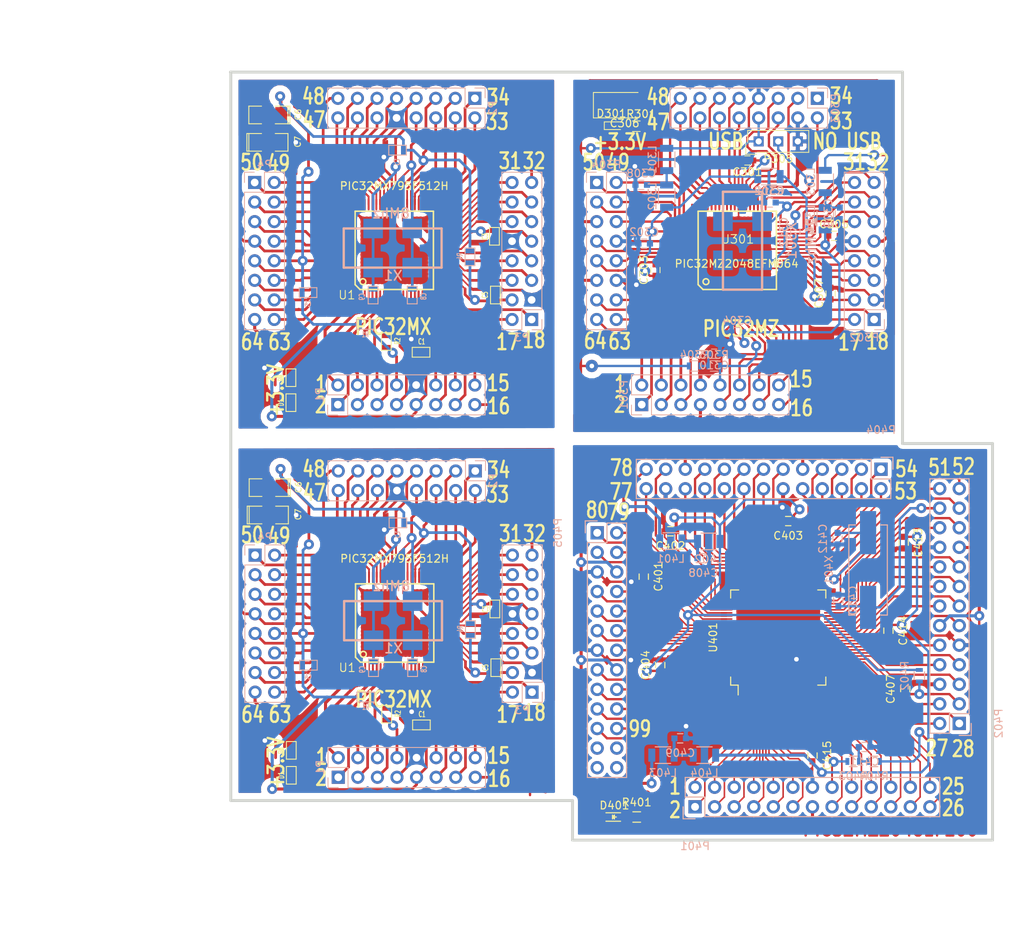
<source format=kicad_pcb>
(kicad_pcb (version 4) (host pcbnew 4.0.5+dfsg1-4)
  (title_block (title SO64) (date "9 jun 2012") (rev V1-00) (company "CYBERNETIQUE EN NORD") (comment 1 F4DEB))
  (layers (0 Dessus signal) (31 Dessous signal) (34 B.Paste user) (35 F.Paste user) (36 B.SilkS user) (37 F.SilkS user) (38 B.Mask user) (39 F.Mask user) (44 Edge.Cuts user))
  (net 0 "")
  (net 1 +3.3V)
  (net 2 /1)
  (net 3 /11)
  (net 4 /12)
  (net 5 /13)
  (net 6 /14)
  (net 7 /15)
  (net 8 /16)
  (net 9 /17)
  (net 10 /18)
  (net 11 /19)
  (net 12 /2)
  (net 13 /21)
  (net 14 /22)
  (net 15 /23)
  (net 16 /24)
  (net 17 /27)
  (net 18 /28)
  (net 19 /29)
  (net 20 /3)
  (net 21 /30)
  (net 22 /31)
  (net 23 /32)
  (net 24 /33)
  (net 25 /34)
  (net 26 /35)
  (net 27 /36)
  (net 28 /37)
  (net 29 /39)
  (net 30 /4)
  (net 31 /40)
  (net 32 /42)
  (net 33 /43)
  (net 34 /44)
  (net 35 /45)
  (net 36 /46)
  (net 37 /47)
  (net 38 /48)
  (net 39 /49)
  (net 40 /5)
  (net 41 /50)
  (net 42 /51)
  (net 43 /52)
  (net 44 /53)
  (net 45 /54)
  (net 46 /55)
  (net 47 /56)
  (net 48 /58)
  (net 49 /59)
  (net 50 /6)
  (net 51 /60)
  (net 52 /61)
  (net 53 /62)
  (net 54 /63)
  (net 55 /64)
  (net 56 /7)
  (net 57 /8)
  (net 58 GND)
  (net 59 N-000059)
  (net 60 N-000055)
  (net 61 "Net-(D301-Pad2)")
  (net 62 +3.3VP)
  (net 63 GNDD)
  (net 64 /PIC32MZ20048EF64/19)
  (net 65 "Net-(C308-Pad1)")
  (net 66 "Net-(C309-Pad1)")
  (net 67 "Net-(C310-Pad1)")
  (net 68 /PIC32MZ20048EF64/32)
  (net 69 /PIC32MZ20048EF64/31)
  (net 70 /PIC32MZ20048EF64/9)
  (net 71 /PIC32MZ20048EF64/2)
  (net 72 /PIC32MZ20048EF64/1)
  (net 73 /PIC32MZ20048EF64/4)
  (net 74 /PIC32MZ20048EF64/3)
  (net 75 /PIC32MZ20048EF64/6)
  (net 76 /PIC32MZ20048EF64/5)
  (net 77 /PIC32MZ20048EF64/10)
  (net 78 /PIC32MZ20048EF64/12)
  (net 79 /PIC32MZ20048EF64/11)
  (net 80 /PIC32MZ20048EF64/14)
  (net 81 /PIC32MZ20048EF64/13)
  (net 82 /PIC32MZ20048EF64/16)
  (net 83 /PIC32MZ20048EF64/15)
  (net 84 /PIC32MZ20048EF64/18)
  (net 85 /PIC32MZ20048EF64/17)
  (net 86 /PIC32MZ20048EF64/22)
  (net 87 /PIC32MZ20048EF64/21)
  (net 88 /PIC32MZ20048EF64/24)
  (net 89 /PIC32MZ20048EF64/23)
  (net 90 /PIC32MZ20048EF64/28)
  (net 91 /PIC32MZ20048EF64/27)
  (net 92 /PIC32MZ20048EF64/30)
  (net 93 /PIC32MZ20048EF64/29)
  (net 94 /PIC32MZ20048EF64/34)
  (net 95 /PIC32MZ20048EF64/33)
  (net 96 /PIC32MZ20048EF64/36)
  (net 97 /PIC32MZ20048EF64/38)
  (net 98 /PIC32MZ20048EF64/37)
  (net 99 /PIC32MZ20048EF64/42)
  (net 100 /PIC32MZ20048EF64/41)
  (net 101 /PIC32MZ20048EF64/44)
  (net 102 /PIC32MZ20048EF64/43)
  (net 103 /PIC32MZ20048EF64/46)
  (net 104 /PIC32MZ20048EF64/45)
  (net 105 /PIC32MZ20048EF64/48)
  (net 106 /PIC32MZ20048EF64/47)
  (net 107 /PIC32MZ20048EF64/50)
  (net 108 /PIC32MZ20048EF64/49)
  (net 109 /PIC32MZ20048EF64/52)
  (net 110 /PIC32MZ20048EF64/51)
  (net 111 /PIC32MZ20048EF64/53)
  (net 112 /PIC32MZ20048EF64/56)
  (net 113 /PIC32MZ20048EF64/58)
  (net 114 /PIC32MZ20048EF64/57)
  (net 115 /PIC32MZ20048EF64/62)
  (net 116 /PIC32MZ20048EF64/61)
  (net 117 /PIC32MZ20048EF64/64)
  (net 118 /PIC32MZ20048EF64/63)
  (net 119 "Net-(P305-Pad2)")
  (net 120 "Net-(C301-Pad1)")
  (net 121 "Net-(C304-Pad1)")
  (net 122 "Net-(D401-Pad2)")
  (net 123 +3.3VA)
  (net 124 GNDA)
  (net 125 "Net-(C408-Pad1)")
  (net 126 "Net-(C409-Pad1)")
  (net 127 /PIC32MZ2048EF100/49)
  (net 128 "Net-(C411-Pad1)")
  (net 129 /PIC32MZ2048EF100/50)
  (net 130 /PIC32MZ2048EF100/15)
  (net 131 /PIC32MZ2048EF100/1)
  (net 132 /PIC32MZ2048EF100/2)
  (net 133 /PIC32MZ2048EF100/3)
  (net 134 /PIC32MZ2048EF100/4)
  (net 135 /PIC32MZ2048EF100/5)
  (net 136 /PIC32MZ2048EF100/6)
  (net 137 /PIC32MZ2048EF100/7)
  (net 138 /PIC32MZ2048EF100/8)
  (net 139 /PIC32MZ2048EF100/9)
  (net 140 /PIC32MZ2048EF100/10)
  (net 141 /PIC32MZ2048EF100/11)
  (net 142 /PIC32MZ2048EF100/12)
  (net 143 /PIC32MZ2048EF100/16)
  (net 144 /PIC32MZ2048EF100/17)
  (net 145 /PIC32MZ2048EF100/18)
  (net 146 /PIC32MZ2048EF100/19)
  (net 147 /PIC32MZ2048EF100/20)
  (net 148 /PIC32MZ2048EF100/21)
  (net 149 /PIC32MZ2048EF100/22)
  (net 150 /PIC32MZ2048EF100/23)
  (net 151 /PIC32MZ2048EF100/24)
  (net 152 /PIC32MZ2048EF100/25)
  (net 153 /PIC32MZ2048EF100/27)
  (net 154 /PIC32MZ2048EF100/28)
  (net 155 /PIC32MZ2048EF100/29)
  (net 156 /PIC32MZ2048EF100/32)
  (net 157 /PIC32MZ2048EF100/33)
  (net 158 /PIC32MZ2048EF100/34)
  (net 159 /PIC32MZ2048EF100/35)
  (net 160 /PIC32MZ2048EF100/38)
  (net 161 /PIC32MZ2048EF100/39)
  (net 162 /PIC32MZ2048EF100/40)
  (net 163 /PIC32MZ2048EF100/41)
  (net 164 /PIC32MZ2048EF100/42)
  (net 165 /PIC32MZ2048EF100/43)
  (net 166 /PIC32MZ2048EF100/44)
  (net 167 /PIC32MZ2048EF100/47)
  (net 168 /PIC32MZ2048EF100/48)
  (net 169 /PIC32MZ2048EF100/51)
  (net 170 /PIC32MZ2048EF100/52)
  (net 171 /PIC32MZ2048EF100/53)
  (net 172 /PIC32MZ2048EF100/54)
  (net 173 /PIC32MZ2048EF100/55)
  (net 174 /PIC32MZ2048EF100/56)
  (net 175 /PIC32MZ2048EF100/57)
  (net 176 /PIC32MZ2048EF100/58)
  (net 177 /PIC32MZ2048EF100/59)
  (net 178 /PIC32MZ2048EF100/60)
  (net 179 /PIC32MZ2048EF100/61)
  (net 180 /PIC32MZ2048EF100/64)
  (net 181 /PIC32MZ2048EF100/65)
  (net 182 /PIC32MZ2048EF100/66)
  (net 183 /PIC32MZ2048EF100/67)
  (net 184 /PIC32MZ2048EF100/68)
  (net 185 /PIC32MZ2048EF100/69)
  (net 186 /PIC32MZ2048EF100/70)
  (net 187 /PIC32MZ2048EF100/71)
  (net 188 /PIC32MZ2048EF100/72)
  (net 189 /PIC32MZ2048EF100/73)
  (net 190 /PIC32MZ2048EF100/76)
  (net 191 /PIC32MZ2048EF100/77)
  (net 192 /PIC32MZ2048EF100/78)
  (net 193 /PIC32MZ2048EF100/79)
  (net 194 /PIC32MZ2048EF100/80)
  (net 195 /PIC32MZ2048EF100/81)
  (net 196 /PIC32MZ2048EF100/82)
  (net 197 /PIC32MZ2048EF100/85)
  (net 198 /PIC32MZ2048EF100/86)
  (net 199 /PIC32MZ2048EF100/87)
  (net 200 /PIC32MZ2048EF100/88)
  (net 201 /PIC32MZ2048EF100/89)
  (net 202 /PIC32MZ2048EF100/90)
  (net 203 /PIC32MZ2048EF100/91)
  (net 204 /PIC32MZ2048EF100/94)
  (net 205 /PIC32MZ2048EF100/95)
  (net 206 /PIC32MZ2048EF100/96)
  (net 207 /PIC32MZ2048EF100/97)
  (net 208 /PIC32MZ2048EF100/98)
  (net 209 /PIC32MZ2048EF100/99)
  (net 210 /PIC32MZ2048EF100/100)
  (net 211 /PIC32MZ2048EF100/26)
  (net 212 /PIC32MZ2048EF100/30)
  (net 213 "Net-(P405-Pad23)")
  (net 214 "Net-(P405-Pad24)")
  (net 215 "Net-(P405-Pad25)")
  (net 216 "Net-(P405-Pad26)")
  (net 217 "Net-(C401-Pad1)")
  (net 218 "Net-(C413-Pad1)")
  (module Socket_Strips:Socket_Strip_Straight_2x08_Pitch2.54mm (layer Dessous) (at 112.3188 98.5266 180)
    (fp_text reference P4 (at -1.27 2.33 180) (layer B.SilkS) (effects (justify mirror)))
    (fp_text value CONN_8X2)
    (pad 1 thru_hole rect (at 0 0 180) (size 1.7 1.7) (drill 1) (layers *.Cu *.Mask) (net 41 /50))
    (pad 2 thru_hole oval (at -2.54 0 180) (size 1.7 1.7) (drill 1) (layers *.Cu *.Mask) (net 39 /49))
    (pad 3 thru_hole oval (at 0 -2.54 180) (size 1.7 1.7) (drill 1) (layers *.Cu *.Mask) (net 43 /52))
    (pad 4 thru_hole oval (at -2.54 -2.54 180) (size 1.7 1.7) (drill 1) (layers *.Cu *.Mask) (net 42 /51))
    (pad 5 thru_hole oval (at 0 -5.08 180) (size 1.7 1.7) (drill 1) (layers *.Cu *.Mask) (net 45 /54))
    (pad 6 thru_hole oval (at -2.54 -5.08 180) (size 1.7 1.7) (drill 1) (layers *.Cu *.Mask) (net 44 /53))
    (pad 7 thru_hole oval (at 0 -7.62 180) (size 1.7 1.7) (drill 1) (layers *.Cu *.Mask) (net 47 /56))
    (pad 8 thru_hole oval (at -2.54 -7.62 180) (size 1.7 1.7) (drill 1) (layers *.Cu *.Mask) (net 46 /55))
    (pad 9 thru_hole oval (at 0 -10.16 180) (size 1.7 1.7) (drill 1) (layers *.Cu *.Mask) (net 48 /58))
    (pad 10 thru_hole oval (at -2.54 -10.16 180) (size 1.7 1.7) (drill 1) (layers *.Cu *.Mask) (net 1 +3.3V))
    (pad 11 thru_hole oval (at 0 -12.7 180) (size 1.7 1.7) (drill 1) (layers *.Cu *.Mask) (net 51 /60))
    (pad 12 thru_hole oval (at -2.54 -12.7 180) (size 1.7 1.7) (drill 1) (layers *.Cu *.Mask) (net 49 /59))
    (pad 13 thru_hole oval (at 0 -15.24 180) (size 1.7 1.7) (drill 1) (layers *.Cu *.Mask) (net 53 /62))
    (pad 14 thru_hole oval (at -2.54 -15.24 180) (size 1.7 1.7) (drill 1) (layers *.Cu *.Mask) (net 52 /61))
    (pad 15 thru_hole oval (at 0 -17.78 180) (size 1.7 1.7) (drill 1) (layers *.Cu *.Mask) (net 55 /64))
    (pad 16 thru_hole oval (at -2.54 -17.78 180) (size 1.7 1.7) (drill 1) (layers *.Cu *.Mask) (net 54 /63))
  )
  (module Socket_Strips:Socket_Strip_Straight_2x08_Pitch2.54mm (layer Dessous) (at 123.1138 127.3556 270)
    (fp_text reference P1 (at -1.27 2.33 270) (layer B.SilkS) (effects (justify mirror)))
    (fp_text value CONN_8X2)
    (pad 1 thru_hole rect (at 0 0 270) (size 1.7 1.7) (drill 1) (layers *.Cu *.Mask) (net 12 /2))
    (pad 2 thru_hole oval (at -2.54 0 270) (size 1.7 1.7) (drill 1) (layers *.Cu *.Mask) (net 2 /1))
    (pad 3 thru_hole oval (at 0 -2.54 270) (size 1.7 1.7) (drill 1) (layers *.Cu *.Mask) (net 30 /4))
    (pad 4 thru_hole oval (at -2.54 -2.54 270) (size 1.7 1.7) (drill 1) (layers *.Cu *.Mask) (net 20 /3))
    (pad 5 thru_hole oval (at 0 -5.08 270) (size 1.7 1.7) (drill 1) (layers *.Cu *.Mask) (net 50 /6))
    (pad 6 thru_hole oval (at -2.54 -5.08 270) (size 1.7 1.7) (drill 1) (layers *.Cu *.Mask) (net 40 /5))
    (pad 7 thru_hole oval (at 0 -7.62 270) (size 1.7 1.7) (drill 1) (layers *.Cu *.Mask) (net 57 /8))
    (pad 8 thru_hole oval (at -2.54 -7.62 270) (size 1.7 1.7) (drill 1) (layers *.Cu *.Mask) (net 56 /7))
    (pad 9 thru_hole oval (at 0 -10.16 270) (size 1.7 1.7) (drill 1) (layers *.Cu *.Mask) (net 1 +3.3V))
    (pad 10 thru_hole oval (at -2.54 -10.16 270) (size 1.7 1.7) (drill 1) (layers *.Cu *.Mask) (net 58 GND))
    (pad 11 thru_hole oval (at 0 -12.7 270) (size 1.7 1.7) (drill 1) (layers *.Cu *.Mask) (net 4 /12))
    (pad 12 thru_hole oval (at -2.54 -12.7 270) (size 1.7 1.7) (drill 1) (layers *.Cu *.Mask) (net 3 /11))
    (pad 13 thru_hole oval (at 0 -15.24 270) (size 1.7 1.7) (drill 1) (layers *.Cu *.Mask) (net 6 /14))
    (pad 14 thru_hole oval (at -2.54 -15.24 270) (size 1.7 1.7) (drill 1) (layers *.Cu *.Mask) (net 5 /13))
    (pad 15 thru_hole oval (at 0 -17.78 270) (size 1.7 1.7) (drill 1) (layers *.Cu *.Mask) (net 8 /16))
    (pad 16 thru_hole oval (at -2.54 -17.78 270) (size 1.7 1.7) (drill 1) (layers *.Cu *.Mask) (net 7 /15))
  )
  (module Socket_Strips:Socket_Strip_Straight_2x08_Pitch2.54mm (layer Dessous) (at 148.2598 116.3066)
    (fp_text reference P3 (at -1.27 2.33) (layer B.SilkS) (effects (justify mirror)))
    (fp_text value CONN_8X2)
    (pad 1 thru_hole rect (at 0 0) (size 1.7 1.7) (drill 1) (layers *.Cu *.Mask) (net 10 /18))
    (pad 2 thru_hole oval (at -2.54 0) (size 1.7 1.7) (drill 1) (layers *.Cu *.Mask) (net 9 /17))
    (pad 3 thru_hole oval (at 0 -2.54) (size 1.7 1.7) (drill 1) (layers *.Cu *.Mask) (net 58 GND))
    (pad 4 thru_hole oval (at -2.54 -2.54) (size 1.7 1.7) (drill 1) (layers *.Cu *.Mask) (net 11 /19))
    (pad 5 thru_hole oval (at 0 -5.08) (size 1.7 1.7) (drill 1) (layers *.Cu *.Mask) (net 14 /22))
    (pad 6 thru_hole oval (at -2.54 -5.08) (size 1.7 1.7) (drill 1) (layers *.Cu *.Mask) (net 13 /21))
    (pad 7 thru_hole oval (at 0 -7.62) (size 1.7 1.7) (drill 1) (layers *.Cu *.Mask) (net 16 /24))
    (pad 8 thru_hole oval (at -2.54 -7.62) (size 1.7 1.7) (drill 1) (layers *.Cu *.Mask) (net 15 /23))
    (pad 9 thru_hole oval (at 0 -10.16) (size 1.7 1.7) (drill 1) (layers *.Cu *.Mask) (net 1 +3.3V))
    (pad 10 thru_hole oval (at -2.54 -10.16) (size 1.7 1.7) (drill 1) (layers *.Cu *.Mask) (net 58 GND))
    (pad 11 thru_hole oval (at 0 -12.7) (size 1.7 1.7) (drill 1) (layers *.Cu *.Mask) (net 18 /28))
    (pad 12 thru_hole oval (at -2.54 -12.7) (size 1.7 1.7) (drill 1) (layers *.Cu *.Mask) (net 17 /27))
    (pad 13 thru_hole oval (at 0 -15.24) (size 1.7 1.7) (drill 1) (layers *.Cu *.Mask) (net 21 /30))
    (pad 14 thru_hole oval (at -2.54 -15.24) (size 1.7 1.7) (drill 1) (layers *.Cu *.Mask) (net 19 /29))
    (pad 15 thru_hole oval (at 0 -17.78) (size 1.7 1.7) (drill 1) (layers *.Cu *.Mask) (net 23 /32))
    (pad 16 thru_hole oval (at -2.54 -17.78) (size 1.7 1.7) (drill 1) (layers *.Cu *.Mask) (net 22 /31))
  )
  (module Socket_Strips:Socket_Strip_Straight_2x08_Pitch2.54mm (layer Dessous) (at 140.8938 87.6046 90)
    (fp_text reference P2 (at -1.27 2.33 90) (layer B.SilkS) (effects (justify mirror)))
    (fp_text value CONN_8X2)
    (pad 1 thru_hole rect (at 0 0 90) (size 1.7 1.7) (drill 1) (layers *.Cu *.Mask) (net 25 /34))
    (pad 2 thru_hole oval (at -2.54 0 90) (size 1.7 1.7) (drill 1) (layers *.Cu *.Mask) (net 24 /33))
    (pad 3 thru_hole oval (at 0 -2.54 90) (size 1.7 1.7) (drill 1) (layers *.Cu *.Mask) (net 27 /36))
    (pad 4 thru_hole oval (at -2.54 -2.54 90) (size 1.7 1.7) (drill 1) (layers *.Cu *.Mask) (net 26 /35))
    (pad 5 thru_hole oval (at 0 -5.08 90) (size 1.7 1.7) (drill 1) (layers *.Cu *.Mask) (net 1 +3.3V))
    (pad 6 thru_hole oval (at -2.54 -5.08 90) (size 1.7 1.7) (drill 1) (layers *.Cu *.Mask) (net 28 /37))
    (pad 7 thru_hole oval (at 0 -7.62 90) (size 1.7 1.7) (drill 1) (layers *.Cu *.Mask) (net 31 /40))
    (pad 8 thru_hole oval (at -2.54 -7.62 90) (size 1.7 1.7) (drill 1) (layers *.Cu *.Mask) (net 29 /39))
    (pad 9 thru_hole oval (at 0 -10.16 90) (size 1.7 1.7) (drill 1) (layers *.Cu *.Mask) (net 32 /42))
    (pad 10 thru_hole oval (at -2.54 -10.16 90) (size 1.7 1.7) (drill 1) (layers *.Cu *.Mask) (net 58 GND))
    (pad 11 thru_hole oval (at 0 -12.7 90) (size 1.7 1.7) (drill 1) (layers *.Cu *.Mask) (net 34 /44))
    (pad 12 thru_hole oval (at -2.54 -12.7 90) (size 1.7 1.7) (drill 1) (layers *.Cu *.Mask) (net 33 /43))
    (pad 13 thru_hole oval (at 0 -15.24 90) (size 1.7 1.7) (drill 1) (layers *.Cu *.Mask) (net 36 /46))
    (pad 14 thru_hole oval (at -2.54 -15.24 90) (size 1.7 1.7) (drill 1) (layers *.Cu *.Mask) (net 35 /45))
    (pad 15 thru_hole oval (at 0 -17.78 90) (size 1.7 1.7) (drill 1) (layers *.Cu *.Mask) (net 38 /48))
    (pad 16 thru_hole oval (at -2.54 -17.78 90) (size 1.7 1.7) (drill 1) (layers *.Cu *.Mask) (net 37 /47))
  )
  (module TQFP_64 (layer Dessus) (at 130.3528 107.4166)
    (fp_text reference U1 (at -6.0706 5.715) (layer F.SilkS) (effects (font (size 1.09982 1.09982) (thickness 0.127))))
    (fp_text value PIC32MX795F512H (at 0.0762 -8.4328) (layer F.SilkS) (effects (font (size 1.00076 1.00076) (thickness 0.1524))))
    (pad 1 smd rect (at -3.74904 5.86994) (size 0.24892 1.524) (layers Dessus F.Paste F.Mask) (net 2 /1))
    (pad 2 smd oval (at -3.24866 5.86994) (size 0.24892 1.524) (layers Dessus F.Paste F.Mask) (net 12 /2))
    (pad 3 smd oval (at -2.74828 5.86994) (size 0.24892 1.524) (layers Dessus F.Paste F.Mask) (net 20 /3))
    (pad 4 smd oval (at -2.2479 5.86994) (size 0.24892 1.524) (layers Dessus F.Paste F.Mask) (net 30 /4))
    (pad 5 smd oval (at -1.74752 5.86994) (size 0.24892 1.524) (layers Dessus F.Paste F.Mask) (net 40 /5))
    (pad 6 smd oval (at -1.24968 5.86994) (size 0.24892 1.524) (layers Dessus F.Paste F.Mask) (net 50 /6))
    (pad 7 smd oval (at -0.7493 5.86994) (size 0.24892 1.524) (layers Dessus F.Paste F.Mask) (net 60 N-000055))
    (pad 8 smd oval (at -0.24892 5.86994) (size 0.24892 1.524) (layers Dessus F.Paste F.Mask) (net 57 /8))
    (pad 9 smd oval (at 0.25146 5.86994) (size 0.24892 1.524) (layers Dessus F.Paste F.Mask) (net 58 GND))
    (pad 10 smd oval (at 0.75184 5.86994) (size 0.24892 1.524) (layers Dessus F.Paste F.Mask) (net 1 +3.3V))
    (pad 11 smd oval (at 1.25222 5.86994) (size 0.24892 1.524) (layers Dessus F.Paste F.Mask) (net 3 /11))
    (pad 12 smd oval (at 1.75006 5.86994) (size 0.24892 1.524) (layers Dessus F.Paste F.Mask) (net 4 /12))
    (pad 13 smd oval (at 2.25044 5.86994) (size 0.24892 1.524) (layers Dessus F.Paste F.Mask) (net 5 /13))
    (pad 14 smd oval (at 2.75082 5.86994) (size 0.24892 1.524) (layers Dessus F.Paste F.Mask) (net 6 /14))
    (pad 15 smd oval (at 3.2512 5.86994) (size 0.24892 1.524) (layers Dessus F.Paste F.Mask) (net 7 /15))
    (pad 16 smd oval (at 3.75158 5.86994) (size 0.24892 1.524) (layers Dessus F.Paste F.Mask) (net 8 /16))
    (pad 17 smd oval (at 6.0325 3.74904) (size 1.524 0.24892) (layers Dessus F.Paste F.Mask) (net 9 /17))
    (pad 18 smd oval (at 6.0325 3.24866) (size 1.524 0.24892) (layers Dessus F.Paste F.Mask) (net 10 /18))
    (pad 19 smd oval (at 6.0325 2.74828) (size 1.524 0.24892) (layers Dessus F.Paste F.Mask) (net 11 /19))
    (pad 20 smd oval (at 6.0325 2.2479) (size 1.524 0.24892) (layers Dessus F.Paste F.Mask) (net 58 GND))
    (pad 21 smd oval (at 6.0325 1.74752) (size 1.524 0.24892) (layers Dessus F.Paste F.Mask) (net 13 /21))
    (pad 22 smd oval (at 6.0325 1.24968) (size 1.524 0.24892) (layers Dessus F.Paste F.Mask) (net 14 /22))
    (pad 23 smd oval (at 6.0325 0.7493) (size 1.524 0.24892) (layers Dessus F.Paste F.Mask) (net 15 /23))
    (pad 24 smd oval (at 6.0325 0.24892) (size 1.524 0.24892) (layers Dessus F.Paste F.Mask) (net 16 /24))
    (pad 25 smd oval (at 6.0325 -0.25146) (size 1.524 0.24892) (layers Dessus F.Paste F.Mask) (net 58 GND))
    (pad 26 smd oval (at 6.0325 -0.75184) (size 1.524 0.24892) (layers Dessus F.Paste F.Mask) (net 1 +3.3V))
    (pad 27 smd oval (at 6.0325 -1.25222) (size 1.524 0.24892) (layers Dessus F.Paste F.Mask) (net 17 /27))
    (pad 28 smd oval (at 6.0325 -1.75006) (size 1.524 0.24892) (layers Dessus F.Paste F.Mask) (net 18 /28))
    (pad 29 smd oval (at 6.0325 -2.25044) (size 1.524 0.24892) (layers Dessus F.Paste F.Mask) (net 19 /29))
    (pad 30 smd oval (at 6.0325 -2.75082) (size 1.524 0.24892) (layers Dessus F.Paste F.Mask) (net 21 /30))
    (pad 31 smd oval (at 6.0325 -3.2512) (size 1.524 0.24892) (layers Dessus F.Paste F.Mask) (net 22 /31))
    (pad 32 smd oval (at 6.0325 -3.75158) (size 1.524 0.24892) (layers Dessus F.Paste F.Mask) (net 23 /32))
    (pad 33 smd oval (at 3.75158 -6.0325) (size 0.24892 1.524) (layers Dessus F.Paste F.Mask) (net 24 /33))
    (pad 34 smd oval (at 3.2512 -6.0325) (size 0.24892 1.524) (layers Dessus F.Paste F.Mask) (net 25 /34))
    (pad 35 smd oval (at 2.75082 -6.0325) (size 0.24892 1.524) (layers Dessus F.Paste F.Mask) (net 26 /35))
    (pad 36 smd oval (at 2.25044 -6.0325) (size 0.24892 1.524) (layers Dessus F.Paste F.Mask) (net 27 /36))
    (pad 37 smd oval (at 1.75006 -6.0325) (size 0.24892 1.524) (layers Dessus F.Paste F.Mask) (net 28 /37))
    (pad 38 smd oval (at 1.25222 -6.0325) (size 0.24892 1.524) (layers Dessus F.Paste F.Mask) (net 1 +3.3V))
    (pad 39 smd oval (at 0.75184 -6.0325) (size 0.24892 1.524) (layers Dessus F.Paste F.Mask) (net 29 /39))
    (pad 40 smd oval (at 0.25146 -6.0325) (size 0.24892 1.524) (layers Dessus F.Paste F.Mask) (net 31 /40))
    (pad 41 smd oval (at -0.24892 -6.0325) (size 0.24892 1.524) (layers Dessus F.Paste F.Mask) (net 58 GND))
    (pad 42 smd oval (at -0.7493 -6.0325) (size 0.24892 1.524) (layers Dessus F.Paste F.Mask) (net 32 /42))
    (pad 43 smd oval (at -1.24968 -6.0325) (size 0.24892 1.524) (layers Dessus F.Paste F.Mask) (net 33 /43))
    (pad 44 smd oval (at -1.74752 -6.0325) (size 0.24892 1.524) (layers Dessus F.Paste F.Mask) (net 34 /44))
    (pad 45 smd oval (at -2.2479 -6.0325) (size 0.24892 1.524) (layers Dessus F.Paste F.Mask) (net 35 /45))
    (pad 46 smd oval (at -2.74828 -6.0325) (size 0.24892 1.524) (layers Dessus F.Paste F.Mask) (net 36 /46))
    (pad 47 smd oval (at -3.24866 -6.0325) (size 0.24892 1.524) (layers Dessus F.Paste F.Mask) (net 37 /47))
    (pad 48 smd oval (at -3.74904 -6.0325) (size 0.24892 1.524) (layers Dessus F.Paste F.Mask) (net 38 /48))
    (pad 49 smd oval (at -5.86994 -3.75158) (size 1.524 0.24892) (layers Dessus F.Paste F.Mask) (net 39 /49))
    (pad 50 smd oval (at -5.86994 -3.2512) (size 1.524 0.24892) (layers Dessus F.Paste F.Mask) (net 41 /50))
    (pad 52 smd oval (at -5.86994 -2.25044) (size 1.524 0.24892) (layers Dessus F.Paste F.Mask) (net 43 /52))
    (pad 51 smd oval (at -5.88772 -2.75082) (size 1.524 0.24892) (layers Dessus F.Paste F.Mask) (net 42 /51))
    (pad 53 smd oval (at -5.86994 -1.75006) (size 1.524 0.24892) (layers Dessus F.Paste F.Mask) (net 44 /53))
    (pad 54 smd oval (at -5.86994 -1.25222) (size 1.524 0.24892) (layers Dessus F.Paste F.Mask) (net 45 /54))
    (pad 55 smd oval (at -5.86994 -0.75184) (size 1.524 0.24892) (layers Dessus F.Paste F.Mask) (net 46 /55))
    (pad 56 smd oval (at -5.86994 -0.25146) (size 1.524 0.24892) (layers Dessus F.Paste F.Mask) (net 47 /56))
    (pad 57 smd oval (at -5.86994 0.24892) (size 1.524 0.24892) (layers Dessus F.Paste F.Mask) (net 1 +3.3V))
    (pad 58 smd oval (at -5.86994 0.7493) (size 1.524 0.24892) (layers Dessus F.Paste F.Mask) (net 48 /58))
    (pad 59 smd oval (at -5.86994 1.24206) (size 1.524 0.24892) (layers Dessus F.Paste F.Mask) (net 49 /59))
    (pad 60 smd oval (at -5.86994 1.74244) (size 1.524 0.24892) (layers Dessus F.Paste F.Mask) (net 51 /60))
    (pad 61 smd oval (at -5.86994 2.24282) (size 1.524 0.24892) (layers Dessus F.Paste F.Mask) (net 52 /61))
    (pad 62 smd oval (at -5.86994 2.7432) (size 1.524 0.24892) (layers Dessus F.Paste F.Mask) (net 53 /62))
    (pad 63 smd oval (at -5.86994 3.24104) (size 1.524 0.24892) (layers Dessus F.Paste F.Mask) (net 54 /63))
    (pad 64 smd oval (at -5.86994 3.74142) (size 1.524 0.24892) (layers Dessus F.Paste F.Mask) (net 55 /64))
  )
  (module SM1206POL (layer Dessus) (at 114.0968 89.7636 180)
    (fp_text reference C6 (at -3.8608 0.0508 270) (layer F.SilkS) (effects (font (size 0.762 0.762) (thickness 0.127))))
    (fp_text value 10u/10V hide)
    (pad 1 smd rect (at -1.651 0 180) (size 1.524 2.032) (layers Dessus F.Paste F.Mask) (net 1 +3.3V))
    (pad 2 smd rect (at 1.651 0 180) (size 1.524 2.032) (layers Dessus F.Paste F.Mask) (net 58 GND))
  )
  (module SM1206POL (layer Dessus) (at 114.0968 93.3196)
    (fp_text reference C7 (at 3.81 -0.0762 270) (layer F.SilkS) (effects (font (size 0.762 0.762) (thickness 0.127))))
    (fp_text value 10u/10V hide)
    (pad 1 smd rect (at -1.651 0) (size 1.524 2.032) (layers Dessus F.Paste F.Mask) (net 47 /56))
    (pad 2 smd rect (at 1.651 0) (size 1.524 2.032) (layers Dessus F.Paste F.Mask) (net 58 GND))
  )
  (module SM0603_Resistor (layer Dessous) (at 140.2588 108.1786 270)
    (fp_text reference R4 (at -0.0762 1.2954 270) (layer B.SilkS) (effects (font (size 0.7112 0.4572) (thickness 0.1143)) (justify mirror)))
    (fp_text value 0 hide)
    (pad 1 smd rect (at -0.762 0 270) (size 0.635 1.143) (layers Dessous B.Paste B.Mask) (net 1 +3.3V))
    (pad 2 smd rect (at 0.762 0 270) (size 0.635 1.143) (layers Dessous B.Paste B.Mask) (net 11 /19))
  )
  (module SM0603_Resistor (layer Dessus) (at 117.0178 123.8631 90)
    (fp_text reference R3 (at -0.0381 -1.2954 90) (layer F.SilkS) (effects (font (size 0.7112 0.4572) (thickness 0.1143))))
    (fp_text value 1k hide)
    (pad 1 smd rect (at -0.762 0 90) (size 0.635 1.143) (layers Dessus F.Paste F.Mask) (net 59 N-000059))
    (pad 2 smd rect (at 0.762 0 90) (size 0.635 1.143) (layers Dessus F.Paste F.Mask) (net 58 GND))
  )
  (module SM0603_Resistor (layer Dessous) (at 126.6698 116.9416 180)
    (fp_text reference R1 (at 0 -1.2954 180) (layer B.SilkS) (effects (font (size 0.7112 0.4572) (thickness 0.1143)) (justify mirror)))
    (fp_text value 10k hide)
    (pad 1 smd rect (at -0.762 0 180) (size 0.635 1.143) (layers Dessous B.Paste B.Mask) (net 56 /7))
    (pad 2 smd rect (at 0.762 0 180) (size 0.635 1.143) (layers Dessous B.Paste B.Mask) (net 1 +3.3V))
  )
  (module SM0603_Resistor (layer Dessus) (at 129.4003 119.1641 270)
    (fp_text reference R2 (at -0.0635 -1.4605 270) (layer F.SilkS) (effects (font (size 0.7112 0.4572) (thickness 0.1143))))
    (fp_text value 470 hide)
    (pad 1 smd rect (at -0.762 0 270) (size 0.635 1.143) (layers Dessus F.Paste F.Mask) (net 60 N-000055))
    (pad 2 smd rect (at 0.762 0 270) (size 0.635 1.143) (layers Dessus F.Paste F.Mask) (net 56 /7))
  )
  (module SM0603_Capa (layer Dessus) (at 133.9088 120.5611 180)
    (fp_text reference C1 (at -0.0762 1.3843 180) (layer F.SilkS) (effects (font (size 0.7112 0.4572) (thickness 0.1143))))
    (fp_text value 100n hide)
    (pad 1 smd rect (at -0.762 0 180) (size 0.635 1.143) (layers Dessus F.Paste F.Mask) (net 1 +3.3V))
    (pad 2 smd rect (at 0.762 0 180) (size 0.635 1.143) (layers Dessus F.Paste F.Mask) (net 58 GND))
  )
  (module SM0603_Capa (layer Dessous) (at 130.8608 94.3356 180)
    (fp_text reference C2 (at 0.1016 -1.5748 180) (layer B.SilkS) (effects (font (size 0.7112 0.4572) (thickness 0.1143)) (justify mirror)))
    (fp_text value 100n hide)
    (pad 1 smd rect (at -0.762 0 180) (size 0.635 1.143) (layers Dessous B.Paste B.Mask) (net 1 +3.3V))
    (pad 2 smd rect (at 0.762 0 180) (size 0.635 1.143) (layers Dessous B.Paste B.Mask) (net 58 GND))
  )
  (module SM0603_Capa (layer Dessus) (at 143.4338 105.5116 270)
    (fp_text reference C3 (at 0.0254 1.2192 270) (layer F.SilkS) (effects (font (size 0.7112 0.4572) (thickness 0.1143))))
    (fp_text value 100n hide)
    (pad 1 smd rect (at -0.762 0 270) (size 0.635 1.143) (layers Dessus F.Paste F.Mask) (net 1 +3.3V))
    (pad 2 smd rect (at 0.762 0 270) (size 0.635 1.143) (layers Dessus F.Paste F.Mask) (net 58 GND))
  )
  (module SM0603_Capa (layer Dessous) (at 119.2403 112.8141)
    (fp_text reference C4 (at -0.0381 1.4859) (layer B.SilkS) (effects (font (size 0.7112 0.4572) (thickness 0.1143)) (justify mirror)))
    (fp_text value 100n hide)
    (pad 1 smd rect (at -0.762 0) (size 0.635 1.143) (layers Dessous B.Paste B.Mask) (net 1 +3.3V))
    (pad 2 smd rect (at 0.762 0) (size 0.635 1.143) (layers Dessous B.Paste B.Mask) (net 58 GND))
  )
  (module SM0603_Capa (layer Dessous) (at 132.7658 113.1316 270)
    (fp_text reference C8 (at 0.1778 -1.4732 270) (layer B.SilkS) (effects (font (size 0.7112 0.4572) (thickness 0.1143)) (justify mirror)))
    (fp_text value 100n hide)
    (pad 1 smd rect (at -0.762 0 270) (size 0.635 1.143) (layers Dessous B.Paste B.Mask) (net 29 /39))
    (pad 2 smd rect (at 0.762 0 270) (size 0.635 1.143) (layers Dessous B.Paste B.Mask) (net 58 GND))
  )
  (module SM0603_Capa (layer Dessous) (at 127.6858 113.1316 270)
    (fp_text reference C9 (at 0.2286 1.4478 270) (layer B.SilkS) (effects (font (size 0.7112 0.4572) (thickness 0.1143)) (justify mirror)))
    (fp_text value 100n hide)
    (pad 1 smd rect (at -0.762 0 270) (size 0.635 1.143) (layers Dessous B.Paste B.Mask) (net 31 /40))
    (pad 2 smd rect (at 0.762 0 270) (size 0.635 1.143) (layers Dessous B.Paste B.Mask) (net 58 GND))
  )
  (module SM0603 (layer Dessus) (at 117.0178 127.1016 90)
    (fp_text reference D1 (at 0 -1.2954 90) (layer F.SilkS) (effects (font (size 0.7112 0.4572) (thickness 0.1143))))
    (fp_text value LED hide)
    (pad 1 smd rect (at -0.762 0 90) (size 0.635 1.143) (layers Dessus F.Paste F.Mask) (net 1 +3.3V))
    (pad 2 smd rect (at 0.762 0 90) (size 0.635 1.143) (layers Dessus F.Paste F.Mask) (net 59 N-000059))
  )
  (module QTZ (layer Dessous) (at 130.2258 107.0356)
    (fp_text reference X1 (at 0.0508 3.5814) (layer B.SilkS) (effects (font (size 1.27 1.27) (thickness 0.2032)) (justify mirror)))
    (fp_text value 8Mhz (at -0.2032 -4.4958) (layer B.SilkS) (effects (font (size 1.27 1.27) (thickness 0.2032)) (justify mirror)))
    (pad 1 smd rect (at -2.54 2.54) (size 2.54 2.54) (layers Dessous B.Paste B.Mask) (net 31 /40))
    (pad 2 smd rect (at 2.54 2.54) (size 2.54 2.54) (layers Dessous B.Paste B.Mask) (net 29 /39))
    (pad 2 smd rect (at 2.54 -2.54) (size 2.54 2.54) (layers Dessous B.Paste B.Mask) (net 29 /39))
    (pad 1 smd rect (at -2.54 -2.54) (size 2.54 2.54) (layers Dessous B.Paste B.Mask) (net 31 /40))
  )
  (module SM0603_Capa (layer Dessus) (at 143.5608 113.1316 90)
    (fp_text reference C5 (at 0 -1.3462 90) (layer F.SilkS) (effects (font (size 0.7112 0.4572) (thickness 0.1143))))
    (fp_text value 100n hide)
    (pad 1 smd rect (at -0.762 0 90) (size 0.635 1.143) (layers Dessus F.Paste F.Mask) (net 11 /19))
    (pad 2 smd rect (at 0.762 0 90) (size 0.635 1.143) (layers Dessus F.Paste F.Mask) (net 58 GND))
  )
  (module Socket_Strips:Socket_Strip_Straight_2x08_Pitch2.54mm (layer Dessous) (at 162.4965 78.994 270)
    (fp_text reference P301 (at -1.27 2.33 270) (layer B.SilkS) (effects (justify mirror)))
    (fp_text value CONN_8X2)
    (pad 1 thru_hole rect (at 0 0 270) (size 1.7 1.7) (drill 1) (layers *.Cu *.Mask) (net 71 /PIC32MZ20048EF64/2))
    (pad 2 thru_hole oval (at -2.54 0 270) (size 1.7 1.7) (drill 1) (layers *.Cu *.Mask) (net 72 /PIC32MZ20048EF64/1))
    (pad 3 thru_hole oval (at 0 -2.54 270) (size 1.7 1.7) (drill 1) (layers *.Cu *.Mask) (net 73 /PIC32MZ20048EF64/4))
    (pad 4 thru_hole oval (at -2.54 -2.54 270) (size 1.7 1.7) (drill 1) (layers *.Cu *.Mask) (net 74 /PIC32MZ20048EF64/3))
    (pad 5 thru_hole oval (at 0 -5.08 270) (size 1.7 1.7) (drill 1) (layers *.Cu *.Mask) (net 75 /PIC32MZ20048EF64/6))
    (pad 6 thru_hole oval (at -2.54 -5.08 270) (size 1.7 1.7) (drill 1) (layers *.Cu *.Mask) (net 76 /PIC32MZ20048EF64/5))
    (pad 7 thru_hole oval (at 0 -7.62 270) (size 1.7 1.7) (drill 1) (layers *.Cu *.Mask) (net 62 +3.3VP))
    (pad 8 thru_hole oval (at -2.54 -7.62 270) (size 1.7 1.7) (drill 1) (layers *.Cu *.Mask) (net 63 GNDD))
    (pad 9 thru_hole oval (at 0 -10.16 270) (size 1.7 1.7) (drill 1) (layers *.Cu *.Mask) (net 77 /PIC32MZ20048EF64/10))
    (pad 10 thru_hole oval (at -2.54 -10.16 270) (size 1.7 1.7) (drill 1) (layers *.Cu *.Mask) (net 70 /PIC32MZ20048EF64/9))
    (pad 11 thru_hole oval (at 0 -12.7 270) (size 1.7 1.7) (drill 1) (layers *.Cu *.Mask) (net 78 /PIC32MZ20048EF64/12))
    (pad 12 thru_hole oval (at -2.54 -12.7 270) (size 1.7 1.7) (drill 1) (layers *.Cu *.Mask) (net 79 /PIC32MZ20048EF64/11))
    (pad 13 thru_hole oval (at 0 -15.24 270) (size 1.7 1.7) (drill 1) (layers *.Cu *.Mask) (net 80 /PIC32MZ20048EF64/14))
    (pad 14 thru_hole oval (at -2.54 -15.24 270) (size 1.7 1.7) (drill 1) (layers *.Cu *.Mask) (net 81 /PIC32MZ20048EF64/13))
    (pad 15 thru_hole oval (at 0 -17.78 270) (size 1.7 1.7) (drill 1) (layers *.Cu *.Mask) (net 82 /PIC32MZ20048EF64/16))
    (pad 16 thru_hole oval (at -2.54 -17.78 270) (size 1.7 1.7) (drill 1) (layers *.Cu *.Mask) (net 83 /PIC32MZ20048EF64/15))
  )
  (module CEN-PCB:TQFP_64 (layer Dessus) (at 174.8155 59.055)
    (fp_text reference U301 (at 0.127 -1.524) (layer F.SilkS) (effects (font (size 1.09982 1.09982) (thickness 0.127))))
    (fp_text value PIC32MZ2048EFM064 (at 0 1.651) (layer F.SilkS) (effects (font (size 1.00076 1.00076) (thickness 0.1524))))
    (pad 1 smd rect (at -3.74904 5.86994) (size 0.24892 1.524) (layers Dessus F.Paste F.Mask) (net 72 /PIC32MZ20048EF64/1))
    (pad 2 smd oval (at -3.24866 5.86994) (size 0.24892 1.524) (layers Dessus F.Paste F.Mask) (net 71 /PIC32MZ20048EF64/2))
    (pad 3 smd oval (at -2.74828 5.86994) (size 0.24892 1.524) (layers Dessus F.Paste F.Mask) (net 74 /PIC32MZ20048EF64/3))
    (pad 4 smd oval (at -2.2479 5.86994) (size 0.24892 1.524) (layers Dessus F.Paste F.Mask) (net 73 /PIC32MZ20048EF64/4))
    (pad 5 smd oval (at -1.74752 5.86994) (size 0.24892 1.524) (layers Dessus F.Paste F.Mask) (net 76 /PIC32MZ20048EF64/5))
    (pad 6 smd oval (at -1.24968 5.86994) (size 0.24892 1.524) (layers Dessus F.Paste F.Mask) (net 75 /PIC32MZ20048EF64/6))
    (pad 7 smd oval (at -0.7493 5.86994) (size 0.24892 1.524) (layers Dessus F.Paste F.Mask) (net 63 GNDD))
    (pad 8 smd oval (at -0.24892 5.86994) (size 0.24892 1.524) (layers Dessus F.Paste F.Mask) (net 121 "Net-(C304-Pad1)"))
    (pad 9 smd oval (at 0.25146 5.86994) (size 0.24892 1.524) (layers Dessus F.Paste F.Mask) (net 70 /PIC32MZ20048EF64/9))
    (pad 10 smd oval (at 0.75184 5.86994) (size 0.24892 1.524) (layers Dessus F.Paste F.Mask) (net 77 /PIC32MZ20048EF64/10))
    (pad 11 smd oval (at 1.25222 5.86994) (size 0.24892 1.524) (layers Dessus F.Paste F.Mask) (net 79 /PIC32MZ20048EF64/11))
    (pad 12 smd oval (at 1.75006 5.86994) (size 0.24892 1.524) (layers Dessus F.Paste F.Mask) (net 78 /PIC32MZ20048EF64/12))
    (pad 13 smd oval (at 2.25044 5.86994) (size 0.24892 1.524) (layers Dessus F.Paste F.Mask) (net 81 /PIC32MZ20048EF64/13))
    (pad 14 smd oval (at 2.75082 5.86994) (size 0.24892 1.524) (layers Dessus F.Paste F.Mask) (net 80 /PIC32MZ20048EF64/14))
    (pad 15 smd oval (at 3.2512 5.86994) (size 0.24892 1.524) (layers Dessus F.Paste F.Mask) (net 83 /PIC32MZ20048EF64/15))
    (pad 16 smd oval (at 3.75158 5.86994) (size 0.24892 1.524) (layers Dessus F.Paste F.Mask) (net 82 /PIC32MZ20048EF64/16))
    (pad 17 smd oval (at 6.0325 3.74904) (size 1.524 0.24892) (layers Dessus F.Paste F.Mask) (net 85 /PIC32MZ20048EF64/17))
    (pad 18 smd oval (at 6.0325 3.24866) (size 1.524 0.24892) (layers Dessus F.Paste F.Mask) (net 84 /PIC32MZ20048EF64/18))
    (pad 19 smd oval (at 6.0325 2.74828) (size 1.524 0.24892) (layers Dessus F.Paste F.Mask) (net 64 /PIC32MZ20048EF64/19))
    (pad 20 smd oval (at 6.0325 2.2479) (size 1.524 0.24892) (layers Dessus F.Paste F.Mask) (net 63 GNDD))
    (pad 21 smd oval (at 6.0325 1.74752) (size 1.524 0.24892) (layers Dessus F.Paste F.Mask) (net 87 /PIC32MZ20048EF64/21))
    (pad 22 smd oval (at 6.0325 1.24968) (size 1.524 0.24892) (layers Dessus F.Paste F.Mask) (net 86 /PIC32MZ20048EF64/22))
    (pad 23 smd oval (at 6.0325 0.7493) (size 1.524 0.24892) (layers Dessus F.Paste F.Mask) (net 89 /PIC32MZ20048EF64/23))
    (pad 24 smd oval (at 6.0325 0.24892) (size 1.524 0.24892) (layers Dessus F.Paste F.Mask) (net 88 /PIC32MZ20048EF64/24))
    (pad 25 smd oval (at 6.0325 -0.25146) (size 1.524 0.24892) (layers Dessus F.Paste F.Mask) (net 63 GNDD))
    (pad 26 smd oval (at 6.0325 -0.75184) (size 1.524 0.24892) (layers Dessus F.Paste F.Mask) (net 121 "Net-(C304-Pad1)"))
    (pad 27 smd oval (at 6.0325 -1.25222) (size 1.524 0.24892) (layers Dessus F.Paste F.Mask) (net 91 /PIC32MZ20048EF64/27))
    (pad 28 smd oval (at 6.0325 -1.75006) (size 1.524 0.24892) (layers Dessus F.Paste F.Mask) (net 90 /PIC32MZ20048EF64/28))
    (pad 29 smd oval (at 6.0325 -2.25044) (size 1.524 0.24892) (layers Dessus F.Paste F.Mask) (net 93 /PIC32MZ20048EF64/29))
    (pad 30 smd oval (at 6.0325 -2.75082) (size 1.524 0.24892) (layers Dessus F.Paste F.Mask) (net 92 /PIC32MZ20048EF64/30))
    (pad 31 smd oval (at 6.0325 -3.2512) (size 1.524 0.24892) (layers Dessus F.Paste F.Mask) (net 69 /PIC32MZ20048EF64/31))
    (pad 32 smd oval (at 6.0325 -3.75158) (size 1.524 0.24892) (layers Dessus F.Paste F.Mask) (net 68 /PIC32MZ20048EF64/32))
    (pad 33 smd oval (at 3.75158 -6.0325) (size 0.24892 1.524) (layers Dessus F.Paste F.Mask) (net 95 /PIC32MZ20048EF64/33))
    (pad 34 smd oval (at 3.2512 -6.0325) (size 0.24892 1.524) (layers Dessus F.Paste F.Mask) (net 119 "Net-(P305-Pad2)"))
    (pad 35 smd oval (at 2.75082 -6.0325) (size 0.24892 1.524) (layers Dessus F.Paste F.Mask) (net 63 GNDD))
    (pad 36 smd oval (at 2.25044 -6.0325) (size 0.24892 1.524) (layers Dessus F.Paste F.Mask) (net 96 /PIC32MZ20048EF64/36))
    (pad 37 smd oval (at 1.75006 -6.0325) (size 0.24892 1.524) (layers Dessus F.Paste F.Mask) (net 98 /PIC32MZ20048EF64/37))
    (pad 38 smd oval (at 1.25222 -6.0325) (size 0.24892 1.524) (layers Dessus F.Paste F.Mask) (net 97 /PIC32MZ20048EF64/38))
    (pad 39 smd oval (at 0.75184 -6.0325) (size 0.24892 1.524) (layers Dessus F.Paste F.Mask) (net 120 "Net-(C301-Pad1)"))
    (pad 40 smd oval (at 0.25146 -6.0325) (size 0.24892 1.524) (layers Dessus F.Paste F.Mask) (net 63 GNDD))
    (pad 41 smd oval (at -0.24892 -6.0325) (size 0.24892 1.524) (layers Dessus F.Paste F.Mask) (net 100 /PIC32MZ20048EF64/41))
    (pad 42 smd oval (at -0.7493 -6.0325) (size 0.24892 1.524) (layers Dessus F.Paste F.Mask) (net 99 /PIC32MZ20048EF64/42))
    (pad 43 smd oval (at -1.24968 -6.0325) (size 0.24892 1.524) (layers Dessus F.Paste F.Mask) (net 102 /PIC32MZ20048EF64/43))
    (pad 44 smd oval (at -1.74752 -6.0325) (size 0.24892 1.524) (layers Dessus F.Paste F.Mask) (net 101 /PIC32MZ20048EF64/44))
    (pad 45 smd oval (at -2.2479 -6.0325) (size 0.24892 1.524) (layers Dessus F.Paste F.Mask) (net 104 /PIC32MZ20048EF64/45))
    (pad 46 smd oval (at -2.74828 -6.0325) (size 0.24892 1.524) (layers Dessus F.Paste F.Mask) (net 103 /PIC32MZ20048EF64/46))
    (pad 47 smd oval (at -3.24866 -6.0325) (size 0.24892 1.524) (layers Dessus F.Paste F.Mask) (net 106 /PIC32MZ20048EF64/47))
    (pad 48 smd oval (at -3.74904 -6.0325) (size 0.24892 1.524) (layers Dessus F.Paste F.Mask) (net 105 /PIC32MZ20048EF64/48))
    (pad 49 smd oval (at -5.86994 -3.75158) (size 1.524 0.24892) (layers Dessus F.Paste F.Mask) (net 108 /PIC32MZ20048EF64/49))
    (pad 50 smd oval (at -5.86994 -3.2512) (size 1.524 0.24892) (layers Dessus F.Paste F.Mask) (net 107 /PIC32MZ20048EF64/50))
    (pad 52 smd oval (at -5.86994 -2.25044) (size 1.524 0.24892) (layers Dessus F.Paste F.Mask) (net 109 /PIC32MZ20048EF64/52))
    (pad 51 smd oval (at -5.88772 -2.75082) (size 1.524 0.24892) (layers Dessus F.Paste F.Mask) (net 110 /PIC32MZ20048EF64/51))
    (pad 53 smd oval (at -5.86994 -1.75006) (size 1.524 0.24892) (layers Dessus F.Paste F.Mask) (net 111 /PIC32MZ20048EF64/53))
    (pad 54 smd oval (at -5.86994 -1.25222) (size 1.524 0.24892) (layers Dessus F.Paste F.Mask) (net 120 "Net-(C301-Pad1)"))
    (pad 55 smd oval (at -5.86994 -0.75184) (size 1.524 0.24892) (layers Dessus F.Paste F.Mask) (net 63 GNDD))
    (pad 56 smd oval (at -5.86994 -0.25146) (size 1.524 0.24892) (layers Dessus F.Paste F.Mask) (net 112 /PIC32MZ20048EF64/56))
    (pad 57 smd oval (at -5.86994 0.24892) (size 1.524 0.24892) (layers Dessus F.Paste F.Mask) (net 114 /PIC32MZ20048EF64/57))
    (pad 58 smd oval (at -5.86994 0.7493) (size 1.524 0.24892) (layers Dessus F.Paste F.Mask) (net 113 /PIC32MZ20048EF64/58))
    (pad 59 smd oval (at -5.86994 1.24206) (size 1.524 0.24892) (layers Dessus F.Paste F.Mask) (net 63 GNDD))
    (pad 60 smd oval (at -5.86994 1.74244) (size 1.524 0.24892) (layers Dessus F.Paste F.Mask) (net 120 "Net-(C301-Pad1)"))
    (pad 61 smd oval (at -5.86994 2.24282) (size 1.524 0.24892) (layers Dessus F.Paste F.Mask) (net 116 /PIC32MZ20048EF64/61))
    (pad 62 smd oval (at -5.86994 2.7432) (size 1.524 0.24892) (layers Dessus F.Paste F.Mask) (net 115 /PIC32MZ20048EF64/62))
    (pad 63 smd oval (at -5.86994 3.24104) (size 1.524 0.24892) (layers Dessus F.Paste F.Mask) (net 118 /PIC32MZ20048EF64/63))
    (pad 64 smd oval (at -5.86994 3.74142) (size 1.524 0.24892) (layers Dessus F.Paste F.Mask) (net 117 /PIC32MZ20048EF64/64))
  )
  (module SM0603_Capa (layer Dessus) (at 143.51 64.77 90)
    (fp_text reference C5 (at 0 -1.3462 90) (layer F.SilkS) (effects (font (size 0.7112 0.4572) (thickness 0.1143))))
    (fp_text value 100n hide)
    (pad 1 smd rect (at -0.762 0 90) (size 0.635 1.143) (layers Dessus F.Paste F.Mask) (net 11 /19))
    (pad 2 smd rect (at 0.762 0 90) (size 0.635 1.143) (layers Dessus F.Paste F.Mask) (net 58 GND))
  )
  (module QTZ (layer Dessous) (at 130.175 58.674)
    (fp_text reference X1 (at 0.0508 3.5814) (layer B.SilkS) (effects (font (size 1.27 1.27) (thickness 0.2032)) (justify mirror)))
    (fp_text value 8Mhz (at -0.2032 -4.4958) (layer B.SilkS) (effects (font (size 1.27 1.27) (thickness 0.2032)) (justify mirror)))
    (pad 1 smd rect (at -2.54 2.54) (size 2.54 2.54) (layers Dessous B.Paste B.Mask) (net 31 /40))
    (pad 2 smd rect (at 2.54 2.54) (size 2.54 2.54) (layers Dessous B.Paste B.Mask) (net 29 /39))
    (pad 2 smd rect (at 2.54 -2.54) (size 2.54 2.54) (layers Dessous B.Paste B.Mask) (net 29 /39))
    (pad 1 smd rect (at -2.54 -2.54) (size 2.54 2.54) (layers Dessous B.Paste B.Mask) (net 31 /40))
  )
  (module SM0603 (layer Dessus) (at 116.967 78.74 90)
    (fp_text reference D1 (at 0 -1.2954 90) (layer F.SilkS) (effects (font (size 0.7112 0.4572) (thickness 0.1143))))
    (fp_text value LED hide)
    (pad 1 smd rect (at -0.762 0 90) (size 0.635 1.143) (layers Dessus F.Paste F.Mask) (net 1 +3.3V))
    (pad 2 smd rect (at 0.762 0 90) (size 0.635 1.143) (layers Dessus F.Paste F.Mask) (net 59 N-000059))
  )
  (module SM0603_Capa (layer Dessous) (at 127.635 64.77 270)
    (fp_text reference C9 (at 0.2286 1.4478 270) (layer B.SilkS) (effects (font (size 0.7112 0.4572) (thickness 0.1143)) (justify mirror)))
    (fp_text value 100n hide)
    (pad 1 smd rect (at -0.762 0 270) (size 0.635 1.143) (layers Dessous B.Paste B.Mask) (net 31 /40))
    (pad 2 smd rect (at 0.762 0 270) (size 0.635 1.143) (layers Dessous B.Paste B.Mask) (net 58 GND))
  )
  (module SM0603_Capa (layer Dessous) (at 132.715 64.77 270)
    (fp_text reference C8 (at 0.1778 -1.4732 270) (layer B.SilkS) (effects (font (size 0.7112 0.4572) (thickness 0.1143)) (justify mirror)))
    (fp_text value 100n hide)
    (pad 1 smd rect (at -0.762 0 270) (size 0.635 1.143) (layers Dessous B.Paste B.Mask) (net 29 /39))
    (pad 2 smd rect (at 0.762 0 270) (size 0.635 1.143) (layers Dessous B.Paste B.Mask) (net 58 GND))
  )
  (module SM0603_Capa (layer Dessous) (at 119.1895 64.4525)
    (fp_text reference C4 (at -0.0381 1.4859) (layer B.SilkS) (effects (font (size 0.7112 0.4572) (thickness 0.1143)) (justify mirror)))
    (fp_text value 100n hide)
    (pad 1 smd rect (at -0.762 0) (size 0.635 1.143) (layers Dessous B.Paste B.Mask) (net 1 +3.3V))
    (pad 2 smd rect (at 0.762 0) (size 0.635 1.143) (layers Dessous B.Paste B.Mask) (net 58 GND))
  )
  (module SM0603_Capa (layer Dessus) (at 143.383 57.15 270)
    (fp_text reference C3 (at 0.0254 1.2192 270) (layer F.SilkS) (effects (font (size 0.7112 0.4572) (thickness 0.1143))))
    (fp_text value 100n hide)
    (pad 1 smd rect (at -0.762 0 270) (size 0.635 1.143) (layers Dessus F.Paste F.Mask) (net 1 +3.3V))
    (pad 2 smd rect (at 0.762 0 270) (size 0.635 1.143) (layers Dessus F.Paste F.Mask) (net 58 GND))
  )
  (module SM0603_Capa (layer Dessous) (at 130.81 45.974 180)
    (fp_text reference C2 (at 0.1016 -1.5748 180) (layer B.SilkS) (effects (font (size 0.7112 0.4572) (thickness 0.1143)) (justify mirror)))
    (fp_text value 100n hide)
    (pad 1 smd rect (at -0.762 0 180) (size 0.635 1.143) (layers Dessous B.Paste B.Mask) (net 1 +3.3V))
    (pad 2 smd rect (at 0.762 0 180) (size 0.635 1.143) (layers Dessous B.Paste B.Mask) (net 58 GND))
  )
  (module SM0603_Capa (layer Dessus) (at 133.858 72.1995 180)
    (fp_text reference C1 (at -0.0762 1.3843 180) (layer F.SilkS) (effects (font (size 0.7112 0.4572) (thickness 0.1143))))
    (fp_text value 100n hide)
    (pad 1 smd rect (at -0.762 0 180) (size 0.635 1.143) (layers Dessus F.Paste F.Mask) (net 1 +3.3V))
    (pad 2 smd rect (at 0.762 0 180) (size 0.635 1.143) (layers Dessus F.Paste F.Mask) (net 58 GND))
  )
  (module SM0603_Resistor (layer Dessus) (at 129.3495 70.8025 270)
    (fp_text reference R2 (at -0.0635 -1.4605 270) (layer F.SilkS) (effects (font (size 0.7112 0.4572) (thickness 0.1143))))
    (fp_text value 470 hide)
    (pad 1 smd rect (at -0.762 0 270) (size 0.635 1.143) (layers Dessus F.Paste F.Mask) (net 60 N-000055))
    (pad 2 smd rect (at 0.762 0 270) (size 0.635 1.143) (layers Dessus F.Paste F.Mask) (net 56 /7))
  )
  (module SM0603_Resistor (layer Dessous) (at 126.619 68.58 180)
    (fp_text reference R1 (at 0 -1.2954 180) (layer B.SilkS) (effects (font (size 0.7112 0.4572) (thickness 0.1143)) (justify mirror)))
    (fp_text value 10k hide)
    (pad 1 smd rect (at -0.762 0 180) (size 0.635 1.143) (layers Dessous B.Paste B.Mask) (net 56 /7))
    (pad 2 smd rect (at 0.762 0 180) (size 0.635 1.143) (layers Dessous B.Paste B.Mask) (net 1 +3.3V))
  )
  (module SM0603_Resistor (layer Dessus) (at 116.967 75.5015 90)
    (fp_text reference R3 (at -0.0381 -1.2954 90) (layer F.SilkS) (effects (font (size 0.7112 0.4572) (thickness 0.1143))))
    (fp_text value 1k hide)
    (pad 1 smd rect (at -0.762 0 90) (size 0.635 1.143) (layers Dessus F.Paste F.Mask) (net 59 N-000059))
    (pad 2 smd rect (at 0.762 0 90) (size 0.635 1.143) (layers Dessus F.Paste F.Mask) (net 58 GND))
  )
  (module SM0603_Resistor (layer Dessous) (at 140.208 59.817 270)
    (fp_text reference R4 (at -0.0762 1.2954 270) (layer B.SilkS) (effects (font (size 0.7112 0.4572) (thickness 0.1143)) (justify mirror)))
    (fp_text value 0 hide)
    (pad 1 smd rect (at -0.762 0 270) (size 0.635 1.143) (layers Dessous B.Paste B.Mask) (net 1 +3.3V))
    (pad 2 smd rect (at 0.762 0 270) (size 0.635 1.143) (layers Dessous B.Paste B.Mask) (net 11 /19))
  )
  (module SM1206POL (layer Dessus) (at 114.046 44.958)
    (fp_text reference C7 (at 3.81 -0.0762 270) (layer F.SilkS) (effects (font (size 0.762 0.762) (thickness 0.127))))
    (fp_text value 10u/10V hide)
    (pad 1 smd rect (at -1.651 0) (size 1.524 2.032) (layers Dessus F.Paste F.Mask) (net 47 /56))
    (pad 2 smd rect (at 1.651 0) (size 1.524 2.032) (layers Dessus F.Paste F.Mask) (net 58 GND))
  )
  (module SM1206POL (layer Dessus) (at 114.046 41.402 180)
    (fp_text reference C6 (at -3.8608 0.0508 270) (layer F.SilkS) (effects (font (size 0.762 0.762) (thickness 0.127))))
    (fp_text value 10u/10V hide)
    (pad 1 smd rect (at -1.651 0 180) (size 1.524 2.032) (layers Dessus F.Paste F.Mask) (net 1 +3.3V))
    (pad 2 smd rect (at 1.651 0 180) (size 1.524 2.032) (layers Dessus F.Paste F.Mask) (net 58 GND))
  )
  (module TQFP_64 (layer Dessus) (at 130.302 59.055)
    (fp_text reference U1 (at -6.0706 5.715) (layer F.SilkS) (effects (font (size 1.09982 1.09982) (thickness 0.127))))
    (fp_text value PIC32MX795F512H (at 0.0762 -8.4328) (layer F.SilkS) (effects (font (size 1.00076 1.00076) (thickness 0.1524))))
    (pad 1 smd rect (at -3.74904 5.86994) (size 0.24892 1.524) (layers Dessus F.Paste F.Mask) (net 2 /1))
    (pad 2 smd oval (at -3.24866 5.86994) (size 0.24892 1.524) (layers Dessus F.Paste F.Mask) (net 12 /2))
    (pad 3 smd oval (at -2.74828 5.86994) (size 0.24892 1.524) (layers Dessus F.Paste F.Mask) (net 20 /3))
    (pad 4 smd oval (at -2.2479 5.86994) (size 0.24892 1.524) (layers Dessus F.Paste F.Mask) (net 30 /4))
    (pad 5 smd oval (at -1.74752 5.86994) (size 0.24892 1.524) (layers Dessus F.Paste F.Mask) (net 40 /5))
    (pad 6 smd oval (at -1.24968 5.86994) (size 0.24892 1.524) (layers Dessus F.Paste F.Mask) (net 50 /6))
    (pad 7 smd oval (at -0.7493 5.86994) (size 0.24892 1.524) (layers Dessus F.Paste F.Mask) (net 60 N-000055))
    (pad 8 smd oval (at -0.24892 5.86994) (size 0.24892 1.524) (layers Dessus F.Paste F.Mask) (net 57 /8))
    (pad 9 smd oval (at 0.25146 5.86994) (size 0.24892 1.524) (layers Dessus F.Paste F.Mask) (net 58 GND))
    (pad 10 smd oval (at 0.75184 5.86994) (size 0.24892 1.524) (layers Dessus F.Paste F.Mask) (net 1 +3.3V))
    (pad 11 smd oval (at 1.25222 5.86994) (size 0.24892 1.524) (layers Dessus F.Paste F.Mask) (net 3 /11))
    (pad 12 smd oval (at 1.75006 5.86994) (size 0.24892 1.524) (layers Dessus F.Paste F.Mask) (net 4 /12))
    (pad 13 smd oval (at 2.25044 5.86994) (size 0.24892 1.524) (layers Dessus F.Paste F.Mask) (net 5 /13))
    (pad 14 smd oval (at 2.75082 5.86994) (size 0.24892 1.524) (layers Dessus F.Paste F.Mask) (net 6 /14))
    (pad 15 smd oval (at 3.2512 5.86994) (size 0.24892 1.524) (layers Dessus F.Paste F.Mask) (net 7 /15))
    (pad 16 smd oval (at 3.75158 5.86994) (size 0.24892 1.524) (layers Dessus F.Paste F.Mask) (net 8 /16))
    (pad 17 smd oval (at 6.0325 3.74904) (size 1.524 0.24892) (layers Dessus F.Paste F.Mask) (net 9 /17))
    (pad 18 smd oval (at 6.0325 3.24866) (size 1.524 0.24892) (layers Dessus F.Paste F.Mask) (net 10 /18))
    (pad 19 smd oval (at 6.0325 2.74828) (size 1.524 0.24892) (layers Dessus F.Paste F.Mask) (net 11 /19))
    (pad 20 smd oval (at 6.0325 2.2479) (size 1.524 0.24892) (layers Dessus F.Paste F.Mask) (net 58 GND))
    (pad 21 smd oval (at 6.0325 1.74752) (size 1.524 0.24892) (layers Dessus F.Paste F.Mask) (net 13 /21))
    (pad 22 smd oval (at 6.0325 1.24968) (size 1.524 0.24892) (layers Dessus F.Paste F.Mask) (net 14 /22))
    (pad 23 smd oval (at 6.0325 0.7493) (size 1.524 0.24892) (layers Dessus F.Paste F.Mask) (net 15 /23))
    (pad 24 smd oval (at 6.0325 0.24892) (size 1.524 0.24892) (layers Dessus F.Paste F.Mask) (net 16 /24))
    (pad 25 smd oval (at 6.0325 -0.25146) (size 1.524 0.24892) (layers Dessus F.Paste F.Mask) (net 58 GND))
    (pad 26 smd oval (at 6.0325 -0.75184) (size 1.524 0.24892) (layers Dessus F.Paste F.Mask) (net 1 +3.3V))
    (pad 27 smd oval (at 6.0325 -1.25222) (size 1.524 0.24892) (layers Dessus F.Paste F.Mask) (net 17 /27))
    (pad 28 smd oval (at 6.0325 -1.75006) (size 1.524 0.24892) (layers Dessus F.Paste F.Mask) (net 18 /28))
    (pad 29 smd oval (at 6.0325 -2.25044) (size 1.524 0.24892) (layers Dessus F.Paste F.Mask) (net 19 /29))
    (pad 30 smd oval (at 6.0325 -2.75082) (size 1.524 0.24892) (layers Dessus F.Paste F.Mask) (net 21 /30))
    (pad 31 smd oval (at 6.0325 -3.2512) (size 1.524 0.24892) (layers Dessus F.Paste F.Mask) (net 22 /31))
    (pad 32 smd oval (at 6.0325 -3.75158) (size 1.524 0.24892) (layers Dessus F.Paste F.Mask) (net 23 /32))
    (pad 33 smd oval (at 3.75158 -6.0325) (size 0.24892 1.524) (layers Dessus F.Paste F.Mask) (net 24 /33))
    (pad 34 smd oval (at 3.2512 -6.0325) (size 0.24892 1.524) (layers Dessus F.Paste F.Mask) (net 25 /34))
    (pad 35 smd oval (at 2.75082 -6.0325) (size 0.24892 1.524) (layers Dessus F.Paste F.Mask) (net 26 /35))
    (pad 36 smd oval (at 2.25044 -6.0325) (size 0.24892 1.524) (layers Dessus F.Paste F.Mask) (net 27 /36))
    (pad 37 smd oval (at 1.75006 -6.0325) (size 0.24892 1.524) (layers Dessus F.Paste F.Mask) (net 28 /37))
    (pad 38 smd oval (at 1.25222 -6.0325) (size 0.24892 1.524) (layers Dessus F.Paste F.Mask) (net 1 +3.3V))
    (pad 39 smd oval (at 0.75184 -6.0325) (size 0.24892 1.524) (layers Dessus F.Paste F.Mask) (net 29 /39))
    (pad 40 smd oval (at 0.25146 -6.0325) (size 0.24892 1.524) (layers Dessus F.Paste F.Mask) (net 31 /40))
    (pad 41 smd oval (at -0.24892 -6.0325) (size 0.24892 1.524) (layers Dessus F.Paste F.Mask) (net 58 GND))
    (pad 42 smd oval (at -0.7493 -6.0325) (size 0.24892 1.524) (layers Dessus F.Paste F.Mask) (net 32 /42))
    (pad 43 smd oval (at -1.24968 -6.0325) (size 0.24892 1.524) (layers Dessus F.Paste F.Mask) (net 33 /43))
    (pad 44 smd oval (at -1.74752 -6.0325) (size 0.24892 1.524) (layers Dessus F.Paste F.Mask) (net 34 /44))
    (pad 45 smd oval (at -2.2479 -6.0325) (size 0.24892 1.524) (layers Dessus F.Paste F.Mask) (net 35 /45))
    (pad 46 smd oval (at -2.74828 -6.0325) (size 0.24892 1.524) (layers Dessus F.Paste F.Mask) (net 36 /46))
    (pad 47 smd oval (at -3.24866 -6.0325) (size 0.24892 1.524) (layers Dessus F.Paste F.Mask) (net 37 /47))
    (pad 48 smd oval (at -3.74904 -6.0325) (size 0.24892 1.524) (layers Dessus F.Paste F.Mask) (net 38 /48))
    (pad 49 smd oval (at -5.86994 -3.75158) (size 1.524 0.24892) (layers Dessus F.Paste F.Mask) (net 39 /49))
    (pad 50 smd oval (at -5.86994 -3.2512) (size 1.524 0.24892) (layers Dessus F.Paste F.Mask) (net 41 /50))
    (pad 52 smd oval (at -5.86994 -2.25044) (size 1.524 0.24892) (layers Dessus F.Paste F.Mask) (net 43 /52))
    (pad 51 smd oval (at -5.88772 -2.75082) (size 1.524 0.24892) (layers Dessus F.Paste F.Mask) (net 42 /51))
    (pad 53 smd oval (at -5.86994 -1.75006) (size 1.524 0.24892) (layers Dessus F.Paste F.Mask) (net 44 /53))
    (pad 54 smd oval (at -5.86994 -1.25222) (size 1.524 0.24892) (layers Dessus F.Paste F.Mask) (net 45 /54))
    (pad 55 smd oval (at -5.86994 -0.75184) (size 1.524 0.24892) (layers Dessus F.Paste F.Mask) (net 46 /55))
    (pad 56 smd oval (at -5.86994 -0.25146) (size 1.524 0.24892) (layers Dessus F.Paste F.Mask) (net 47 /56))
    (pad 57 smd oval (at -5.86994 0.24892) (size 1.524 0.24892) (layers Dessus F.Paste F.Mask) (net 1 +3.3V))
    (pad 58 smd oval (at -5.86994 0.7493) (size 1.524 0.24892) (layers Dessus F.Paste F.Mask) (net 48 /58))
    (pad 59 smd oval (at -5.86994 1.24206) (size 1.524 0.24892) (layers Dessus F.Paste F.Mask) (net 49 /59))
    (pad 60 smd oval (at -5.86994 1.74244) (size 1.524 0.24892) (layers Dessus F.Paste F.Mask) (net 51 /60))
    (pad 61 smd oval (at -5.86994 2.24282) (size 1.524 0.24892) (layers Dessus F.Paste F.Mask) (net 52 /61))
    (pad 62 smd oval (at -5.86994 2.7432) (size 1.524 0.24892) (layers Dessus F.Paste F.Mask) (net 53 /62))
    (pad 63 smd oval (at -5.86994 3.24104) (size 1.524 0.24892) (layers Dessus F.Paste F.Mask) (net 54 /63))
    (pad 64 smd oval (at -5.86994 3.74142) (size 1.524 0.24892) (layers Dessus F.Paste F.Mask) (net 55 /64))
  )
  (module LEDs:LED_0603 (layer Dessus) (at 158.9405 42.799)
    (fp_text reference D301 (at -0.381 -1.5875) (layer F.SilkS))
    (fp_text value LED)
    (pad 2 smd rect (at 0.8 0 180) (size 0.8 0.8) (layers Dessus F.Paste F.Mask) (net 61 "Net-(D301-Pad2)"))
    (pad 1 smd rect (at -0.8 0 180) (size 0.8 0.8) (layers Dessus F.Paste F.Mask) (net 62 +3.3VP))
  )
  (module Resistors_SMD:R_0603 (layer Dessus) (at 161.798 42.8625)
    (fp_text reference R301 (at 0.635 -1.5875) (layer F.SilkS))
    (fp_text value 1k)
    (pad 1 smd rect (at -0.75 0) (size 0.5 0.9) (layers Dessus F.Paste F.Mask) (net 61 "Net-(D301-Pad2)"))
    (pad 2 smd rect (at 0.75 0) (size 0.5 0.9) (layers Dessus F.Paste F.Mask) (net 63 GNDD))
  )
  (module Capacitors_SMD:C_0603 (layer Dessus) (at 176.2125 47.3075 180)
    (fp_text reference C301 (at 0 -1.5 180) (layer F.SilkS))
    (fp_text value 100n)
    (pad 2 smd rect (at 0.75 0 180) (size 0.8 0.75) (layers Dessus F.Paste F.Mask) (net 63 GNDD))
    (pad 1 smd rect (at -0.75 0 180) (size 0.8 0.75) (layers Dessus F.Paste F.Mask) (net 120 "Net-(C301-Pad1)"))
  )
  (module Capacitors_SMD:C_0603 (layer Dessous) (at 162.814 58.1025 180)
    (fp_text reference C302 (at 0 1.5 180) (layer B.SilkS) (effects (justify mirror)))
    (fp_text value 100n)
    (pad 2 smd rect (at 0.75 0 180) (size 0.8 0.75) (layers Dessous B.Paste B.Mask) (net 63 GNDD))
    (pad 1 smd rect (at -0.75 0 180) (size 0.8 0.75) (layers Dessous B.Paste B.Mask) (net 120 "Net-(C301-Pad1)"))
  )
  (module Capacitors_SMD:C_0603 (layer Dessus) (at 164.2745 61.5315 90)
    (fp_text reference C303 (at 0 -1.5 90) (layer F.SilkS))
    (fp_text value 100n)
    (pad 2 smd rect (at 0.75 0 90) (size 0.8 0.75) (layers Dessus F.Paste F.Mask) (net 63 GNDD))
    (pad 1 smd rect (at -0.75 0 90) (size 0.8 0.75) (layers Dessus F.Paste F.Mask) (net 120 "Net-(C301-Pad1)"))
  )
  (module Capacitors_SMD:C_0603 (layer Dessous) (at 174.879 69.596 180)
    (fp_text reference C304 (at 0 1.5 180) (layer B.SilkS) (effects (justify mirror)))
    (fp_text value 100n)
    (pad 2 smd rect (at 0.75 0 180) (size 0.8 0.75) (layers Dessous B.Paste B.Mask) (net 63 GNDD))
    (pad 1 smd rect (at -0.75 0 180) (size 0.8 0.75) (layers Dessous B.Paste B.Mask) (net 121 "Net-(C304-Pad1)"))
  )
  (module Capacitors_SMD:C_0603 (layer Dessus) (at 187.452 57.0865)
    (fp_text reference C305 (at 0 -1.5) (layer F.SilkS))
    (fp_text value 100n)
    (pad 2 smd rect (at 0.75 0) (size 0.8 0.75) (layers Dessus F.Paste F.Mask) (net 63 GNDD))
    (pad 1 smd rect (at -0.75 0) (size 0.8 0.75) (layers Dessus F.Paste F.Mask) (net 121 "Net-(C304-Pad1)"))
  )
  (module Capacitors_Tantalum_SMD:CP_Tantalum_Case-B_EIA-3528-21_Hand (layer Dessus) (at 160.274 40.132)
    (fp_text reference C306 (at 0 2.3495) (layer F.SilkS))
    (fp_text value 10u/10V)
    (pad 1 smd rect (at -2.15 0) (size 3.2 2.5) (layers Dessus F.Paste F.Mask) (net 62 +3.3VP))
    (pad 2 smd rect (at 2.15 0) (size 3.2 2.5) (layers Dessus F.Paste F.Mask) (net 63 GNDD))
  )
  (module Capacitors_SMD:C_0603 (layer Dessus) (at 187.0075 64.5795 90)
    (fp_text reference C307 (at 0 -1.5 90) (layer F.SilkS))
    (fp_text value 100n)
    (pad 2 smd rect (at 0.75 0 90) (size 0.8 0.75) (layers Dessus F.Paste F.Mask) (net 63 GNDD))
    (pad 1 smd rect (at -0.75 0 90) (size 0.8 0.75) (layers Dessus F.Paste F.Mask) (net 64 /PIC32MZ20048EF64/19))
  )
  (module Capacitors_SMD:C_0603 (layer Dessous) (at 162.433 50.4825 180)
    (fp_text reference C308 (at 0 1.5 180) (layer B.SilkS) (effects (justify mirror)))
    (fp_text value 10n)
    (pad 2 smd rect (at 0.75 0 180) (size 0.8 0.75) (layers Dessous B.Paste B.Mask) (net 63 GNDD))
    (pad 1 smd rect (at -0.75 0 180) (size 0.8 0.75) (layers Dessous B.Paste B.Mask) (net 65 "Net-(C308-Pad1)"))
  )
  (module Capacitors_SMD:C_0603 (layer Dessous) (at 188.214 54.1655 270)
    (fp_text reference C309 (at 0 1.5 270) (layer B.SilkS) (effects (justify mirror)))
    (fp_text value 10n)
    (pad 2 smd rect (at 0.75 0 270) (size 0.8 0.75) (layers Dessous B.Paste B.Mask) (net 63 GNDD))
    (pad 1 smd rect (at -0.75 0 270) (size 0.8 0.75) (layers Dessous B.Paste B.Mask) (net 66 "Net-(C309-Pad1)"))
  )
  (module Capacitors_SMD:C_0603 (layer Dessous) (at 171.8945 72.39)
    (fp_text reference C310 (at 0 1.5) (layer B.SilkS) (effects (justify mirror)))
    (fp_text value 100n)
    (pad 2 smd rect (at 0.75 0) (size 0.8 0.75) (layers Dessous B.Paste B.Mask) (net 63 GNDD))
    (pad 1 smd rect (at -0.75 0) (size 0.8 0.75) (layers Dessous B.Paste B.Mask) (net 67 "Net-(C310-Pad1)"))
  )
  (module Capacitors_SMD:C_0603 (layer Dessous) (at 179.1335 52.7685 180)
    (fp_text reference C311 (at 0 1.5 180) (layer B.SilkS) (effects (justify mirror)))
    (fp_text value 22p)
    (pad 2 smd rect (at 0.75 0 180) (size 0.8 0.75) (layers Dessous B.Paste B.Mask) (net 63 GNDD))
    (pad 1 smd rect (at -0.75 0 180) (size 0.8 0.75) (layers Dessous B.Paste B.Mask) (net 68 /PIC32MZ20048EF64/32))
  )
  (module Capacitors_SMD:C_0603 (layer Dessous) (at 182.4355 56.5785 270)
    (fp_text reference C312 (at 0 1.5 270) (layer B.SilkS) (effects (justify mirror)))
    (fp_text value 22p)
    (pad 2 smd rect (at 0.75 0 270) (size 0.8 0.75) (layers Dessous B.Paste B.Mask) (net 63 GNDD))
    (pad 1 smd rect (at -0.75 0 270) (size 0.8 0.75) (layers Dessous B.Paste B.Mask) (net 69 /PIC32MZ20048EF64/31))
  )
  (module Resistors_SMD:R_0603 (layer Dessous) (at 171.8945 73.9775 180)
    (fp_text reference R303 (at 0 1.45 180) (layer B.SilkS) (effects (justify mirror)))
    (fp_text value 1k)
    (pad 1 smd rect (at -0.75 0 180) (size 0.5 0.9) (layers Dessous B.Paste B.Mask) (net 70 /PIC32MZ20048EF64/9))
    (pad 2 smd rect (at 0.75 0 180) (size 0.5 0.9) (layers Dessous B.Paste B.Mask) (net 67 "Net-(C310-Pad1)"))
  )
  (module Resistors_SMD:R_0603 (layer Dessous) (at 169.3545 73.9775 180)
    (fp_text reference R304 (at 0 1.45 180) (layer B.SilkS) (effects (justify mirror)))
    (fp_text value 10k)
    (pad 1 smd rect (at -0.75 0 180) (size 0.5 0.9) (layers Dessous B.Paste B.Mask) (net 67 "Net-(C310-Pad1)"))
    (pad 2 smd rect (at 0.75 0 180) (size 0.5 0.9) (layers Dessous B.Paste B.Mask) (net 62 +3.3VP))
  )
  (module CEN-PCB:QTZ (layer Dessous) (at 175.5775 57.7215 90)
    (fp_text reference X301 (at 0 6.35 90) (layer B.SilkS) (effects (font (size 1.27 1.27) (thickness 0.2032)) (justify mirror)))
    (fp_text value 24Mhz (at 0 8.89 90) (layer B.SilkS) (effects (font (size 1.27 1.27) (thickness 0.2032)) (justify mirror)))
    (pad 1 smd rect (at -2.54 2.54 90) (size 2.54 2.54) (layers Dessous B.Paste B.Mask) (net 69 /PIC32MZ20048EF64/31))
    (pad 2 smd rect (at 2.54 2.54 90) (size 2.54 2.54) (layers Dessous B.Paste B.Mask) (net 68 /PIC32MZ20048EF64/32))
    (pad 2 smd rect (at 2.54 -2.54 90) (size 2.54 2.54) (layers Dessous B.Paste B.Mask) (net 68 /PIC32MZ20048EF64/32))
    (pad 1 smd rect (at -2.54 -2.54 90) (size 2.54 2.54) (layers Dessous B.Paste B.Mask) (net 69 /PIC32MZ20048EF64/31))
  )
  (module Connectors_Samtec:SL-103-X-XX_1x03 (layer Dessus) (at 177.673 44.831 90)
    (fp_text reference P305 (at -2.27 2.54 180) (layer F.SilkS))
    (fp_text value CAVALIER2)
    (pad 1 thru_hole rect (at 0 0 90) (size 1.3 1.3) (drill 0.8) (layers *.Cu *.Mask) (net 62 +3.3VP))
    (pad 2 thru_hole rect (at 0 2.54 90) (size 1.3 1.3) (drill 0.8) (layers *.Cu *.Mask) (net 119 "Net-(P305-Pad2)"))
    (pad 3 thru_hole rect (at 0 5.08 90) (size 1.3 1.3) (drill 0.8) (layers *.Cu *.Mask) (net 63 GNDD))
  )
  (module Resistors_SMD:R_1206 (layer Dessous) (at 165.735 47.1805 270)
    (fp_text reference L301 (at 0 1.85 270) (layer B.SilkS) (effects (justify mirror)))
    (fp_text value Ferrite_Bead_Small)
    (pad 1 smd rect (at -1.45 0 270) (size 0.9 1.7) (layers Dessous B.Paste B.Mask) (net 62 +3.3VP))
    (pad 2 smd rect (at 1.45 0 270) (size 0.9 1.7) (layers Dessous B.Paste B.Mask) (net 65 "Net-(C308-Pad1)"))
  )
  (module Resistors_SMD:R_1206 (layer Dessous) (at 165.735 51.943 270)
    (fp_text reference L302 (at 0 1.85 270) (layer B.SilkS) (effects (justify mirror)))
    (fp_text value Ferrite_Bead_Small)
    (pad 1 smd rect (at -1.45 0 270) (size 0.9 1.7) (layers Dessous B.Paste B.Mask) (net 65 "Net-(C308-Pad1)"))
    (pad 2 smd rect (at 1.45 0 270) (size 0.9 1.7) (layers Dessous B.Paste B.Mask) (net 120 "Net-(C301-Pad1)"))
  )
  (module Resistors_SMD:R_1206 (layer Dessous) (at 186.309 50.038 270)
    (fp_text reference L303 (at 0 1.85 270) (layer B.SilkS) (effects (justify mirror)))
    (fp_text value Ferrite_Bead_Small)
    (pad 1 smd rect (at -1.45 0 270) (size 0.9 1.7) (layers Dessous B.Paste B.Mask) (net 62 +3.3VP))
    (pad 2 smd rect (at 1.45 0 270) (size 0.9 1.7) (layers Dessous B.Paste B.Mask) (net 66 "Net-(C309-Pad1)"))
  )
  (module Resistors_SMD:R_1206 (layer Dessous) (at 186.309 54.864 270)
    (fp_text reference L304 (at 0 1.85 270) (layer B.SilkS) (effects (justify mirror)))
    (fp_text value Ferrite_Bead_Small)
    (pad 1 smd rect (at -1.45 0 270) (size 0.9 1.7) (layers Dessous B.Paste B.Mask) (net 66 "Net-(C309-Pad1)"))
    (pad 2 smd rect (at 1.45 0 270) (size 0.9 1.7) (layers Dessous B.Paste B.Mask) (net 121 "Net-(C304-Pad1)"))
  )
  (module Resistors_SMD:R_1206 (layer Dessous) (at 179.0065 49.403)
    (fp_text reference R302 (at 0 1.85) (layer B.SilkS) (effects (justify mirror)))
    (fp_text value 0)
    (pad 1 smd rect (at -1.45 0) (size 0.9 1.7) (layers Dessous B.Paste B.Mask) (net 120 "Net-(C301-Pad1)"))
    (pad 2 smd rect (at 1.45 0) (size 0.9 1.7) (layers Dessous B.Paste B.Mask) (net 64 /PIC32MZ20048EF64/19))
  )
  (module Socket_Strips:Socket_Strip_Straight_2x08_Pitch2.54mm (layer Dessous) (at 156.6545 50.165 180)
    (fp_text reference P304 (at -1.27 2.33 180) (layer B.SilkS) (effects (justify mirror)))
    (fp_text value CONN_8X2)
    (pad 1 thru_hole rect (at 0 0 180) (size 1.7 1.7) (drill 1) (layers *.Cu *.Mask) (net 107 /PIC32MZ20048EF64/50))
    (pad 2 thru_hole oval (at -2.54 0 180) (size 1.7 1.7) (drill 1) (layers *.Cu *.Mask) (net 108 /PIC32MZ20048EF64/49))
    (pad 3 thru_hole oval (at 0 -2.54 180) (size 1.7 1.7) (drill 1) (layers *.Cu *.Mask) (net 109 /PIC32MZ20048EF64/52))
    (pad 4 thru_hole oval (at -2.54 -2.54 180) (size 1.7 1.7) (drill 1) (layers *.Cu *.Mask) (net 110 /PIC32MZ20048EF64/51))
    (pad 5 thru_hole oval (at 0 -5.08 180) (size 1.7 1.7) (drill 1) (layers *.Cu *.Mask) (net 62 +3.3VP))
    (pad 6 thru_hole oval (at -2.54 -5.08 180) (size 1.7 1.7) (drill 1) (layers *.Cu *.Mask) (net 111 /PIC32MZ20048EF64/53))
    (pad 7 thru_hole oval (at 0 -7.62 180) (size 1.7 1.7) (drill 1) (layers *.Cu *.Mask) (net 112 /PIC32MZ20048EF64/56))
    (pad 8 thru_hole oval (at -2.54 -7.62 180) (size 1.7 1.7) (drill 1) (layers *.Cu *.Mask) (net 63 GNDD))
    (pad 9 thru_hole oval (at 0 -10.16 180) (size 1.7 1.7) (drill 1) (layers *.Cu *.Mask) (net 113 /PIC32MZ20048EF64/58))
    (pad 10 thru_hole oval (at -2.54 -10.16 180) (size 1.7 1.7) (drill 1) (layers *.Cu *.Mask) (net 114 /PIC32MZ20048EF64/57))
    (pad 11 thru_hole oval (at 0 -12.7 180) (size 1.7 1.7) (drill 1) (layers *.Cu *.Mask) (net 62 +3.3VP))
    (pad 12 thru_hole oval (at -2.54 -12.7 180) (size 1.7 1.7) (drill 1) (layers *.Cu *.Mask) (net 63 GNDD))
    (pad 13 thru_hole oval (at 0 -15.24 180) (size 1.7 1.7) (drill 1) (layers *.Cu *.Mask) (net 115 /PIC32MZ20048EF64/62))
    (pad 14 thru_hole oval (at -2.54 -15.24 180) (size 1.7 1.7) (drill 1) (layers *.Cu *.Mask) (net 116 /PIC32MZ20048EF64/61))
    (pad 15 thru_hole oval (at 0 -17.78 180) (size 1.7 1.7) (drill 1) (layers *.Cu *.Mask) (net 117 /PIC32MZ20048EF64/64))
    (pad 16 thru_hole oval (at -2.54 -17.78 180) (size 1.7 1.7) (drill 1) (layers *.Cu *.Mask) (net 118 /PIC32MZ20048EF64/63))
  )
  (module Socket_Strips:Socket_Strip_Straight_2x08_Pitch2.54mm (layer Dessous) (at 185.293 39.243 90)
    (fp_text reference P303 (at -1.27 2.33 90) (layer B.SilkS) (effects (justify mirror)))
    (fp_text value CONN_8X2)
    (pad 1 thru_hole rect (at 0 0 90) (size 1.7 1.7) (drill 1) (layers *.Cu *.Mask) (net 94 /PIC32MZ20048EF64/34))
    (pad 2 thru_hole oval (at -2.54 0 90) (size 1.7 1.7) (drill 1) (layers *.Cu *.Mask) (net 95 /PIC32MZ20048EF64/33))
    (pad 3 thru_hole oval (at 0 -2.54 90) (size 1.7 1.7) (drill 1) (layers *.Cu *.Mask) (net 96 /PIC32MZ20048EF64/36))
    (pad 4 thru_hole oval (at -2.54 -2.54 90) (size 1.7 1.7) (drill 1) (layers *.Cu *.Mask) (net 63 GNDD))
    (pad 5 thru_hole oval (at 0 -5.08 90) (size 1.7 1.7) (drill 1) (layers *.Cu *.Mask) (net 97 /PIC32MZ20048EF64/38))
    (pad 6 thru_hole oval (at -2.54 -5.08 90) (size 1.7 1.7) (drill 1) (layers *.Cu *.Mask) (net 98 /PIC32MZ20048EF64/37))
    (pad 7 thru_hole oval (at 0 -7.62 90) (size 1.7 1.7) (drill 1) (layers *.Cu *.Mask) (net 63 GNDD))
    (pad 8 thru_hole oval (at -2.54 -7.62 90) (size 1.7 1.7) (drill 1) (layers *.Cu *.Mask) (net 62 +3.3VP))
    (pad 9 thru_hole oval (at 0 -10.16 90) (size 1.7 1.7) (drill 1) (layers *.Cu *.Mask) (net 99 /PIC32MZ20048EF64/42))
    (pad 10 thru_hole oval (at -2.54 -10.16 90) (size 1.7 1.7) (drill 1) (layers *.Cu *.Mask) (net 100 /PIC32MZ20048EF64/41))
    (pad 11 thru_hole oval (at 0 -12.7 90) (size 1.7 1.7) (drill 1) (layers *.Cu *.Mask) (net 101 /PIC32MZ20048EF64/44))
    (pad 12 thru_hole oval (at -2.54 -12.7 90) (size 1.7 1.7) (drill 1) (layers *.Cu *.Mask) (net 102 /PIC32MZ20048EF64/43))
    (pad 13 thru_hole oval (at 0 -15.24 90) (size 1.7 1.7) (drill 1) (layers *.Cu *.Mask) (net 103 /PIC32MZ20048EF64/46))
    (pad 14 thru_hole oval (at -2.54 -15.24 90) (size 1.7 1.7) (drill 1) (layers *.Cu *.Mask) (net 104 /PIC32MZ20048EF64/45))
    (pad 15 thru_hole oval (at 0 -17.78 90) (size 1.7 1.7) (drill 1) (layers *.Cu *.Mask) (net 105 /PIC32MZ20048EF64/48))
    (pad 16 thru_hole oval (at -2.54 -17.78 90) (size 1.7 1.7) (drill 1) (layers *.Cu *.Mask) (net 106 /PIC32MZ20048EF64/47))
  )
  (module Socket_Strips:Socket_Strip_Straight_2x08_Pitch2.54mm (layer Dessous) (at 192.659 67.945)
    (fp_text reference P302 (at -1.27 2.33) (layer B.SilkS) (effects (justify mirror)))
    (fp_text value CONN_8X2)
    (pad 1 thru_hole rect (at 0 0) (size 1.7 1.7) (drill 1) (layers *.Cu *.Mask) (net 84 /PIC32MZ20048EF64/18))
    (pad 2 thru_hole oval (at -2.54 0) (size 1.7 1.7) (drill 1) (layers *.Cu *.Mask) (net 85 /PIC32MZ20048EF64/17))
    (pad 3 thru_hole oval (at 0 -2.54) (size 1.7 1.7) (drill 1) (layers *.Cu *.Mask) (net 63 GNDD))
    (pad 4 thru_hole oval (at -2.54 -2.54) (size 1.7 1.7) (drill 1) (layers *.Cu *.Mask) (net 64 /PIC32MZ20048EF64/19))
    (pad 5 thru_hole oval (at 0 -5.08) (size 1.7 1.7) (drill 1) (layers *.Cu *.Mask) (net 86 /PIC32MZ20048EF64/22))
    (pad 6 thru_hole oval (at -2.54 -5.08) (size 1.7 1.7) (drill 1) (layers *.Cu *.Mask) (net 87 /PIC32MZ20048EF64/21))
    (pad 7 thru_hole oval (at 0 -7.62) (size 1.7 1.7) (drill 1) (layers *.Cu *.Mask) (net 88 /PIC32MZ20048EF64/24))
    (pad 8 thru_hole oval (at -2.54 -7.62) (size 1.7 1.7) (drill 1) (layers *.Cu *.Mask) (net 89 /PIC32MZ20048EF64/23))
    (pad 9 thru_hole oval (at 0 -10.16) (size 1.7 1.7) (drill 1) (layers *.Cu *.Mask) (net 62 +3.3VP))
    (pad 10 thru_hole oval (at -2.54 -10.16) (size 1.7 1.7) (drill 1) (layers *.Cu *.Mask) (net 63 GNDD))
    (pad 11 thru_hole oval (at 0 -12.7) (size 1.7 1.7) (drill 1) (layers *.Cu *.Mask) (net 90 /PIC32MZ20048EF64/28))
    (pad 12 thru_hole oval (at -2.54 -12.7) (size 1.7 1.7) (drill 1) (layers *.Cu *.Mask) (net 91 /PIC32MZ20048EF64/27))
    (pad 13 thru_hole oval (at 0 -15.24) (size 1.7 1.7) (drill 1) (layers *.Cu *.Mask) (net 92 /PIC32MZ20048EF64/30))
    (pad 14 thru_hole oval (at -2.54 -15.24) (size 1.7 1.7) (drill 1) (layers *.Cu *.Mask) (net 93 /PIC32MZ20048EF64/29))
    (pad 15 thru_hole oval (at 0 -17.78) (size 1.7 1.7) (drill 1) (layers *.Cu *.Mask) (net 68 /PIC32MZ20048EF64/32))
    (pad 16 thru_hole oval (at -2.54 -17.78) (size 1.7 1.7) (drill 1) (layers *.Cu *.Mask) (net 69 /PIC32MZ20048EF64/31))
  )
  (module Socket_Strips:Socket_Strip_Straight_2x08_Pitch2.54mm (layer Dessous) (at 140.843 39.243 90)
    (fp_text reference P2 (at -1.27 2.33 90) (layer B.SilkS) (effects (justify mirror)))
    (fp_text value CONN_8X2)
    (pad 1 thru_hole rect (at 0 0 90) (size 1.7 1.7) (drill 1) (layers *.Cu *.Mask) (net 25 /34))
    (pad 2 thru_hole oval (at -2.54 0 90) (size 1.7 1.7) (drill 1) (layers *.Cu *.Mask) (net 24 /33))
    (pad 3 thru_hole oval (at 0 -2.54 90) (size 1.7 1.7) (drill 1) (layers *.Cu *.Mask) (net 27 /36))
    (pad 4 thru_hole oval (at -2.54 -2.54 90) (size 1.7 1.7) (drill 1) (layers *.Cu *.Mask) (net 26 /35))
    (pad 5 thru_hole oval (at 0 -5.08 90) (size 1.7 1.7) (drill 1) (layers *.Cu *.Mask) (net 1 +3.3V))
    (pad 6 thru_hole oval (at -2.54 -5.08 90) (size 1.7 1.7) (drill 1) (layers *.Cu *.Mask) (net 28 /37))
    (pad 7 thru_hole oval (at 0 -7.62 90) (size 1.7 1.7) (drill 1) (layers *.Cu *.Mask) (net 31 /40))
    (pad 8 thru_hole oval (at -2.54 -7.62 90) (size 1.7 1.7) (drill 1) (layers *.Cu *.Mask) (net 29 /39))
    (pad 9 thru_hole oval (at 0 -10.16 90) (size 1.7 1.7) (drill 1) (layers *.Cu *.Mask) (net 32 /42))
    (pad 10 thru_hole oval (at -2.54 -10.16 90) (size 1.7 1.7) (drill 1) (layers *.Cu *.Mask) (net 58 GND))
    (pad 11 thru_hole oval (at 0 -12.7 90) (size 1.7 1.7) (drill 1) (layers *.Cu *.Mask) (net 34 /44))
    (pad 12 thru_hole oval (at -2.54 -12.7 90) (size 1.7 1.7) (drill 1) (layers *.Cu *.Mask) (net 33 /43))
    (pad 13 thru_hole oval (at 0 -15.24 90) (size 1.7 1.7) (drill 1) (layers *.Cu *.Mask) (net 36 /46))
    (pad 14 thru_hole oval (at -2.54 -15.24 90) (size 1.7 1.7) (drill 1) (layers *.Cu *.Mask) (net 35 /45))
    (pad 15 thru_hole oval (at 0 -17.78 90) (size 1.7 1.7) (drill 1) (layers *.Cu *.Mask) (net 38 /48))
    (pad 16 thru_hole oval (at -2.54 -17.78 90) (size 1.7 1.7) (drill 1) (layers *.Cu *.Mask) (net 37 /47))
  )
  (module Socket_Strips:Socket_Strip_Straight_2x08_Pitch2.54mm (layer Dessous) (at 148.209 67.945)
    (fp_text reference P3 (at -1.27 2.33) (layer B.SilkS) (effects (justify mirror)))
    (fp_text value CONN_8X2)
    (pad 1 thru_hole rect (at 0 0) (size 1.7 1.7) (drill 1) (layers *.Cu *.Mask) (net 10 /18))
    (pad 2 thru_hole oval (at -2.54 0) (size 1.7 1.7) (drill 1) (layers *.Cu *.Mask) (net 9 /17))
    (pad 3 thru_hole oval (at 0 -2.54) (size 1.7 1.7) (drill 1) (layers *.Cu *.Mask) (net 58 GND))
    (pad 4 thru_hole oval (at -2.54 -2.54) (size 1.7 1.7) (drill 1) (layers *.Cu *.Mask) (net 11 /19))
    (pad 5 thru_hole oval (at 0 -5.08) (size 1.7 1.7) (drill 1) (layers *.Cu *.Mask) (net 14 /22))
    (pad 6 thru_hole oval (at -2.54 -5.08) (size 1.7 1.7) (drill 1) (layers *.Cu *.Mask) (net 13 /21))
    (pad 7 thru_hole oval (at 0 -7.62) (size 1.7 1.7) (drill 1) (layers *.Cu *.Mask) (net 16 /24))
    (pad 8 thru_hole oval (at -2.54 -7.62) (size 1.7 1.7) (drill 1) (layers *.Cu *.Mask) (net 15 /23))
    (pad 9 thru_hole oval (at 0 -10.16) (size 1.7 1.7) (drill 1) (layers *.Cu *.Mask) (net 1 +3.3V))
    (pad 10 thru_hole oval (at -2.54 -10.16) (size 1.7 1.7) (drill 1) (layers *.Cu *.Mask) (net 58 GND))
    (pad 11 thru_hole oval (at 0 -12.7) (size 1.7 1.7) (drill 1) (layers *.Cu *.Mask) (net 18 /28))
    (pad 12 thru_hole oval (at -2.54 -12.7) (size 1.7 1.7) (drill 1) (layers *.Cu *.Mask) (net 17 /27))
    (pad 13 thru_hole oval (at 0 -15.24) (size 1.7 1.7) (drill 1) (layers *.Cu *.Mask) (net 21 /30))
    (pad 14 thru_hole oval (at -2.54 -15.24) (size 1.7 1.7) (drill 1) (layers *.Cu *.Mask) (net 19 /29))
    (pad 15 thru_hole oval (at 0 -17.78) (size 1.7 1.7) (drill 1) (layers *.Cu *.Mask) (net 23 /32))
    (pad 16 thru_hole oval (at -2.54 -17.78) (size 1.7 1.7) (drill 1) (layers *.Cu *.Mask) (net 22 /31))
  )
  (module Socket_Strips:Socket_Strip_Straight_2x08_Pitch2.54mm (layer Dessous) (at 123.063 78.994 270)
    (fp_text reference P1 (at -1.27 2.33 270) (layer B.SilkS) (effects (justify mirror)))
    (fp_text value CONN_8X2)
    (pad 1 thru_hole rect (at 0 0 270) (size 1.7 1.7) (drill 1) (layers *.Cu *.Mask) (net 12 /2))
    (pad 2 thru_hole oval (at -2.54 0 270) (size 1.7 1.7) (drill 1) (layers *.Cu *.Mask) (net 2 /1))
    (pad 3 thru_hole oval (at 0 -2.54 270) (size 1.7 1.7) (drill 1) (layers *.Cu *.Mask) (net 30 /4))
    (pad 4 thru_hole oval (at -2.54 -2.54 270) (size 1.7 1.7) (drill 1) (layers *.Cu *.Mask) (net 20 /3))
    (pad 5 thru_hole oval (at 0 -5.08 270) (size 1.7 1.7) (drill 1) (layers *.Cu *.Mask) (net 50 /6))
    (pad 6 thru_hole oval (at -2.54 -5.08 270) (size 1.7 1.7) (drill 1) (layers *.Cu *.Mask) (net 40 /5))
    (pad 7 thru_hole oval (at 0 -7.62 270) (size 1.7 1.7) (drill 1) (layers *.Cu *.Mask) (net 57 /8))
    (pad 8 thru_hole oval (at -2.54 -7.62 270) (size 1.7 1.7) (drill 1) (layers *.Cu *.Mask) (net 56 /7))
    (pad 9 thru_hole oval (at 0 -10.16 270) (size 1.7 1.7) (drill 1) (layers *.Cu *.Mask) (net 1 +3.3V))
    (pad 10 thru_hole oval (at -2.54 -10.16 270) (size 1.7 1.7) (drill 1) (layers *.Cu *.Mask) (net 58 GND))
    (pad 11 thru_hole oval (at 0 -12.7 270) (size 1.7 1.7) (drill 1) (layers *.Cu *.Mask) (net 4 /12))
    (pad 12 thru_hole oval (at -2.54 -12.7 270) (size 1.7 1.7) (drill 1) (layers *.Cu *.Mask) (net 3 /11))
    (pad 13 thru_hole oval (at 0 -15.24 270) (size 1.7 1.7) (drill 1) (layers *.Cu *.Mask) (net 6 /14))
    (pad 14 thru_hole oval (at -2.54 -15.24 270) (size 1.7 1.7) (drill 1) (layers *.Cu *.Mask) (net 5 /13))
    (pad 15 thru_hole oval (at 0 -17.78 270) (size 1.7 1.7) (drill 1) (layers *.Cu *.Mask) (net 8 /16))
    (pad 16 thru_hole oval (at -2.54 -17.78 270) (size 1.7 1.7) (drill 1) (layers *.Cu *.Mask) (net 7 /15))
  )
  (module Socket_Strips:Socket_Strip_Straight_2x08_Pitch2.54mm (layer Dessous) (at 112.268 50.165 180)
    (fp_text reference P4 (at -1.27 2.33 180) (layer B.SilkS) (effects (justify mirror)))
    (fp_text value CONN_8X2)
    (pad 1 thru_hole rect (at 0 0 180) (size 1.7 1.7) (drill 1) (layers *.Cu *.Mask) (net 41 /50))
    (pad 2 thru_hole oval (at -2.54 0 180) (size 1.7 1.7) (drill 1) (layers *.Cu *.Mask) (net 39 /49))
    (pad 3 thru_hole oval (at 0 -2.54 180) (size 1.7 1.7) (drill 1) (layers *.Cu *.Mask) (net 43 /52))
    (pad 4 thru_hole oval (at -2.54 -2.54 180) (size 1.7 1.7) (drill 1) (layers *.Cu *.Mask) (net 42 /51))
    (pad 5 thru_hole oval (at 0 -5.08 180) (size 1.7 1.7) (drill 1) (layers *.Cu *.Mask) (net 45 /54))
    (pad 6 thru_hole oval (at -2.54 -5.08 180) (size 1.7 1.7) (drill 1) (layers *.Cu *.Mask) (net 44 /53))
    (pad 7 thru_hole oval (at 0 -7.62 180) (size 1.7 1.7) (drill 1) (layers *.Cu *.Mask) (net 47 /56))
    (pad 8 thru_hole oval (at -2.54 -7.62 180) (size 1.7 1.7) (drill 1) (layers *.Cu *.Mask) (net 46 /55))
    (pad 9 thru_hole oval (at 0 -10.16 180) (size 1.7 1.7) (drill 1) (layers *.Cu *.Mask) (net 48 /58))
    (pad 10 thru_hole oval (at -2.54 -10.16 180) (size 1.7 1.7) (drill 1) (layers *.Cu *.Mask) (net 1 +3.3V))
    (pad 11 thru_hole oval (at 0 -12.7 180) (size 1.7 1.7) (drill 1) (layers *.Cu *.Mask) (net 51 /60))
    (pad 12 thru_hole oval (at -2.54 -12.7 180) (size 1.7 1.7) (drill 1) (layers *.Cu *.Mask) (net 49 /59))
    (pad 13 thru_hole oval (at 0 -15.24 180) (size 1.7 1.7) (drill 1) (layers *.Cu *.Mask) (net 53 /62))
    (pad 14 thru_hole oval (at -2.54 -15.24 180) (size 1.7 1.7) (drill 1) (layers *.Cu *.Mask) (net 52 /61))
    (pad 15 thru_hole oval (at 0 -17.78 180) (size 1.7 1.7) (drill 1) (layers *.Cu *.Mask) (net 55 /64))
    (pad 16 thru_hole oval (at -2.54 -17.78 180) (size 1.7 1.7) (drill 1) (layers *.Cu *.Mask) (net 54 /63))
  )
  (module Capacitors_SMD:C_0603 (layer Dessus) (at 196.6976 115.9002 90)
    (fp_text reference C407 (at 0 -1.9 90) (layer F.SilkS))
    (fp_text value 100n)
    (pad 1 smd rect (at -0.75 0 90) (size 0.8 0.75) (layers Dessus F.Paste F.Mask) (net 212 /PIC32MZ2048EF100/30))
    (pad 2 smd rect (at 0.75 0 90) (size 0.8 0.75) (layers Dessus F.Paste F.Mask) (net 124 GNDA))
  )
  (module Capacitors_SMD:C_0603 (layer Dessous) (at 170.4848 98.933)
    (fp_text reference C408 (at 0 1.9) (layer B.SilkS) (effects (justify mirror)))
    (fp_text value 10n)
    (pad 1 smd rect (at -0.75 0) (size 0.8 0.75) (layers Dessous B.Paste B.Mask) (net 125 "Net-(C408-Pad1)"))
    (pad 2 smd rect (at 0.75 0) (size 0.8 0.75) (layers Dessous B.Paste B.Mask) (net 124 GNDA))
  )
  (module Capacitors_SMD:C_0603 (layer Dessous) (at 167.4876 122.301)
    (fp_text reference C409 (at 0 1.9) (layer B.SilkS) (effects (justify mirror)))
    (fp_text value 10n)
    (pad 1 smd rect (at -0.75 0) (size 0.8 0.75) (layers Dessous B.Paste B.Mask) (net 126 "Net-(C409-Pad1)"))
    (pad 2 smd rect (at 0.75 0) (size 0.8 0.75) (layers Dessous B.Paste B.Mask) (net 124 GNDA))
  )
  (module Capacitors_SMD:C_0603 (layer Dessous) (at 188.0108 104.4194 90)
    (fp_text reference C410 (at 0 1.9 90) (layer B.SilkS) (effects (justify mirror)))
    (fp_text value 22p)
    (pad 1 smd rect (at -0.75 0 90) (size 0.8 0.75) (layers Dessous B.Paste B.Mask) (net 127 /PIC32MZ2048EF100/49))
    (pad 2 smd rect (at 0.75 0 90) (size 0.8 0.75) (layers Dessous B.Paste B.Mask) (net 124 GNDA))
  )
  (module Capacitors_SMD:C_0603 (layer Dessous) (at 191.4144 123.4186)
    (fp_text reference C411 (at 0 1.9) (layer B.SilkS) (effects (justify mirror)))
    (fp_text value 100n)
    (pad 1 smd rect (at -0.75 0) (size 0.8 0.75) (layers Dessous B.Paste B.Mask) (net 128 "Net-(C411-Pad1)"))
    (pad 2 smd rect (at 0.75 0) (size 0.8 0.75) (layers Dessous B.Paste B.Mask) (net 124 GNDA))
  )
  (module Capacitors_SMD:C_0603 (layer Dessous) (at 187.9092 96.393 270)
    (fp_text reference C412 (at 0 1.9 270) (layer B.SilkS) (effects (justify mirror)))
    (fp_text value 22p)
    (pad 1 smd rect (at -0.75 0 270) (size 0.8 0.75) (layers Dessous B.Paste B.Mask) (net 129 /PIC32MZ2048EF100/50))
    (pad 2 smd rect (at 0.75 0 270) (size 0.8 0.75) (layers Dessous B.Paste B.Mask) (net 124 GNDA))
  )
  (module LEDs:LED_0603 (layer Dessus) (at 158.9532 132.5118)
    (fp_text reference D401 (at 0 -1.5) (layer F.SilkS))
    (fp_text value LED)
    (pad 2 smd rect (at 0.7493 0 180) (size 0.79756 0.79756) (layers Dessus F.Paste F.Mask) (net 122 "Net-(D401-Pad2)"))
    (pad 1 smd rect (at -0.7493 0 180) (size 0.79756 0.79756) (layers Dessus F.Paste F.Mask) (net 123 +3.3VA))
  )
  (module Resistors_SMD:R_0603 (layer Dessus) (at 161.8488 132.5118)
    (fp_text reference R401 (at 0 -1.9) (layer F.SilkS))
    (fp_text value 1k)
    (pad 1 smd rect (at -0.75 0) (size 0.5 0.9) (layers Dessus F.Paste F.Mask) (net 122 "Net-(D401-Pad2)"))
    (pad 2 smd rect (at 0.75 0) (size 0.5 0.9) (layers Dessus F.Paste F.Mask) (net 124 GNDA))
  )
  (module Resistors_SMD:R_0603 (layer Dessous) (at 198.5264 114.173 270)
    (fp_text reference R402 (at 0 1.9 270) (layer B.SilkS) (effects (justify mirror)))
    (fp_text value 0)
    (pad 1 smd rect (at -0.75 0 270) (size 0.5 0.9) (layers Dessous B.Paste B.Mask) (net 217 "Net-(C401-Pad1)"))
    (pad 2 smd rect (at 0.75 0 270) (size 0.5 0.9) (layers Dessous B.Paste B.Mask) (net 212 /PIC32MZ2048EF100/30))
  )
  (module Resistors_SMD:R_0603 (layer Dessous) (at 189.9412 125.2982)
    (fp_text reference R403 (at 0 1.9) (layer B.SilkS) (effects (justify mirror)))
    (fp_text value 1k)
    (pad 1 smd rect (at -0.75 0) (size 0.5 0.9) (layers Dessous B.Paste B.Mask) (net 130 /PIC32MZ2048EF100/15))
    (pad 2 smd rect (at 0.75 0) (size 0.5 0.9) (layers Dessous B.Paste B.Mask) (net 128 "Net-(C411-Pad1)"))
  )
  (module Resistors_SMD:R_0603 (layer Dessous) (at 192.6336 125.2982)
    (fp_text reference R404 (at 0 1.9) (layer B.SilkS) (effects (justify mirror)))
    (fp_text value 10k)
    (pad 1 smd rect (at -0.75 0) (size 0.5 0.9) (layers Dessous B.Paste B.Mask) (net 128 "Net-(C411-Pad1)"))
    (pad 2 smd rect (at 0.75 0) (size 0.5 0.9) (layers Dessous B.Paste B.Mask) (net 123 +3.3VA))
  )
  (module Housings_QFP:TQFP-100_12x12mm_Pitch0.4mm (layer Dessus) (at 180.213 109.22 90)
    (fp_text reference U401 (at 0 -8.45 90) (layer F.SilkS))
    (fp_text value PIC32MZ2048EF100)
    (pad 1 smd rect (at -6.7 -4.8 90) (size 1.5 0.2) (layers Dessus F.Paste F.Mask) (net 131 /PIC32MZ2048EF100/1))
    (pad 2 smd rect (at -6.7 -4.4 90) (size 1.5 0.2) (layers Dessus F.Paste F.Mask) (net 132 /PIC32MZ2048EF100/2))
    (pad 3 smd rect (at -6.7 -4 90) (size 1.5 0.2) (layers Dessus F.Paste F.Mask) (net 133 /PIC32MZ2048EF100/3))
    (pad 4 smd rect (at -6.7 -3.6 90) (size 1.5 0.2) (layers Dessus F.Paste F.Mask) (net 134 /PIC32MZ2048EF100/4))
    (pad 5 smd rect (at -6.7 -3.2 90) (size 1.5 0.2) (layers Dessus F.Paste F.Mask) (net 135 /PIC32MZ2048EF100/5))
    (pad 6 smd rect (at -6.7 -2.8 90) (size 1.5 0.2) (layers Dessus F.Paste F.Mask) (net 136 /PIC32MZ2048EF100/6))
    (pad 7 smd rect (at -6.7 -2.4 90) (size 1.5 0.2) (layers Dessus F.Paste F.Mask) (net 137 /PIC32MZ2048EF100/7))
    (pad 8 smd rect (at -6.7 -2 90) (size 1.5 0.2) (layers Dessus F.Paste F.Mask) (net 138 /PIC32MZ2048EF100/8))
    (pad 9 smd rect (at -6.7 -1.6 90) (size 1.5 0.2) (layers Dessus F.Paste F.Mask) (net 139 /PIC32MZ2048EF100/9))
    (pad 10 smd rect (at -6.7 -1.2 90) (size 1.5 0.2) (layers Dessus F.Paste F.Mask) (net 140 /PIC32MZ2048EF100/10))
    (pad 11 smd rect (at -6.7 -0.8 90) (size 1.5 0.2) (layers Dessus F.Paste F.Mask) (net 141 /PIC32MZ2048EF100/11))
    (pad 12 smd rect (at -6.7 -0.4 90) (size 1.5 0.2) (layers Dessus F.Paste F.Mask) (net 142 /PIC32MZ2048EF100/12))
    (pad 13 smd rect (at -6.7 0 90) (size 1.5 0.2) (layers Dessus F.Paste F.Mask) (net 124 GNDA))
    (pad 14 smd rect (at -6.7 0.4 90) (size 1.5 0.2) (layers Dessus F.Paste F.Mask) (net 218 "Net-(C413-Pad1)"))
    (pad 15 smd rect (at -6.7 0.8 90) (size 1.5 0.2) (layers Dessus F.Paste F.Mask) (net 130 /PIC32MZ2048EF100/15))
    (pad 16 smd rect (at -6.7 1.2 90) (size 1.5 0.2) (layers Dessus F.Paste F.Mask) (net 143 /PIC32MZ2048EF100/16))
    (pad 17 smd rect (at -6.7 1.6 90) (size 1.5 0.2) (layers Dessus F.Paste F.Mask) (net 144 /PIC32MZ2048EF100/17))
    (pad 18 smd rect (at -6.7 2 90) (size 1.5 0.2) (layers Dessus F.Paste F.Mask) (net 145 /PIC32MZ2048EF100/18))
    (pad 19 smd rect (at -6.7 2.4 90) (size 1.5 0.2) (layers Dessus F.Paste F.Mask) (net 146 /PIC32MZ2048EF100/19))
    (pad 20 smd rect (at -6.7 2.8 90) (size 1.5 0.2) (layers Dessus F.Paste F.Mask) (net 147 /PIC32MZ2048EF100/20))
    (pad 21 smd rect (at -6.7 3.2 90) (size 1.5 0.2) (layers Dessus F.Paste F.Mask) (net 148 /PIC32MZ2048EF100/21))
    (pad 22 smd rect (at -6.7 3.6 90) (size 1.5 0.2) (layers Dessus F.Paste F.Mask) (net 149 /PIC32MZ2048EF100/22))
    (pad 23 smd rect (at -6.7 4 90) (size 1.5 0.2) (layers Dessus F.Paste F.Mask) (net 150 /PIC32MZ2048EF100/23))
    (pad 24 smd rect (at -6.7 4.4 90) (size 1.5 0.2) (layers Dessus F.Paste F.Mask) (net 151 /PIC32MZ2048EF100/24))
    (pad 25 smd rect (at -6.7 4.8 90) (size 1.5 0.2) (layers Dessus F.Paste F.Mask) (net 152 /PIC32MZ2048EF100/25))
    (pad 26 smd rect (at -4.8 6.7 180) (size 1.5 0.2) (layers Dessus F.Paste F.Mask) (net 211 /PIC32MZ2048EF100/26))
    (pad 27 smd rect (at -4.4 6.7 180) (size 1.5 0.2) (layers Dessus F.Paste F.Mask) (net 153 /PIC32MZ2048EF100/27))
    (pad 28 smd rect (at -4 6.7 180) (size 1.5 0.2) (layers Dessus F.Paste F.Mask) (net 154 /PIC32MZ2048EF100/28))
    (pad 29 smd rect (at -3.6 6.7 180) (size 1.5 0.2) (layers Dessus F.Paste F.Mask) (net 155 /PIC32MZ2048EF100/29))
    (pad 30 smd rect (at -3.2 6.7 180) (size 1.5 0.2) (layers Dessus F.Paste F.Mask) (net 212 /PIC32MZ2048EF100/30))
    (pad 31 smd rect (at -2.8 6.7 180) (size 1.5 0.2) (layers Dessus F.Paste F.Mask) (net 124 GNDA))
    (pad 32 smd rect (at -2.4 6.7 180) (size 1.5 0.2) (layers Dessus F.Paste F.Mask) (net 156 /PIC32MZ2048EF100/32))
    (pad 33 smd rect (at -2 6.7 180) (size 1.5 0.2) (layers Dessus F.Paste F.Mask) (net 157 /PIC32MZ2048EF100/33))
    (pad 34 smd rect (at -1.6 6.7 180) (size 1.5 0.2) (layers Dessus F.Paste F.Mask) (net 158 /PIC32MZ2048EF100/34))
    (pad 35 smd rect (at -1.2 6.7 180) (size 1.5 0.2) (layers Dessus F.Paste F.Mask) (net 159 /PIC32MZ2048EF100/35))
    (pad 36 smd rect (at -0.8 6.7 180) (size 1.5 0.2) (layers Dessus F.Paste F.Mask) (net 124 GNDA))
    (pad 37 smd rect (at -0.4 6.7 180) (size 1.5 0.2) (layers Dessus F.Paste F.Mask) (net 218 "Net-(C413-Pad1)"))
    (pad 38 smd rect (at 0 6.7 180) (size 1.5 0.2) (layers Dessus F.Paste F.Mask) (net 160 /PIC32MZ2048EF100/38))
    (pad 39 smd rect (at 0.4 6.7 180) (size 1.5 0.2) (layers Dessus F.Paste F.Mask) (net 161 /PIC32MZ2048EF100/39))
    (pad 40 smd rect (at 0.8 6.7 180) (size 1.5 0.2) (layers Dessus F.Paste F.Mask) (net 162 /PIC32MZ2048EF100/40))
    (pad 41 smd rect (at 1.2 6.7 180) (size 1.5 0.2) (layers Dessus F.Paste F.Mask) (net 163 /PIC32MZ2048EF100/41))
    (pad 42 smd rect (at 1.6 6.7 180) (size 1.5 0.2) (layers Dessus F.Paste F.Mask) (net 164 /PIC32MZ2048EF100/42))
    (pad 43 smd rect (at 2 6.7 180) (size 1.5 0.2) (layers Dessus F.Paste F.Mask) (net 165 /PIC32MZ2048EF100/43))
    (pad 44 smd rect (at 2.4 6.7 180) (size 1.5 0.2) (layers Dessus F.Paste F.Mask) (net 166 /PIC32MZ2048EF100/44))
    (pad 45 smd rect (at 2.8 6.7 180) (size 1.5 0.2) (layers Dessus F.Paste F.Mask) (net 124 GNDA))
    (pad 46 smd rect (at 3.2 6.7 180) (size 1.5 0.2) (layers Dessus F.Paste F.Mask) (net 218 "Net-(C413-Pad1)"))
    (pad 47 smd rect (at 3.6 6.7 180) (size 1.5 0.2) (layers Dessus F.Paste F.Mask) (net 167 /PIC32MZ2048EF100/47))
    (pad 48 smd rect (at 4 6.7 180) (size 1.5 0.2) (layers Dessus F.Paste F.Mask) (net 168 /PIC32MZ2048EF100/48))
    (pad 49 smd rect (at 4.4 6.7 180) (size 1.5 0.2) (layers Dessus F.Paste F.Mask) (net 127 /PIC32MZ2048EF100/49))
    (pad 50 smd rect (at 4.8 6.7 180) (size 1.5 0.2) (layers Dessus F.Paste F.Mask) (net 129 /PIC32MZ2048EF100/50))
    (pad 51 smd rect (at 6.7 4.8 90) (size 1.5 0.2) (layers Dessus F.Paste F.Mask) (net 169 /PIC32MZ2048EF100/51))
    (pad 52 smd rect (at 6.7 4.4 90) (size 1.5 0.2) (layers Dessus F.Paste F.Mask) (net 170 /PIC32MZ2048EF100/52))
    (pad 53 smd rect (at 6.7 4 90) (size 1.5 0.2) (layers Dessus F.Paste F.Mask) (net 171 /PIC32MZ2048EF100/53))
    (pad 54 smd rect (at 6.7 3.6 90) (size 1.5 0.2) (layers Dessus F.Paste F.Mask) (net 172 /PIC32MZ2048EF100/54))
    (pad 55 smd rect (at 6.7 3.2 90) (size 1.5 0.2) (layers Dessus F.Paste F.Mask) (net 173 /PIC32MZ2048EF100/55))
    (pad 56 smd rect (at 6.7 2.8 90) (size 1.5 0.2) (layers Dessus F.Paste F.Mask) (net 174 /PIC32MZ2048EF100/56))
    (pad 57 smd rect (at 6.7 2.4 90) (size 1.5 0.2) (layers Dessus F.Paste F.Mask) (net 175 /PIC32MZ2048EF100/57))
    (pad 58 smd rect (at 6.7 2 90) (size 1.5 0.2) (layers Dessus F.Paste F.Mask) (net 176 /PIC32MZ2048EF100/58))
    (pad 59 smd rect (at 6.7 1.6 90) (size 1.5 0.2) (layers Dessus F.Paste F.Mask) (net 177 /PIC32MZ2048EF100/59))
    (pad 60 smd rect (at 6.7 1.2 90) (size 1.5 0.2) (layers Dessus F.Paste F.Mask) (net 178 /PIC32MZ2048EF100/60))
    (pad 61 smd rect (at 6.7 0.8 90) (size 1.5 0.2) (layers Dessus F.Paste F.Mask) (net 179 /PIC32MZ2048EF100/61))
    (pad 62 smd rect (at 6.7 0.4 90) (size 1.5 0.2) (layers Dessus F.Paste F.Mask) (net 217 "Net-(C401-Pad1)"))
    (pad 63 smd rect (at 6.7 0 90) (size 1.5 0.2) (layers Dessus F.Paste F.Mask) (net 124 GNDA))
    (pad 64 smd rect (at 6.7 -0.4 90) (size 1.5 0.2) (layers Dessus F.Paste F.Mask) (net 180 /PIC32MZ2048EF100/64))
    (pad 65 smd rect (at 6.7 -0.8 90) (size 1.5 0.2) (layers Dessus F.Paste F.Mask) (net 181 /PIC32MZ2048EF100/65))
    (pad 66 smd rect (at 6.7 -1.2 90) (size 1.5 0.2) (layers Dessus F.Paste F.Mask) (net 182 /PIC32MZ2048EF100/66))
    (pad 67 smd rect (at 6.7 -1.6 90) (size 1.5 0.2) (layers Dessus F.Paste F.Mask) (net 183 /PIC32MZ2048EF100/67))
    (pad 68 smd rect (at 6.7 -2 90) (size 1.5 0.2) (layers Dessus F.Paste F.Mask) (net 184 /PIC32MZ2048EF100/68))
    (pad 69 smd rect (at 6.7 -2.4 90) (size 1.5 0.2) (layers Dessus F.Paste F.Mask) (net 185 /PIC32MZ2048EF100/69))
    (pad 70 smd rect (at 6.7 -2.8 90) (size 1.5 0.2) (layers Dessus F.Paste F.Mask) (net 186 /PIC32MZ2048EF100/70))
    (pad 71 smd rect (at 6.7 -3.2 90) (size 1.5 0.2) (layers Dessus F.Paste F.Mask) (net 187 /PIC32MZ2048EF100/71))
    (pad 72 smd rect (at 6.7 -3.6 90) (size 1.5 0.2) (layers Dessus F.Paste F.Mask) (net 188 /PIC32MZ2048EF100/72))
    (pad 73 smd rect (at 6.7 -4 90) (size 1.5 0.2) (layers Dessus F.Paste F.Mask) (net 189 /PIC32MZ2048EF100/73))
    (pad 74 smd rect (at 6.7 -4.4 90) (size 1.5 0.2) (layers Dessus F.Paste F.Mask) (net 217 "Net-(C401-Pad1)"))
    (pad 75 smd rect (at 6.7 -4.8 90) (size 1.5 0.2) (layers Dessus F.Paste F.Mask) (net 124 GNDA))
    (pad 76 smd rect (at 4.8 -6.7 180) (size 1.5 0.2) (layers Dessus F.Paste F.Mask) (net 190 /PIC32MZ2048EF100/76))
    (pad 77 smd rect (at 4.4 -6.7 180) (size 1.5 0.2) (layers Dessus F.Paste F.Mask) (net 191 /PIC32MZ2048EF100/77))
    (pad 78 smd rect (at 4 -6.7 180) (size 1.5 0.2) (layers Dessus F.Paste F.Mask) (net 192 /PIC32MZ2048EF100/78))
    (pad 79 smd rect (at 3.6 -6.7 180) (size 1.5 0.2) (layers Dessus F.Paste F.Mask) (net 193 /PIC32MZ2048EF100/79))
    (pad 80 smd rect (at 3.2 -6.7 180) (size 1.5 0.2) (layers Dessus F.Paste F.Mask) (net 194 /PIC32MZ2048EF100/80))
    (pad 81 smd rect (at 2.8 -6.7 180) (size 1.5 0.2) (layers Dessus F.Paste F.Mask) (net 195 /PIC32MZ2048EF100/81))
    (pad 82 smd rect (at 2.4 -6.7 180) (size 1.5 0.2) (layers Dessus F.Paste F.Mask) (net 196 /PIC32MZ2048EF100/82))
    (pad 83 smd rect (at 2 -6.7 180) (size 1.5 0.2) (layers Dessus F.Paste F.Mask) (net 217 "Net-(C401-Pad1)"))
    (pad 84 smd rect (at 1.6 -6.7 180) (size 1.5 0.2) (layers Dessus F.Paste F.Mask) (net 124 GNDA))
    (pad 85 smd rect (at 1.2 -6.7 180) (size 1.5 0.2) (layers Dessus F.Paste F.Mask) (net 197 /PIC32MZ2048EF100/85))
    (pad 86 smd rect (at 0.8 -6.7 180) (size 1.5 0.2) (layers Dessus F.Paste F.Mask) (net 198 /PIC32MZ2048EF100/86))
    (pad 87 smd rect (at 0.4 -6.7 180) (size 1.5 0.2) (layers Dessus F.Paste F.Mask) (net 199 /PIC32MZ2048EF100/87))
    (pad 88 smd rect (at 0 -6.7 180) (size 1.5 0.2) (layers Dessus F.Paste F.Mask) (net 200 /PIC32MZ2048EF100/88))
    (pad 89 smd rect (at -0.4 -6.7 180) (size 1.5 0.2) (layers Dessus F.Paste F.Mask) (net 201 /PIC32MZ2048EF100/89))
    (pad 90 smd rect (at -0.8 -6.7 180) (size 1.5 0.2) (layers Dessus F.Paste F.Mask) (net 202 /PIC32MZ2048EF100/90))
    (pad 91 smd rect (at -1.2 -6.7 180) (size 1.5 0.2) (layers Dessus F.Paste F.Mask) (net 203 /PIC32MZ2048EF100/91))
    (pad 92 smd rect (at -1.6 -6.7 180) (size 1.5 0.2) (layers Dessus F.Paste F.Mask) (net 124 GNDA))
    (pad 93 smd rect (at -2 -6.7 180) (size 1.5 0.2) (layers Dessus F.Paste F.Mask) (net 217 "Net-(C401-Pad1)"))
    (pad 94 smd rect (at -2.4 -6.7 180) (size 1.5 0.2) (layers Dessus F.Paste F.Mask) (net 204 /PIC32MZ2048EF100/94))
    (pad 95 smd rect (at -2.8 -6.7 180) (size 1.5 0.2) (layers Dessus F.Paste F.Mask) (net 205 /PIC32MZ2048EF100/95))
    (pad 96 smd rect (at -3.2 -6.7 180) (size 1.5 0.2) (layers Dessus F.Paste F.Mask) (net 206 /PIC32MZ2048EF100/96))
    (pad 97 smd rect (at -3.6 -6.7 180) (size 1.5 0.2) (layers Dessus F.Paste F.Mask) (net 207 /PIC32MZ2048EF100/97))
    (pad 98 smd rect (at -4 -6.7 180) (size 1.5 0.2) (layers Dessus F.Paste F.Mask) (net 208 /PIC32MZ2048EF100/98))
    (pad 99 smd rect (at -4.4 -6.7 180) (size 1.5 0.2) (layers Dessus F.Paste F.Mask) (net 209 /PIC32MZ2048EF100/99))
    (pad 100 smd rect (at -4.8 -6.7 180) (size 1.5 0.2) (layers Dessus F.Paste F.Mask) (net 210 /PIC32MZ2048EF100/100))
  )
  (module Capacitors_SMD:C_0603 (layer Dessus) (at 162.7632 101.3206 270)
    (fp_text reference C401 (at 0 -1.9 270) (layer F.SilkS))
    (fp_text value 100n)
    (pad 1 smd rect (at -0.75 0 270) (size 0.8 0.75) (layers Dessus F.Paste F.Mask) (net 217 "Net-(C401-Pad1)"))
    (pad 2 smd rect (at 0.75 0 270) (size 0.8 0.75) (layers Dessus F.Paste F.Mask) (net 124 GNDA))
  )
  (module Capacitors_SMD:C_0603 (layer Dessus) (at 166.2176 95.4278 180)
    (fp_text reference C402 (at 0 -1.9 180) (layer F.SilkS))
    (fp_text value 100n)
    (pad 1 smd rect (at -0.75 0 180) (size 0.8 0.75) (layers Dessus F.Paste F.Mask) (net 217 "Net-(C401-Pad1)"))
    (pad 2 smd rect (at 0.75 0 180) (size 0.8 0.75) (layers Dessus F.Paste F.Mask) (net 124 GNDA))
  )
  (module Capacitors_SMD:C_0603 (layer Dessus) (at 181.5084 94.107 180)
    (fp_text reference C403 (at 0 -1.9 180) (layer F.SilkS))
    (fp_text value 100n)
    (pad 1 smd rect (at -0.75 0 180) (size 0.8 0.75) (layers Dessus F.Paste F.Mask) (net 217 "Net-(C401-Pad1)"))
    (pad 2 smd rect (at 0.75 0 180) (size 0.8 0.75) (layers Dessus F.Paste F.Mask) (net 124 GNDA))
  )
  (module Capacitors_SMD:C_0603 (layer Dessus) (at 164.8968 112.8014 90)
    (fp_text reference C404 (at 0 -1.9 90) (layer F.SilkS))
    (fp_text value 100n)
    (pad 1 smd rect (at -0.75 0 90) (size 0.8 0.75) (layers Dessus F.Paste F.Mask) (net 217 "Net-(C401-Pad1)"))
    (pad 2 smd rect (at 0.75 0 90) (size 0.8 0.75) (layers Dessus F.Paste F.Mask) (net 124 GNDA))
  )
  (module Capacitors_SMD:C_0603 (layer Dessus) (at 196.4944 96.901 270)
    (fp_text reference C413 (at 0 -1.9 270) (layer F.SilkS))
    (fp_text value 100n)
    (pad 1 smd rect (at -0.75 0 270) (size 0.8 0.75) (layers Dessus F.Paste F.Mask) (net 218 "Net-(C413-Pad1)"))
    (pad 2 smd rect (at 0.75 0 270) (size 0.8 0.75) (layers Dessus F.Paste F.Mask) (net 124 GNDA))
  )
  (module Capacitors_SMD:C_0603 (layer Dessus) (at 194.5132 108.331 270)
    (fp_text reference C414 (at 0 -1.9 270) (layer F.SilkS))
    (fp_text value 100n)
    (pad 1 smd rect (at -0.75 0 270) (size 0.8 0.75) (layers Dessus F.Paste F.Mask) (net 218 "Net-(C413-Pad1)"))
    (pad 2 smd rect (at 0.75 0 270) (size 0.8 0.75) (layers Dessus F.Paste F.Mask) (net 124 GNDA))
  )
  (module Capacitors_SMD:C_0603 (layer Dessus) (at 184.658 124.5362 270)
    (fp_text reference C415 (at 0 -1.9 270) (layer F.SilkS))
    (fp_text value 100n)
    (pad 1 smd rect (at -0.75 0 270) (size 0.8 0.75) (layers Dessus F.Paste F.Mask) (net 218 "Net-(C413-Pad1)"))
    (pad 2 smd rect (at 0.75 0 270) (size 0.8 0.75) (layers Dessus F.Paste F.Mask) (net 124 GNDA))
  )
  (module Socket_Strips:Socket_Strip_Straight_2x13 (layer Dessous) (at 169.418 131.191)
    (fp_text reference P401 (at 0 5.1) (layer B.SilkS) (effects (justify mirror)))
    (fp_text value CONN_13X2)
    (pad 1 thru_hole rect (at 0 0) (size 1.7272 1.7272) (drill 1.016) (layers *.Cu *.Mask) (net 132 /PIC32MZ2048EF100/2))
    (pad 2 thru_hole oval (at 0 -2.54) (size 1.7272 1.7272) (drill 1.016) (layers *.Cu *.Mask) (net 131 /PIC32MZ2048EF100/1))
    (pad 3 thru_hole oval (at 2.54 0) (size 1.7272 1.7272) (drill 1.016) (layers *.Cu *.Mask) (net 134 /PIC32MZ2048EF100/4))
    (pad 4 thru_hole oval (at 2.54 -2.54) (size 1.7272 1.7272) (drill 1.016) (layers *.Cu *.Mask) (net 133 /PIC32MZ2048EF100/3))
    (pad 5 thru_hole oval (at 5.08 0) (size 1.7272 1.7272) (drill 1.016) (layers *.Cu *.Mask) (net 136 /PIC32MZ2048EF100/6))
    (pad 6 thru_hole oval (at 5.08 -2.54) (size 1.7272 1.7272) (drill 1.016) (layers *.Cu *.Mask) (net 135 /PIC32MZ2048EF100/5))
    (pad 7 thru_hole oval (at 7.62 0) (size 1.7272 1.7272) (drill 1.016) (layers *.Cu *.Mask) (net 138 /PIC32MZ2048EF100/8))
    (pad 8 thru_hole oval (at 7.62 -2.54) (size 1.7272 1.7272) (drill 1.016) (layers *.Cu *.Mask) (net 137 /PIC32MZ2048EF100/7))
    (pad 9 thru_hole oval (at 10.16 0) (size 1.7272 1.7272) (drill 1.016) (layers *.Cu *.Mask) (net 140 /PIC32MZ2048EF100/10))
    (pad 10 thru_hole oval (at 10.16 -2.54) (size 1.7272 1.7272) (drill 1.016) (layers *.Cu *.Mask) (net 139 /PIC32MZ2048EF100/9))
    (pad 11 thru_hole oval (at 12.7 0) (size 1.7272 1.7272) (drill 1.016) (layers *.Cu *.Mask) (net 142 /PIC32MZ2048EF100/12))
    (pad 12 thru_hole oval (at 12.7 -2.54) (size 1.7272 1.7272) (drill 1.016) (layers *.Cu *.Mask) (net 141 /PIC32MZ2048EF100/11))
    (pad 13 thru_hole oval (at 15.24 0) (size 1.7272 1.7272) (drill 1.016) (layers *.Cu *.Mask) (net 123 +3.3VA))
    (pad 14 thru_hole oval (at 15.24 -2.54) (size 1.7272 1.7272) (drill 1.016) (layers *.Cu *.Mask) (net 124 GNDA))
    (pad 15 thru_hole oval (at 17.78 0) (size 1.7272 1.7272) (drill 1.016) (layers *.Cu *.Mask) (net 143 /PIC32MZ2048EF100/16))
    (pad 16 thru_hole oval (at 17.78 -2.54) (size 1.7272 1.7272) (drill 1.016) (layers *.Cu *.Mask) (net 130 /PIC32MZ2048EF100/15))
    (pad 17 thru_hole oval (at 20.32 0) (size 1.7272 1.7272) (drill 1.016) (layers *.Cu *.Mask) (net 145 /PIC32MZ2048EF100/18))
    (pad 18 thru_hole oval (at 20.32 -2.54) (size 1.7272 1.7272) (drill 1.016) (layers *.Cu *.Mask) (net 144 /PIC32MZ2048EF100/17))
    (pad 19 thru_hole oval (at 22.86 0) (size 1.7272 1.7272) (drill 1.016) (layers *.Cu *.Mask) (net 147 /PIC32MZ2048EF100/20))
    (pad 20 thru_hole oval (at 22.86 -2.54) (size 1.7272 1.7272) (drill 1.016) (layers *.Cu *.Mask) (net 146 /PIC32MZ2048EF100/19))
    (pad 21 thru_hole oval (at 25.4 0) (size 1.7272 1.7272) (drill 1.016) (layers *.Cu *.Mask) (net 149 /PIC32MZ2048EF100/22))
    (pad 22 thru_hole oval (at 25.4 -2.54) (size 1.7272 1.7272) (drill 1.016) (layers *.Cu *.Mask) (net 148 /PIC32MZ2048EF100/21))
    (pad 23 thru_hole oval (at 27.94 0) (size 1.7272 1.7272) (drill 1.016) (layers *.Cu *.Mask) (net 151 /PIC32MZ2048EF100/24))
    (pad 24 thru_hole oval (at 27.94 -2.54) (size 1.7272 1.7272) (drill 1.016) (layers *.Cu *.Mask) (net 150 /PIC32MZ2048EF100/23))
    (pad 25 thru_hole oval (at 30.48 0) (size 1.7272 1.7272) (drill 1.016) (layers *.Cu *.Mask) (net 211 /PIC32MZ2048EF100/26))
    (pad 26 thru_hole oval (at 30.48 -2.54) (size 1.7272 1.7272) (drill 1.016) (layers *.Cu *.Mask) (net 152 /PIC32MZ2048EF100/25))
  )
  (module Socket_Strips:Socket_Strip_Straight_2x13 (layer Dessous) (at 203.708 120.3706 90)
    (fp_text reference P402 (at 0 5.1 90) (layer B.SilkS) (effects (justify mirror)))
    (fp_text value CONN_13X2)
    (pad 1 thru_hole rect (at 0 0 90) (size 1.7272 1.7272) (drill 1.016) (layers *.Cu *.Mask) (net 154 /PIC32MZ2048EF100/28))
    (pad 2 thru_hole oval (at 0 -2.54 90) (size 1.7272 1.7272) (drill 1.016) (layers *.Cu *.Mask) (net 153 /PIC32MZ2048EF100/27))
    (pad 3 thru_hole oval (at 2.54 0 90) (size 1.7272 1.7272) (drill 1.016) (layers *.Cu *.Mask) (net 212 /PIC32MZ2048EF100/30))
    (pad 4 thru_hole oval (at 2.54 -2.54 90) (size 1.7272 1.7272) (drill 1.016) (layers *.Cu *.Mask) (net 155 /PIC32MZ2048EF100/29))
    (pad 5 thru_hole oval (at 5.08 0 90) (size 1.7272 1.7272) (drill 1.016) (layers *.Cu *.Mask) (net 156 /PIC32MZ2048EF100/32))
    (pad 6 thru_hole oval (at 5.08 -2.54 90) (size 1.7272 1.7272) (drill 1.016) (layers *.Cu *.Mask) (net 124 GNDA))
    (pad 7 thru_hole oval (at 7.62 0 90) (size 1.7272 1.7272) (drill 1.016) (layers *.Cu *.Mask) (net 158 /PIC32MZ2048EF100/34))
    (pad 8 thru_hole oval (at 7.62 -2.54 90) (size 1.7272 1.7272) (drill 1.016) (layers *.Cu *.Mask) (net 157 /PIC32MZ2048EF100/33))
    (pad 9 thru_hole oval (at 10.16 0 90) (size 1.7272 1.7272) (drill 1.016) (layers *.Cu *.Mask) (net 124 GNDA))
    (pad 10 thru_hole oval (at 10.16 -2.54 90) (size 1.7272 1.7272) (drill 1.016) (layers *.Cu *.Mask) (net 159 /PIC32MZ2048EF100/35))
    (pad 11 thru_hole oval (at 12.7 0 90) (size 1.7272 1.7272) (drill 1.016) (layers *.Cu *.Mask) (net 160 /PIC32MZ2048EF100/38))
    (pad 12 thru_hole oval (at 12.7 -2.54 90) (size 1.7272 1.7272) (drill 1.016) (layers *.Cu *.Mask) (net 123 +3.3VA))
    (pad 13 thru_hole oval (at 15.24 0 90) (size 1.7272 1.7272) (drill 1.016) (layers *.Cu *.Mask) (net 162 /PIC32MZ2048EF100/40))
    (pad 14 thru_hole oval (at 15.24 -2.54 90) (size 1.7272 1.7272) (drill 1.016) (layers *.Cu *.Mask) (net 161 /PIC32MZ2048EF100/39))
    (pad 15 thru_hole oval (at 17.78 0 90) (size 1.7272 1.7272) (drill 1.016) (layers *.Cu *.Mask) (net 164 /PIC32MZ2048EF100/42))
    (pad 16 thru_hole oval (at 17.78 -2.54 90) (size 1.7272 1.7272) (drill 1.016) (layers *.Cu *.Mask) (net 163 /PIC32MZ2048EF100/41))
    (pad 17 thru_hole oval (at 20.32 0 90) (size 1.7272 1.7272) (drill 1.016) (layers *.Cu *.Mask) (net 166 /PIC32MZ2048EF100/44))
    (pad 18 thru_hole oval (at 20.32 -2.54 90) (size 1.7272 1.7272) (drill 1.016) (layers *.Cu *.Mask) (net 165 /PIC32MZ2048EF100/43))
    (pad 19 thru_hole oval (at 22.86 0 90) (size 1.7272 1.7272) (drill 1.016) (layers *.Cu *.Mask) (net 123 +3.3VA))
    (pad 20 thru_hole oval (at 22.86 -2.54 90) (size 1.7272 1.7272) (drill 1.016) (layers *.Cu *.Mask) (net 124 GNDA))
    (pad 21 thru_hole oval (at 25.4 0 90) (size 1.7272 1.7272) (drill 1.016) (layers *.Cu *.Mask) (net 168 /PIC32MZ2048EF100/48))
    (pad 22 thru_hole oval (at 25.4 -2.54 90) (size 1.7272 1.7272) (drill 1.016) (layers *.Cu *.Mask) (net 167 /PIC32MZ2048EF100/47))
    (pad 23 thru_hole oval (at 27.94 0 90) (size 1.7272 1.7272) (drill 1.016) (layers *.Cu *.Mask) (net 129 /PIC32MZ2048EF100/50))
    (pad 24 thru_hole oval (at 27.94 -2.54 90) (size 1.7272 1.7272) (drill 1.016) (layers *.Cu *.Mask) (net 127 /PIC32MZ2048EF100/49))
    (pad 25 thru_hole oval (at 30.48 0 90) (size 1.7272 1.7272) (drill 1.016) (layers *.Cu *.Mask) (net 170 /PIC32MZ2048EF100/52))
    (pad 26 thru_hole oval (at 30.48 -2.54 90) (size 1.7272 1.7272) (drill 1.016) (layers *.Cu *.Mask) (net 169 /PIC32MZ2048EF100/51))
  )
  (module Socket_Strips:Socket_Strip_Straight_2x13 (layer Dessous) (at 193.548 87.376 180)
    (fp_text reference P404 (at 0 5.1 180) (layer B.SilkS) (effects (justify mirror)))
    (fp_text value CONN_13X2)
    (pad 1 thru_hole rect (at 0 0 180) (size 1.7272 1.7272) (drill 1.016) (layers *.Cu *.Mask) (net 172 /PIC32MZ2048EF100/54))
    (pad 2 thru_hole oval (at 0 -2.54 180) (size 1.7272 1.7272) (drill 1.016) (layers *.Cu *.Mask) (net 171 /PIC32MZ2048EF100/53))
    (pad 3 thru_hole oval (at 2.54 0 180) (size 1.7272 1.7272) (drill 1.016) (layers *.Cu *.Mask) (net 174 /PIC32MZ2048EF100/56))
    (pad 4 thru_hole oval (at 2.54 -2.54 180) (size 1.7272 1.7272) (drill 1.016) (layers *.Cu *.Mask) (net 173 /PIC32MZ2048EF100/55))
    (pad 5 thru_hole oval (at 5.08 0 180) (size 1.7272 1.7272) (drill 1.016) (layers *.Cu *.Mask) (net 176 /PIC32MZ2048EF100/58))
    (pad 6 thru_hole oval (at 5.08 -2.54 180) (size 1.7272 1.7272) (drill 1.016) (layers *.Cu *.Mask) (net 175 /PIC32MZ2048EF100/57))
    (pad 7 thru_hole oval (at 7.62 0 180) (size 1.7272 1.7272) (drill 1.016) (layers *.Cu *.Mask) (net 178 /PIC32MZ2048EF100/60))
    (pad 8 thru_hole oval (at 7.62 -2.54 180) (size 1.7272 1.7272) (drill 1.016) (layers *.Cu *.Mask) (net 177 /PIC32MZ2048EF100/59))
    (pad 9 thru_hole oval (at 10.16 0 180) (size 1.7272 1.7272) (drill 1.016) (layers *.Cu *.Mask) (net 123 +3.3VA))
    (pad 10 thru_hole oval (at 10.16 -2.54 180) (size 1.7272 1.7272) (drill 1.016) (layers *.Cu *.Mask) (net 179 /PIC32MZ2048EF100/61))
    (pad 11 thru_hole oval (at 12.7 0 180) (size 1.7272 1.7272) (drill 1.016) (layers *.Cu *.Mask) (net 180 /PIC32MZ2048EF100/64))
    (pad 12 thru_hole oval (at 12.7 -2.54 180) (size 1.7272 1.7272) (drill 1.016) (layers *.Cu *.Mask) (net 124 GNDA))
    (pad 13 thru_hole oval (at 15.24 0 180) (size 1.7272 1.7272) (drill 1.016) (layers *.Cu *.Mask) (net 182 /PIC32MZ2048EF100/66))
    (pad 14 thru_hole oval (at 15.24 -2.54 180) (size 1.7272 1.7272) (drill 1.016) (layers *.Cu *.Mask) (net 181 /PIC32MZ2048EF100/65))
    (pad 15 thru_hole oval (at 17.78 0 180) (size 1.7272 1.7272) (drill 1.016) (layers *.Cu *.Mask) (net 184 /PIC32MZ2048EF100/68))
    (pad 16 thru_hole oval (at 17.78 -2.54 180) (size 1.7272 1.7272) (drill 1.016) (layers *.Cu *.Mask) (net 183 /PIC32MZ2048EF100/67))
    (pad 17 thru_hole oval (at 20.32 0 180) (size 1.7272 1.7272) (drill 1.016) (layers *.Cu *.Mask) (net 186 /PIC32MZ2048EF100/70))
    (pad 18 thru_hole oval (at 20.32 -2.54 180) (size 1.7272 1.7272) (drill 1.016) (layers *.Cu *.Mask) (net 185 /PIC32MZ2048EF100/69))
    (pad 19 thru_hole oval (at 22.86 0 180) (size 1.7272 1.7272) (drill 1.016) (layers *.Cu *.Mask) (net 188 /PIC32MZ2048EF100/72))
    (pad 20 thru_hole oval (at 22.86 -2.54 180) (size 1.7272 1.7272) (drill 1.016) (layers *.Cu *.Mask) (net 187 /PIC32MZ2048EF100/71))
    (pad 21 thru_hole oval (at 25.4 0 180) (size 1.7272 1.7272) (drill 1.016) (layers *.Cu *.Mask) (net 123 +3.3VA))
    (pad 22 thru_hole oval (at 25.4 -2.54 180) (size 1.7272 1.7272) (drill 1.016) (layers *.Cu *.Mask) (net 189 /PIC32MZ2048EF100/73))
    (pad 23 thru_hole oval (at 27.94 0 180) (size 1.7272 1.7272) (drill 1.016) (layers *.Cu *.Mask) (net 190 /PIC32MZ2048EF100/76))
    (pad 24 thru_hole oval (at 27.94 -2.54 180) (size 1.7272 1.7272) (drill 1.016) (layers *.Cu *.Mask) (net 124 GNDA))
    (pad 25 thru_hole oval (at 30.48 0 180) (size 1.7272 1.7272) (drill 1.016) (layers *.Cu *.Mask) (net 192 /PIC32MZ2048EF100/78))
    (pad 26 thru_hole oval (at 30.48 -2.54 180) (size 1.7272 1.7272) (drill 1.016) (layers *.Cu *.Mask) (net 191 /PIC32MZ2048EF100/77))
  )
  (module Socket_Strips:Socket_Strip_Straight_2x13 (layer Dessous) (at 156.718 95.631 270)
    (fp_text reference P405 (at 0 5.1 270) (layer B.SilkS) (effects (justify mirror)))
    (fp_text value CONN_13X2)
    (pad 1 thru_hole rect (at 0 0 270) (size 1.7272 1.7272) (drill 1.016) (layers *.Cu *.Mask) (net 194 /PIC32MZ2048EF100/80))
    (pad 2 thru_hole oval (at 0 -2.54 270) (size 1.7272 1.7272) (drill 1.016) (layers *.Cu *.Mask) (net 193 /PIC32MZ2048EF100/79))
    (pad 3 thru_hole oval (at 2.54 0 270) (size 1.7272 1.7272) (drill 1.016) (layers *.Cu *.Mask) (net 196 /PIC32MZ2048EF100/82))
    (pad 4 thru_hole oval (at 2.54 -2.54 270) (size 1.7272 1.7272) (drill 1.016) (layers *.Cu *.Mask) (net 195 /PIC32MZ2048EF100/81))
    (pad 5 thru_hole oval (at 5.08 0 270) (size 1.7272 1.7272) (drill 1.016) (layers *.Cu *.Mask) (net 124 GNDA))
    (pad 6 thru_hole oval (at 5.08 -2.54 270) (size 1.7272 1.7272) (drill 1.016) (layers *.Cu *.Mask) (net 123 +3.3VA))
    (pad 7 thru_hole oval (at 7.62 0 270) (size 1.7272 1.7272) (drill 1.016) (layers *.Cu *.Mask) (net 198 /PIC32MZ2048EF100/86))
    (pad 8 thru_hole oval (at 7.62 -2.54 270) (size 1.7272 1.7272) (drill 1.016) (layers *.Cu *.Mask) (net 197 /PIC32MZ2048EF100/85))
    (pad 9 thru_hole oval (at 10.16 0 270) (size 1.7272 1.7272) (drill 1.016) (layers *.Cu *.Mask) (net 200 /PIC32MZ2048EF100/88))
    (pad 10 thru_hole oval (at 10.16 -2.54 270) (size 1.7272 1.7272) (drill 1.016) (layers *.Cu *.Mask) (net 199 /PIC32MZ2048EF100/87))
    (pad 11 thru_hole oval (at 12.7 0 270) (size 1.7272 1.7272) (drill 1.016) (layers *.Cu *.Mask) (net 202 /PIC32MZ2048EF100/90))
    (pad 12 thru_hole oval (at 12.7 -2.54 270) (size 1.7272 1.7272) (drill 1.016) (layers *.Cu *.Mask) (net 201 /PIC32MZ2048EF100/89))
    (pad 13 thru_hole oval (at 15.24 0 270) (size 1.7272 1.7272) (drill 1.016) (layers *.Cu *.Mask) (net 124 GNDA))
    (pad 14 thru_hole oval (at 15.24 -2.54 270) (size 1.7272 1.7272) (drill 1.016) (layers *.Cu *.Mask) (net 203 /PIC32MZ2048EF100/91))
    (pad 15 thru_hole oval (at 17.78 0 270) (size 1.7272 1.7272) (drill 1.016) (layers *.Cu *.Mask) (net 204 /PIC32MZ2048EF100/94))
    (pad 16 thru_hole oval (at 17.78 -2.54 270) (size 1.7272 1.7272) (drill 1.016) (layers *.Cu *.Mask) (net 123 +3.3VA))
    (pad 17 thru_hole oval (at 20.32 0 270) (size 1.7272 1.7272) (drill 1.016) (layers *.Cu *.Mask) (net 206 /PIC32MZ2048EF100/96))
    (pad 18 thru_hole oval (at 20.32 -2.54 270) (size 1.7272 1.7272) (drill 1.016) (layers *.Cu *.Mask) (net 205 /PIC32MZ2048EF100/95))
    (pad 19 thru_hole oval (at 22.86 0 270) (size 1.7272 1.7272) (drill 1.016) (layers *.Cu *.Mask) (net 208 /PIC32MZ2048EF100/98))
    (pad 20 thru_hole oval (at 22.86 -2.54 270) (size 1.7272 1.7272) (drill 1.016) (layers *.Cu *.Mask) (net 207 /PIC32MZ2048EF100/97))
    (pad 21 thru_hole oval (at 25.4 0 270) (size 1.7272 1.7272) (drill 1.016) (layers *.Cu *.Mask) (net 210 /PIC32MZ2048EF100/100))
    (pad 22 thru_hole oval (at 25.4 -2.54 270) (size 1.7272 1.7272) (drill 1.016) (layers *.Cu *.Mask) (net 209 /PIC32MZ2048EF100/99))
    (pad 23 thru_hole oval (at 27.94 0 270) (size 1.7272 1.7272) (drill 1.016) (layers *.Cu *.Mask) (net 213 "Net-(P405-Pad23)"))
    (pad 24 thru_hole oval (at 27.94 -2.54 270) (size 1.7272 1.7272) (drill 1.016) (layers *.Cu *.Mask) (net 214 "Net-(P405-Pad24)"))
    (pad 25 thru_hole oval (at 30.48 0 270) (size 1.7272 1.7272) (drill 1.016) (layers *.Cu *.Mask) (net 215 "Net-(P405-Pad25)"))
    (pad 26 thru_hole oval (at 30.48 -2.54 270) (size 1.7272 1.7272) (drill 1.016) (layers *.Cu *.Mask) (net 216 "Net-(P405-Pad26)"))
  )
  (module Resistors_SMD:R_1206 (layer Dessous) (at 166.2684 96.6978)
    (fp_text reference L401 (at 0 2.3) (layer B.SilkS) (effects (justify mirror)))
    (fp_text value Ferrite_Bead_Small)
    (pad 1 smd rect (at -1.45 0) (size 0.9 1.7) (layers Dessous B.Paste B.Mask) (net 123 +3.3VA))
    (pad 2 smd rect (at 1.45 0) (size 0.9 1.7) (layers Dessous B.Paste B.Mask) (net 125 "Net-(C408-Pad1)"))
  )
  (module Resistors_SMD:R_1206 (layer Dessous) (at 171.196 96.7486)
    (fp_text reference L402 (at 0 2.3) (layer B.SilkS) (effects (justify mirror)))
    (fp_text value Ferrite_Bead_Small)
    (pad 1 smd rect (at -1.45 0) (size 0.9 1.7) (layers Dessous B.Paste B.Mask) (net 125 "Net-(C408-Pad1)"))
    (pad 2 smd rect (at 1.45 0) (size 0.9 1.7) (layers Dessous B.Paste B.Mask) (net 217 "Net-(C401-Pad1)"))
  )
  (module Resistors_SMD:R_1206 (layer Dessous) (at 165.2524 124.4854)
    (fp_text reference L403 (at 0 2.3) (layer B.SilkS) (effects (justify mirror)))
    (fp_text value Ferrite_Bead_Small)
    (pad 1 smd rect (at -1.45 0) (size 0.9 1.7) (layers Dessous B.Paste B.Mask) (net 123 +3.3VA))
    (pad 2 smd rect (at 1.45 0) (size 0.9 1.7) (layers Dessous B.Paste B.Mask) (net 126 "Net-(C409-Pad1)"))
  )
  (module Resistors_SMD:R_1206 (layer Dessous) (at 170.6372 124.4854)
    (fp_text reference L404 (at 0 2.3) (layer B.SilkS) (effects (justify mirror)))
    (fp_text value Ferrite_Bead_Small)
    (pad 1 smd rect (at -1.45 0) (size 0.9 1.7) (layers Dessous B.Paste B.Mask) (net 126 "Net-(C409-Pad1)"))
    (pad 2 smd rect (at 1.45 0) (size 0.9 1.7) (layers Dessous B.Paste B.Mask) (net 218 "Net-(C413-Pad1)"))
  )
  (module Crystals:Crystal_HC49-SD_SMD (layer Dessous) (at 191.8716 100.457 270)
    (fp_text reference X401 (at 0 5.08 270) (layer B.SilkS) (effects (justify mirror)))
    (fp_text value 24Mhz)
    (pad 1 smd rect (at -4.84886 0 270) (size 5.6007 2.10058) (layers Dessous B.Paste B.Mask) (net 129 /PIC32MZ2048EF100/50))
    (pad 2 smd rect (at 4.84886 0 270) (size 5.6007 2.10058) (layers Dessous B.Paste B.Mask) (net 127 /PIC32MZ2048EF100/49))
  )
  (gr_line (start 109.1692 130.3782) (end 109.1692 35.8394) (angle 90) (layer Edge.Cuts) (width 0.381))
  (gr_line (start 109.5756 130.3782) (end 109.1692 130.3782) (angle 90) (layer Edge.Cuts) (width 0.381))
  (gr_line (start 153.5176 130.3782) (end 109.5756 130.3782) (angle 90) (layer Edge.Cuts) (width 0.381))
  (gr_line (start 153.5176 135.509) (end 153.5176 130.3782) (angle 90) (layer Edge.Cuts) (width 0.381))
  (gr_line (start 208.026 135.509) (end 153.5176 135.509) (angle 90) (layer Edge.Cuts) (width 0.381))
  (gr_line (start 208.026 84.0486) (end 208.026 135.509) (angle 90) (layer Edge.Cuts) (width 0.381))
  (gr_line (start 196.342 84.0486) (end 208.026 84.0486) (angle 90) (layer Edge.Cuts) (width 0.381))
  (gr_line (start 196.342 35.8394) (end 196.342 84.0486) (angle 90) (layer Edge.Cuts) (width 0.381))
  (gr_line (start 109.1184 35.8394) (end 196.342 35.8394) (angle 90) (layer Edge.Cuts) (width 0.381))
  (gr_text "PIC32MX\n795F512H" (at 147.4724 124.079 90) (layer Dessus) (effects (font (size 2.032 1.524) (thickness 0.3048))))
  (gr_text V1-01 (at 145.8468 90.0811 90) (layer Dessus) (effects (font (size 2.032 1.524) (thickness 0.3048))))
  (gr_text +3.3V (at 115.0493 125.5141 90) (layer F.SilkS) (effects (font (size 2.032 1.524) (thickness 0.3048))))
  (gr_text 1 (at 120.9548 124.6886) (layer F.SilkS) (effects (font (size 2.032 1.524) (thickness 0.3048))))
  (gr_text 2 (at 120.8913 127.4191) (layer F.SilkS) (effects (font (size 2.032 1.524) (thickness 0.3048))))
  (gr_text 15 (at 143.9418 124.5616) (layer F.SilkS) (effects (font (size 2.032 1.524) (thickness 0.3048))))
  (gr_text 16 (at 144.0053 127.5461) (layer F.SilkS) (effects (font (size 2.032 1.524) (thickness 0.3048))))
  (gr_text 17 (at 145.1483 119.2276) (layer F.SilkS) (effects (font (size 2.032 1.524) (thickness 0.3048))))
  (gr_text 18 (at 148.5773 118.9736) (layer F.SilkS) (effects (font (size 2.032 1.524) (thickness 0.3048))))
  (gr_text 31 (at 145.4658 95.7326) (layer F.SilkS) (effects (font (size 2.032 1.524) (thickness 0.3048))))
  (gr_text 32 (at 148.5773 95.7326) (layer F.SilkS) (effects (font (size 2.032 1.524) (thickness 0.3048))))
  (gr_text 33 (at 143.8148 90.6526) (layer F.SilkS) (effects (font (size 2.032 1.524) (thickness 0.3048))))
  (gr_text 34 (at 143.9418 87.4776) (layer F.SilkS) (effects (font (size 2.032 1.524) (thickness 0.3048))))
  (gr_text 48 (at 119.9388 87.3506) (layer F.SilkS) (effects (font (size 2.032 1.524) (thickness 0.3048))))
  (gr_text 47 (at 120.0023 90.3986) (layer F.SilkS) (effects (font (size 2.032 1.524) (thickness 0.3048))))
  (gr_text 50 (at 111.9378 95.9231) (layer F.SilkS) (effects (font (size 2.032 1.524) (thickness 0.3048))))
  (gr_text 49 (at 115.4303 96.0501) (layer F.SilkS) (effects (font (size 2.032 1.524) (thickness 0.3048))))
  (gr_text 64 (at 112.0013 119.2276) (layer F.SilkS) (effects (font (size 2.032 1.524) (thickness 0.3048))))
  (gr_text 63 (at 115.5573 119.2276) (layer F.SilkS) (effects (font (size 2.032 1.524) (thickness 0.3048))))
  (gr_text PIC32MX (at 130.2893 117.2591) (layer F.SilkS) (effects (font (size 2.032 1.524) (thickness 0.3048))))
  (gr_text 99 (at 162.2552 121.0818) (layer F.SilkS) (effects (font (size 2.032 1.524) (thickness 0.3048))))
  (gr_text 79 (at 159.4612 92.9386) (layer F.SilkS) (effects (font (size 2.032 1.524) (thickness 0.3048))))
  (gr_text 80 (at 156.718 92.6846) (layer F.SilkS) (effects (font (size 2.032 1.524) (thickness 0.3048))))
  (gr_text 77 (at 159.8168 90.297) (layer F.SilkS) (effects (font (size 2.032 1.524) (thickness 0.3048))))
  (gr_text 78 (at 159.8676 87.1982) (layer F.SilkS) (effects (font (size 2.032 1.524) (thickness 0.3048))))
  (gr_text 53 (at 196.7484 90.2462) (layer F.SilkS) (effects (font (size 2.032 1.524) (thickness 0.3048))))
  (gr_text 54 (at 196.85 87.3506) (layer F.SilkS) (effects (font (size 2.032 1.524) (thickness 0.3048))))
  (gr_text 52 (at 204.2668 87.0458) (layer F.SilkS) (effects (font (size 2.032 1.524) (thickness 0.3048))))
  (gr_text 51 (at 201.168 87.1474) (layer F.SilkS) (effects (font (size 2.032 1.524) (thickness 0.3048))))
  (gr_text 28 (at 204.216 123.6726) (layer F.SilkS) (effects (font (size 2.032 1.524) (thickness 0.3048))))
  (gr_text 27 (at 200.8124 123.571) (layer F.SilkS) (effects (font (size 2.032 1.524) (thickness 0.3048))))
  (gr_text 26 (at 202.946 131.3434) (layer F.SilkS) (effects (font (size 2.032 1.524) (thickness 0.3048))))
  (gr_text 25 (at 202.946 128.5494) (layer F.SilkS) (effects (font (size 2.032 1.524) (thickness 0.3048))))
  (gr_text 2 (at 166.8272 131.5974) (layer F.SilkS) (effects (font (size 2.032 1.524) (thickness 0.3048))))
  (gr_text 1 (at 166.8272 128.5494) (layer F.SilkS) (effects (font (size 2.032 1.524) (thickness 0.3048))))
  (gr_text V1-00 (at 160.1216 130.3274) (layer Dessus) (effects (font (size 2.032 1.524) (thickness 0.3048))))
  (gr_text PIC32MZ2048EF100 (at 194.7672 133.985) (layer Dessus) (effects (font (size 2.032 1.524) (thickness 0.3048))))
  (gr_text F4DEB (at 204.7748 127.5842 90) (layer Dessus) (effects (font (size 2.032 1.524) (thickness 0.3048))))
  (gr_text PIC32MX (at 130.2385 68.8975) (layer F.SilkS) (effects (font (size 2.032 1.524) (thickness 0.3048))))
  (gr_text PIC32MZ (at 175.387 69.1515) (layer F.SilkS) (effects (font (size 2.032 1.524) (thickness 0.3048))))
  (gr_text +3.3V (at 159.639 44.8945) (layer F.SilkS) (effects (font (size 2.032 1.524) (thickness 0.3048))))
  (gr_text 63 (at 115.5065 70.866) (layer F.SilkS) (effects (font (size 2.032 1.524) (thickness 0.3048))))
  (gr_text 64 (at 111.9505 70.866) (layer F.SilkS) (effects (font (size 2.032 1.524) (thickness 0.3048))))
  (gr_text 49 (at 115.3795 47.6885) (layer F.SilkS) (effects (font (size 2.032 1.524) (thickness 0.3048))))
  (gr_text 50 (at 111.887 47.5615) (layer F.SilkS) (effects (font (size 2.032 1.524) (thickness 0.3048))))
  (gr_text 47 (at 119.9515 42.037) (layer F.SilkS) (effects (font (size 2.032 1.524) (thickness 0.3048))))
  (gr_text 48 (at 119.888 38.989) (layer F.SilkS) (effects (font (size 2.032 1.524) (thickness 0.3048))))
  (gr_text 34 (at 143.891 39.116) (layer F.SilkS) (effects (font (size 2.032 1.524) (thickness 0.3048))))
  (gr_text 33 (at 143.764 42.291) (layer F.SilkS) (effects (font (size 2.032 1.524) (thickness 0.3048))))
  (gr_text 32 (at 148.5265 47.371) (layer F.SilkS) (effects (font (size 2.032 1.524) (thickness 0.3048))))
  (gr_text 31 (at 145.415 47.371) (layer F.SilkS) (effects (font (size 2.032 1.524) (thickness 0.3048))))
  (gr_text 18 (at 148.5265 70.612) (layer F.SilkS) (effects (font (size 2.032 1.524) (thickness 0.3048))))
  (gr_text 17 (at 145.0975 70.866) (layer F.SilkS) (effects (font (size 2.032 1.524) (thickness 0.3048))))
  (gr_text 16 (at 143.9545 79.1845) (layer F.SilkS) (effects (font (size 2.032 1.524) (thickness 0.3048))))
  (gr_text 15 (at 143.891 76.2) (layer F.SilkS) (effects (font (size 2.032 1.524) (thickness 0.3048))))
  (gr_text 2 (at 120.8405 79.0575) (layer F.SilkS) (effects (font (size 2.032 1.524) (thickness 0.3048))))
  (gr_text 1 (at 120.904 76.327) (layer F.SilkS) (effects (font (size 2.032 1.524) (thickness 0.3048))))
  (gr_text 63 (at 159.639 70.8025) (layer F.SilkS) (effects (font (size 2.032 1.524) (thickness 0.3048))))
  (gr_text 64 (at 156.464 70.739) (layer F.SilkS) (effects (font (size 2.032 1.524) (thickness 0.3048))))
  (gr_text 49 (at 159.4485 47.5615) (layer F.SilkS) (effects (font (size 2.032 1.524) (thickness 0.3048))))
  (gr_text "50\n" (at 156.2735 47.5615) (layer F.SilkS) (effects (font (size 2.032 1.524) (thickness 0.3048))))
  (gr_text "48\n47" (at 164.592 40.7035) (layer F.SilkS) (effects (font (size 2.032 1.524) (thickness 0.3048))))
  (gr_text "34\n33" (at 188.4045 40.5765) (layer F.SilkS) (effects (font (size 2.032 1.524) (thickness 0.3048))))
  (gr_text 32 (at 193.167 47.5615) (layer F.SilkS) (effects (font (size 2.032 1.524) (thickness 0.3048))))
  (gr_text 31 (at 190.119 47.498) (layer F.SilkS) (effects (font (size 2.032 1.524) (thickness 0.3048))))
  (gr_text "NO USB" (at 189.1665 44.831) (layer F.SilkS) (effects (font (size 2.032 1.524) (thickness 0.3048))))
  (gr_text USB (at 173.4185 44.831) (layer F.SilkS) (effects (font (size 2.032 1.524) (thickness 0.3048))))
  (gr_text 18 (at 193.1035 70.8025) (layer F.SilkS) (effects (font (size 2.032 1.524) (thickness 0.3048))))
  (gr_text 17 (at 189.484 70.9295) (layer F.SilkS) (effects (font (size 2.032 1.524) (thickness 0.3048))))
  (gr_text 16 (at 183.261 79.4385) (layer F.SilkS) (effects (font (size 2.032 1.524) (thickness 0.3048))))
  (gr_text 15 (at 183.1975 75.692) (layer F.SilkS) (effects (font (size 2.032 1.524) (thickness 0.3048))))
  (gr_text 2 (at 159.639 78.994) (layer F.SilkS) (effects (font (size 2.032 1.524) (thickness 0.3048))))
  (gr_text 1 (at 159.7025 76.327) (layer F.SilkS) (effects (font (size 2.032 1.524) (thickness 0.3048))))
  (gr_text "PIC32MZ\n2048EF" (at 191.516 75.7555 90) (layer Dessus) (effects (font (size 2.032 1.524) (thickness 0.3048))))
  (gr_text V1-01 (at 190.627 41.5925 90) (layer Dessus) (effects (font (size 2.032 1.524) (thickness 0.3048))))
  (gr_text +3.3V (at 114.9985 77.1525 90) (layer F.SilkS) (effects (font (size 2.032 1.524) (thickness 0.3048))))
  (gr_text "PIC32MX\n795F512H" (at 147.1295 75.5015 90) (layer Dessus) (effects (font (size 2.032 1.524) (thickness 0.3048))))
  (gr_text V1-01 (at 145.796 41.7195 90) (layer Dessus) (effects (font (size 2.032 1.524) (thickness 0.3048))))
  (segment (start 114.9858 122.6566) (end 114.9858 124.8156) (width 0.35052) (layer Dessus) (net 0))
  (segment (start 114.935 74.295) (end 114.935 76.454) (width 0.35052) (layer Dessus) (net 0))
  (segment (start 134.80796 106.66476) (end 134.6708 106.5276) (width 0.2032) (layer Dessus) (net 1))
  (segment (start 131.60502 103.46182) (end 134.6708 106.5276) (width 0.35052) (layer Dessus) (net 1))
  (segment (start 131.60502 102.9716) (end 131.60502 103.46182) (width 0.35052) (layer Dessus) (net 1))
  (segment (start 133.2738 127.3556) (end 133.2738 128.3081) (width 0.35052) (layer Dessus) (net 1))
  (segment (start 133.2738 128.3081) (end 132.6388 128.9431) (width 0.35052) (layer Dessus) (net 1))
  (segment (start 117.0813 128.8796) (end 117.1448 128.9431) (width 0.39878) (layer Dessus) (net 1))
  (segment (start 114.5413 128.8796) (end 117.0813 128.8796) (width 0.39878) (layer Dessus) (net 1))
  (segment (start 132.6388 128.9431) (end 118.6053 128.9431) (width 0.35052) (layer Dessus) (net 1))
  (segment (start 118.6053 128.9431) (end 117.1448 128.9431) (width 0.39878) (layer Dessus) (net 1))
  (segment (start 146.9898 104.8766) (end 148.2598 106.1466) (width 0.35052) (layer Dessus) (net 1))
  (segment (start 145.0848 104.8766) (end 146.9898 104.8766) (width 0.35052) (layer Dessus) (net 1))
  (segment (start 134.5438 88.8746) (end 135.8138 87.6046) (width 0.35052) (layer Dessus) (net 1))
  (segment (start 134.5438 94.3991) (end 134.5438 88.8746) (width 0.35052) (layer Dessus) (net 1))
  (segment (start 118.5418 108.6866) (end 114.8588 108.6866) (width 0.35052) (layer Dessus) (net 1))
  (segment (start 119.9388 92.5576) (end 115.6208 88.2396) (width 0.35052) (layer Dessous) (net 1))
  (segment (start 115.6208 88.2396) (end 115.6208 87.3506) (width 0.35052) (layer Dessous) (net 1))
  (segment (start 144.4498 104.8766) (end 145.0848 104.8766) (width 0.35052) (layer Dessus) (net 1))
  (segment (start 131.1783 92.5576) (end 119.9388 92.5576) (width 0.35052) (layer Dessous) (net 1))
  (segment (start 131.6228 93.0021) (end 131.1783 92.5576) (width 0.35052) (layer Dessous) (net 1))
  (segment (start 133.2738 127.3556) (end 134.5438 126.0856) (width 0.35052) (layer Dessus) (net 1))
  (segment (start 134.2263 95.6691) (end 134.2263 94.7166) (width 0.35052) (layer Dessus) (net 1))
  (segment (start 134.2263 94.7166) (end 134.5438 94.3991) (width 0.35052) (layer Dessus) (net 1))
  (segment (start 131.10464 113.28654) (end 131.10464 115.59794) (width 0.2032) (layer Dessus) (net 1))
  (segment (start 124.48286 107.66552) (end 121.97588 107.66552) (width 0.2032) (layer Dessus) (net 1))
  (segment (start 143.5608 104.8766) (end 143.4338 104.7496) (width 0.35052) (layer Dessus) (net 1))
  (segment (start 121.97588 107.66552) (end 120.9548 108.6866) (width 0.2032) (layer Dessus) (net 1))
  (segment (start 134.5438 126.0856) (end 134.5438 120.6881) (width 0.35052) (layer Dessus) (net 1))
  (segment (start 114.5413 124.0536) (end 114.5413 128.8796) (width 0.39878) (layer Dessous) (net 1))
  (segment (start 134.6708 119.1641) (end 134.6708 120.5611) (width 0.35052) (layer Dessus) (net 1))
  (segment (start 140.2588 107.4166) (end 140.2588 104.8766) (width 0.35052) (layer Dessous) (net 1))
  (via (at 141.6558 104.8766) (size 1.3) (drill 0.6) (layers Dessus Dessous) (net 1))
  (segment (start 134.5438 120.6881) (end 134.6708 120.5611) (width 0.35052) (layer Dessus) (net 1))
  (segment (start 120.9548 108.6866) (end 118.5418 108.6866) (width 0.35052) (layer Dessus) (net 1))
  (segment (start 144.4498 104.8766) (end 142.7988 104.8766) (width 0.35052) (layer Dessus) (net 1))
  (segment (start 136.3853 106.66476) (end 134.80796 106.66476) (width 0.2032) (layer Dessus) (net 1))
  (segment (start 131.60502 99.1616) (end 131.60502 98.86188) (width 0.24892) (layer Dessus) (net 1))
  (segment (start 132.3213 98.1456) (end 132.3213 98.2091) (width 0.24892) (layer Dessus) (net 1))
  (segment (start 134.2263 95.6691) (end 134.2263 96.3041) (width 0.35052) (layer Dessus) (net 1))
  (segment (start 131.60502 102.9716) (end 131.60502 101.3841) (width 0.2032) (layer Dessus) (net 1))
  (segment (start 136.3853 106.66476) (end 138.76274 106.66476) (width 0.23114) (layer Dessus) (net 1))
  (segment (start 140.5001 104.9274) (end 140.5001 105.0163) (width 0.23114) (layer Dessus) (net 1))
  (segment (start 138.76274 106.66476) (end 140.5001 104.9274) (width 0.23114) (layer Dessus) (net 1))
  (segment (start 131.10464 115.59794) (end 131.78282 116.27612) (width 0.2032) (layer Dessus) (net 1))
  (segment (start 118.5418 115.5446) (end 119.9388 116.9416) (width 0.35052) (layer Dessous) (net 1))
  (via (at 119.3038 97.1296) (size 1.3) (drill 0.6) (layers Dessus Dessous) (net 1))
  (via (at 114.5413 128.8796) (size 1.3) (drill 0.6) (layers Dessus Dessous) (net 1))
  (segment (start 134.2263 96.3041) (end 132.3213 98.2091) (width 0.35052) (layer Dessus) (net 1))
  (segment (start 131.78282 116.27612) (end 134.6708 119.1641) (width 0.24892) (layer Dessus) (net 1))
  (segment (start 141.6558 104.8766) (end 144.4498 104.8766) (width 0.35052) (layer Dessus) (net 1))
  (segment (start 121.6533 116.9416) (end 125.9078 116.9416) (width 0.35052) (layer Dessous) (net 1))
  (via (at 118.5418 108.6866) (size 1.3) (drill 0.6) (layers Dessus Dessous) (net 1))
  (segment (start 118.5418 108.6866) (end 118.5418 115.5446) (width 0.35052) (layer Dessous) (net 1))
  (segment (start 142.7988 104.8766) (end 142.6718 104.7496) (width 0.35052) (layer Dessus) (net 1))
  (segment (start 132.8928 94.3356) (end 134.2263 95.6691) (width 0.35052) (layer Dessous) (net 1))
  (segment (start 131.6228 94.3356) (end 132.8928 94.3356) (width 0.35052) (layer Dessous) (net 1))
  (segment (start 140.6398 104.8766) (end 141.6558 104.8766) (width 0.35052) (layer Dessus) (net 1))
  (segment (start 140.2588 104.8766) (end 141.6558 104.8766) (width 0.35052) (layer Dessous) (net 1))
  (via (at 134.2263 95.6691) (size 1.3) (drill 0.6) (layers Dessus Dessous) (net 1))
  (segment (start 115.6208 87.3506) (end 115.7478 87.4776) (width 0.35052) (layer Dessus) (net 1))
  (segment (start 115.7478 89.7636) (end 117.0813 89.7636) (width 0.35052) (layer Dessus) (net 1))
  (segment (start 117.1448 128.9431) (end 117.1448 127.9906) (width 0.39878) (layer Dessus) (net 1))
  (segment (start 140.2588 97.0026) (end 138.8618 95.6056) (width 0.35052) (layer Dessous) (net 1))
  (segment (start 118.4783 112.8141) (end 118.5418 112.7506) (width 0.35052) (layer Dessous) (net 1))
  (segment (start 118.5418 112.7506) (end 118.5418 108.6866) (width 0.35052) (layer Dessous) (net 1))
  (segment (start 120.3198 116.9416) (end 121.6533 116.9416) (width 0.35052) (layer Dessous) (net 1))
  (segment (start 119.9388 116.9416) (end 120.3198 116.9416) (width 0.35052) (layer Dessous) (net 1))
  (segment (start 134.2263 95.6691) (end 134.2263 95.6056) (width 0.35052) (layer Dessous) (net 1))
  (segment (start 140.5001 105.0163) (end 140.6398 104.8766) (width 0.2032) (layer Dessus) (net 1))
  (segment (start 140.2588 104.8766) (end 140.2588 97.0026) (width 0.35052) (layer Dessous) (net 1))
  (segment (start 118.5418 108.6866) (end 118.5418 97.8916) (width 0.35052) (layer Dessous) (net 1))
  (segment (start 118.5418 97.8916) (end 119.3038 97.1296) (width 0.35052) (layer Dessous) (net 1))
  (segment (start 145.0848 104.8766) (end 143.5608 104.8766) (width 0.35052) (layer Dessus) (net 1))
  (segment (start 131.6228 94.3356) (end 131.6228 93.0021) (width 0.35052) (layer Dessous) (net 1))
  (segment (start 121.6533 116.9416) (end 114.5413 124.0536) (width 0.39878) (layer Dessous) (net 1))
  (segment (start 117.0813 89.7636) (end 119.3038 91.9861) (width 0.35052) (layer Dessus) (net 1))
  (segment (start 138.8618 95.6056) (end 134.2263 95.6056) (width 0.35052) (layer Dessous) (net 1))
  (segment (start 117.1448 127.9906) (end 117.0178 127.8636) (width 0.39878) (layer Dessus) (net 1))
  (via (at 115.6208 87.3506) (size 1.3) (drill 0.6) (layers Dessus Dessous) (net 1))
  (segment (start 131.60502 101.3841) (end 131.60502 99.1616) (width 0.2032) (layer Dessus) (net 1))
  (segment (start 119.3038 91.9861) (end 119.3038 97.1296) (width 0.35052) (layer Dessus) (net 1))
  (segment (start 115.7478 87.4776) (end 115.7478 89.7636) (width 0.35052) (layer Dessus) (net 1))
  (segment (start 131.60502 98.86188) (end 132.3213 98.1456) (width 0.24892) (layer Dessus) (net 1))
  (segment (start 131.55422 50.50028) (end 132.2705 49.784) (width 0.24892) (layer Dessus) (net 1))
  (segment (start 115.697 39.116) (end 115.697 41.402) (width 0.35052) (layer Dessus) (net 1))
  (segment (start 119.253 43.6245) (end 119.253 48.768) (width 0.35052) (layer Dessus) (net 1))
  (segment (start 131.55422 53.0225) (end 131.55422 50.8) (width 0.2032) (layer Dessus) (net 1))
  (via (at 115.57 38.989) (size 1.3) (drill 0.6) (layers Dessus Dessous) (net 1))
  (segment (start 117.094 79.629) (end 116.967 79.502) (width 0.39878) (layer Dessus) (net 1))
  (segment (start 138.811 47.244) (end 134.1755 47.244) (width 0.35052) (layer Dessous) (net 1))
  (segment (start 117.0305 41.402) (end 119.253 43.6245) (width 0.35052) (layer Dessus) (net 1))
  (segment (start 121.6025 68.58) (end 114.4905 75.692) (width 0.39878) (layer Dessous) (net 1))
  (segment (start 131.572 45.974) (end 131.572 44.6405) (width 0.35052) (layer Dessous) (net 1))
  (segment (start 145.034 56.515) (end 143.51 56.515) (width 0.35052) (layer Dessus) (net 1))
  (segment (start 118.491 49.53) (end 119.253 48.768) (width 0.35052) (layer Dessous) (net 1))
  (segment (start 118.491 60.325) (end 118.491 49.53) (width 0.35052) (layer Dessous) (net 1))
  (segment (start 140.208 56.515) (end 140.208 48.641) (width 0.35052) (layer Dessous) (net 1))
  (segment (start 140.4493 56.6547) (end 140.589 56.515) (width 0.2032) (layer Dessus) (net 1))
  (segment (start 134.1755 47.3075) (end 134.1755 47.244) (width 0.35052) (layer Dessous) (net 1))
  (segment (start 119.888 68.58) (end 120.269 68.58) (width 0.35052) (layer Dessous) (net 1))
  (segment (start 120.269 68.58) (end 121.6025 68.58) (width 0.35052) (layer Dessous) (net 1))
  (segment (start 118.491 64.389) (end 118.491 60.325) (width 0.35052) (layer Dessous) (net 1))
  (segment (start 118.4275 64.4525) (end 118.491 64.389) (width 0.35052) (layer Dessous) (net 1))
  (segment (start 140.208 48.641) (end 138.811 47.244) (width 0.35052) (layer Dessous) (net 1))
  (segment (start 117.094 80.5815) (end 117.094 79.629) (width 0.39878) (layer Dessus) (net 1))
  (segment (start 115.697 41.402) (end 117.0305 41.402) (width 0.35052) (layer Dessus) (net 1))
  (segment (start 115.57 38.989) (end 115.697 39.116) (width 0.35052) (layer Dessus) (net 1))
  (via (at 134.1755 47.3075) (size 1.3) (drill 0.6) (layers Dessus Dessous) (net 1))
  (segment (start 140.208 56.515) (end 141.605 56.515) (width 0.35052) (layer Dessous) (net 1))
  (segment (start 140.589 56.515) (end 141.605 56.515) (width 0.35052) (layer Dessus) (net 1))
  (segment (start 131.572 45.974) (end 132.842 45.974) (width 0.35052) (layer Dessous) (net 1))
  (segment (start 132.842 45.974) (end 134.1755 47.3075) (width 0.35052) (layer Dessous) (net 1))
  (segment (start 142.748 56.515) (end 142.621 56.388) (width 0.35052) (layer Dessus) (net 1))
  (segment (start 118.491 60.325) (end 118.491 67.183) (width 0.35052) (layer Dessous) (net 1))
  (via (at 118.491 60.325) (size 1.3) (drill 0.6) (layers Dessus Dessous) (net 1))
  (segment (start 121.6025 68.58) (end 125.857 68.58) (width 0.35052) (layer Dessous) (net 1))
  (segment (start 141.605 56.515) (end 144.399 56.515) (width 0.35052) (layer Dessus) (net 1))
  (segment (start 131.73202 67.91452) (end 134.62 70.8025) (width 0.24892) (layer Dessus) (net 1))
  (segment (start 134.1755 47.9425) (end 132.2705 49.8475) (width 0.35052) (layer Dessus) (net 1))
  (via (at 114.4905 80.518) (size 1.3) (drill 0.6) (layers Dessus Dessous) (net 1))
  (via (at 119.253 48.768) (size 1.3) (drill 0.6) (layers Dessus Dessous) (net 1))
  (segment (start 118.491 67.183) (end 119.888 68.58) (width 0.35052) (layer Dessous) (net 1))
  (segment (start 131.05384 67.23634) (end 131.73202 67.91452) (width 0.2032) (layer Dessus) (net 1))
  (segment (start 138.71194 58.30316) (end 140.4493 56.5658) (width 0.23114) (layer Dessus) (net 1))
  (segment (start 140.4493 56.5658) (end 140.4493 56.6547) (width 0.23114) (layer Dessus) (net 1))
  (segment (start 136.3345 58.30316) (end 138.71194 58.30316) (width 0.23114) (layer Dessus) (net 1))
  (segment (start 131.55422 54.61) (end 131.55422 53.0225) (width 0.2032) (layer Dessus) (net 1))
  (segment (start 134.1755 47.3075) (end 134.1755 47.9425) (width 0.35052) (layer Dessus) (net 1))
  (segment (start 132.2705 49.784) (end 132.2705 49.8475) (width 0.24892) (layer Dessus) (net 1))
  (segment (start 131.55422 50.8) (end 131.55422 50.50028) (width 0.24892) (layer Dessus) (net 1))
  (segment (start 136.3345 58.30316) (end 134.75716 58.30316) (width 0.2032) (layer Dessus) (net 1))
  (segment (start 144.399 56.515) (end 142.748 56.515) (width 0.35052) (layer Dessus) (net 1))
  (segment (start 120.904 60.325) (end 118.491 60.325) (width 0.35052) (layer Dessus) (net 1))
  (segment (start 134.493 72.3265) (end 134.62 72.1995) (width 0.35052) (layer Dessus) (net 1))
  (via (at 141.605 56.515) (size 1.3) (drill 0.6) (layers Dessus Dessous) (net 1))
  (segment (start 140.208 59.055) (end 140.208 56.515) (width 0.35052) (layer Dessous) (net 1))
  (segment (start 134.62 70.8025) (end 134.62 72.1995) (width 0.35052) (layer Dessus) (net 1))
  (segment (start 114.4905 75.692) (end 114.4905 80.518) (width 0.39878) (layer Dessous) (net 1))
  (segment (start 134.493 77.724) (end 134.493 72.3265) (width 0.35052) (layer Dessus) (net 1))
  (segment (start 121.92508 59.30392) (end 120.904 60.325) (width 0.2032) (layer Dessus) (net 1))
  (segment (start 143.51 56.515) (end 143.383 56.388) (width 0.35052) (layer Dessus) (net 1))
  (segment (start 124.43206 59.30392) (end 121.92508 59.30392) (width 0.2032) (layer Dessus) (net 1))
  (segment (start 131.05384 64.92494) (end 131.05384 67.23634) (width 0.2032) (layer Dessus) (net 1))
  (segment (start 134.1755 46.355) (end 134.493 46.0375) (width 0.35052) (layer Dessus) (net 1))
  (segment (start 134.1755 47.3075) (end 134.1755 46.355) (width 0.35052) (layer Dessus) (net 1))
  (segment (start 133.223 78.994) (end 134.493 77.724) (width 0.35052) (layer Dessus) (net 1))
  (segment (start 131.572 44.6405) (end 131.1275 44.196) (width 0.35052) (layer Dessous) (net 1))
  (segment (start 131.1275 44.196) (end 119.888 44.196) (width 0.35052) (layer Dessous) (net 1))
  (segment (start 144.399 56.515) (end 145.034 56.515) (width 0.35052) (layer Dessus) (net 1))
  (segment (start 115.57 39.878) (end 115.57 38.989) (width 0.35052) (layer Dessous) (net 1))
  (segment (start 119.888 44.196) (end 115.57 39.878) (width 0.35052) (layer Dessous) (net 1))
  (segment (start 118.491 60.325) (end 114.808 60.325) (width 0.35052) (layer Dessus) (net 1))
  (segment (start 134.493 46.0375) (end 134.493 40.513) (width 0.35052) (layer Dessus) (net 1))
  (segment (start 134.493 40.513) (end 135.763 39.243) (width 0.35052) (layer Dessus) (net 1))
  (segment (start 145.034 56.515) (end 146.939 56.515) (width 0.35052) (layer Dessus) (net 1))
  (segment (start 146.939 56.515) (end 148.209 57.785) (width 0.35052) (layer Dessus) (net 1))
  (segment (start 118.5545 80.5815) (end 117.094 80.5815) (width 0.39878) (layer Dessus) (net 1))
  (segment (start 132.588 80.5815) (end 118.5545 80.5815) (width 0.35052) (layer Dessus) (net 1))
  (segment (start 114.4905 80.518) (end 117.0305 80.518) (width 0.39878) (layer Dessus) (net 1))
  (segment (start 117.0305 80.518) (end 117.094 80.5815) (width 0.39878) (layer Dessus) (net 1))
  (segment (start 133.223 79.9465) (end 132.588 80.5815) (width 0.35052) (layer Dessus) (net 1))
  (segment (start 133.223 78.994) (end 133.223 79.9465) (width 0.35052) (layer Dessus) (net 1))
  (segment (start 131.55422 54.61) (end 131.55422 55.10022) (width 0.35052) (layer Dessus) (net 1))
  (segment (start 131.55422 55.10022) (end 134.62 58.166) (width 0.35052) (layer Dessus) (net 1))
  (segment (start 134.75716 58.30316) (end 134.62 58.166) (width 0.2032) (layer Dessus) (net 1))
  (segment (start 121.4628 123.1646) (end 123.1138 124.8156) (width 0.35052) (layer Dessus) (net 2))
  (segment (start 121.4628 123.1646) (end 123.1138 124.8156) (width 0.39878) (layer Dessus) (net 2))
  (segment (start 121.4628 119.7991) (end 121.4628 123.1646) (width 0.35052) (layer Dessus) (net 2))
  (segment (start 121.4628 119.7991) (end 121.4628 122.7836) (width 0.35052) (layer Dessus) (net 2))
  (segment (start 121.4628 117.7036) (end 124.4473 114.7191) (width 0.35052) (layer Dessus) (net 2))
  (segment (start 124.4473 114.7191) (end 121.4628 117.7036) (width 0.39878) (layer Dessus) (net 2))
  (segment (start 121.4628 119.7991) (end 121.4628 117.7036) (width 0.35052) (layer Dessus) (net 2))
  (segment (start 121.4628 117.7036) (end 121.4628 123.1646) (width 0.39878) (layer Dessus) (net 2))
  (segment (start 125.4633 114.7191) (end 124.4473 114.7191) (width 0.39878) (layer Dessus) (net 2))
  (segment (start 125.4633 114.7191) (end 125.9713 114.7191) (width 0.23114) (layer Dessus) (net 2))
  (segment (start 125.9713 114.7191) (end 126.60376 114.08664) (width 0.23114) (layer Dessus) (net 2))
  (segment (start 126.60376 114.08664) (end 126.60376 113.28654) (width 0.23114) (layer Dessus) (net 2))
  (segment (start 126.55296 65.72504) (end 126.55296 64.92494) (width 0.23114) (layer Dessus) (net 2))
  (segment (start 125.9205 66.3575) (end 126.55296 65.72504) (width 0.23114) (layer Dessus) (net 2))
  (segment (start 125.4125 66.3575) (end 125.9205 66.3575) (width 0.23114) (layer Dessus) (net 2))
  (segment (start 125.4125 66.3575) (end 124.3965 66.3575) (width 0.39878) (layer Dessus) (net 2))
  (segment (start 121.412 69.342) (end 121.412 74.803) (width 0.39878) (layer Dessus) (net 2))
  (segment (start 121.412 71.4375) (end 121.412 69.342) (width 0.35052) (layer Dessus) (net 2))
  (segment (start 124.3965 66.3575) (end 121.412 69.342) (width 0.39878) (layer Dessus) (net 2))
  (segment (start 121.412 69.342) (end 124.3965 66.3575) (width 0.35052) (layer Dessus) (net 2))
  (segment (start 121.412 71.4375) (end 121.412 74.422) (width 0.35052) (layer Dessus) (net 2))
  (segment (start 121.412 71.4375) (end 121.412 74.803) (width 0.35052) (layer Dessus) (net 2))
  (segment (start 121.412 74.803) (end 123.063 76.454) (width 0.39878) (layer Dessus) (net 2))
  (segment (start 121.412 74.803) (end 123.063 76.454) (width 0.35052) (layer Dessus) (net 2))
  (segment (start 135.8138 120.1801) (end 135.8138 124.8156) (width 0.35052) (layer Dessus) (net 3))
  (segment (start 135.8138 120.1801) (end 135.8138 119.1641) (width 0.35052) (layer Dessus) (net 3))
  (segment (start 135.8138 119.1641) (end 134.9248 118.2751) (width 0.35052) (layer Dessus) (net 3))
  (segment (start 131.60502 113.28654) (end 131.60502 115.27282) (width 0.23114) (layer Dessus) (net 3))
  (segment (start 134.6073 118.2751) (end 132.03682 115.70462) (width 0.24892) (layer Dessus) (net 3))
  (segment (start 134.6073 118.2751) (end 134.9248 118.2751) (width 0.24892) (layer Dessus) (net 3))
  (segment (start 131.60502 113.28654) (end 131.60502 115.27282) (width 0.2032) (layer Dessus) (net 3))
  (segment (start 131.60502 115.27282) (end 132.03682 115.70462) (width 0.23114) (layer Dessus) (net 3))
  (segment (start 131.60502 115.27282) (end 132.03682 115.70462) (width 0.2032) (layer Dessus) (net 3))
  (segment (start 131.55422 66.91122) (end 131.98602 67.34302) (width 0.2032) (layer Dessus) (net 3))
  (segment (start 131.55422 66.91122) (end 131.98602 67.34302) (width 0.23114) (layer Dessus) (net 3))
  (segment (start 131.55422 64.92494) (end 131.55422 66.91122) (width 0.2032) (layer Dessus) (net 3))
  (segment (start 134.5565 69.9135) (end 134.874 69.9135) (width 0.24892) (layer Dessus) (net 3))
  (segment (start 134.5565 69.9135) (end 131.98602 67.34302) (width 0.24892) (layer Dessus) (net 3))
  (segment (start 131.55422 64.92494) (end 131.55422 66.91122) (width 0.23114) (layer Dessus) (net 3))
  (segment (start 135.763 70.8025) (end 134.874 69.9135) (width 0.35052) (layer Dessus) (net 3))
  (segment (start 135.763 71.8185) (end 135.763 70.8025) (width 0.35052) (layer Dessus) (net 3))
  (segment (start 135.763 71.8185) (end 135.763 76.454) (width 0.35052) (layer Dessus) (net 3))
  (segment (start 135.0518 117.53342) (end 134.62762 117.53342) (width 0.24892) (layer Dessus) (net 4))
  (segment (start 134.62762 117.53342) (end 132.48132 115.38712) (width 0.24892) (layer Dessus) (net 4))
  (segment (start 132.48132 115.38712) (end 132.46862 115.38712) (width 0.24892) (layer Dessus) (net 4))
  (segment (start 134.62762 117.53342) (end 132.48132 115.38712) (width 0.24892) (layer Dessus) (net 4))
  (segment (start 132.10286 114.51336) (end 132.1181 114.5286) (width 0.23114) (layer Dessus) (net 4))
  (segment (start 132.46862 115.38712) (end 132.1181 115.0366) (width 0.24892) (layer Dessus) (net 4))
  (segment (start 132.10286 113.28654) (end 132.10286 114.51336) (width 0.23114) (layer Dessus) (net 4))
  (segment (start 132.1181 115.0366) (end 132.1181 114.5286) (width 0.24892) (layer Dessus) (net 4))
  (segment (start 135.09752 117.53342) (end 135.0518 117.53342) (width 0.24892) (layer Dessus) (net 4))
  (segment (start 137.0838 119.5197) (end 135.09752 117.53342) (width 0.35052) (layer Dessus) (net 4))
  (segment (start 137.0838 120.8786) (end 137.0838 126.0856) (width 0.35052) (layer Dessus) (net 4))
  (segment (start 137.0838 126.0856) (end 135.8138 127.3556) (width 0.35052) (layer Dessus) (net 4))
  (segment (start 137.0838 120.8786) (end 137.0838 119.5197) (width 0.35052) (layer Dessus) (net 4))
  (segment (start 137.033 72.517) (end 137.033 71.1581) (width 0.35052) (layer Dessus) (net 4))
  (segment (start 137.033 77.724) (end 135.763 78.994) (width 0.35052) (layer Dessus) (net 4))
  (segment (start 137.033 72.517) (end 137.033 77.724) (width 0.35052) (layer Dessus) (net 4))
  (segment (start 137.033 71.1581) (end 135.04672 69.17182) (width 0.35052) (layer Dessus) (net 4))
  (segment (start 135.04672 69.17182) (end 135.001 69.17182) (width 0.24892) (layer Dessus) (net 4))
  (segment (start 132.0673 66.675) (end 132.0673 66.167) (width 0.24892) (layer Dessus) (net 4))
  (segment (start 132.05206 64.92494) (end 132.05206 66.15176) (width 0.23114) (layer Dessus) (net 4))
  (segment (start 132.41782 67.02552) (end 132.0673 66.675) (width 0.24892) (layer Dessus) (net 4))
  (segment (start 132.05206 66.15176) (end 132.0673 66.167) (width 0.23114) (layer Dessus) (net 4))
  (segment (start 134.57682 69.17182) (end 132.43052 67.02552) (width 0.24892) (layer Dessus) (net 4))
  (segment (start 132.43052 67.02552) (end 132.41782 67.02552) (width 0.24892) (layer Dessus) (net 4))
  (segment (start 134.57682 69.17182) (end 132.43052 67.02552) (width 0.24892) (layer Dessus) (net 4))
  (segment (start 135.001 69.17182) (end 134.57682 69.17182) (width 0.24892) (layer Dessus) (net 4))
  (segment (start 138.3538 121.1326) (end 138.3538 124.8156) (width 0.35052) (layer Dessus) (net 5))
  (segment (start 138.3538 121.0691) (end 138.2903 121.1326) (width 0.35052) (layer Dessus) (net 5))
  (segment (start 138.2903 121.1326) (end 138.3538 121.1326) (width 0.35052) (layer Dessus) (net 5))
  (segment (start 132.60324 114.5286) (end 132.60324 114.74704) (width 0.2032) (layer Dessus) (net 5))
  (segment (start 138.3538 119.9261) (end 138.3538 121.0691) (width 0.35052) (layer Dessus) (net 5))
  (segment (start 132.8928 115.0366) (end 134.6073 116.7511) (width 0.2032) (layer Dessus) (net 5))
  (segment (start 132.60324 114.74704) (end 132.8928 115.0366) (width 0.2032) (layer Dessus) (net 5))
  (segment (start 135.1788 116.7511) (end 138.3538 119.9261) (width 0.35052) (layer Dessus) (net 5))
  (segment (start 134.6073 116.7511) (end 132.8928 115.0366) (width 0.24892) (layer Dessus) (net 5))
  (segment (start 135.1788 116.7511) (end 134.6073 116.7511) (width 0.24892) (layer Dessus) (net 5))
  (segment (start 132.60324 114.5286) (end 132.60324 114.74704) (width 0.2032) (layer Dessus) (net 5))
  (segment (start 132.60324 113.28654) (end 132.60324 114.5286) (width 0.2032) (layer Dessus) (net 5))
  (segment (start 132.55244 64.92494) (end 132.55244 66.167) (width 0.2032) (layer Dessus) (net 5))
  (segment (start 132.55244 66.167) (end 132.55244 66.38544) (width 0.2032) (layer Dessus) (net 5))
  (segment (start 135.128 68.3895) (end 134.5565 68.3895) (width 0.24892) (layer Dessus) (net 5))
  (segment (start 134.5565 68.3895) (end 132.842 66.675) (width 0.24892) (layer Dessus) (net 5))
  (segment (start 135.128 68.3895) (end 138.303 71.5645) (width 0.35052) (layer Dessus) (net 5))
  (segment (start 132.55244 66.38544) (end 132.842 66.675) (width 0.2032) (layer Dessus) (net 5))
  (segment (start 132.842 66.675) (end 134.5565 68.3895) (width 0.2032) (layer Dessus) (net 5))
  (segment (start 138.303 71.5645) (end 138.303 72.7075) (width 0.35052) (layer Dessus) (net 5))
  (segment (start 132.55244 66.167) (end 132.55244 66.38544) (width 0.2032) (layer Dessus) (net 5))
  (segment (start 138.2395 72.771) (end 138.303 72.771) (width 0.35052) (layer Dessus) (net 5))
  (segment (start 138.303 72.7075) (end 138.2395 72.771) (width 0.35052) (layer Dessus) (net 5))
  (segment (start 138.303 72.771) (end 138.303 76.454) (width 0.35052) (layer Dessus) (net 5))
  (segment (start 133.10362 114.48542) (end 133.3373 114.7191) (width 0.2032) (layer Dessus) (net 6))
  (segment (start 133.10362 114.48542) (end 133.3373 114.7191) (width 0.23114) (layer Dessus) (net 6))
  (segment (start 133.10362 113.28654) (end 133.10362 114.48542) (width 0.23114) (layer Dessus) (net 6))
  (segment (start 134.1628 115.5446) (end 134.6708 116.0526) (width 0.2032) (layer Dessus) (net 6))
  (segment (start 133.3373 114.7191) (end 134.1628 115.5446) (width 0.2032) (layer Dessus) (net 6))
  (segment (start 134.7343 116.1161) (end 133.3373 114.7191) (width 0.24892) (layer Dessus) (net 6))
  (segment (start 139.6238 120.2436) (end 135.4963 116.1161) (width 0.35052) (layer Dessus) (net 6))
  (segment (start 139.6238 120.2436) (end 139.6238 121.9581) (width 0.35052) (layer Dessus) (net 6))
  (segment (start 139.6238 126.0856) (end 138.3538 127.3556) (width 0.35052) (layer Dessus) (net 6))
  (segment (start 139.6238 121.9581) (end 139.6238 126.0856) (width 0.35052) (layer Dessus) (net 6))
  (segment (start 135.4963 116.1161) (end 134.7343 116.1161) (width 0.24892) (layer Dessus) (net 6))
  (segment (start 135.4328 116.0526) (end 135.4963 116.1161) (width 0.2032) (layer Dessus) (net 6))
  (segment (start 134.6708 116.0526) (end 135.4328 116.0526) (width 0.2032) (layer Dessus) (net 6))
  (segment (start 134.62 67.691) (end 135.382 67.691) (width 0.2032) (layer Dessus) (net 6))
  (segment (start 135.382 67.691) (end 135.4455 67.7545) (width 0.2032) (layer Dessus) (net 6))
  (segment (start 135.4455 67.7545) (end 134.6835 67.7545) (width 0.24892) (layer Dessus) (net 6))
  (segment (start 139.573 73.5965) (end 139.573 77.724) (width 0.35052) (layer Dessus) (net 6))
  (segment (start 139.573 77.724) (end 138.303 78.994) (width 0.35052) (layer Dessus) (net 6))
  (segment (start 139.573 71.882) (end 139.573 73.5965) (width 0.35052) (layer Dessus) (net 6))
  (segment (start 139.573 71.882) (end 135.4455 67.7545) (width 0.35052) (layer Dessus) (net 6))
  (segment (start 134.6835 67.7545) (end 133.2865 66.3575) (width 0.24892) (layer Dessus) (net 6))
  (segment (start 133.2865 66.3575) (end 134.112 67.183) (width 0.2032) (layer Dessus) (net 6))
  (segment (start 134.112 67.183) (end 134.62 67.691) (width 0.2032) (layer Dessus) (net 6))
  (segment (start 133.05282 64.92494) (end 133.05282 66.12382) (width 0.23114) (layer Dessus) (net 6))
  (segment (start 133.05282 66.12382) (end 133.2865 66.3575) (width 0.23114) (layer Dessus) (net 6))
  (segment (start 133.05282 66.12382) (end 133.2865 66.3575) (width 0.2032) (layer Dessus) (net 6))
  (segment (start 140.8938 120.4341) (end 140.8938 122.0851) (width 0.35052) (layer Dessus) (net 7))
  (segment (start 140.8938 122.0851) (end 140.8938 124.8156) (width 0.35052) (layer Dessus) (net 7))
  (segment (start 135.7503 115.2906) (end 140.8938 120.4341) (width 0.35052) (layer Dessus) (net 7))
  (segment (start 135.4328 115.2906) (end 135.7503 115.2906) (width 0.35052) (layer Dessus) (net 7))
  (segment (start 133.604 113.28654) (end 133.604 114.2238) (width 0.23114) (layer Dessus) (net 7))
  (segment (start 135.4328 115.2906) (end 134.6708 115.2906) (width 0.24892) (layer Dessus) (net 7))
  (segment (start 133.7818 114.4016) (end 134.6708 115.2906) (width 0.2032) (layer Dessus) (net 7))
  (segment (start 134.6708 115.2906) (end 133.7818 114.4016) (width 0.24892) (layer Dessus) (net 7))
  (segment (start 133.604 114.2238) (end 133.7818 114.4016) (width 0.23114) (layer Dessus) (net 7))
  (segment (start 133.604 114.2238) (end 133.7818 114.4016) (width 0.2032) (layer Dessus) (net 7))
  (segment (start 133.5532 65.8622) (end 133.731 66.04) (width 0.2032) (layer Dessus) (net 7))
  (segment (start 133.5532 65.8622) (end 133.731 66.04) (width 0.23114) (layer Dessus) (net 7))
  (segment (start 134.62 66.929) (end 133.731 66.04) (width 0.24892) (layer Dessus) (net 7))
  (segment (start 133.731 66.04) (end 134.62 66.929) (width 0.2032) (layer Dessus) (net 7))
  (segment (start 135.382 66.929) (end 134.62 66.929) (width 0.24892) (layer Dessus) (net 7))
  (segment (start 133.5532 64.92494) (end 133.5532 65.8622) (width 0.23114) (layer Dessus) (net 7))
  (segment (start 135.382 66.929) (end 135.6995 66.929) (width 0.35052) (layer Dessus) (net 7))
  (segment (start 135.6995 66.929) (end 140.843 72.0725) (width 0.35052) (layer Dessus) (net 7))
  (segment (start 140.843 73.7235) (end 140.843 76.454) (width 0.35052) (layer Dessus) (net 7))
  (segment (start 140.843 72.0725) (end 140.843 73.7235) (width 0.35052) (layer Dessus) (net 7))
  (segment (start 143.3068 121.8946) (end 135.9408 114.5286) (width 0.35052) (layer Dessus) (net 8))
  (segment (start 143.3068 121.8946) (end 143.3068 123.7996) (width 0.35052) (layer Dessus) (net 8))
  (segment (start 143.3068 123.7996) (end 143.3068 126.6571) (width 0.35052) (layer Dessus) (net 8))
  (segment (start 143.3068 126.6571) (end 142.6083 127.3556) (width 0.35052) (layer Dessus) (net 8))
  (segment (start 135.9408 114.5286) (end 135.4328 114.5286) (width 0.35052) (layer Dessus) (net 8))
  (segment (start 135.4328 114.5286) (end 134.6708 114.5286) (width 0.24892) (layer Dessus) (net 8))
  (segment (start 134.6708 114.5286) (end 134.3533 114.2111) (width 0.24892) (layer Dessus) (net 8))
  (segment (start 134.3533 114.2111) (end 134.6708 114.5286) (width 0.2032) (layer Dessus) (net 8))
  (segment (start 134.10438 113.28654) (end 134.10438 113.96218) (width 0.2032) (layer Dessus) (net 8))
  (segment (start 134.10438 113.28654) (end 134.10438 113.96218) (width 0.2032) (layer Dessus) (net 8))
  (segment (start 134.10438 113.77168) (end 134.7343 114.4016) (width 0.23114) (layer Dessus) (net 8))
  (segment (start 134.10438 113.96218) (end 134.3533 114.2111) (width 0.2032) (layer Dessus) (net 8))
  (segment (start 134.10438 113.28654) (end 134.10438 113.77168) (width 0.23114) (layer Dessus) (net 8))
  (segment (start 142.6083 127.3556) (end 140.8938 127.3556) (width 0.35052) (layer Dessus) (net 8))
  (segment (start 142.5575 78.994) (end 140.843 78.994) (width 0.35052) (layer Dessus) (net 8))
  (segment (start 134.05358 64.92494) (end 134.05358 65.41008) (width 0.23114) (layer Dessus) (net 8))
  (segment (start 134.05358 65.60058) (end 134.3025 65.8495) (width 0.2032) (layer Dessus) (net 8))
  (segment (start 134.05358 65.41008) (end 134.6835 66.04) (width 0.23114) (layer Dessus) (net 8))
  (segment (start 134.05358 64.92494) (end 134.05358 65.60058) (width 0.2032) (layer Dessus) (net 8))
  (segment (start 134.05358 64.92494) (end 134.05358 65.60058) (width 0.2032) (layer Dessus) (net 8))
  (segment (start 134.3025 65.8495) (end 134.62 66.167) (width 0.2032) (layer Dessus) (net 8))
  (segment (start 134.62 66.167) (end 134.3025 65.8495) (width 0.24892) (layer Dessus) (net 8))
  (segment (start 135.382 66.167) (end 134.62 66.167) (width 0.24892) (layer Dessus) (net 8))
  (segment (start 135.89 66.167) (end 135.382 66.167) (width 0.35052) (layer Dessus) (net 8))
  (segment (start 143.256 78.2955) (end 142.5575 78.994) (width 0.35052) (layer Dessus) (net 8))
  (segment (start 143.256 75.438) (end 143.256 78.2955) (width 0.35052) (layer Dessus) (net 8))
  (segment (start 143.256 73.533) (end 143.256 75.438) (width 0.35052) (layer Dessus) (net 8))
  (segment (start 143.256 73.533) (end 135.89 66.167) (width 0.35052) (layer Dessus) (net 8))
  (segment (start 145.7198 116.3066) (end 140.8938 116.3066) (width 0.35052) (layer Dessus) (net 9))
  (segment (start 140.8938 116.3066) (end 138.9888 116.3066) (width 0.35052) (layer Dessus) (net 9))
  (segment (start 138.9888 116.3066) (end 137.7188 115.0366) (width 0.35052) (layer Dessus) (net 9))
  (segment (start 137.7188 115.0366) (end 137.7188 112.0521) (width 0.35052) (layer Dessus) (net 9))
  (segment (start 137.7188 111.7981) (end 137.7188 112.0521) (width 0.23114) (layer Dessus) (net 9))
  (segment (start 137.08634 111.16564) (end 137.7188 111.7981) (width 0.23114) (layer Dessus) (net 9))
  (segment (start 136.3853 111.16564) (end 137.08634 111.16564) (width 0.23114) (layer Dessus) (net 9))
  (segment (start 136.3345 62.80404) (end 137.03554 62.80404) (width 0.23114) (layer Dessus) (net 9))
  (segment (start 137.03554 62.80404) (end 137.668 63.4365) (width 0.23114) (layer Dessus) (net 9))
  (segment (start 137.668 63.4365) (end 137.668 63.6905) (width 0.23114) (layer Dessus) (net 9))
  (segment (start 137.668 66.675) (end 137.668 63.6905) (width 0.35052) (layer Dessus) (net 9))
  (segment (start 138.938 67.945) (end 137.668 66.675) (width 0.35052) (layer Dessus) (net 9))
  (segment (start 140.843 67.945) (end 138.938 67.945) (width 0.35052) (layer Dessus) (net 9))
  (segment (start 145.669 67.945) (end 140.843 67.945) (width 0.35052) (layer Dessus) (net 9))
  (segment (start 144.4498 115.0366) (end 139.8778 115.0366) (width 0.2032) (layer Dessus) (net 10))
  (segment (start 144.4498 115.0366) (end 146.9898 115.0366) (width 0.35052) (layer Dessus) (net 10))
  (segment (start 139.8778 115.0366) (end 144.4498 115.0366) (width 0.35052) (layer Dessus) (net 10))
  (segment (start 138.4808 113.6396) (end 139.8778 115.0366) (width 0.35052) (layer Dessus) (net 10))
  (segment (start 139.8778 115.0366) (end 138.4808 113.6396) (width 0.2032) (layer Dessus) (net 10))
  (segment (start 138.4808 112.0521) (end 138.4808 113.6396) (width 0.35052) (layer Dessus) (net 10))
  (segment (start 138.4808 112.0521) (end 138.4808 111.84128) (width 0.2032) (layer Dessus) (net 10))
  (segment (start 137.30478 110.66526) (end 138.4808 111.84128) (width 0.2032) (layer Dessus) (net 10))
  (segment (start 146.9898 115.0366) (end 148.2598 116.3066) (width 0.35052) (layer Dessus) (net 10))
  (segment (start 136.3853 110.66526) (end 137.30478 110.66526) (width 0.2032) (layer Dessus) (net 10))
  (segment (start 136.3345 62.30366) (end 137.25398 62.30366) (width 0.2032) (layer Dessus) (net 10))
  (segment (start 146.939 66.675) (end 148.209 67.945) (width 0.35052) (layer Dessus) (net 10))
  (segment (start 137.25398 62.30366) (end 138.43 63.47968) (width 0.2032) (layer Dessus) (net 10))
  (segment (start 138.43 63.6905) (end 138.43 63.47968) (width 0.2032) (layer Dessus) (net 10))
  (segment (start 138.43 63.6905) (end 138.43 65.278) (width 0.35052) (layer Dessus) (net 10))
  (segment (start 139.827 66.675) (end 138.43 65.278) (width 0.2032) (layer Dessus) (net 10))
  (segment (start 138.43 65.278) (end 139.827 66.675) (width 0.35052) (layer Dessus) (net 10))
  (segment (start 139.827 66.675) (end 144.399 66.675) (width 0.35052) (layer Dessus) (net 10))
  (segment (start 144.399 66.675) (end 146.939 66.675) (width 0.35052) (layer Dessus) (net 10))
  (segment (start 144.399 66.675) (end 139.827 66.675) (width 0.2032) (layer Dessus) (net 10))
  (segment (start 140.3223 113.7666) (end 139.6238 113.0681) (width 0.35052) (layer Dessus) (net 11))
  (segment (start 136.3853 110.16488) (end 137.45972 110.16488) (width 0.2032) (layer Dessus) (net 11))
  (segment (start 140.8938 113.7666) (end 140.3223 113.7666) (width 0.35052) (layer Dessus) (net 11))
  (segment (start 139.6238 113.0681) (end 139.6238 112.3696) (width 0.35052) (layer Dessus) (net 11))
  (segment (start 141.0208 113.8936) (end 140.8938 113.7666) (width 0.35052) (layer Dessus) (net 11))
  (segment (start 145.7198 113.7666) (end 143.6878 113.7666) (width 0.35052) (layer Dessus) (net 11))
  (via (at 140.8938 113.7666) (size 1.3) (drill 0.6) (layers Dessus Dessous) (net 11))
  (segment (start 140.2588 113.1316) (end 140.2588 111.7346) (width 0.35052) (layer Dessous) (net 11))
  (segment (start 139.6238 112.3696) (end 139.6238 112.32896) (width 0.35052) (layer Dessus) (net 11))
  (segment (start 143.6878 113.7666) (end 143.5608 113.8936) (width 0.35052) (layer Dessus) (net 11))
  (segment (start 137.45972 110.16488) (end 139.6238 112.32896) (width 0.2032) (layer Dessus) (net 11))
  (segment (start 140.8938 113.7666) (end 140.2588 113.1316) (width 0.35052) (layer Dessous) (net 11))
  (segment (start 143.5608 113.7666) (end 145.7198 113.7666) (width 0.35052) (layer Dessus) (net 11))
  (segment (start 142.6718 113.7666) (end 142.5448 113.8936) (width 0.35052) (layer Dessus) (net 11))
  (segment (start 140.2588 108.9406) (end 140.2588 111.7346) (width 0.35052) (layer Dessous) (net 11))
  (segment (start 143.5608 113.7666) (end 142.6718 113.7666) (width 0.35052) (layer Dessus) (net 11))
  (segment (start 143.5608 113.8936) (end 141.0208 113.8936) (width 0.35052) (layer Dessus) (net 11))
  (segment (start 143.51 65.532) (end 140.97 65.532) (width 0.35052) (layer Dessus) (net 11))
  (segment (start 143.51 65.405) (end 142.621 65.405) (width 0.35052) (layer Dessus) (net 11))
  (segment (start 140.208 60.579) (end 140.208 63.373) (width 0.35052) (layer Dessous) (net 11))
  (segment (start 142.621 65.405) (end 142.494 65.532) (width 0.35052) (layer Dessus) (net 11))
  (segment (start 143.51 65.405) (end 145.669 65.405) (width 0.35052) (layer Dessus) (net 11))
  (segment (start 140.843 65.405) (end 140.208 64.77) (width 0.35052) (layer Dessous) (net 11))
  (segment (start 137.40892 61.80328) (end 139.573 63.96736) (width 0.2032) (layer Dessus) (net 11))
  (segment (start 143.637 65.405) (end 143.51 65.532) (width 0.35052) (layer Dessus) (net 11))
  (segment (start 139.573 64.008) (end 139.573 63.96736) (width 0.35052) (layer Dessus) (net 11))
  (segment (start 140.208 64.77) (end 140.208 63.373) (width 0.35052) (layer Dessous) (net 11))
  (via (at 140.843 65.405) (size 1.3) (drill 0.6) (layers Dessus Dessous) (net 11))
  (segment (start 145.669 65.405) (end 143.637 65.405) (width 0.35052) (layer Dessus) (net 11))
  (segment (start 140.97 65.532) (end 140.843 65.405) (width 0.35052) (layer Dessus) (net 11))
  (segment (start 139.573 64.7065) (end 139.573 64.008) (width 0.35052) (layer Dessus) (net 11))
  (segment (start 140.843 65.405) (end 140.2715 65.405) (width 0.35052) (layer Dessus) (net 11))
  (segment (start 136.3345 61.80328) (end 137.40892 61.80328) (width 0.2032) (layer Dessus) (net 11))
  (segment (start 140.2715 65.405) (end 139.573 64.7065) (width 0.35052) (layer Dessus) (net 11))
  (segment (start 125.3363 115.4811) (end 122.7963 118.0211) (width 0.39878) (layer Dessus) (net 12))
  (segment (start 122.7963 118.0211) (end 122.7963 121.8311) (width 0.39878) (layer Dessus) (net 12))
  (segment (start 125.9078 115.4811) (end 125.5268 115.4811) (width 0.2032) (layer Dessus) (net 12))
  (segment (start 127.10414 113.28654) (end 127.10414 114.28476) (width 0.23114) (layer Dessus) (net 12))
  (segment (start 125.9078 115.4811) (end 125.3363 115.4811) (width 0.23114) (layer Dessus) (net 12))
  (segment (start 127.10414 114.28476) (end 125.9078 115.4811) (width 0.2032) (layer Dessus) (net 12))
  (segment (start 125.5268 115.4811) (end 125.3363 115.4811) (width 0.39878) (layer Dessus) (net 12))
  (segment (start 127.10414 114.28476) (end 125.9078 115.4811) (width 0.23114) (layer Dessus) (net 12))
  (segment (start 124.4473 123.4821) (end 124.4473 126.0221) (width 0.35052) (layer Dessus) (net 12))
  (segment (start 124.4473 126.0221) (end 123.1138 127.3556) (width 0.35052) (layer Dessus) (net 12))
  (segment (start 122.7963 121.8311) (end 124.4473 123.4821) (width 0.39878) (layer Dessus) (net 12))
  (segment (start 122.7455 73.4695) (end 124.3965 75.1205) (width 0.39878) (layer Dessus) (net 12))
  (segment (start 124.3965 77.6605) (end 123.063 78.994) (width 0.35052) (layer Dessus) (net 12))
  (segment (start 124.3965 75.1205) (end 124.3965 77.6605) (width 0.35052) (layer Dessus) (net 12))
  (segment (start 127.05334 65.92316) (end 125.857 67.1195) (width 0.23114) (layer Dessus) (net 12))
  (segment (start 125.476 67.1195) (end 125.2855 67.1195) (width 0.39878) (layer Dessus) (net 12))
  (segment (start 127.05334 65.92316) (end 125.857 67.1195) (width 0.2032) (layer Dessus) (net 12))
  (segment (start 125.857 67.1195) (end 125.2855 67.1195) (width 0.23114) (layer Dessus) (net 12))
  (segment (start 127.05334 64.92494) (end 127.05334 65.92316) (width 0.23114) (layer Dessus) (net 12))
  (segment (start 125.857 67.1195) (end 125.476 67.1195) (width 0.2032) (layer Dessus) (net 12))
  (segment (start 122.7455 69.6595) (end 122.7455 73.4695) (width 0.39878) (layer Dessus) (net 12))
  (segment (start 125.2855 67.1195) (end 122.7455 69.6595) (width 0.39878) (layer Dessus) (net 12))
  (segment (start 140.1318 111.2266) (end 145.7198 111.2266) (width 0.35052) (layer Dessus) (net 13))
  (segment (start 138.06932 109.16412) (end 140.1318 111.2266) (width 0.2032) (layer Dessus) (net 13))
  (segment (start 136.3853 109.16412) (end 138.06932 109.16412) (width 0.2032) (layer Dessus) (net 13))
  (segment (start 136.3345 60.80252) (end 138.01852 60.80252) (width 0.2032) (layer Dessus) (net 13))
  (segment (start 138.01852 60.80252) (end 140.081 62.865) (width 0.2032) (layer Dessus) (net 13))
  (segment (start 140.081 62.865) (end 145.669 62.865) (width 0.35052) (layer Dessus) (net 13))
  (segment (start 138.24204 108.66628) (end 139.53236 109.9566) (width 0.23114) (layer Dessus) (net 14))
  (segment (start 139.53236 109.9566) (end 139.9413 109.9566) (width 0.23114) (layer Dessus) (net 14))
  (segment (start 146.9898 109.9566) (end 148.2598 111.2266) (width 0.35052) (layer Dessus) (net 14))
  (segment (start 146.9898 109.9566) (end 148.2598 111.2266) (width 0.35052) (layer Dessus) (net 14))
  (segment (start 139.9413 109.9566) (end 146.9898 109.9566) (width 0.35052) (layer Dessus) (net 14))
  (segment (start 136.3853 108.66628) (end 138.24204 108.66628) (width 0.23114) (layer Dessus) (net 14))
  (segment (start 136.3345 60.30468) (end 138.19124 60.30468) (width 0.23114) (layer Dessus) (net 14))
  (segment (start 139.8905 61.595) (end 146.939 61.595) (width 0.35052) (layer Dessus) (net 14))
  (segment (start 146.939 61.595) (end 148.209 62.865) (width 0.35052) (layer Dessus) (net 14))
  (segment (start 146.939 61.595) (end 148.209 62.865) (width 0.35052) (layer Dessus) (net 14))
  (segment (start 139.48156 61.595) (end 139.8905 61.595) (width 0.23114) (layer Dessus) (net 14))
  (segment (start 138.19124 60.30468) (end 139.48156 61.595) (width 0.23114) (layer Dessus) (net 14))
  (segment (start 139.3698 108.6866) (end 145.7198 108.6866) (width 0.35052) (layer Dessus) (net 15))
  (segment (start 139.3698 108.6866) (end 138.9888 108.3056) (width 0.35052) (layer Dessus) (net 15))
  (segment (start 138.8491 108.1659) (end 138.9888 108.3056) (width 0.2032) (layer Dessus) (net 15))
  (segment (start 138.8491 108.1659) (end 138.9888 108.3056) (width 0.23114) (layer Dessus) (net 15))
  (segment (start 136.3853 108.1659) (end 138.8491 108.1659) (width 0.23114) (layer Dessus) (net 15))
  (segment (start 136.3345 59.8043) (end 138.7983 59.8043) (width 0.23114) (layer Dessus) (net 15))
  (segment (start 138.7983 59.8043) (end 138.938 59.944) (width 0.23114) (layer Dessus) (net 15))
  (segment (start 138.7983 59.8043) (end 138.938 59.944) (width 0.2032) (layer Dessus) (net 15))
  (segment (start 139.319 60.325) (end 138.938 59.944) (width 0.35052) (layer Dessus) (net 15))
  (segment (start 139.319 60.325) (end 145.669 60.325) (width 0.35052) (layer Dessus) (net 15))
  (segment (start 136.3853 107.66552) (end 140.07338 107.66552) (width 0.23114) (layer Dessus) (net 16))
  (segment (start 136.3853 107.66552) (end 138.5443 107.66552) (width 0.2032) (layer Dessus) (net 16))
  (segment (start 138.5443 107.66552) (end 139.61872 107.66552) (width 0.2032) (layer Dessus) (net 16))
  (segment (start 139.61872 107.66552) (end 140.07338 107.66552) (width 0.35052) (layer Dessus) (net 16))
  (segment (start 139.61872 107.66552) (end 139.6238 107.6706) (width 0.2032) (layer Dessus) (net 16))
  (segment (start 140.07338 107.66552) (end 143.18488 107.66552) (width 0.35052) (layer Dessus) (net 16))
  (segment (start 146.9898 107.4166) (end 148.2598 108.6866) (width 0.35052) (layer Dessus) (net 16))
  (segment (start 143.18488 107.66552) (end 143.4338 107.4166) (width 0.35052) (layer Dessus) (net 16))
  (segment (start 143.4338 107.4166) (end 146.9898 107.4166) (width 0.35052) (layer Dessus) (net 16))
  (segment (start 143.383 59.055) (end 146.939 59.055) (width 0.35052) (layer Dessus) (net 16))
  (segment (start 143.13408 59.30392) (end 143.383 59.055) (width 0.35052) (layer Dessus) (net 16))
  (segment (start 146.939 59.055) (end 148.209 60.325) (width 0.35052) (layer Dessus) (net 16))
  (segment (start 140.02258 59.30392) (end 143.13408 59.30392) (width 0.35052) (layer Dessus) (net 16))
  (segment (start 139.56792 59.30392) (end 139.573 59.309) (width 0.2032) (layer Dessus) (net 16))
  (segment (start 139.56792 59.30392) (end 140.02258 59.30392) (width 0.35052) (layer Dessus) (net 16))
  (segment (start 138.4935 59.30392) (end 139.56792 59.30392) (width 0.2032) (layer Dessus) (net 16))
  (segment (start 136.3345 59.30392) (end 138.4935 59.30392) (width 0.2032) (layer Dessus) (net 16))
  (segment (start 136.3345 59.30392) (end 140.02258 59.30392) (width 0.23114) (layer Dessus) (net 16))
  (segment (start 138.59002 106.16438) (end 141.1478 103.6066) (width 0.2032) (layer Dessus) (net 17))
  (segment (start 141.1478 103.6066) (end 145.7198 103.6066) (width 0.35052) (layer Dessus) (net 17))
  (segment (start 136.3853 106.16438) (end 138.59002 106.16438) (width 0.2032) (layer Dessus) (net 17))
  (segment (start 136.3345 57.80278) (end 138.53922 57.80278) (width 0.2032) (layer Dessus) (net 17))
  (segment (start 141.097 55.245) (end 145.669 55.245) (width 0.35052) (layer Dessus) (net 17))
  (segment (start 138.53922 57.80278) (end 141.097 55.245) (width 0.2032) (layer Dessus) (net 17))
  (segment (start 138.32586 105.66654) (end 141.6558 102.3366) (width 0.2032) (layer Dessus) (net 18))
  (segment (start 136.3853 105.66654) (end 138.32586 105.66654) (width 0.2032) (layer Dessus) (net 18))
  (segment (start 141.6558 102.3366) (end 146.9898 102.3366) (width 0.35052) (layer Dessus) (net 18))
  (segment (start 146.9898 102.3366) (end 148.2598 103.6066) (width 0.35052) (layer Dessus) (net 18))
  (segment (start 146.939 53.975) (end 148.209 55.245) (width 0.35052) (layer Dessus) (net 18))
  (segment (start 141.605 53.975) (end 146.939 53.975) (width 0.35052) (layer Dessus) (net 18))
  (segment (start 136.3345 57.30494) (end 138.27506 57.30494) (width 0.2032) (layer Dessus) (net 18))
  (segment (start 138.27506 57.30494) (end 141.605 53.975) (width 0.2032) (layer Dessus) (net 18))
  (segment (start 142.0368 101.0666) (end 145.7198 101.0666) (width 0.35052) (layer Dessus) (net 19))
  (segment (start 137.93724 105.16616) (end 142.0368 101.0666) (width 0.2032) (layer Dessus) (net 19))
  (segment (start 137.93724 105.16616) (end 142.0368 101.0666) (width 0.23114) (layer Dessus) (net 19))
  (segment (start 136.3853 105.16616) (end 137.93724 105.16616) (width 0.23114) (layer Dessus) (net 19))
  (segment (start 136.3345 56.80456) (end 137.88644 56.80456) (width 0.23114) (layer Dessus) (net 19))
  (segment (start 137.88644 56.80456) (end 141.986 52.705) (width 0.23114) (layer Dessus) (net 19))
  (segment (start 137.88644 56.80456) (end 141.986 52.705) (width 0.2032) (layer Dessus) (net 19))
  (segment (start 141.986 52.705) (end 145.669 52.705) (width 0.35052) (layer Dessus) (net 19))
  (segment (start 124.3838 122.0216) (end 124.0028 121.6406) (width 0.39878) (layer Dessus) (net 20))
  (segment (start 124.0028 120.1801) (end 124.0028 121.6406) (width 0.35052) (layer Dessus) (net 20))
  (segment (start 127.60452 114.73688) (end 127.23622 115.10518) (width 0.2032) (layer Dessus) (net 20))
  (segment (start 124.0028 120.1801) (end 124.0028 118.3386) (width 0.35052) (layer Dessus) (net 20))
  (segment (start 127.23622 115.10518) (end 127.2413 115.1001) (width 0.2032) (layer Dessus) (net 20))
  (segment (start 124.0028 118.32844) (end 127.23622 115.09502) (width 0.39878) (layer Dessus) (net 20))
  (segment (start 124.0028 118.3386) (end 127.2413 115.1001) (width 0.35052) (layer Dessus) (net 20))
  (segment (start 127.60452 114.73688) (end 127.23622 115.10518) (width 0.23114) (layer Dessus) (net 20))
  (segment (start 127.23622 115.09502) (end 127.23622 115.10518) (width 0.39878) (layer Dessus) (net 20))
  (segment (start 124.0028 121.6406) (end 124.0028 118.32844) (width 0.39878) (layer Dessus) (net 20))
  (segment (start 125.6538 123.2916) (end 125.6538 124.8156) (width 0.35052) (layer Dessus) (net 20))
  (segment (start 125.6538 123.2916) (end 124.3838 122.0216) (width 0.39878) (layer Dessus) (net 20))
  (segment (start 127.60452 113.28654) (end 127.60452 114.73688) (width 0.23114) (layer Dessus) (net 20))
  (segment (start 127.55372 64.92494) (end 127.55372 66.37528) (width 0.23114) (layer Dessus) (net 20))
  (segment (start 125.603 74.93) (end 124.333 73.66) (width 0.39878) (layer Dessus) (net 20))
  (segment (start 125.603 74.93) (end 125.603 76.454) (width 0.35052) (layer Dessus) (net 20))
  (segment (start 123.952 73.279) (end 123.952 69.96684) (width 0.39878) (layer Dessus) (net 20))
  (segment (start 127.18542 66.73342) (end 127.18542 66.74358) (width 0.39878) (layer Dessus) (net 20))
  (segment (start 127.55372 66.37528) (end 127.18542 66.74358) (width 0.23114) (layer Dessus) (net 20))
  (segment (start 123.952 69.977) (end 127.1905 66.7385) (width 0.35052) (layer Dessus) (net 20))
  (segment (start 123.952 69.96684) (end 127.18542 66.73342) (width 0.39878) (layer Dessus) (net 20))
  (segment (start 127.18542 66.74358) (end 127.1905 66.7385) (width 0.2032) (layer Dessus) (net 20))
  (segment (start 123.952 71.8185) (end 123.952 69.977) (width 0.35052) (layer Dessus) (net 20))
  (segment (start 127.55372 66.37528) (end 127.18542 66.74358) (width 0.2032) (layer Dessus) (net 20))
  (segment (start 123.952 71.8185) (end 123.952 73.279) (width 0.35052) (layer Dessus) (net 20))
  (segment (start 124.333 73.66) (end 123.952 73.279) (width 0.39878) (layer Dessus) (net 20))
  (segment (start 136.3853 104.66578) (end 137.67562 104.66578) (width 0.2032) (layer Dessus) (net 21))
  (segment (start 137.67562 104.66578) (end 142.5448 99.7966) (width 0.2032) (layer Dessus) (net 21))
  (segment (start 142.5448 99.7966) (end 146.9898 99.7966) (width 0.35052) (layer Dessus) (net 21))
  (segment (start 146.9898 99.7966) (end 148.2598 101.0666) (width 0.35052) (layer Dessus) (net 21))
  (segment (start 146.939 51.435) (end 148.209 52.705) (width 0.35052) (layer Dessus) (net 21))
  (segment (start 142.494 51.435) (end 146.939 51.435) (width 0.35052) (layer Dessus) (net 21))
  (segment (start 137.62482 56.30418) (end 142.494 51.435) (width 0.2032) (layer Dessus) (net 21))
  (segment (start 136.3345 56.30418) (end 137.62482 56.30418) (width 0.2032) (layer Dessus) (net 21))
  (segment (start 137.414 104.1654) (end 143.0528 98.5266) (width 0.2032) (layer Dessus) (net 22))
  (segment (start 136.3853 104.1654) (end 137.414 104.1654) (width 0.2032) (layer Dessus) (net 22))
  (segment (start 143.0528 98.5266) (end 145.7198 98.5266) (width 0.35052) (layer Dessus) (net 22))
  (segment (start 143.002 50.165) (end 145.669 50.165) (width 0.35052) (layer Dessus) (net 22))
  (segment (start 136.3345 55.8038) (end 137.3632 55.8038) (width 0.2032) (layer Dessus) (net 22))
  (segment (start 137.3632 55.8038) (end 143.002 50.165) (width 0.2032) (layer Dessus) (net 22))
  (segment (start 137.08888 103.66502) (end 144.5768 96.1771) (width 0.23114) (layer Dessus) (net 23))
  (segment (start 136.3853 103.66502) (end 137.08888 103.66502) (width 0.23114) (layer Dessus) (net 23))
  (segment (start 144.8943 96.1771) (end 144.8943 96.1136) (width 0.23114) (layer Dessus) (net 23))
  (segment (start 144.5768 96.1771) (end 144.8943 96.1771) (width 0.23114) (layer Dessus) (net 23))
  (segment (start 144.8943 96.1136) (end 147.3708 96.1136) (width 0.35052) (layer Dessus) (net 23))
  (segment (start 147.3708 96.1136) (end 148.2598 97.0026) (width 0.35052) (layer Dessus) (net 23))
  (segment (start 148.2598 97.0026) (end 148.2598 98.5266) (width 0.35052) (layer Dessus) (net 23))
  (segment (start 148.209 48.641) (end 148.209 50.165) (width 0.35052) (layer Dessus) (net 23))
  (segment (start 147.32 47.752) (end 148.209 48.641) (width 0.35052) (layer Dessus) (net 23))
  (segment (start 144.8435 47.752) (end 147.32 47.752) (width 0.35052) (layer Dessus) (net 23))
  (segment (start 144.526 47.8155) (end 144.8435 47.8155) (width 0.23114) (layer Dessus) (net 23))
  (segment (start 144.8435 47.8155) (end 144.8435 47.752) (width 0.23114) (layer Dessus) (net 23))
  (segment (start 136.3345 55.30342) (end 137.03808 55.30342) (width 0.23114) (layer Dessus) (net 23))
  (segment (start 137.03808 55.30342) (end 144.526 47.8155) (width 0.23114) (layer Dessus) (net 23))
  (segment (start 140.8938 93.6371) (end 140.8938 90.1446) (width 0.35052) (layer Dessus) (net 24))
  (segment (start 140.8938 93.6371) (end 140.8938 96.8121) (width 0.35052) (layer Dessus) (net 24))
  (segment (start 140.8938 96.8121) (end 137.4013 100.3046) (width 0.35052) (layer Dessus) (net 24))
  (segment (start 137.4013 100.3046) (end 134.9883 100.3046) (width 0.35052) (layer Dessus) (net 24))
  (segment (start 134.10438 100.68052) (end 134.4168 100.3681) (width 0.23114) (layer Dessus) (net 24))
  (segment (start 134.4168 100.3681) (end 134.4168 100.4316) (width 0.23114) (layer Dessus) (net 24))
  (segment (start 134.9883 100.3046) (end 134.5438 100.3046) (width 0.24892) (layer Dessus) (net 24))
  (segment (start 134.4803 100.3046) (end 134.9883 100.3046) (width 0.23114) (layer Dessus) (net 24))
  (segment (start 134.10438 101.3841) (end 134.10438 100.74402) (width 0.2032) (layer Dessus) (net 24))
  (segment (start 134.10438 100.74402) (end 134.4168 100.4316) (width 0.2032) (layer Dessus) (net 24))
  (segment (start 134.10438 100.68052) (end 134.4803 100.3046) (width 0.23114) (layer Dessus) (net 24))
  (segment (start 134.4168 100.4316) (end 134.5438 100.3046) (width 0.2032) (layer Dessus) (net 24))
  (segment (start 134.10438 101.3841) (end 134.10438 100.68052) (width 0.23114) (layer Dessus) (net 24))
  (segment (start 134.10438 101.3841) (end 134.10438 100.74402) (width 0.2032) (layer Dessus) (net 24))
  (segment (start 134.05358 53.0225) (end 134.05358 52.38242) (width 0.2032) (layer Dessus) (net 24))
  (segment (start 134.05358 53.0225) (end 134.05358 52.31892) (width 0.23114) (layer Dessus) (net 24))
  (segment (start 134.366 52.07) (end 134.493 51.943) (width 0.2032) (layer Dessus) (net 24))
  (segment (start 134.05358 52.31892) (end 134.4295 51.943) (width 0.23114) (layer Dessus) (net 24))
  (segment (start 134.05358 52.38242) (end 134.366 52.07) (width 0.2032) (layer Dessus) (net 24))
  (segment (start 134.05358 53.0225) (end 134.05358 52.38242) (width 0.2032) (layer Dessus) (net 24))
  (segment (start 134.4295 51.943) (end 134.9375 51.943) (width 0.23114) (layer Dessus) (net 24))
  (segment (start 134.9375 51.943) (end 134.493 51.943) (width 0.24892) (layer Dessus) (net 24))
  (segment (start 134.366 52.0065) (end 134.366 52.07) (width 0.23114) (layer Dessus) (net 24))
  (segment (start 134.05358 52.31892) (end 134.366 52.0065) (width 0.23114) (layer Dessus) (net 24))
  (segment (start 137.3505 51.943) (end 134.9375 51.943) (width 0.35052) (layer Dessus) (net 24))
  (segment (start 140.843 48.4505) (end 137.3505 51.943) (width 0.35052) (layer Dessus) (net 24))
  (segment (start 140.843 45.2755) (end 140.843 48.4505) (width 0.35052) (layer Dessus) (net 24))
  (segment (start 140.843 45.2755) (end 140.843 41.783) (width 0.35052) (layer Dessus) (net 24))
  (segment (start 133.604 100.3554) (end 133.8453 100.1141) (width 0.2032) (layer Dessus) (net 25))
  (segment (start 133.8453 100.1141) (end 134.3533 99.6061) (width 0.2032) (layer Dessus) (net 25))
  (segment (start 134.6073 99.6061) (end 137.0838 99.6061) (width 0.35052) (layer Dessus) (net 25))
  (segment (start 134.3533 99.6061) (end 133.8453 100.1141) (width 0.24892) (layer Dessus) (net 25))
  (segment (start 134.6073 99.6061) (end 134.3533 99.6061) (width 0.24892) (layer Dessus) (net 25))
  (segment (start 139.6238 97.0661) (end 139.6238 94.3356) (width 0.35052) (layer Dessus) (net 25))
  (segment (start 139.6238 91.6686) (end 139.6238 88.8746) (width 0.35052) (layer Dessus) (net 25))
  (segment (start 137.0838 99.6061) (end 139.6238 97.0661) (width 0.35052) (layer Dessus) (net 25))
  (segment (start 139.6238 94.3356) (end 139.6238 91.6686) (width 0.35052) (layer Dessus) (net 25))
  (segment (start 139.6238 88.8746) (end 140.8938 87.6046) (width 0.35052) (layer Dessus) (net 25))
  (segment (start 133.604 101.3841) (end 133.604 100.3554) (width 0.2032) (layer Dessus) (net 25))
  (segment (start 133.5532 53.0225) (end 133.5532 51.9938) (width 0.2032) (layer Dessus) (net 25))
  (segment (start 139.573 40.513) (end 140.843 39.243) (width 0.35052) (layer Dessus) (net 25))
  (segment (start 139.573 45.974) (end 139.573 43.307) (width 0.35052) (layer Dessus) (net 25))
  (segment (start 137.033 51.2445) (end 139.573 48.7045) (width 0.35052) (layer Dessus) (net 25))
  (segment (start 139.573 43.307) (end 139.573 40.513) (width 0.35052) (layer Dessus) (net 25))
  (segment (start 139.573 48.7045) (end 139.573 45.974) (width 0.35052) (layer Dessus) (net 25))
  (segment (start 134.5565 51.2445) (end 134.3025 51.2445) (width 0.24892) (layer Dessus) (net 25))
  (segment (start 134.3025 51.2445) (end 133.7945 51.7525) (width 0.24892) (layer Dessus) (net 25))
  (segment (start 134.5565 51.2445) (end 137.033 51.2445) (width 0.35052) (layer Dessus) (net 25))
  (segment (start 133.7945 51.7525) (end 134.3025 51.2445) (width 0.2032) (layer Dessus) (net 25))
  (segment (start 133.5532 51.9938) (end 133.7945 51.7525) (width 0.2032) (layer Dessus) (net 25))
  (segment (start 138.3538 94.1451) (end 138.3538 97.2566) (width 0.35052) (layer Dessus) (net 26))
  (segment (start 138.3538 93.4466) (end 138.3538 90.1446) (width 0.35052) (layer Dessus) (net 26))
  (segment (start 138.3538 97.2566) (end 136.6393 98.9711) (width 0.35052) (layer Dessus) (net 26))
  (segment (start 138.3538 94.1451) (end 138.3538 93.4466) (width 0.35052) (layer Dessus) (net 26))
  (segment (start 134.0993 98.9711) (end 133.11886 99.95154) (width 0.24892) (layer Dessus) (net 26))
  (segment (start 133.11886 100.3554) (end 133.09092 100.3554) (width 0.24892) (layer Dessus) (net 26))
  (segment (start 133.10362 100.3554) (end 133.10362 99.96678) (width 0.2032) (layer Dessus) (net 26))
  (segment (start 134.0993 98.9711) (end 133.5278 99.5426) (width 0.2032) (layer Dessus) (net 26))
  (segment (start 133.10362 101.3841) (end 133.10362 100.3554) (width 0.2032) (layer Dessus) (net 26))
  (segment (start 134.0993 98.9711) (end 133.5278 99.5426) (width 0.24892) (layer Dessus) (net 26))
  (segment (start 133.11886 99.95154) (end 133.11886 100.3554) (width 0.24892) (layer Dessus) (net 26))
  (segment (start 134.6073 98.9711) (end 134.0993 98.9711) (width 0.24892) (layer Dessus) (net 26))
  (segment (start 133.10362 99.96678) (end 133.5278 99.5426) (width 0.2032) (layer Dessus) (net 26))
  (segment (start 133.10362 100.3681) (end 133.09092 100.3554) (width 0.23114) (layer Dessus) (net 26))
  (segment (start 133.10362 101.3841) (end 133.10362 100.3681) (width 0.23114) (layer Dessus) (net 26))
  (segment (start 136.6393 98.9711) (end 134.6073 98.9711) (width 0.35052) (layer Dessus) (net 26))
  (segment (start 133.09092 100.3554) (end 133.10362 100.3554) (width 0.24892) (layer Dessus) (net 26))
  (segment (start 133.04012 51.9938) (end 133.05282 51.9938) (width 0.24892) (layer Dessus) (net 26))
  (segment (start 136.5885 50.6095) (end 134.5565 50.6095) (width 0.35052) (layer Dessus) (net 26))
  (segment (start 133.05282 53.0225) (end 133.05282 52.0065) (width 0.23114) (layer Dessus) (net 26))
  (segment (start 133.05282 52.0065) (end 133.04012 51.9938) (width 0.23114) (layer Dessus) (net 26))
  (segment (start 133.05282 51.60518) (end 133.477 51.181) (width 0.2032) (layer Dessus) (net 26))
  (segment (start 134.5565 50.6095) (end 134.0485 50.6095) (width 0.24892) (layer Dessus) (net 26))
  (segment (start 133.06806 51.58994) (end 133.06806 51.9938) (width 0.24892) (layer Dessus) (net 26))
  (segment (start 134.0485 50.6095) (end 133.477 51.181) (width 0.24892) (layer Dessus) (net 26))
  (segment (start 133.05282 53.0225) (end 133.05282 51.9938) (width 0.2032) (layer Dessus) (net 26))
  (segment (start 134.0485 50.6095) (end 133.477 51.181) (width 0.2032) (layer Dessus) (net 26))
  (segment (start 133.05282 51.9938) (end 133.05282 51.60518) (width 0.2032) (layer Dessus) (net 26))
  (segment (start 133.06806 51.9938) (end 133.04012 51.9938) (width 0.24892) (layer Dessus) (net 26))
  (segment (start 134.0485 50.6095) (end 133.06806 51.58994) (width 0.24892) (layer Dessus) (net 26))
  (segment (start 138.303 45.7835) (end 138.303 45.085) (width 0.35052) (layer Dessus) (net 26))
  (segment (start 138.303 48.895) (end 136.5885 50.6095) (width 0.35052) (layer Dessus) (net 26))
  (segment (start 138.303 45.085) (end 138.303 41.783) (width 0.35052) (layer Dessus) (net 26))
  (segment (start 138.303 45.7835) (end 138.303 48.895) (width 0.35052) (layer Dessus) (net 26))
  (segment (start 132.60324 100.2411) (end 132.60324 99.64166) (width 0.2032) (layer Dessus) (net 27))
  (segment (start 132.60324 100.2411) (end 132.60324 99.64166) (width 0.24892) (layer Dessus) (net 27))
  (segment (start 132.60324 99.64166) (end 134.0358 98.2091) (width 0.24892) (layer Dessus) (net 27))
  (segment (start 134.0358 98.2091) (end 134.5438 98.2091) (width 0.24892) (layer Dessus) (net 27))
  (segment (start 134.5438 98.2091) (end 136.3218 98.2091) (width 0.35052) (layer Dessus) (net 27))
  (segment (start 136.3218 98.2091) (end 137.0838 97.4471) (width 0.35052) (layer Dessus) (net 27))
  (segment (start 137.0838 97.4471) (end 137.0838 94.8436) (width 0.35052) (layer Dessus) (net 27))
  (segment (start 137.0838 94.8436) (end 137.0838 94.0816) (width 0.35052) (layer Dessus) (net 27))
  (segment (start 137.0838 94.0816) (end 137.0838 88.8746) (width 0.35052) (layer Dessus) (net 27))
  (segment (start 137.0838 88.8746) (end 138.3538 87.6046) (width 0.35052) (layer Dessus) (net 27))
  (segment (start 132.60324 101.3841) (end 132.60324 100.2411) (width 0.2032) (layer Dessus) (net 27))
  (segment (start 132.60324 101.3841) (end 132.60324 99.64166) (width 0.23114) (layer Dessus) (net 27))
  (segment (start 132.55244 53.0225) (end 132.55244 51.28006) (width 0.23114) (layer Dessus) (net 27))
  (segment (start 132.55244 53.0225) (end 132.55244 51.8795) (width 0.2032) (layer Dessus) (net 27))
  (segment (start 137.033 40.513) (end 138.303 39.243) (width 0.35052) (layer Dessus) (net 27))
  (segment (start 137.033 45.72) (end 137.033 40.513) (width 0.35052) (layer Dessus) (net 27))
  (segment (start 137.033 46.482) (end 137.033 45.72) (width 0.35052) (layer Dessus) (net 27))
  (segment (start 137.033 49.0855) (end 137.033 46.482) (width 0.35052) (layer Dessus) (net 27))
  (segment (start 136.271 49.8475) (end 137.033 49.0855) (width 0.35052) (layer Dessus) (net 27))
  (segment (start 134.493 49.8475) (end 136.271 49.8475) (width 0.35052) (layer Dessus) (net 27))
  (segment (start 133.985 49.8475) (end 134.493 49.8475) (width 0.24892) (layer Dessus) (net 27))
  (segment (start 132.55244 51.28006) (end 133.985 49.8475) (width 0.24892) (layer Dessus) (net 27))
  (segment (start 132.55244 51.8795) (end 132.55244 51.28006) (width 0.24892) (layer Dessus) (net 27))
  (segment (start 132.55244 51.8795) (end 132.55244 51.28006) (width 0.2032) (layer Dessus) (net 27))
  (segment (start 132.10286 99.31654) (end 132.1943 99.2251) (width 0.2032) (layer Dessus) (net 28))
  (segment (start 132.10286 99.31654) (end 132.1943 99.2251) (width 0.23114) (layer Dessus) (net 28))
  (segment (start 132.4483 98.9711) (end 132.1943 99.2251) (width 0.24892) (layer Dessus) (net 28))
  (segment (start 134.0993 97.3201) (end 132.4483 98.9711) (width 0.35052) (layer Dessus) (net 28))
  (segment (start 135.3058 97.3201) (end 134.0993 97.3201) (width 0.35052) (layer Dessus) (net 28))
  (segment (start 135.8138 96.8121) (end 135.3058 97.3201) (width 0.35052) (layer Dessus) (net 28))
  (segment (start 135.8138 95.0976) (end 135.8138 96.8121) (width 0.35052) (layer Dessus) (net 28))
  (segment (start 135.8138 93.9546) (end 135.8138 90.1446) (width 0.35052) (layer Dessus) (net 28))
  (segment (start 135.8138 95.0976) (end 135.8138 93.9546) (width 0.35052) (layer Dessus) (net 28))
  (segment (start 132.10286 101.3841) (end 132.10286 99.31654) (width 0.23114) (layer Dessus) (net 28))
  (segment (start 132.05206 53.0225) (end 132.05206 50.95494) (width 0.23114) (layer Dessus) (net 28))
  (segment (start 135.763 46.736) (end 135.763 45.593) (width 0.35052) (layer Dessus) (net 28))
  (segment (start 135.763 45.593) (end 135.763 41.783) (width 0.35052) (layer Dessus) (net 28))
  (segment (start 135.763 46.736) (end 135.763 48.4505) (width 0.35052) (layer Dessus) (net 28))
  (segment (start 135.763 48.4505) (end 135.255 48.9585) (width 0.35052) (layer Dessus) (net 28))
  (segment (start 135.255 48.9585) (end 134.0485 48.9585) (width 0.35052) (layer Dessus) (net 28))
  (segment (start 134.0485 48.9585) (end 132.3975 50.6095) (width 0.35052) (layer Dessus) (net 28))
  (segment (start 132.3975 50.6095) (end 132.1435 50.8635) (width 0.24892) (layer Dessus) (net 28))
  (segment (start 132.05206 50.95494) (end 132.1435 50.8635) (width 0.23114) (layer Dessus) (net 28))
  (segment (start 132.05206 50.95494) (end 132.1435 50.8635) (width 0.2032) (layer Dessus) (net 28))
  (segment (start 132.6388 96.3041) (end 132.7658 96.4311) (width 0.35052) (layer Dessous) (net 29))
  (via (at 132.6388 96.3041) (size 1.3) (drill 0.6) (layers Dessus Dessous) (net 29))
  (segment (start 132.6388 96.3041) (end 132.6388 96.6216) (width 0.24892) (layer Dessus) (net 29))
  (segment (start 131.10464 98.15576) (end 131.10464 98.66376) (width 0.24892) (layer Dessus) (net 29))
  (segment (start 132.6388 96.6216) (end 131.10464 98.15576) (width 0.24892) (layer Dessus) (net 29))
  (segment (start 132.6388 96.3041) (end 132.6388 93.7006) (width 0.35052) (layer Dessus) (net 29))
  (segment (start 133.2738 93.0656) (end 133.2738 90.1446) (width 0.35052) (layer Dessus) (net 29))
  (segment (start 132.6388 93.7006) (end 133.2738 93.0656) (width 0.35052) (layer Dessus) (net 29))
  (segment (start 132.7658 96.4311) (end 132.7658 101.0031) (width 0.35052) (layer Dessous) (net 29))
  (segment (start 132.7658 109.5756) (end 132.7658 112.3696) (width 0.35052) (layer Dessous) (net 29))
  (segment (start 132.7658 104.4956) (end 132.7658 101.0031) (width 0.35052) (layer Dessous) (net 29))
  (segment (start 131.10464 101.3841) (end 131.10464 98.66376) (width 0.2032) (layer Dessus) (net 29))
  (segment (start 132.7658 104.4956) (end 132.7658 109.5756) (width 0.35052) (layer Dessous) (net 29))
  (segment (start 132.715 56.134) (end 132.715 61.214) (width 0.35052) (layer Dessous) (net 29))
  (segment (start 131.05384 53.0225) (end 131.05384 50.30216) (width 0.2032) (layer Dessus) (net 29))
  (segment (start 132.715 56.134) (end 132.715 52.6415) (width 0.35052) (layer Dessous) (net 29))
  (segment (start 132.715 61.214) (end 132.715 64.008) (width 0.35052) (layer Dessous) (net 29))
  (segment (start 132.715 48.0695) (end 132.715 52.6415) (width 0.35052) (layer Dessous) (net 29))
  (segment (start 132.588 45.339) (end 133.223 44.704) (width 0.35052) (layer Dessus) (net 29))
  (segment (start 133.223 44.704) (end 133.223 41.783) (width 0.35052) (layer Dessus) (net 29))
  (segment (start 132.588 47.9425) (end 132.588 45.339) (width 0.35052) (layer Dessus) (net 29))
  (segment (start 132.588 48.26) (end 131.05384 49.79416) (width 0.24892) (layer Dessus) (net 29))
  (segment (start 131.05384 49.79416) (end 131.05384 50.30216) (width 0.24892) (layer Dessus) (net 29))
  (segment (start 132.588 47.9425) (end 132.588 48.26) (width 0.24892) (layer Dessus) (net 29))
  (via (at 132.588 47.9425) (size 1.3) (drill 0.6) (layers Dessus Dessous) (net 29))
  (segment (start 132.588 47.9425) (end 132.715 48.0695) (width 0.35052) (layer Dessous) (net 29))
  (segment (start 125.2728 121.5136) (end 125.2728 118.0846) (width 0.39878) (layer Dessus) (net 30))
  (segment (start 128.1049 113.28654) (end 128.1049 115.2525) (width 0.23114) (layer Dessus) (net 30))
  (segment (start 125.2728 118.0846) (end 127.8763 115.4811) (width 0.39878) (layer Dessus) (net 30))
  (segment (start 128.1049 115.2525) (end 127.8763 115.4811) (width 0.23114) (layer Dessus) (net 30))
  (segment (start 126.9238 126.0856) (end 125.6538 127.3556) (width 0.35052) (layer Dessus) (net 30))
  (segment (start 126.9238 123.1646) (end 126.9238 126.0856) (width 0.35052) (layer Dessus) (net 30))
  (segment (start 126.89332 123.13412) (end 125.2728 121.5136) (width 0.39878) (layer Dessus) (net 30))
  (segment (start 126.89332 123.13412) (end 126.9238 123.1646) (width 0.35052) (layer Dessus) (net 30))
  (segment (start 126.84252 74.77252) (end 126.873 74.803) (width 0.35052) (layer Dessus) (net 30))
  (segment (start 126.84252 74.77252) (end 125.222 73.152) (width 0.39878) (layer Dessus) (net 30))
  (segment (start 126.873 74.803) (end 126.873 77.724) (width 0.35052) (layer Dessus) (net 30))
  (segment (start 126.873 77.724) (end 125.603 78.994) (width 0.35052) (layer Dessus) (net 30))
  (segment (start 128.0541 66.8909) (end 127.8255 67.1195) (width 0.23114) (layer Dessus) (net 30))
  (segment (start 125.222 69.723) (end 127.8255 67.1195) (width 0.39878) (layer Dessus) (net 30))
  (segment (start 128.0541 64.92494) (end 128.0541 66.8909) (width 0.23114) (layer Dessus) (net 30))
  (segment (start 125.222 73.152) (end 125.222 69.723) (width 0.39878) (layer Dessus) (net 30))
  (via (at 130.6068 96.4946) (size 1.3) (drill 0.6) (layers Dessus Dessous) (net 31))
  (segment (start 130.6068 96.4946) (end 130.6068 97.1931) (width 0.35052) (layer Dessous) (net 31))
  (segment (start 130.6068 97.1931) (end 127.6858 100.1141) (width 0.35052) (layer Dessous) (net 31))
  (segment (start 127.6858 100.1141) (end 127.6858 104.4956) (width 0.35052) (layer Dessous) (net 31))
  (segment (start 127.6858 109.5756) (end 127.6858 112.3696) (width 0.35052) (layer Dessous) (net 31))
  (segment (start 130.60426 101.3841) (end 130.60426 96.49714) (width 0.2032) (layer Dessus) (net 31))
  (segment (start 130.60426 101.3841) (end 130.60426 97.25914) (width 0.2032) (layer Dessus) (net 31))
  (segment (start 130.60426 96.49714) (end 130.6068 96.4946) (width 0.35052) (layer Dessus) (net 31))
  (segment (start 127.6858 104.4956) (end 127.6858 109.5756) (width 0.35052) (layer Dessous) (net 31))
  (segment (start 130.60426 97.25914) (end 130.6068 97.2566) (width 0.35052) (layer Dessus) (net 31))
  (segment (start 130.6068 97.2566) (end 130.6068 92.8116) (width 0.35052) (layer Dessus) (net 31))
  (segment (start 130.6068 92.8116) (end 132.0038 91.4146) (width 0.35052) (layer Dessus) (net 31))
  (segment (start 132.0038 91.4146) (end 132.0038 88.8746) (width 0.35052) (layer Dessus) (net 31))
  (segment (start 132.0038 88.8746) (end 133.2738 87.6046) (width 0.35052) (layer Dessus) (net 31))
  (segment (start 131.953 40.513) (end 133.223 39.243) (width 0.35052) (layer Dessus) (net 31))
  (segment (start 131.953 43.053) (end 131.953 40.513) (width 0.35052) (layer Dessus) (net 31))
  (segment (start 130.556 44.45) (end 131.953 43.053) (width 0.35052) (layer Dessus) (net 31))
  (segment (start 130.556 48.895) (end 130.556 44.45) (width 0.35052) (layer Dessus) (net 31))
  (segment (start 130.55346 48.89754) (end 130.556 48.895) (width 0.35052) (layer Dessus) (net 31))
  (segment (start 127.635 56.134) (end 127.635 61.214) (width 0.35052) (layer Dessous) (net 31))
  (segment (start 130.55346 48.13554) (end 130.556 48.133) (width 0.35052) (layer Dessus) (net 31))
  (segment (start 130.55346 53.0225) (end 130.55346 48.89754) (width 0.2032) (layer Dessus) (net 31))
  (segment (start 130.55346 53.0225) (end 130.55346 48.13554) (width 0.2032) (layer Dessus) (net 31))
  (segment (start 127.635 61.214) (end 127.635 64.008) (width 0.35052) (layer Dessous) (net 31))
  (segment (start 127.635 51.7525) (end 127.635 56.134) (width 0.35052) (layer Dessous) (net 31))
  (segment (start 130.556 48.8315) (end 127.635 51.7525) (width 0.35052) (layer Dessous) (net 31))
  (segment (start 130.556 48.133) (end 130.556 48.8315) (width 0.35052) (layer Dessous) (net 31))
  (via (at 130.556 48.133) (size 1.3) (drill 0.6) (layers Dessus Dessous) (net 31))
  (segment (start 129.6035 101.3841) (end 129.6035 98.5393) (width 0.23114) (layer Dessus) (net 32))
  (segment (start 129.6035 98.5393) (end 129.4638 98.3996) (width 0.2032) (layer Dessus) (net 32))
  (segment (start 129.6035 98.5393) (end 129.4638 98.3996) (width 0.23114) (layer Dessus) (net 32))
  (segment (start 129.3368 98.2726) (end 129.4638 98.3996) (width 0.29972) (layer Dessus) (net 32))
  (segment (start 127.8128 96.7486) (end 127.8128 93.2561) (width 0.35052) (layer Dessus) (net 32))
  (segment (start 127.8128 96.7486) (end 129.3368 98.2726) (width 0.29972) (layer Dessus) (net 32))
  (segment (start 129.4638 88.8746) (end 130.7338 87.6046) (width 0.35052) (layer Dessus) (net 32))
  (segment (start 127.8128 93.2561) (end 129.4638 91.6051) (width 0.35052) (layer Dessus) (net 32))
  (segment (start 129.4638 91.6051) (end 129.4638 88.8746) (width 0.35052) (layer Dessus) (net 32))
  (segment (start 129.413 43.2435) (end 129.413 40.513) (width 0.35052) (layer Dessus) (net 32))
  (segment (start 127.762 44.8945) (end 129.413 43.2435) (width 0.35052) (layer Dessus) (net 32))
  (segment (start 129.413 40.513) (end 130.683 39.243) (width 0.35052) (layer Dessus) (net 32))
  (segment (start 127.762 48.387) (end 129.286 49.911) (width 0.29972) (layer Dessus) (net 32))
  (segment (start 127.762 48.387) (end 127.762 44.8945) (width 0.35052) (layer Dessus) (net 32))
  (segment (start 129.286 49.911) (end 129.413 50.038) (width 0.29972) (layer Dessus) (net 32))
  (segment (start 129.5527 50.1777) (end 129.413 50.038) (width 0.23114) (layer Dessus) (net 32))
  (segment (start 129.5527 50.1777) (end 129.413 50.038) (width 0.2032) (layer Dessus) (net 32))
  (segment (start 129.5527 53.0225) (end 129.5527 50.1777) (width 0.23114) (layer Dessus) (net 32))
  (segment (start 126.9238 92.7481) (end 128.1938 91.4781) (width 0.35052) (layer Dessus) (net 33))
  (segment (start 126.9238 96.6851) (end 126.9238 92.7481) (width 0.35052) (layer Dessus) (net 33))
  (segment (start 128.3843 98.1456) (end 128.4478 98.2091) (width 0.29972) (layer Dessus) (net 33))
  (segment (start 129.10312 98.86442) (end 128.4478 98.2091) (width 0.2032) (layer Dessus) (net 33))
  (segment (start 126.9238 96.6851) (end 128.3843 98.1456) (width 0.29972) (layer Dessus) (net 33))
  (segment (start 129.10312 101.3841) (end 129.10312 98.86442) (width 0.23114) (layer Dessus) (net 33))
  (segment (start 129.10312 98.86442) (end 128.4478 98.2091) (width 0.23114) (layer Dessus) (net 33))
  (segment (start 128.1938 91.4781) (end 128.1938 90.1446) (width 0.35052) (layer Dessus) (net 33))
  (segment (start 128.143 43.1165) (end 128.143 41.783) (width 0.35052) (layer Dessus) (net 33))
  (segment (start 129.05232 50.50282) (end 128.397 49.8475) (width 0.23114) (layer Dessus) (net 33))
  (segment (start 129.05232 53.0225) (end 129.05232 50.50282) (width 0.23114) (layer Dessus) (net 33))
  (segment (start 126.873 48.3235) (end 128.3335 49.784) (width 0.29972) (layer Dessus) (net 33))
  (segment (start 129.05232 50.50282) (end 128.397 49.8475) (width 0.2032) (layer Dessus) (net 33))
  (segment (start 128.3335 49.784) (end 128.397 49.8475) (width 0.29972) (layer Dessus) (net 33))
  (segment (start 126.873 48.3235) (end 126.873 44.3865) (width 0.35052) (layer Dessus) (net 33))
  (segment (start 126.873 44.3865) (end 128.143 43.1165) (width 0.35052) (layer Dessus) (net 33))
  (segment (start 128.60528 101.3841) (end 128.60528 99.25558) (width 0.23114) (layer Dessus) (net 34))
  (segment (start 128.60528 99.25558) (end 127.84074 98.49104) (width 0.23114) (layer Dessus) (net 34))
  (segment (start 125.9713 92.6211) (end 126.9238 91.6686) (width 0.35052) (layer Dessus) (net 34))
  (segment (start 126.00432 96.65462) (end 127.84074 98.49104) (width 0.29972) (layer Dessus) (net 34))
  (segment (start 125.9713 96.5581) (end 125.9713 92.6211) (width 0.35052) (layer Dessus) (net 34))
  (segment (start 126.00432 96.59112) (end 125.9713 96.5581) (width 0.2032) (layer Dessus) (net 34))
  (segment (start 126.9238 88.8746) (end 128.1938 87.6046) (width 0.35052) (layer Dessus) (net 34))
  (segment (start 126.9238 91.6686) (end 126.9238 88.8746) (width 0.35052) (layer Dessus) (net 34))
  (segment (start 126.00432 96.59112) (end 126.00432 96.65462) (width 0.29972) (layer Dessus) (net 34))
  (segment (start 125.95352 48.22952) (end 125.95352 48.29302) (width 0.29972) (layer Dessus) (net 34))
  (segment (start 126.873 43.307) (end 126.873 40.513) (width 0.35052) (layer Dessus) (net 34))
  (segment (start 126.873 40.513) (end 128.143 39.243) (width 0.35052) (layer Dessus) (net 34))
  (segment (start 125.95352 48.22952) (end 125.9205 48.1965) (width 0.2032) (layer Dessus) (net 34))
  (segment (start 125.9205 48.1965) (end 125.9205 44.2595) (width 0.35052) (layer Dessus) (net 34))
  (segment (start 125.95352 48.29302) (end 127.78994 50.12944) (width 0.29972) (layer Dessus) (net 34))
  (segment (start 125.9205 44.2595) (end 126.873 43.307) (width 0.35052) (layer Dessus) (net 34))
  (segment (start 128.55448 50.89398) (end 127.78994 50.12944) (width 0.23114) (layer Dessus) (net 34))
  (segment (start 128.55448 53.0225) (end 128.55448 50.89398) (width 0.23114) (layer Dessus) (net 34))
  (segment (start 124.9553 92.0496) (end 125.6538 91.3511) (width 0.35052) (layer Dessus) (net 35))
  (segment (start 124.9553 95.6056) (end 124.9553 92.0496) (width 0.35052) (layer Dessus) (net 35))
  (segment (start 124.9553 97.0661) (end 126.0348 98.1456) (width 0.35052) (layer Dessus) (net 35))
  (segment (start 128.1049 101.3841) (end 128.1049 99.5807) (width 0.23114) (layer Dessus) (net 35))
  (segment (start 126.0348 98.1456) (end 126.6698 98.1456) (width 0.35052) (layer Dessus) (net 35))
  (segment (start 126.6698 98.1456) (end 128.1049 99.5807) (width 0.24892) (layer Dessus) (net 35))
  (segment (start 124.9553 95.6056) (end 124.9553 97.0661) (width 0.35052) (layer Dessus) (net 35))
  (segment (start 125.6538 91.3511) (end 125.6538 90.1446) (width 0.35052) (layer Dessus) (net 35))
  (segment (start 125.603 42.9895) (end 125.603 41.783) (width 0.35052) (layer Dessus) (net 35))
  (segment (start 124.9045 47.244) (end 124.9045 48.7045) (width 0.35052) (layer Dessus) (net 35))
  (segment (start 126.619 49.784) (end 128.0541 51.2191) (width 0.24892) (layer Dessus) (net 35))
  (segment (start 125.984 49.784) (end 126.619 49.784) (width 0.35052) (layer Dessus) (net 35))
  (segment (start 128.0541 53.0225) (end 128.0541 51.2191) (width 0.23114) (layer Dessus) (net 35))
  (segment (start 124.9045 48.7045) (end 125.984 49.784) (width 0.35052) (layer Dessus) (net 35))
  (segment (start 124.9045 47.244) (end 124.9045 43.688) (width 0.35052) (layer Dessus) (net 35))
  (segment (start 124.9045 43.688) (end 125.603 42.9895) (width 0.35052) (layer Dessus) (net 35))
  (segment (start 127.60452 99.96932) (end 127.2413 99.6061) (width 0.23114) (layer Dessus) (net 36))
  (segment (start 126.5428 98.9076) (end 127.2413 99.6061) (width 0.24892) (layer Dessus) (net 36))
  (segment (start 127.60452 99.96932) (end 127.2413 99.6061) (width 0.2032) (layer Dessus) (net 36))
  (segment (start 126.0348 98.9076) (end 126.5428 98.9076) (width 0.24892) (layer Dessus) (net 36))
  (segment (start 125.5268 98.9076) (end 126.0348 98.9076) (width 0.35052) (layer Dessus) (net 36))
  (segment (start 127.60452 101.3841) (end 127.60452 99.96932) (width 0.23114) (layer Dessus) (net 36))
  (segment (start 127.60452 99.96932) (end 127.2413 99.6061) (width 0.23114) (layer Dessus) (net 36))
  (segment (start 124.0028 95.7961) (end 124.0028 91.7321) (width 0.35052) (layer Dessus) (net 36))
  (segment (start 124.0028 91.7321) (end 124.3838 91.3511) (width 0.35052) (layer Dessus) (net 36))
  (segment (start 124.0028 97.3836) (end 125.5268 98.9076) (width 0.35052) (layer Dessus) (net 36))
  (segment (start 124.3838 88.8746) (end 125.6538 87.6046) (width 0.35052) (layer Dessus) (net 36))
  (segment (start 124.0028 95.7961) (end 124.0028 97.3836) (width 0.35052) (layer Dessus) (net 36))
  (segment (start 124.3838 91.3511) (end 124.3838 88.8746) (width 0.35052) (layer Dessus) (net 36))
  (segment (start 124.333 42.9895) (end 124.333 40.513) (width 0.35052) (layer Dessus) (net 36))
  (segment (start 123.952 47.4345) (end 123.952 49.022) (width 0.35052) (layer Dessus) (net 36))
  (segment (start 124.333 40.513) (end 125.603 39.243) (width 0.35052) (layer Dessus) (net 36))
  (segment (start 123.952 49.022) (end 125.476 50.546) (width 0.35052) (layer Dessus) (net 36))
  (segment (start 123.952 43.3705) (end 124.333 42.9895) (width 0.35052) (layer Dessus) (net 36))
  (segment (start 123.952 47.4345) (end 123.952 43.3705) (width 0.35052) (layer Dessus) (net 36))
  (segment (start 127.55372 51.60772) (end 127.1905 51.2445) (width 0.23114) (layer Dessus) (net 36))
  (segment (start 127.55372 53.0225) (end 127.55372 51.60772) (width 0.23114) (layer Dessus) (net 36))
  (segment (start 125.476 50.546) (end 125.984 50.546) (width 0.35052) (layer Dessus) (net 36))
  (segment (start 125.984 50.546) (end 126.492 50.546) (width 0.24892) (layer Dessus) (net 36))
  (segment (start 127.55372 51.60772) (end 127.1905 51.2445) (width 0.2032) (layer Dessus) (net 36))
  (segment (start 126.492 50.546) (end 127.1905 51.2445) (width 0.24892) (layer Dessus) (net 36))
  (segment (start 127.55372 51.60772) (end 127.1905 51.2445) (width 0.23114) (layer Dessus) (net 36))
  (segment (start 122.9868 97.5106) (end 122.9868 95.6691) (width 0.35052) (layer Dessus) (net 37))
  (segment (start 125.1458 99.6696) (end 122.9868 97.5106) (width 0.35052) (layer Dessus) (net 37))
  (segment (start 125.9078 99.6696) (end 125.1458 99.6696) (width 0.35052) (layer Dessus) (net 37))
  (segment (start 125.9078 99.6696) (end 126.4158 99.6696) (width 0.24892) (layer Dessus) (net 37))
  (segment (start 127.10414 100.35794) (end 126.7968 100.0506) (width 0.2032) (layer Dessus) (net 37))
  (segment (start 127.10414 100.35794) (end 126.5428 99.7966) (width 0.23114) (layer Dessus) (net 37))
  (segment (start 126.7968 100.0506) (end 126.4158 99.6696) (width 0.2032) (layer Dessus) (net 37))
  (segment (start 126.5428 99.7966) (end 126.7968 100.0506) (width 0.24892) (layer Dessus) (net 37))
  (segment (start 127.10414 100.35794) (end 126.7968 100.0506) (width 0.23114) (layer Dessus) (net 37))
  (segment (start 127.10414 101.3841) (end 127.10414 100.35794) (width 0.23114) (layer Dessus) (net 37))
  (segment (start 126.4158 99.6696) (end 126.5428 99.7966) (width 0.24892) (layer Dessus) (net 37))
  (segment (start 122.9868 95.6691) (end 122.9868 90.2716) (width 0.35052) (layer Dessus) (net 37))
  (segment (start 122.9868 90.2716) (end 123.1138 90.1446) (width 0.35052) (layer Dessus) (net 37))
  (segment (start 122.936 41.91) (end 123.063 41.783) (width 0.35052) (layer Dessus) (net 37))
  (segment (start 122.936 47.3075) (end 122.936 41.91) (width 0.35052) (layer Dessus) (net 37))
  (segment (start 126.365 51.308) (end 126.492 51.435) (width 0.24892) (layer Dessus) (net 37))
  (segment (start 127.05334 53.0225) (end 127.05334 51.99634) (width 0.23114) (layer Dessus) (net 37))
  (segment (start 127.05334 51.99634) (end 126.746 51.689) (width 0.23114) (layer Dessus) (net 37))
  (segment (start 126.492 51.435) (end 126.746 51.689) (width 0.24892) (layer Dessus) (net 37))
  (segment (start 126.746 51.689) (end 126.365 51.308) (width 0.2032) (layer Dessus) (net 37))
  (segment (start 127.05334 51.99634) (end 126.492 51.435) (width 0.23114) (layer Dessus) (net 37))
  (segment (start 127.05334 51.99634) (end 126.746 51.689) (width 0.2032) (layer Dessus) (net 37))
  (segment (start 125.857 51.308) (end 126.365 51.308) (width 0.24892) (layer Dessus) (net 37))
  (segment (start 125.857 51.308) (end 125.095 51.308) (width 0.35052) (layer Dessus) (net 37))
  (segment (start 125.095 51.308) (end 122.936 49.149) (width 0.35052) (layer Dessus) (net 37))
  (segment (start 122.936 49.149) (end 122.936 47.3075) (width 0.35052) (layer Dessus) (net 37))
  (segment (start 126.1618 100.3046) (end 125.9078 100.3046) (width 0.2032) (layer Dessus) (net 38))
  (segment (start 126.60376 100.74656) (end 126.1618 100.3046) (width 0.2032) (layer Dessus) (net 38))
  (segment (start 124.8283 100.3046) (end 125.9078 100.3046) (width 0.35052) (layer Dessus) (net 38))
  (segment (start 126.60376 101.3841) (end 126.60376 100.74656) (width 0.2032) (layer Dessus) (net 38))
  (segment (start 121.2088 94.7801) (end 121.2088 88.4936) (width 0.35052) (layer Dessus) (net 38))
  (segment (start 122.0978 87.6046) (end 123.1138 87.6046) (width 0.35052) (layer Dessus) (net 38))
  (segment (start 121.2088 88.4936) (end 122.0978 87.6046) (width 0.35052) (layer Dessus) (net 38))
  (segment (start 121.2088 96.6851) (end 124.8283 100.3046) (width 0.35052) (layer Dessus) (net 38))
  (segment (start 121.2088 96.6851) (end 121.2088 94.7801) (width 0.35052) (layer Dessus) (net 38))
  (segment (start 121.158 48.3235) (end 121.158 46.4185) (width 0.35052) (layer Dessus) (net 38))
  (segment (start 121.158 48.3235) (end 124.7775 51.943) (width 0.35052) (layer Dessus) (net 38))
  (segment (start 121.158 40.132) (end 122.047 39.243) (width 0.35052) (layer Dessus) (net 38))
  (segment (start 122.047 39.243) (end 123.063 39.243) (width 0.35052) (layer Dessus) (net 38))
  (segment (start 121.158 46.4185) (end 121.158 40.132) (width 0.35052) (layer Dessus) (net 38))
  (segment (start 126.55296 53.0225) (end 126.55296 52.38496) (width 0.2032) (layer Dessus) (net 38))
  (segment (start 124.7775 51.943) (end 125.857 51.943) (width 0.35052) (layer Dessus) (net 38))
  (segment (start 126.55296 52.38496) (end 126.111 51.943) (width 0.2032) (layer Dessus) (net 38))
  (segment (start 126.111 51.943) (end 125.857 51.943) (width 0.2032) (layer Dessus) (net 38))
  (segment (start 114.8588 98.5266) (end 121.7168 98.5266) (width 0.35052) (layer Dessus) (net 39))
  (segment (start 121.7168 98.5266) (end 123.1773 99.9871) (width 0.35052) (layer Dessus) (net 39))
  (segment (start 124.48286 103.66502) (end 123.80722 103.66502) (width 0.23114) (layer Dessus) (net 39))
  (segment (start 123.1773 99.9871) (end 123.1773 103.0351) (width 0.35052) (layer Dessus) (net 39))
  (segment (start 123.80722 103.66502) (end 123.1773 103.0351) (width 0.23114) (layer Dessus) (net 39))
  (segment (start 123.80722 103.66502) (end 123.1773 103.0351) (width 0.2032) (layer Dessus) (net 39))
  (segment (start 123.75642 55.30342) (end 123.1265 54.6735) (width 0.2032) (layer Dessus) (net 39))
  (segment (start 123.75642 55.30342) (end 123.1265 54.6735) (width 0.23114) (layer Dessus) (net 39))
  (segment (start 123.1265 51.6255) (end 123.1265 54.6735) (width 0.35052) (layer Dessus) (net 39))
  (segment (start 124.43206 55.30342) (end 123.75642 55.30342) (width 0.23114) (layer Dessus) (net 39))
  (segment (start 121.666 50.165) (end 123.1265 51.6255) (width 0.35052) (layer Dessus) (net 39))
  (segment (start 114.808 50.165) (end 121.666 50.165) (width 0.35052) (layer Dessus) (net 39))
  (segment (start 128.60528 115.89512) (end 128.5113 115.9891) (width 0.24892) (layer Dessus) (net 40))
  (segment (start 128.60528 115.89512) (end 128.5113 115.9891) (width 0.23114) (layer Dessus) (net 40))
  (segment (start 128.5113 115.9891) (end 128.3843 116.1161) (width 0.24892) (layer Dessus) (net 40))
  (segment (start 126.5428 117.9576) (end 128.3843 116.1161) (width 0.35052) (layer Dessus) (net 40))
  (segment (start 126.5428 118.6561) (end 126.5428 118.7196) (width 0.35052) (layer Dessus) (net 40))
  (segment (start 126.5428 119.8626) (end 126.5428 121.1326) (width 0.35052) (layer Dessus) (net 40))
  (segment (start 128.1938 122.7836) (end 128.1938 124.8156) (width 0.35052) (layer Dessus) (net 40))
  (segment (start 126.5428 117.8306) (end 127.5588 116.8146) (width 0.35052) (layer Dessus) (net 40))
  (segment (start 126.5428 118.6561) (end 126.5428 117.8306) (width 0.35052) (layer Dessus) (net 40))
  (segment (start 126.5428 118.7196) (end 126.5428 119.8626) (width 0.35052) (layer Dessus) (net 40))
  (segment (start 126.5428 118.7196) (end 126.5428 117.9576) (width 0.35052) (layer Dessus) (net 40))
  (segment (start 126.5428 121.1326) (end 128.1938 122.7836) (width 0.35052) (layer Dessus) (net 40))
  (segment (start 128.60528 113.28654) (end 128.60528 115.89512) (width 0.23114) (layer Dessus) (net 40))
  (segment (start 128.55448 64.92494) (end 128.55448 67.53352) (width 0.23114) (layer Dessus) (net 40))
  (segment (start 126.492 72.771) (end 128.143 74.422) (width 0.35052) (layer Dessus) (net 40))
  (segment (start 126.492 70.358) (end 126.492 69.596) (width 0.35052) (layer Dessus) (net 40))
  (segment (start 126.492 70.358) (end 126.492 71.501) (width 0.35052) (layer Dessus) (net 40))
  (segment (start 126.492 70.2945) (end 126.492 69.469) (width 0.35052) (layer Dessus) (net 40))
  (segment (start 126.492 69.469) (end 127.508 68.453) (width 0.35052) (layer Dessus) (net 40))
  (segment (start 128.143 74.422) (end 128.143 76.454) (width 0.35052) (layer Dessus) (net 40))
  (segment (start 126.492 71.501) (end 126.492 72.771) (width 0.35052) (layer Dessus) (net 40))
  (segment (start 126.492 70.2945) (end 126.492 70.358) (width 0.35052) (layer Dessus) (net 40))
  (segment (start 126.492 69.596) (end 128.3335 67.7545) (width 0.35052) (layer Dessus) (net 40))
  (segment (start 128.4605 67.6275) (end 128.3335 67.7545) (width 0.24892) (layer Dessus) (net 40))
  (segment (start 128.55448 67.53352) (end 128.4605 67.6275) (width 0.23114) (layer Dessus) (net 40))
  (segment (start 128.55448 67.53352) (end 128.4605 67.6275) (width 0.24892) (layer Dessus) (net 40))
  (segment (start 122.4153 101.1301) (end 122.4153 103.2256) (width 0.35052) (layer Dessus) (net 41))
  (segment (start 122.4153 103.2256) (end 122.9233 103.7336) (width 0.35052) (layer Dessus) (net 41))
  (segment (start 121.0818 99.7966) (end 122.4153 101.1301) (width 0.35052) (layer Dessus) (net 41))
  (segment (start 116.5733 99.7966) (end 121.0818 99.7966) (width 0.35052) (layer Dessus) (net 41))
  (segment (start 113.5888 99.7966) (end 112.3188 98.5266) (width 0.35052) (layer Dessus) (net 41))
  (segment (start 116.5733 99.7966) (end 113.5888 99.7966) (width 0.35052) (layer Dessus) (net 41))
  (segment (start 123.3551 104.1654) (end 122.9233 103.7336) (width 0.23114) (layer Dessus) (net 41))
  (segment (start 124.48286 104.1654) (end 123.3551 104.1654) (width 0.23114) (layer Dessus) (net 41))
  (segment (start 124.43206 55.8038) (end 123.3043 55.8038) (width 0.23114) (layer Dessus) (net 41))
  (segment (start 123.3043 55.8038) (end 122.8725 55.372) (width 0.23114) (layer Dessus) (net 41))
  (segment (start 116.5225 51.435) (end 113.538 51.435) (width 0.35052) (layer Dessus) (net 41))
  (segment (start 113.538 51.435) (end 112.268 50.165) (width 0.35052) (layer Dessus) (net 41))
  (segment (start 116.5225 51.435) (end 121.031 51.435) (width 0.35052) (layer Dessus) (net 41))
  (segment (start 121.031 51.435) (end 122.3645 52.7685) (width 0.35052) (layer Dessus) (net 41))
  (segment (start 122.3645 54.864) (end 122.8725 55.372) (width 0.35052) (layer Dessus) (net 41))
  (segment (start 122.3645 52.7685) (end 122.3645 54.864) (width 0.35052) (layer Dessus) (net 41))
  (segment (start 114.8588 101.0666) (end 120.6373 101.0666) (width 0.35052) (layer Dessus) (net 42))
  (segment (start 122.70232 104.40162) (end 122.6693 104.3686) (width 0.2032) (layer Dessus) (net 42))
  (segment (start 120.6373 101.0666) (end 121.6533 102.0826) (width 0.35052) (layer Dessus) (net 42))
  (segment (start 121.6533 102.0826) (end 121.6533 103.4161) (width 0.35052) (layer Dessus) (net 42))
  (segment (start 122.63882 104.40162) (end 121.6533 103.4161) (width 0.35052) (layer Dessus) (net 42))
  (segment (start 122.70232 104.40162) (end 122.63882 104.40162) (width 0.35052) (layer Dessus) (net 42))
  (segment (start 123.13666 104.66578) (end 123.1773 104.66578) (width 0.2032) (layer Dessus) (net 42))
  (segment (start 122.96648 104.66578) (end 122.70232 104.40162) (width 0.23114) (layer Dessus) (net 42))
  (segment (start 123.1773 104.66578) (end 124.46508 104.66578) (width 0.2032) (layer Dessus) (net 42))
  (segment (start 122.96648 104.66578) (end 122.70232 104.40162) (width 0.2032) (layer Dessus) (net 42))
  (segment (start 122.96648 104.66578) (end 122.70232 104.40162) (width 0.2032) (layer Dessus) (net 42))
  (segment (start 124.46508 104.66578) (end 122.96648 104.66578) (width 0.23114) (layer Dessus) (net 42))
  (segment (start 123.1773 104.66578) (end 122.96648 104.66578) (width 0.2032) (layer Dessus) (net 42))
  (segment (start 123.1265 56.30418) (end 122.91568 56.30418) (width 0.2032) (layer Dessus) (net 42))
  (segment (start 124.41428 56.30418) (end 122.91568 56.30418) (width 0.23114) (layer Dessus) (net 42))
  (segment (start 122.91568 56.30418) (end 122.65152 56.04002) (width 0.2032) (layer Dessus) (net 42))
  (segment (start 122.91568 56.30418) (end 122.65152 56.04002) (width 0.2032) (layer Dessus) (net 42))
  (segment (start 123.1265 56.30418) (end 124.41428 56.30418) (width 0.2032) (layer Dessus) (net 42))
  (segment (start 122.91568 56.30418) (end 122.65152 56.04002) (width 0.23114) (layer Dessus) (net 42))
  (segment (start 123.08586 56.30418) (end 123.1265 56.30418) (width 0.2032) (layer Dessus) (net 42))
  (segment (start 122.65152 56.04002) (end 122.58802 56.04002) (width 0.35052) (layer Dessus) (net 42))
  (segment (start 122.58802 56.04002) (end 121.6025 55.0545) (width 0.35052) (layer Dessus) (net 42))
  (segment (start 121.6025 53.721) (end 121.6025 55.0545) (width 0.35052) (layer Dessus) (net 42))
  (segment (start 120.5865 52.705) (end 121.6025 53.721) (width 0.35052) (layer Dessus) (net 42))
  (segment (start 122.65152 56.04002) (end 122.6185 56.007) (width 0.2032) (layer Dessus) (net 42))
  (segment (start 114.808 52.705) (end 120.5865 52.705) (width 0.35052) (layer Dessus) (net 42))
  (segment (start 122.68962 105.08742) (end 122.18162 105.08742) (width 0.24892) (layer Dessus) (net 43))
  (segment (start 122.00382 104.90962) (end 121.9708 104.8766) (width 0.24892) (layer Dessus) (net 43))
  (segment (start 122.18162 105.08742) (end 122.00382 104.90962) (width 0.24892) (layer Dessus) (net 43))
  (segment (start 122.00382 104.90962) (end 120.8278 103.7336) (width 0.35052) (layer Dessus) (net 43))
  (segment (start 120.8278 102.9716) (end 120.8278 103.7336) (width 0.35052) (layer Dessus) (net 43))
  (segment (start 115.5573 102.3366) (end 120.1928 102.3366) (width 0.35052) (layer Dessus) (net 43))
  (segment (start 120.1928 102.3366) (end 120.8278 102.9716) (width 0.35052) (layer Dessus) (net 43))
  (segment (start 113.5888 102.3366) (end 112.3188 101.0666) (width 0.35052) (layer Dessus) (net 43))
  (segment (start 115.5573 102.3366) (end 113.5888 102.3366) (width 0.35052) (layer Dessus) (net 43))
  (segment (start 113.5888 102.3366) (end 112.3188 101.0666) (width 0.35052) (layer Dessus) (net 43))
  (segment (start 122.76836 105.16616) (end 122.68962 105.08742) (width 0.2032) (layer Dessus) (net 43))
  (segment (start 122.76836 105.16616) (end 122.68962 105.08742) (width 0.23114) (layer Dessus) (net 43))
  (segment (start 124.48286 105.16616) (end 122.76836 105.16616) (width 0.23114) (layer Dessus) (net 43))
  (segment (start 124.43206 56.80456) (end 122.71756 56.80456) (width 0.23114) (layer Dessus) (net 43))
  (segment (start 122.71756 56.80456) (end 122.63882 56.72582) (width 0.23114) (layer Dessus) (net 43))
  (segment (start 122.71756 56.80456) (end 122.63882 56.72582) (width 0.2032) (layer Dessus) (net 43))
  (segment (start 113.538 53.975) (end 112.268 52.705) (width 0.35052) (layer Dessus) (net 43))
  (segment (start 115.5065 53.975) (end 113.538 53.975) (width 0.35052) (layer Dessus) (net 43))
  (segment (start 113.538 53.975) (end 112.268 52.705) (width 0.35052) (layer Dessus) (net 43))
  (segment (start 120.142 53.975) (end 120.777 54.61) (width 0.35052) (layer Dessus) (net 43))
  (segment (start 115.5065 53.975) (end 120.142 53.975) (width 0.35052) (layer Dessus) (net 43))
  (segment (start 120.777 54.61) (end 120.777 55.372) (width 0.35052) (layer Dessus) (net 43))
  (segment (start 121.95302 56.54802) (end 120.777 55.372) (width 0.35052) (layer Dessus) (net 43))
  (segment (start 122.13082 56.72582) (end 121.95302 56.54802) (width 0.24892) (layer Dessus) (net 43))
  (segment (start 121.95302 56.54802) (end 121.92 56.515) (width 0.24892) (layer Dessus) (net 43))
  (segment (start 122.63882 56.72582) (end 122.13082 56.72582) (width 0.24892) (layer Dessus) (net 43))
  (segment (start 123.1773 105.66654) (end 122.57024 105.66654) (width 0.2032) (layer Dessus) (net 44))
  (segment (start 122.57024 105.66654) (end 122.5423 105.6386) (width 0.2032) (layer Dessus) (net 44))
  (segment (start 124.48286 105.66654) (end 123.1773 105.66654) (width 0.2032) (layer Dessus) (net 44))
  (segment (start 121.5898 105.6386) (end 121.3358 105.3846) (width 0.24892) (layer Dessus) (net 44))
  (segment (start 122.5423 105.6386) (end 121.5898 105.6386) (width 0.24892) (layer Dessus) (net 44))
  (segment (start 119.5578 103.6066) (end 121.3358 105.3846) (width 0.35052) (layer Dessus) (net 44))
  (segment (start 119.5578 103.6066) (end 114.8588 103.6066) (width 0.35052) (layer Dessus) (net 44))
  (segment (start 119.507 55.245) (end 114.808 55.245) (width 0.35052) (layer Dessus) (net 44))
  (segment (start 119.507 55.245) (end 121.285 57.023) (width 0.35052) (layer Dessus) (net 44))
  (segment (start 122.4915 57.277) (end 121.539 57.277) (width 0.24892) (layer Dessus) (net 44))
  (segment (start 121.539 57.277) (end 121.285 57.023) (width 0.24892) (layer Dessus) (net 44))
  (segment (start 124.43206 57.30494) (end 123.1265 57.30494) (width 0.2032) (layer Dessus) (net 44))
  (segment (start 122.51944 57.30494) (end 122.4915 57.277) (width 0.2032) (layer Dessus) (net 44))
  (segment (start 123.1265 57.30494) (end 122.51944 57.30494) (width 0.2032) (layer Dessus) (net 44))
  (segment (start 122.30608 106.1339) (end 122.30608 106.16438) (width 0.23114) (layer Dessus) (net 45))
  (segment (start 122.30608 106.16438) (end 122.30608 106.16438) (width 0.2032) (layer Dessus) (net 45))
  (segment (start 122.33656 106.16438) (end 122.30608 106.1339) (width 0.23114) (layer Dessus) (net 45))
  (segment (start 122.30608 106.16438) (end 122.2883 106.1466) (width 0.2032) (layer Dessus) (net 45))
  (segment (start 122.2883 106.1466) (end 121.0183 106.1466) (width 0.24892) (layer Dessus) (net 45))
  (segment (start 121.0183 106.1466) (end 120.7008 105.8291) (width 0.24892) (layer Dessus) (net 45))
  (segment (start 124.48286 106.16438) (end 122.33656 106.16438) (width 0.23114) (layer Dessus) (net 45))
  (segment (start 118.8593 104.8766) (end 118.9228 104.8766) (width 0.35052) (layer Dessus) (net 45))
  (segment (start 119.8753 105.8291) (end 120.7008 105.8291) (width 0.35052) (layer Dessus) (net 45))
  (segment (start 118.9228 104.8766) (end 119.8753 105.8291) (width 0.35052) (layer Dessus) (net 45))
  (segment (start 113.5888 104.8766) (end 118.8593 104.8766) (width 0.35052) (layer Dessus) (net 45))
  (segment (start 112.3188 103.6066) (end 113.5888 104.8766) (width 0.35052) (layer Dessus) (net 45))
  (segment (start 112.268 55.245) (end 113.538 56.515) (width 0.35052) (layer Dessus) (net 45))
  (segment (start 113.538 56.515) (end 118.8085 56.515) (width 0.35052) (layer Dessus) (net 45))
  (segment (start 118.872 56.515) (end 119.8245 57.4675) (width 0.35052) (layer Dessus) (net 45))
  (segment (start 119.8245 57.4675) (end 120.65 57.4675) (width 0.35052) (layer Dessus) (net 45))
  (segment (start 118.8085 56.515) (end 118.872 56.515) (width 0.35052) (layer Dessus) (net 45))
  (segment (start 124.43206 57.80278) (end 122.28576 57.80278) (width 0.23114) (layer Dessus) (net 45))
  (segment (start 120.9675 57.785) (end 120.65 57.4675) (width 0.24892) (layer Dessus) (net 45))
  (segment (start 122.2375 57.785) (end 120.9675 57.785) (width 0.24892) (layer Dessus) (net 45))
  (segment (start 122.25528 57.80278) (end 122.2375 57.785) (width 0.2032) (layer Dessus) (net 45))
  (segment (start 122.28576 57.80278) (end 122.25528 57.7723) (width 0.23114) (layer Dessus) (net 45))
  (segment (start 122.25528 57.80278) (end 122.25528 57.80278) (width 0.2032) (layer Dessus) (net 45))
  (segment (start 122.25528 57.7723) (end 122.25528 57.80278) (width 0.23114) (layer Dessus) (net 45))
  (segment (start 124.48286 106.66476) (end 121.98096 106.66476) (width 0.23114) (layer Dessus) (net 46))
  (segment (start 121.98096 106.66476) (end 121.9708 106.6546) (width 0.23114) (layer Dessus) (net 46))
  (segment (start 120.0658 106.6546) (end 121.9708 106.6546) (width 0.24892) (layer Dessus) (net 46))
  (segment (start 118.4148 106.1466) (end 118.9228 106.6546) (width 0.35052) (layer Dessus) (net 46))
  (segment (start 118.9228 106.6546) (end 120.0658 106.6546) (width 0.35052) (layer Dessus) (net 46))
  (segment (start 114.8588 106.1466) (end 118.4148 106.1466) (width 0.35052) (layer Dessus) (net 46))
  (segment (start 114.808 57.785) (end 118.364 57.785) (width 0.35052) (layer Dessus) (net 46))
  (segment (start 118.872 58.293) (end 120.015 58.293) (width 0.35052) (layer Dessus) (net 46))
  (segment (start 118.364 57.785) (end 118.872 58.293) (width 0.35052) (layer Dessus) (net 46))
  (segment (start 120.015 58.293) (end 121.92 58.293) (width 0.24892) (layer Dessus) (net 46))
  (segment (start 121.93016 58.30316) (end 121.92 58.293) (width 0.23114) (layer Dessus) (net 46))
  (segment (start 124.43206 58.30316) (end 121.93016 58.30316) (width 0.23114) (layer Dessus) (net 46))
  (segment (start 124.48286 107.16514) (end 121.8057 107.16514) (width 0.23114) (layer Dessus) (net 47))
  (segment (start 112.4458 93.3196) (end 110.9218 93.3196) (width 0.35052) (layer Dessus) (net 47))
  (segment (start 110.9218 93.3196) (end 110.4138 93.8276) (width 0.35052) (layer Dessus) (net 47))
  (segment (start 110.4138 93.8276) (end 110.4138 103.0986) (width 0.35052) (layer Dessus) (net 47))
  (segment (start 121.8057 107.16514) (end 121.55424 107.4166) (width 0.23114) (layer Dessus) (net 47))
  (segment (start 121.2088 107.4166) (end 121.0818 107.4166) (width 0.2032) (layer Dessus) (net 47))
  (segment (start 121.55424 107.4166) (end 121.2088 107.4166) (width 0.23114) (layer Dessus) (net 47))
  (segment (start 117.7163 107.4166) (end 114.6048 107.4166) (width 0.35052) (layer Dessus) (net 47))
  (segment (start 121.0818 107.4166) (end 117.9068 107.4166) (width 0.2032) (layer Dessus) (net 47))
  (segment (start 117.9068 107.4166) (end 117.7163 107.4166) (width 0.35052) (layer Dessus) (net 47))
  (segment (start 117.7163 107.4166) (end 121.0818 107.4166) (width 0.35052) (layer Dessus) (net 47))
  (segment (start 114.6048 107.4166) (end 113.5888 107.4166) (width 0.35052) (layer Dessus) (net 47))
  (segment (start 112.3188 106.1466) (end 110.9218 106.1466) (width 0.35052) (layer Dessus) (net 47))
  (segment (start 113.5888 107.4166) (end 112.3188 106.1466) (width 0.35052) (layer Dessus) (net 47))
  (segment (start 110.4138 105.6386) (end 110.4138 103.0986) (width 0.35052) (layer Dessus) (net 47))
  (segment (start 110.9218 106.1466) (end 110.4138 105.6386) (width 0.35052) (layer Dessus) (net 47))
  (segment (start 110.871 57.785) (end 110.363 57.277) (width 0.35052) (layer Dessus) (net 47))
  (segment (start 110.363 57.277) (end 110.363 54.737) (width 0.35052) (layer Dessus) (net 47))
  (segment (start 113.538 59.055) (end 112.268 57.785) (width 0.35052) (layer Dessus) (net 47))
  (segment (start 112.268 57.785) (end 110.871 57.785) (width 0.35052) (layer Dessus) (net 47))
  (segment (start 114.554 59.055) (end 113.538 59.055) (width 0.35052) (layer Dessus) (net 47))
  (segment (start 117.6655 59.055) (end 121.031 59.055) (width 0.35052) (layer Dessus) (net 47))
  (segment (start 117.856 59.055) (end 117.6655 59.055) (width 0.35052) (layer Dessus) (net 47))
  (segment (start 121.031 59.055) (end 117.856 59.055) (width 0.2032) (layer Dessus) (net 47))
  (segment (start 117.6655 59.055) (end 114.554 59.055) (width 0.35052) (layer Dessus) (net 47))
  (segment (start 121.50344 59.055) (end 121.158 59.055) (width 0.23114) (layer Dessus) (net 47))
  (segment (start 121.158 59.055) (end 121.031 59.055) (width 0.2032) (layer Dessus) (net 47))
  (segment (start 121.7549 58.80354) (end 121.50344 59.055) (width 0.23114) (layer Dessus) (net 47))
  (segment (start 110.363 45.466) (end 110.363 54.737) (width 0.35052) (layer Dessus) (net 47))
  (segment (start 110.871 44.958) (end 110.363 45.466) (width 0.35052) (layer Dessus) (net 47))
  (segment (start 112.395 44.958) (end 110.871 44.958) (width 0.35052) (layer Dessus) (net 47))
  (segment (start 124.43206 58.80354) (end 121.7549 58.80354) (width 0.23114) (layer Dessus) (net 47))
  (segment (start 122.2375 108.1659) (end 120.4468 109.9566) (width 0.2032) (layer Dessus) (net 48))
  (segment (start 120.4468 109.9566) (end 113.5888 109.9566) (width 0.35052) (layer Dessus) (net 48))
  (segment (start 113.5888 109.9566) (end 112.3188 108.6866) (width 0.35052) (layer Dessus) (net 48))
  (segment (start 124.48286 108.1659) (end 122.2375 108.1659) (width 0.2032) (layer Dessus) (net 48))
  (segment (start 124.43206 59.8043) (end 122.1867 59.8043) (width 0.2032) (layer Dessus) (net 48))
  (segment (start 113.538 61.595) (end 112.268 60.325) (width 0.35052) (layer Dessus) (net 48))
  (segment (start 120.396 61.595) (end 113.538 61.595) (width 0.35052) (layer Dessus) (net 48))
  (segment (start 122.1867 59.8043) (end 120.396 61.595) (width 0.2032) (layer Dessus) (net 48))
  (segment (start 114.8588 111.2266) (end 118.2878 111.2266) (width 0.35052) (layer Dessus) (net 49))
  (segment (start 118.2878 111.2266) (end 118.6053 110.9091) (width 0.35052) (layer Dessus) (net 49))
  (segment (start 120.3833 110.8456) (end 120.0658 110.8456) (width 0.23114) (layer Dessus) (net 49))
  (segment (start 124.48286 108.65866) (end 122.57024 108.65866) (width 0.23114) (layer Dessus) (net 49))
  (segment (start 118.6053 110.9091) (end 120.0023 110.9091) (width 0.35052) (layer Dessus) (net 49))
  (segment (start 120.0658 110.8456) (end 120.0023 110.9091) (width 0.23114) (layer Dessus) (net 49))
  (segment (start 122.57024 108.65866) (end 120.3833 110.8456) (width 0.23114) (layer Dessus) (net 49))
  (segment (start 122.51944 60.29706) (end 120.3325 62.484) (width 0.23114) (layer Dessus) (net 49))
  (segment (start 120.015 62.484) (end 119.9515 62.5475) (width 0.23114) (layer Dessus) (net 49))
  (segment (start 118.5545 62.5475) (end 119.9515 62.5475) (width 0.35052) (layer Dessus) (net 49))
  (segment (start 124.43206 60.29706) (end 122.51944 60.29706) (width 0.23114) (layer Dessus) (net 49))
  (segment (start 120.3325 62.484) (end 120.015 62.484) (width 0.23114) (layer Dessus) (net 49))
  (segment (start 118.237 62.865) (end 118.5545 62.5475) (width 0.35052) (layer Dessus) (net 49))
  (segment (start 114.808 62.865) (end 118.237 62.865) (width 0.35052) (layer Dessus) (net 49))
  (segment (start 129.10312 113.28654) (end 129.10312 116.34978) (width 0.23114) (layer Dessus) (net 50))
  (segment (start 129.10312 116.34978) (end 128.8288 116.6241) (width 0.2032) (layer Dessus) (net 50))
  (segment (start 129.10312 116.34978) (end 128.8288 116.6241) (width 0.23114) (layer Dessus) (net 50))
  (segment (start 127.8763 117.5766) (end 128.8288 116.6241) (width 0.35052) (layer Dessus) (net 50))
  (segment (start 128.8288 116.6241) (end 127.8763 117.5766) (width 0.35052) (layer Dessus) (net 50))
  (segment (start 127.8763 118.8466) (end 127.8763 117.5766) (width 0.35052) (layer Dessus) (net 50))
  (segment (start 128.1938 127.3556) (end 129.4638 126.0856) (width 0.35052) (layer Dessus) (net 50))
  (segment (start 129.4638 122.3391) (end 127.8763 120.7516) (width 0.35052) (layer Dessus) (net 50))
  (segment (start 127.8763 120.7516) (end 127.8763 118.8466) (width 0.35052) (layer Dessus) (net 50))
  (segment (start 129.4638 126.0856) (end 129.4638 122.3391) (width 0.35052) (layer Dessus) (net 50))
  (segment (start 129.413 77.724) (end 129.413 73.9775) (width 0.35052) (layer Dessus) (net 50))
  (segment (start 127.8255 72.39) (end 127.8255 70.485) (width 0.35052) (layer Dessus) (net 50))
  (segment (start 129.413 73.9775) (end 127.8255 72.39) (width 0.35052) (layer Dessus) (net 50))
  (segment (start 128.143 78.994) (end 129.413 77.724) (width 0.35052) (layer Dessus) (net 50))
  (segment (start 127.8255 70.485) (end 127.8255 69.215) (width 0.35052) (layer Dessus) (net 50))
  (segment (start 128.778 68.2625) (end 127.8255 69.215) (width 0.35052) (layer Dessus) (net 50))
  (segment (start 127.8255 69.215) (end 128.778 68.2625) (width 0.35052) (layer Dessus) (net 50))
  (segment (start 129.05232 67.98818) (end 128.778 68.2625) (width 0.23114) (layer Dessus) (net 50))
  (segment (start 129.05232 67.98818) (end 128.778 68.2625) (width 0.2032) (layer Dessus) (net 50))
  (segment (start 129.05232 64.92494) (end 129.05232 67.98818) (width 0.23114) (layer Dessus) (net 50))
  (segment (start 122.76836 109.15904) (end 120.0658 111.8616) (width 0.23114) (layer Dessus) (net 51))
  (segment (start 122.76836 109.15904) (end 120.0658 111.8616) (width 0.2032) (layer Dessus) (net 51))
  (segment (start 119.4308 112.4966) (end 113.5888 112.4966) (width 0.2032) (layer Dessus) (net 51))
  (segment (start 120.0658 111.8616) (end 119.4308 112.4966) (width 0.2032) (layer Dessus) (net 51))
  (segment (start 119.4308 112.4966) (end 120.0658 111.8616) (width 0.35052) (layer Dessus) (net 51))
  (segment (start 113.5888 112.4966) (end 119.4308 112.4966) (width 0.35052) (layer Dessus) (net 51))
  (segment (start 112.3188 111.2266) (end 113.5888 112.4966) (width 0.35052) (layer Dessus) (net 51))
  (segment (start 124.48286 109.15904) (end 122.76836 109.15904) (width 0.23114) (layer Dessus) (net 51))
  (segment (start 124.43206 60.79744) (end 122.71756 60.79744) (width 0.23114) (layer Dessus) (net 51))
  (segment (start 112.268 62.865) (end 113.538 64.135) (width 0.35052) (layer Dessus) (net 51))
  (segment (start 113.538 64.135) (end 119.38 64.135) (width 0.35052) (layer Dessus) (net 51))
  (segment (start 119.38 64.135) (end 120.015 63.5) (width 0.35052) (layer Dessus) (net 51))
  (segment (start 120.015 63.5) (end 119.38 64.135) (width 0.2032) (layer Dessus) (net 51))
  (segment (start 119.38 64.135) (end 113.538 64.135) (width 0.2032) (layer Dessus) (net 51))
  (segment (start 122.71756 60.79744) (end 120.015 63.5) (width 0.2032) (layer Dessus) (net 51))
  (segment (start 122.71756 60.79744) (end 120.015 63.5) (width 0.23114) (layer Dessus) (net 51))
  (segment (start 114.8588 113.7666) (end 119.1768 113.7666) (width 0.35052) (layer Dessus) (net 52))
  (segment (start 119.1768 113.7666) (end 120.8278 112.1156) (width 0.35052) (layer Dessus) (net 52))
  (segment (start 120.8278 112.1156) (end 120.8278 112.0521) (width 0.35052) (layer Dessus) (net 52))
  (segment (start 121.26214 111.38662) (end 122.98934 109.65942) (width 0.2032) (layer Dessus) (net 52))
  (segment (start 120.8278 112.1156) (end 120.8278 111.82096) (width 0.2032) (layer Dessus) (net 52))
  (segment (start 120.8278 111.82096) (end 121.26214 111.38662) (width 0.2032) (layer Dessus) (net 52))
  (segment (start 122.98934 109.65942) (end 124.48286 109.65942) (width 0.2032) (layer Dessus) (net 52))
  (segment (start 122.93854 61.29782) (end 124.43206 61.29782) (width 0.2032) (layer Dessus) (net 52))
  (segment (start 120.777 63.45936) (end 121.21134 63.02502) (width 0.2032) (layer Dessus) (net 52))
  (segment (start 120.777 63.754) (end 120.777 63.45936) (width 0.2032) (layer Dessus) (net 52))
  (segment (start 121.21134 63.02502) (end 122.93854 61.29782) (width 0.2032) (layer Dessus) (net 52))
  (segment (start 120.777 63.754) (end 120.777 63.6905) (width 0.35052) (layer Dessus) (net 52))
  (segment (start 119.126 65.405) (end 120.777 63.754) (width 0.35052) (layer Dessus) (net 52))
  (segment (start 114.808 65.405) (end 119.126 65.405) (width 0.35052) (layer Dessus) (net 52))
  (segment (start 123.1646 110.1598) (end 121.5898 111.7346) (width 0.23114) (layer Dessus) (net 53))
  (segment (start 121.5898 111.7346) (end 121.5898 112.0521) (width 0.23114) (layer Dessus) (net 53))
  (segment (start 121.5898 112.3061) (end 121.5898 112.0521) (width 0.35052) (layer Dessus) (net 53))
  (segment (start 117.2083 115.0366) (end 117.9703 115.0366) (width 0.35052) (layer Dessus) (net 53))
  (segment (start 117.2083 115.0366) (end 118.8593 115.0366) (width 0.35052) (layer Dessus) (net 53))
  (segment (start 113.5888 115.0366) (end 117.2083 115.0366) (width 0.35052) (layer Dessus) (net 53))
  (segment (start 113.5888 115.0366) (end 112.3188 113.7666) (width 0.39878) (layer Dessus) (net 53))
  (segment (start 118.0338 115.0366) (end 113.5888 115.0366) (width 0.2032) (layer Dessus) (net 53))
  (segment (start 117.9703 115.0366) (end 118.0338 114.9731) (width 0.35052) (layer Dessus) (net 53))
  (segment (start 118.8593 115.0366) (end 121.5898 112.3061) (width 0.35052) (layer Dessus) (net 53))
  (segment (start 118.0338 114.9731) (end 118.0338 115.0366) (width 0.35052) (layer Dessus) (net 53))
  (segment (start 124.48286 110.1598) (end 123.1646 110.1598) (width 0.23114) (layer Dessus) (net 53))
  (segment (start 124.43206 61.7982) (end 123.1138 61.7982) (width 0.23114) (layer Dessus) (net 53))
  (segment (start 117.983 66.6115) (end 117.983 66.675) (width 0.35052) (layer Dessus) (net 53))
  (segment (start 118.8085 66.675) (end 121.539 63.9445) (width 0.35052) (layer Dessus) (net 53))
  (segment (start 117.9195 66.675) (end 117.983 66.6115) (width 0.35052) (layer Dessus) (net 53))
  (segment (start 117.983 66.675) (end 113.538 66.675) (width 0.2032) (layer Dessus) (net 53))
  (segment (start 113.538 66.675) (end 112.268 65.405) (width 0.39878) (layer Dessus) (net 53))
  (segment (start 113.538 66.675) (end 117.1575 66.675) (width 0.35052) (layer Dessus) (net 53))
  (segment (start 117.1575 66.675) (end 118.8085 66.675) (width 0.35052) (layer Dessus) (net 53))
  (segment (start 117.1575 66.675) (end 117.9195 66.675) (width 0.35052) (layer Dessus) (net 53))
  (segment (start 121.539 63.9445) (end 121.539 63.6905) (width 0.35052) (layer Dessus) (net 53))
  (segment (start 121.539 63.373) (end 121.539 63.6905) (width 0.23114) (layer Dessus) (net 53))
  (segment (start 123.1138 61.7982) (end 121.539 63.373) (width 0.23114) (layer Dessus) (net 53))
  (segment (start 114.8588 116.3066) (end 118.6688 116.3066) (width 0.35052) (layer Dessus) (net 54))
  (segment (start 118.6688 116.3066) (end 122.4153 112.5601) (width 0.35052) (layer Dessus) (net 54))
  (segment (start 122.4153 112.5601) (end 122.4153 112.0521) (width 0.35052) (layer Dessus) (net 54))
  (segment (start 122.4153 111.6711) (end 122.4153 112.0521) (width 0.23114) (layer Dessus) (net 54))
  (segment (start 123.42876 110.65764) (end 122.4153 111.6711) (width 0.23114) (layer Dessus) (net 54))
  (segment (start 124.48286 110.65764) (end 123.42876 110.65764) (width 0.23114) (layer Dessus) (net 54))
  (segment (start 124.43206 62.29604) (end 123.37796 62.29604) (width 0.23114) (layer Dessus) (net 54))
  (segment (start 123.37796 62.29604) (end 122.3645 63.3095) (width 0.23114) (layer Dessus) (net 54))
  (segment (start 122.3645 63.3095) (end 122.3645 63.6905) (width 0.23114) (layer Dessus) (net 54))
  (segment (start 122.3645 64.1985) (end 122.3645 63.6905) (width 0.35052) (layer Dessus) (net 54))
  (segment (start 118.618 67.945) (end 122.3645 64.1985) (width 0.35052) (layer Dessus) (net 54))
  (segment (start 114.808 67.945) (end 118.618 67.945) (width 0.35052) (layer Dessus) (net 54))
  (segment (start 123.81738 111.15802) (end 123.2408 111.7346) (width 0.23114) (layer Dessus) (net 55))
  (segment (start 123.81738 111.15802) (end 123.2408 111.7346) (width 0.2032) (layer Dessus) (net 55))
  (segment (start 124.48286 111.15802) (end 123.81738 111.15802) (width 0.23114) (layer Dessus) (net 55))
  (segment (start 114.2238 118.3386) (end 113.0808 118.3386) (width 0.39878) (layer Dessus) (net 55))
  (segment (start 112.3188 117.5766) (end 112.3188 116.3066) (width 0.39878) (layer Dessus) (net 55))
  (segment (start 123.2408 112.8141) (end 123.2408 111.7346) (width 0.35052) (layer Dessus) (net 55))
  (segment (start 114.2238 118.3386) (end 117.7163 118.3386) (width 0.35052) (layer Dessus) (net 55))
  (segment (start 113.0808 118.3386) (end 112.3188 117.5766) (width 0.39878) (layer Dessus) (net 55))
  (segment (start 117.7163 118.3386) (end 123.2408 112.8141) (width 0.35052) (layer Dessus) (net 55))
  (segment (start 117.6655 69.977) (end 123.19 64.4525) (width 0.35052) (layer Dessus) (net 55))
  (segment (start 113.03 69.977) (end 112.268 69.215) (width 0.39878) (layer Dessus) (net 55))
  (segment (start 114.173 69.977) (end 117.6655 69.977) (width 0.35052) (layer Dessus) (net 55))
  (segment (start 123.19 64.4525) (end 123.19 63.373) (width 0.35052) (layer Dessus) (net 55))
  (segment (start 112.268 69.215) (end 112.268 67.945) (width 0.39878) (layer Dessus) (net 55))
  (segment (start 114.173 69.977) (end 113.03 69.977) (width 0.39878) (layer Dessus) (net 55))
  (segment (start 124.43206 62.79642) (end 123.76658 62.79642) (width 0.23114) (layer Dessus) (net 55))
  (segment (start 123.76658 62.79642) (end 123.19 63.373) (width 0.2032) (layer Dessus) (net 55))
  (segment (start 123.76658 62.79642) (end 123.19 63.373) (width 0.23114) (layer Dessus) (net 55))
  (segment (start 130.7338 121.1326) (end 130.2258 120.6246) (width 0.35052) (layer Dessus) (net 56))
  (segment (start 130.7338 124.8156) (end 130.7338 121.1326) (width 0.35052) (layer Dessus) (net 56))
  (via (at 130.2258 120.6246) (size 1.3) (drill 0.6) (layers Dessus Dessous) (net 56))
  (segment (start 130.2258 120.6246) (end 127.4318 117.8306) (width 0.35052) (layer Dessous) (net 56))
  (segment (start 127.4318 117.8306) (end 127.4318 116.9416) (width 0.35052) (layer Dessous) (net 56))
  (segment (start 129.5273 119.9261) (end 130.2258 120.6246) (width 0.35052) (layer Dessus) (net 56))
  (segment (start 129.4003 119.9261) (end 129.5273 119.9261) (width 0.35052) (layer Dessus) (net 56))
  (segment (start 129.3495 71.5645) (end 129.4765 71.5645) (width 0.35052) (layer Dessus) (net 56))
  (segment (start 129.4765 71.5645) (end 130.175 72.263) (width 0.35052) (layer Dessus) (net 56))
  (segment (start 127.381 69.469) (end 127.381 68.58) (width 0.35052) (layer Dessous) (net 56))
  (segment (start 130.175 72.263) (end 127.381 69.469) (width 0.35052) (layer Dessous) (net 56))
  (via (at 130.175 72.263) (size 1.3) (drill 0.6) (layers Dessus Dessous) (net 56))
  (segment (start 130.683 76.454) (end 130.683 72.771) (width 0.35052) (layer Dessus) (net 56))
  (segment (start 130.683 72.771) (end 130.175 72.263) (width 0.35052) (layer Dessus) (net 56))
  (segment (start 130.10388 113.28654) (end 130.10388 116.2431) (width 0.2032) (layer Dessus) (net 57))
  (segment (start 130.10388 116.2431) (end 130.10388 116.50218) (width 0.2032) (layer Dessus) (net 57))
  (segment (start 130.3528 116.7511) (end 130.5433 116.9416) (width 0.24892) (layer Dessus) (net 57))
  (segment (start 130.10388 116.50218) (end 130.3528 116.7511) (width 0.2032) (layer Dessus) (net 57))
  (segment (start 132.0038 126.0856) (end 130.7338 127.3556) (width 0.35052) (layer Dessus) (net 57))
  (segment (start 130.5433 116.9416) (end 131.1783 117.5766) (width 0.35052) (layer Dessus) (net 57))
  (segment (start 131.1783 117.5766) (end 131.1783 118.1481) (width 0.35052) (layer Dessus) (net 57))
  (segment (start 132.0038 123.5456) (end 132.0038 126.0856) (width 0.35052) (layer Dessus) (net 57))
  (segment (start 131.1783 119.7991) (end 131.1783 118.1481) (width 0.35052) (layer Dessus) (net 57))
  (segment (start 132.0038 123.5456) (end 132.0038 120.6246) (width 0.35052) (layer Dessus) (net 57))
  (segment (start 132.0038 120.6246) (end 131.1783 119.7991) (width 0.35052) (layer Dessus) (net 57))
  (segment (start 131.953 72.263) (end 131.1275 71.4375) (width 0.35052) (layer Dessus) (net 57))
  (segment (start 131.953 75.184) (end 131.953 72.263) (width 0.35052) (layer Dessus) (net 57))
  (segment (start 131.1275 71.4375) (end 131.1275 69.7865) (width 0.35052) (layer Dessus) (net 57))
  (segment (start 131.953 75.184) (end 131.953 77.724) (width 0.35052) (layer Dessus) (net 57))
  (segment (start 131.1275 69.215) (end 131.1275 69.7865) (width 0.35052) (layer Dessus) (net 57))
  (segment (start 130.4925 68.58) (end 131.1275 69.215) (width 0.35052) (layer Dessus) (net 57))
  (segment (start 131.953 77.724) (end 130.683 78.994) (width 0.35052) (layer Dessus) (net 57))
  (segment (start 130.05308 68.14058) (end 130.302 68.3895) (width 0.2032) (layer Dessus) (net 57))
  (segment (start 130.302 68.3895) (end 130.4925 68.58) (width 0.24892) (layer Dessus) (net 57))
  (segment (start 130.05308 67.8815) (end 130.05308 68.14058) (width 0.2032) (layer Dessus) (net 57))
  (segment (start 130.05308 64.92494) (end 130.05308 67.8815) (width 0.2032) (layer Dessus) (net 57))
  (segment (start 136.3853 109.6645) (end 130.60426 109.6645) (width 0.2032) (layer Dessus) (net 58))
  (segment (start 132.7658 113.8936) (end 127.6858 113.8936) (width 0.35052) (layer Dessous) (net 58))
  (segment (start 115.7478 93.3196) (end 115.7478 93.0656) (width 0.35052) (layer Dessus) (net 58))
  (segment (start 143.5608 112.3696) (end 144.4498 112.3696) (width 0.35052) (layer Dessus) (net 58))
  (segment (start 115.7478 93.0656) (end 112.4458 89.7636) (width 0.35052) (layer Dessus) (net 58))
  (segment (start 136.3853 107.16514) (end 134.5438 107.16514) (width 0.2032) (layer Dessus) (net 58))
  (segment (start 130.0988 94.3356) (end 129.9718 94.3356) (width 0.35052) (layer Dessous) (net 58))
  (segment (start 130.60426 113.28654) (end 130.60426 111.9251) (width 0.2032) (layer Dessus) (net 58))
  (segment (start 115.7478 93.0656) (end 112.4458 89.7636) (width 0.35052) (layer Dessus) (net 58))
  (segment (start 127.6858 113.8936) (end 127.6858 114.7826) (width 0.35052) (layer Dessous) (net 58))
  (segment (start 143.5608 112.3696) (end 140.5128 112.3696) (width 0.35052) (layer Dessus) (net 58))
  (segment (start 120.0023 112.8141) (end 122.0978 114.9096) (width 0.35052) (layer Dessous) (net 58))
  (segment (start 122.0978 114.9096) (end 127.4953 114.9096) (width 0.35052) (layer Dessous) (net 58))
  (segment (start 127.6858 113.8936) (end 127.6858 114.9096) (width 0.35052) (layer Dessous) (net 58))
  (segment (start 130.6195 115.59794) (end 130.6195 115.59794) (width 0.24892) (layer Dessus) (net 58))
  (segment (start 130.6322 115.59794) (end 130.6195 115.59794) (width 0.23114) (layer Dessus) (net 58))
  (segment (start 130.10388 101.3841) (end 130.10388 99.7712) (width 0.2032) (layer Dessus) (net 58))
  (segment (start 130.6068 111.9251) (end 130.60426 111.9251) (width 0.35052) (layer Dessus) (net 58))
  (segment (start 130.60426 109.6645) (end 130.60426 111.92256) (width 0.35052) (layer Dessus) (net 58))
  (segment (start 130.10388 101.3841) (end 130.10388 98.15068) (width 0.23114) (layer Dessus) (net 58))
  (segment (start 130.6195 116.0018) (end 130.6195 115.59794) (width 0.24892) (layer Dessus) (net 58))
  (segment (start 130.60426 113.28654) (end 130.60426 115.57) (width 0.23114) (layer Dessus) (net 58))
  (segment (start 130.60426 115.57) (end 130.6322 115.59794) (width 0.23114) (layer Dessus) (net 58))
  (segment (start 136.3853 107.16514) (end 139.11326 107.16514) (width 0.23114) (layer Dessus) (net 58))
  (segment (start 133.1468 120.5611) (end 133.1468 124.6886) (width 0.35052) (layer Dessus) (net 58))
  (segment (start 136.3853 109.6645) (end 137.8077 109.6645) (width 0.2032) (layer Dessus) (net 58))
  (segment (start 117.0178 123.1011) (end 117.0178 120.4976) (width 0.35052) (layer Dessus) (net 58))
  (segment (start 130.60426 111.92256) (end 130.6068 111.9251) (width 0.35052) (layer Dessus) (net 58))
  (segment (start 115.7478 93.3196) (end 117.6528 93.3196) (width 0.35052) (layer Dessus) (net 58))
  (segment (start 129.9718 94.3356) (end 129.0828 95.2246) (width 0.35052) (layer Dessous) (net 58))
  (segment (start 133.1468 120.5611) (end 133.1468 119.3546) (width 0.35052) (layer Dessus) (net 58))
  (segment (start 129.9718 94.3356) (end 129.0828 95.2246) (width 0.35052) (layer Dessous) (net 58))
  (segment (start 127.4953 114.9096) (end 127.6858 114.9096) (width 0.35052) (layer Dessous) (net 58))
  (segment (start 132.5753 118.8466) (end 128.6383 114.9096) (width 0.35052) (layer Dessous) (net 58))
  (segment (start 132.6388 118.0211) (end 130.6195 116.0018) (width 0.24892) (layer Dessus) (net 58))
  (segment (start 128.6383 114.9096) (end 127.6858 114.9096) (width 0.35052) (layer Dessous) (net 58))
  (via (at 132.6388 118.8466) (size 1.3) (drill 0.6) (layers Dessus Dessous) (net 58))
  (segment (start 132.6388 118.8466) (end 132.5753 118.8466) (width 0.35052) (layer Dessous) (net 58))
  (segment (start 132.6388 118.8466) (end 132.6388 118.0211) (width 0.24892) (layer Dessus) (net 58))
  (segment (start 133.1468 119.3546) (end 132.6388 118.8466) (width 0.35052) (layer Dessus) (net 58))
  (segment (start 133.1468 124.6886) (end 133.2738 124.8156) (width 0.35052) (layer Dessus) (net 58))
  (segment (start 129.0828 96.6216) (end 129.0828 96.7486) (width 0.35052) (layer Dessus) (net 58))
  (segment (start 130.10388 99.7712) (end 130.11912 99.75596) (width 0.2032) (layer Dessus) (net 58))
  (segment (start 130.11912 99.75596) (end 130.14198 99.75596) (width 0.2032) (layer Dessus) (net 58))
  (segment (start 130.14198 99.75596) (end 130.11912 99.75596) (width 0.2032) (layer Dessus) (net 58))
  (segment (start 130.06832 98.11512) (end 130.11912 98.11512) (width 0.24892) (layer Dessus) (net 58))
  (segment (start 130.11912 98.11512) (end 130.11912 99.75596) (width 0.24892) (layer Dessus) (net 58))
  (segment (start 129.0828 96.7486) (end 130.06832 97.73412) (width 0.35052) (layer Dessus) (net 58))
  (segment (start 130.10388 98.15068) (end 130.06832 98.11512) (width 0.23114) (layer Dessus) (net 58))
  (segment (start 130.06832 97.73412) (end 130.06832 98.11512) (width 0.35052) (layer Dessus) (net 58))
  (segment (start 129.0828 96.6216) (end 129.0828 95.2246) (width 0.35052) (layer Dessus) (net 58))
  (segment (start 129.0828 95.2246) (end 117.6528 95.2246) (width 0.35052) (layer Dessous) (net 58))
  (segment (start 117.7798 93.4466) (end 117.7798 95.0976) (width 0.35052) (layer Dessous) (net 58))
  (segment (start 117.6528 93.3196) (end 117.6528 95.2246) (width 0.35052) (layer Dessous) (net 58))
  (segment (start 117.6528 93.3196) (end 117.7798 93.4466) (width 0.35052) (layer Dessous) (net 58))
  (via (at 117.6528 93.3196) (size 1.3) (drill 0.6) (layers Dessus Dessous) (net 58))
  (segment (start 117.5258 95.2246) (end 117.5258 104.4956) (width 0.39878) (layer Dessous) (net 58))
  (segment (start 117.5258 93.4466) (end 117.5258 95.2246) (width 0.39878) (layer Dessous) (net 58))
  (segment (start 117.6528 93.3196) (end 117.5258 93.4466) (width 0.39878) (layer Dessous) (net 58))
  (segment (start 117.5258 95.2246) (end 117.6528 95.2246) (width 0.35052) (layer Dessous) (net 58))
  (via (at 129.0828 95.2246) (size 1.3) (drill 0.6) (layers Dessus Dessous) (net 58))
  (segment (start 129.0828 95.2246) (end 129.0828 93.0656) (width 0.35052) (layer Dessus) (net 58))
  (segment (start 130.7338 91.4146) (end 130.7338 90.1446) (width 0.35052) (layer Dessus) (net 58))
  (segment (start 129.0828 93.0656) (end 130.7338 91.4146) (width 0.35052) (layer Dessus) (net 58))
  (segment (start 137.8077 109.6645) (end 140.2588 112.1156) (width 0.2032) (layer Dessus) (net 58))
  (segment (start 140.5128 112.3696) (end 140.2588 112.1156) (width 0.35052) (layer Dessus) (net 58))
  (segment (start 140.2588 112.1156) (end 140.6398 112.4966) (width 0.2032) (layer Dessus) (net 58))
  (segment (start 140.6398 112.4966) (end 144.5768 112.4966) (width 0.2032) (layer Dessus) (net 58))
  (segment (start 144.4498 112.3696) (end 144.5768 112.4966) (width 0.35052) (layer Dessus) (net 58))
  (segment (start 144.5768 112.4966) (end 146.9898 112.4966) (width 0.35052) (layer Dessus) (net 58))
  (segment (start 144.5768 112.4966) (end 142.6718 112.4966) (width 0.35052) (layer Dessus) (net 58))
  (segment (start 142.6718 112.4966) (end 142.5448 112.3696) (width 0.35052) (layer Dessus) (net 58))
  (segment (start 146.9898 112.4966) (end 148.2598 113.7666) (width 0.35052) (layer Dessus) (net 58))
  (segment (start 139.11326 107.16514) (end 140.1318 106.1466) (width 0.2032) (layer Dessus) (net 58))
  (segment (start 139.11326 107.16514) (end 140.1318 106.1466) (width 0.23114) (layer Dessus) (net 58))
  (segment (start 140.1318 106.1466) (end 144.0688 106.1466) (width 0.35052) (layer Dessus) (net 58))
  (segment (start 143.4338 106.2736) (end 145.5928 106.2736) (width 0.35052) (layer Dessus) (net 58))
  (segment (start 144.0688 106.1466) (end 142.7988 106.1466) (width 0.35052) (layer Dessus) (net 58))
  (segment (start 142.7988 106.1466) (end 142.6718 106.2736) (width 0.35052) (layer Dessus) (net 58))
  (segment (start 145.5928 106.2736) (end 145.7198 106.1466) (width 0.35052) (layer Dessus) (net 58))
  (segment (start 144.0688 106.1466) (end 145.7198 106.1466) (width 0.35052) (layer Dessus) (net 58))
  (segment (start 134.5438 107.16514) (end 130.60426 107.16514) (width 0.2032) (layer Dessus) (net 58))
  (segment (start 130.60426 109.6645) (end 130.60426 107.16514) (width 0.35052) (layer Dessus) (net 58))
  (segment (start 134.5438 107.1626) (end 134.5438 107.16514) (width 0.35052) (layer Dessus) (net 58))
  (segment (start 130.10388 103.48468) (end 130.10388 101.3841) (width 0.2032) (layer Dessus) (net 58))
  (segment (start 130.60426 107.1626) (end 134.5438 107.1626) (width 0.35052) (layer Dessus) (net 58))
  (segment (start 130.60426 107.1626) (end 130.60426 103.98506) (width 0.35052) (layer Dessus) (net 58))
  (segment (start 130.60426 107.16514) (end 130.60426 107.1626) (width 0.35052) (layer Dessus) (net 58))
  (segment (start 130.60426 103.98506) (end 130.10388 103.48468) (width 0.35052) (layer Dessus) (net 58))
  (segment (start 117.0178 120.4976) (end 116.2558 119.7356) (width 0.35052) (layer Dessus) (net 58))
  (segment (start 113.5253 120.1801) (end 113.5888 120.2436) (width 0.35052) (layer Dessus) (net 58))
  (segment (start 113.5888 120.2436) (end 113.5888 122.5931) (width 0.35052) (layer Dessus) (net 58))
  (segment (start 116.2558 119.7356) (end 114.3508 119.7356) (width 0.35052) (layer Dessus) (net 58))
  (segment (start 114.3508 119.7356) (end 114.0968 119.7356) (width 0.35052) (layer Dessus) (net 58))
  (segment (start 113.9698 119.7356) (end 113.5253 120.1801) (width 0.35052) (layer Dessus) (net 58))
  (segment (start 114.0333 119.7356) (end 113.9698 119.7356) (width 0.35052) (layer Dessus) (net 58))
  (segment (start 114.0968 119.7356) (end 114.0333 119.7356) (width 0.35052) (layer Dessus) (net 58))
  (via (at 113.5888 122.5931) (size 1.3) (drill 0.6) (layers Dessus Dessous) (net 58))
  (segment (start 116.6368 105.3846) (end 116.6368 119.5451) (width 0.39878) (layer Dessous) (net 58))
  (segment (start 117.5258 104.4956) (end 116.6368 105.3846) (width 0.39878) (layer Dessous) (net 58))
  (segment (start 116.6368 119.5451) (end 113.5888 122.5931) (width 0.39878) (layer Dessous) (net 58))
  (segment (start 116.586 71.1835) (end 113.538 74.2315) (width 0.39878) (layer Dessous) (net 58))
  (segment (start 117.475 56.134) (end 116.586 57.023) (width 0.39878) (layer Dessous) (net 58))
  (segment (start 116.586 57.023) (end 116.586 71.1835) (width 0.39878) (layer Dessous) (net 58))
  (via (at 113.538 74.2315) (size 1.3) (drill 0.6) (layers Dessus Dessous) (net 58))
  (segment (start 114.046 71.374) (end 113.9825 71.374) (width 0.35052) (layer Dessus) (net 58))
  (segment (start 113.9825 71.374) (end 113.919 71.374) (width 0.35052) (layer Dessus) (net 58))
  (segment (start 113.919 71.374) (end 113.4745 71.8185) (width 0.35052) (layer Dessus) (net 58))
  (segment (start 114.3 71.374) (end 114.046 71.374) (width 0.35052) (layer Dessus) (net 58))
  (segment (start 116.205 71.374) (end 114.3 71.374) (width 0.35052) (layer Dessus) (net 58))
  (segment (start 113.538 71.882) (end 113.538 74.2315) (width 0.35052) (layer Dessus) (net 58))
  (segment (start 113.4745 71.8185) (end 113.538 71.882) (width 0.35052) (layer Dessus) (net 58))
  (segment (start 116.967 72.136) (end 116.205 71.374) (width 0.35052) (layer Dessus) (net 58))
  (segment (start 130.55346 55.62346) (end 130.05308 55.12308) (width 0.35052) (layer Dessus) (net 58))
  (segment (start 130.55346 58.80354) (end 130.55346 58.801) (width 0.35052) (layer Dessus) (net 58))
  (segment (start 130.55346 58.801) (end 130.55346 55.62346) (width 0.35052) (layer Dessus) (net 58))
  (segment (start 130.55346 58.801) (end 134.493 58.801) (width 0.35052) (layer Dessus) (net 58))
  (segment (start 130.05308 55.12308) (end 130.05308 53.0225) (width 0.2032) (layer Dessus) (net 58))
  (segment (start 134.493 58.801) (end 134.493 58.80354) (width 0.35052) (layer Dessus) (net 58))
  (segment (start 130.55346 61.3029) (end 130.55346 58.80354) (width 0.35052) (layer Dessus) (net 58))
  (segment (start 134.493 58.80354) (end 130.55346 58.80354) (width 0.2032) (layer Dessus) (net 58))
  (segment (start 144.018 57.785) (end 145.669 57.785) (width 0.35052) (layer Dessus) (net 58))
  (segment (start 145.542 57.912) (end 145.669 57.785) (width 0.35052) (layer Dessus) (net 58))
  (segment (start 142.748 57.785) (end 142.621 57.912) (width 0.35052) (layer Dessus) (net 58))
  (segment (start 144.018 57.785) (end 142.748 57.785) (width 0.35052) (layer Dessus) (net 58))
  (segment (start 143.383 57.912) (end 145.542 57.912) (width 0.35052) (layer Dessus) (net 58))
  (segment (start 140.081 57.785) (end 144.018 57.785) (width 0.35052) (layer Dessus) (net 58))
  (segment (start 139.06246 58.80354) (end 140.081 57.785) (width 0.23114) (layer Dessus) (net 58))
  (segment (start 139.06246 58.80354) (end 140.081 57.785) (width 0.2032) (layer Dessus) (net 58))
  (segment (start 146.939 64.135) (end 148.209 65.405) (width 0.35052) (layer Dessus) (net 58))
  (segment (start 142.621 64.135) (end 142.494 64.008) (width 0.35052) (layer Dessus) (net 58))
  (segment (start 144.526 64.135) (end 142.621 64.135) (width 0.35052) (layer Dessus) (net 58))
  (segment (start 144.526 64.135) (end 146.939 64.135) (width 0.35052) (layer Dessus) (net 58))
  (segment (start 144.399 64.008) (end 144.526 64.135) (width 0.35052) (layer Dessus) (net 58))
  (segment (start 140.589 64.135) (end 144.526 64.135) (width 0.2032) (layer Dessus) (net 58))
  (segment (start 140.208 63.754) (end 140.589 64.135) (width 0.2032) (layer Dessus) (net 58))
  (segment (start 140.462 64.008) (end 140.208 63.754) (width 0.35052) (layer Dessus) (net 58))
  (segment (start 137.7569 61.3029) (end 140.208 63.754) (width 0.2032) (layer Dessus) (net 58))
  (segment (start 129.032 44.704) (end 130.683 43.053) (width 0.35052) (layer Dessus) (net 58))
  (segment (start 130.683 43.053) (end 130.683 41.783) (width 0.35052) (layer Dessus) (net 58))
  (segment (start 129.032 46.863) (end 129.032 44.704) (width 0.35052) (layer Dessus) (net 58))
  (via (at 129.032 46.863) (size 1.3) (drill 0.6) (layers Dessus Dessous) (net 58))
  (segment (start 117.475 46.863) (end 117.602 46.863) (width 0.35052) (layer Dessous) (net 58))
  (segment (start 117.602 44.958) (end 117.475 45.085) (width 0.39878) (layer Dessous) (net 58))
  (segment (start 117.475 45.085) (end 117.475 46.863) (width 0.39878) (layer Dessous) (net 58))
  (segment (start 117.475 46.863) (end 117.475 56.134) (width 0.39878) (layer Dessous) (net 58))
  (via (at 117.602 44.958) (size 1.3) (drill 0.6) (layers Dessus Dessous) (net 58))
  (segment (start 117.602 44.958) (end 117.729 45.085) (width 0.35052) (layer Dessous) (net 58))
  (segment (start 117.602 44.958) (end 117.602 46.863) (width 0.35052) (layer Dessous) (net 58))
  (segment (start 117.729 45.085) (end 117.729 46.736) (width 0.35052) (layer Dessous) (net 58))
  (segment (start 129.032 46.863) (end 117.602 46.863) (width 0.35052) (layer Dessous) (net 58))
  (segment (start 129.032 48.26) (end 129.032 46.863) (width 0.35052) (layer Dessus) (net 58))
  (segment (start 130.01752 49.37252) (end 130.01752 49.75352) (width 0.35052) (layer Dessus) (net 58))
  (segment (start 130.05308 49.78908) (end 130.01752 49.75352) (width 0.23114) (layer Dessus) (net 58))
  (segment (start 129.032 48.387) (end 130.01752 49.37252) (width 0.35052) (layer Dessus) (net 58))
  (segment (start 130.06832 49.75352) (end 130.06832 51.39436) (width 0.24892) (layer Dessus) (net 58))
  (segment (start 130.01752 49.75352) (end 130.06832 49.75352) (width 0.24892) (layer Dessus) (net 58))
  (segment (start 130.09118 51.39436) (end 130.06832 51.39436) (width 0.2032) (layer Dessus) (net 58))
  (segment (start 130.06832 51.39436) (end 130.09118 51.39436) (width 0.2032) (layer Dessus) (net 58))
  (segment (start 130.05308 51.4096) (end 130.06832 51.39436) (width 0.2032) (layer Dessus) (net 58))
  (segment (start 129.032 48.26) (end 129.032 48.387) (width 0.35052) (layer Dessus) (net 58))
  (segment (start 133.096 76.327) (end 133.223 76.454) (width 0.35052) (layer Dessus) (net 58))
  (segment (start 133.096 70.993) (end 132.588 70.485) (width 0.35052) (layer Dessus) (net 58))
  (segment (start 132.588 70.485) (end 132.588 69.6595) (width 0.24892) (layer Dessus) (net 58))
  (segment (start 132.588 70.485) (end 132.5245 70.485) (width 0.35052) (layer Dessous) (net 58))
  (via (at 132.588 70.485) (size 1.3) (drill 0.6) (layers Dessus Dessous) (net 58))
  (segment (start 128.5875 66.548) (end 127.635 66.548) (width 0.35052) (layer Dessous) (net 58))
  (segment (start 132.588 69.6595) (end 130.5687 67.6402) (width 0.24892) (layer Dessus) (net 58))
  (segment (start 132.5245 70.485) (end 128.5875 66.548) (width 0.35052) (layer Dessous) (net 58))
  (segment (start 127.4445 66.548) (end 127.635 66.548) (width 0.35052) (layer Dessous) (net 58))
  (segment (start 129.921 45.974) (end 129.032 46.863) (width 0.35052) (layer Dessous) (net 58))
  (segment (start 133.096 72.1995) (end 133.096 70.993) (width 0.35052) (layer Dessus) (net 58))
  (segment (start 129.921 45.974) (end 129.032 46.863) (width 0.35052) (layer Dessous) (net 58))
  (segment (start 115.697 44.958) (end 117.602 44.958) (width 0.35052) (layer Dessus) (net 58))
  (segment (start 130.55346 63.56096) (end 130.556 63.5635) (width 0.35052) (layer Dessus) (net 58))
  (segment (start 116.967 74.7395) (end 116.967 72.136) (width 0.35052) (layer Dessus) (net 58))
  (segment (start 136.3345 61.3029) (end 137.7569 61.3029) (width 0.2032) (layer Dessus) (net 58))
  (segment (start 133.096 72.1995) (end 133.096 76.327) (width 0.35052) (layer Dessus) (net 58))
  (segment (start 136.3345 58.80354) (end 139.06246 58.80354) (width 0.23114) (layer Dessus) (net 58))
  (segment (start 130.55346 67.2084) (end 130.5814 67.23634) (width 0.23114) (layer Dessus) (net 58))
  (segment (start 130.55346 64.92494) (end 130.55346 67.2084) (width 0.23114) (layer Dessus) (net 58))
  (segment (start 130.5687 67.6402) (end 130.5687 67.23634) (width 0.24892) (layer Dessus) (net 58))
  (segment (start 130.05308 53.0225) (end 130.05308 49.78908) (width 0.23114) (layer Dessus) (net 58))
  (segment (start 130.55346 61.3029) (end 130.55346 63.56096) (width 0.35052) (layer Dessus) (net 58))
  (segment (start 130.556 63.5635) (end 130.55346 63.5635) (width 0.35052) (layer Dessus) (net 58))
  (segment (start 130.05308 53.0225) (end 130.05308 51.4096) (width 0.2032) (layer Dessus) (net 58))
  (segment (start 130.5814 67.23634) (end 130.5687 67.23634) (width 0.23114) (layer Dessus) (net 58))
  (segment (start 130.5687 67.23634) (end 130.5687 67.23634) (width 0.24892) (layer Dessus) (net 58))
  (segment (start 127.635 65.532) (end 127.635 66.548) (width 0.35052) (layer Dessous) (net 58))
  (segment (start 122.047 66.548) (end 127.4445 66.548) (width 0.35052) (layer Dessous) (net 58))
  (segment (start 119.9515 64.4525) (end 122.047 66.548) (width 0.35052) (layer Dessous) (net 58))
  (segment (start 143.51 64.008) (end 140.462 64.008) (width 0.35052) (layer Dessus) (net 58))
  (segment (start 127.635 65.532) (end 127.635 66.421) (width 0.35052) (layer Dessous) (net 58))
  (segment (start 115.697 44.704) (end 112.395 41.402) (width 0.35052) (layer Dessus) (net 58))
  (segment (start 130.55346 64.92494) (end 130.55346 63.5635) (width 0.2032) (layer Dessus) (net 58))
  (segment (start 130.048 45.974) (end 129.921 45.974) (width 0.35052) (layer Dessous) (net 58))
  (segment (start 136.3345 58.80354) (end 134.493 58.80354) (width 0.2032) (layer Dessus) (net 58))
  (segment (start 115.697 44.704) (end 112.395 41.402) (width 0.35052) (layer Dessus) (net 58))
  (segment (start 143.51 64.008) (end 144.399 64.008) (width 0.35052) (layer Dessus) (net 58))
  (segment (start 115.697 44.958) (end 115.697 44.704) (width 0.35052) (layer Dessus) (net 58))
  (segment (start 132.715 65.532) (end 127.635 65.532) (width 0.35052) (layer Dessous) (net 58))
  (segment (start 136.3345 61.3029) (end 130.55346 61.3029) (width 0.2032) (layer Dessus) (net 58))
  (segment (start 117.0178 126.3396) (end 117.0178 124.6251) (width 0.35052) (layer Dessus) (net 59))
  (segment (start 116.967 77.978) (end 116.967 76.2635) (width 0.35052) (layer Dessus) (net 59))
  (segment (start 129.6035 113.28654) (end 129.6035 116.6749) (width 0.23114) (layer Dessus) (net 60))
  (segment (start 129.5908 116.6876) (end 129.61874 116.6876) (width 0.23114) (layer Dessus) (net 60))
  (segment (start 129.6035 116.6749) (end 129.5908 116.6876) (width 0.23114) (layer Dessus) (net 60))
  (segment (start 129.4003 118.4021) (end 129.4003 116.9416) (width 0.35052) (layer Dessus) (net 60))
  (segment (start 129.61874 116.65966) (end 129.4003 116.8781) (width 0.2032) (layer Dessus) (net 60))
  (segment (start 129.61874 116.65966) (end 129.4003 116.8781) (width 0.24892) (layer Dessus) (net 60))
  (segment (start 129.61874 116.6876) (end 129.61874 116.65966) (width 0.24892) (layer Dessus) (net 60))
  (segment (start 129.4003 116.9416) (end 129.4003 116.8781) (width 0.24892) (layer Dessus) (net 60))
  (segment (start 129.3495 68.58) (end 129.3495 68.5165) (width 0.24892) (layer Dessus) (net 60))
  (segment (start 129.56794 68.326) (end 129.56794 68.29806) (width 0.24892) (layer Dessus) (net 60))
  (segment (start 129.56794 68.29806) (end 129.3495 68.5165) (width 0.24892) (layer Dessus) (net 60))
  (segment (start 129.56794 68.29806) (end 129.3495 68.5165) (width 0.2032) (layer Dessus) (net 60))
  (segment (start 129.3495 70.0405) (end 129.3495 68.58) (width 0.35052) (layer Dessus) (net 60))
  (segment (start 129.5527 68.3133) (end 129.54 68.326) (width 0.23114) (layer Dessus) (net 60))
  (segment (start 129.54 68.326) (end 129.56794 68.326) (width 0.23114) (layer Dessus) (net 60))
  (segment (start 129.5527 64.92494) (end 129.5527 68.3133) (width 0.23114) (layer Dessus) (net 60))
  (segment (start 159.7405 42.799) (end 160.9845 42.799) (width 0.29972) (layer Dessus) (net 61))
  (segment (start 160.9845 42.799) (end 161.048 42.8625) (width 0.29972) (layer Dessus) (net 61))
  (segment (start 164.338 81.2165) (end 169.4815 81.2165) (width 0.39878) (layer Dessus) (net 62))
  (segment (start 170.1165 80.5815) (end 170.1165 78.994) (width 0.39878) (layer Dessus) (net 62))
  (segment (start 169.4815 81.2165) (end 170.1165 80.5815) (width 0.39878) (layer Dessus) (net 62))
  (segment (start 168.6045 73.9775) (end 156.0195 73.9775) (width 0.29972) (layer Dessous) (net 62))
  (segment (start 156.0195 73.9775) (end 154.559 73.9775) (width 0.29972) (layer Dessus) (net 62))
  (via (at 156.0195 73.9775) (size 1.6002) (drill 0.59944) (layers Dessus Dessous) (net 62))
  (segment (start 154.559 73.9775) (end 154.6225 73.9775) (width 0.29972) (layer Dessus) (net 62))
  (segment (start 154.6225 73.9775) (end 154.559 73.9775) (width 0.29972) (layer Dessus) (net 62))
  (segment (start 165.735 45.7305) (end 175.5035 45.7305) (width 0.29972) (layer Dessous) (net 62))
  (segment (start 176.403 44.831) (end 177.673 44.831) (width 0.29972) (layer Dessous) (net 62))
  (segment (start 175.5035 45.7305) (end 176.403 44.831) (width 0.29972) (layer Dessous) (net 62))
  (segment (start 165.735 45.7305) (end 155.903 45.7305) (width 0.29972) (layer Dessous) (net 62))
  (segment (start 155.8925 45.72) (end 154.559 45.72) (width 0.29972) (layer Dessus) (net 62))
  (via (at 155.8925 45.72) (size 1.3) (drill 0.6) (layers Dessus Dessous) (net 62))
  (segment (start 155.903 45.7305) (end 155.8925 45.72) (width 0.29972) (layer Dessous) (net 62))
  (segment (start 154.559 45.72) (end 154.4955 45.72) (width 0.29972) (layer Dessus) (net 62))
  (segment (start 154.4955 45.72) (end 154.559 45.72) (width 0.29972) (layer Dessus) (net 62))
  (segment (start 192.659 46.609) (end 195.0085 46.609) (width 0.29972) (layer Dessus) (net 62))
  (segment (start 186.309 48.588) (end 186.309 47.0535) (width 0.29972) (layer Dessous) (net 62))
  (via (at 192.659 46.609) (size 1.3) (drill 0.6) (layers Dessus Dessous) (net 62))
  (segment (start 186.7535 46.609) (end 192.659 46.609) (width 0.29972) (layer Dessous) (net 62))
  (segment (start 186.309 47.0535) (end 186.7535 46.609) (width 0.29972) (layer Dessous) (net 62))
  (segment (start 158.1405 42.799) (end 158.1405 40.1485) (width 0.29972) (layer Dessus) (net 62))
  (segment (start 158.1405 40.1485) (end 158.124 40.132) (width 0.29972) (layer Dessus) (net 62))
  (segment (start 156.1465 43.053) (end 157.8865 43.053) (width 0.29972) (layer Dessus) (net 62))
  (segment (start 157.8865 43.053) (end 158.1405 42.799) (width 0.29972) (layer Dessus) (net 62))
  (segment (start 156.1465 43.053) (end 154.559 43.053) (width 0.29972) (layer Dessus) (net 62))
  (segment (start 154.559 43.053) (end 154.7495 43.053) (width 0.29972) (layer Dessus) (net 62))
  (segment (start 154.7495 43.053) (end 154.559 43.053) (width 0.29972) (layer Dessus) (net 62))
  (segment (start 154.559 44.5135) (end 154.559 43.053) (width 0.39878) (layer Dessus) (net 62))
  (segment (start 154.559 43.053) (end 154.559 38.1635) (width 0.39878) (layer Dessus) (net 62))
  (segment (start 193.802 57.785) (end 192.659 57.785) (width 0.39878) (layer Dessus) (net 62))
  (segment (start 195.0085 56.5785) (end 193.802 57.785) (width 0.39878) (layer Dessus) (net 62))
  (segment (start 195.0085 38.9255) (end 195.0085 46.609) (width 0.39878) (layer Dessus) (net 62))
  (segment (start 195.0085 46.609) (end 195.0085 56.5785) (width 0.39878) (layer Dessus) (net 62))
  (segment (start 193.04 36.957) (end 195.0085 38.9255) (width 0.39878) (layer Dessus) (net 62))
  (segment (start 155.7655 36.957) (end 193.04 36.957) (width 0.39878) (layer Dessus) (net 62))
  (segment (start 154.559 38.1635) (end 155.7655 36.957) (width 0.39878) (layer Dessus) (net 62))
  (segment (start 154.559 45.72) (end 154.559 44.5135) (width 0.39878) (layer Dessus) (net 62))
  (segment (start 154.559 44.5135) (end 154.559 44.45) (width 0.39878) (layer Dessus) (net 62))
  (segment (start 164.5285 81.2165) (end 164.5285 81.153) (width 0.29972) (layer Dessus) (net 62))
  (segment (start 164.5285 81.153) (end 164.5285 81.2165) (width 0.29972) (layer Dessus) (net 62))
  (segment (start 164.5285 81.2165) (end 164.338 81.2165) (width 0.39878) (layer Dessus) (net 62))
  (segment (start 164.338 81.2165) (end 156.21 81.2165) (width 0.39878) (layer Dessus) (net 62))
  (segment (start 156.21 81.2165) (end 154.559 79.5655) (width 0.39878) (layer Dessus) (net 62))
  (segment (start 154.559 79.5655) (end 154.559 73.9775) (width 0.39878) (layer Dessus) (net 62))
  (segment (start 154.559 73.9775) (end 154.559 62.865) (width 0.39878) (layer Dessus) (net 62))
  (segment (start 154.559 62.865) (end 156.6545 62.865) (width 0.39878) (layer Dessus) (net 62))
  (segment (start 156.6545 55.245) (end 154.559 55.245) (width 0.39878) (layer Dessus) (net 62))
  (segment (start 154.559 55.245) (end 154.6225 55.245) (width 0.39878) (layer Dessus) (net 62))
  (segment (start 154.6225 55.245) (end 154.559 55.245) (width 0.39878) (layer Dessus) (net 62))
  (segment (start 154.559 62.865) (end 154.559 55.245) (width 0.39878) (layer Dessus) (net 62))
  (segment (start 154.559 55.245) (end 154.559 45.72) (width 0.39878) (layer Dessus) (net 62))
  (segment (start 177.673 41.783) (end 177.673 44.831) (width 0.29972) (layer Dessous) (net 62))
  (segment (start 174.129 69.596) (end 174.129 70.9175) (width 0.29972) (layer Dessous) (net 63))
  (segment (start 174.129 70.9175) (end 173.9265 71.12) (width 0.29972) (layer Dessous) (net 63))
  (segment (start 172.6445 72.39) (end 172.6565 72.39) (width 0.29972) (layer Dessous) (net 63))
  (segment (start 172.6565 72.39) (end 173.9265 71.12) (width 0.29972) (layer Dessous) (net 63))
  (segment (start 172.847 70.0405) (end 172.847 69.9135) (width 0.29972) (layer Dessus) (net 63))
  (via (at 173.9265 71.12) (size 1.3) (drill 0.6) (layers Dessus Dessous) (net 63))
  (segment (start 173.9265 71.12) (end 172.7835 69.977) (width 0.29972) (layer Dessus) (net 63))
  (segment (start 172.7835 69.977) (end 172.847 70.0405) (width 0.29972) (layer Dessus) (net 63))
  (segment (start 174.0655 68.326) (end 174.0655 68.695) (width 0.23114) (layer Dessus) (net 63))
  (segment (start 174.0655 68.695) (end 173.5455 69.215) (width 0.23114) (layer Dessus) (net 63))
  (segment (start 173.5455 69.215) (end 174.0655 68.695) (width 0.23114) (layer Dessus) (net 63))
  (segment (start 174.0655 68.326) (end 174.0655 64.755) (width 0.23114) (layer Dessus) (net 63))
  (segment (start 170.1165 76.454) (end 170.1165 72.644) (width 0.29972) (layer Dessus) (net 63))
  (segment (start 170.1165 72.644) (end 172.847 69.9135) (width 0.29972) (layer Dessus) (net 63))
  (segment (start 172.847 69.9135) (end 173.5455 69.215) (width 0.29972) (layer Dessus) (net 63))
  (segment (start 176.403 41.7195) (end 176.403 43.2435) (width 0.29972) (layer Dessus) (net 63))
  (segment (start 175.22825 44.41825) (end 175.22825 45.56125) (width 0.29972) (layer Dessus) (net 63))
  (segment (start 176.403 43.2435) (end 175.22825 44.41825) (width 0.29972) (layer Dessus) (net 63))
  (segment (start 182.753 41.783) (end 182.753 44.831) (width 0.29972) (layer Dessous) (net 63))
  (segment (start 178.3835 52.7685) (end 169.9895 52.7685) (width 0.29972) (layer Dessous) (net 63))
  (segment (start 169.9895 52.7685) (end 169.037 53.721) (width 0.29972) (layer Dessous) (net 63))
  (segment (start 161.798 63.4365) (end 181.483 63.4365) (width 0.29972) (layer Dessous) (net 63))
  (segment (start 182.4355 62.484) (end 182.4355 57.3285) (width 0.29972) (layer Dessous) (net 63))
  (segment (start 181.483 63.4365) (end 182.4355 62.484) (width 0.29972) (layer Dessous) (net 63))
  (segment (start 169.037 53.721) (end 169.037 61.7735) (width 0.29972) (layer Dessous) (net 63))
  (segment (start 169.0885 53.6695) (end 169.037 53.721) (width 0.29972) (layer Dessous) (net 63))
  (segment (start 188.214 54.9155) (end 188.214 57.531) (width 0.29972) (layer Dessous) (net 63))
  (segment (start 188.468 57.785) (end 190.119 57.785) (width 0.29972) (layer Dessous) (net 63))
  (segment (start 188.214 57.531) (end 188.468 57.785) (width 0.29972) (layer Dessous) (net 63))
  (segment (start 175.22825 47.879) (end 175.22825 47.54175) (width 0.29972) (layer Dessus) (net 63))
  (segment (start 175.22825 47.54175) (end 175.4625 47.3075) (width 0.29972) (layer Dessus) (net 63))
  (segment (start 175.22825 48.41875) (end 175.22825 47.879) (width 0.29972) (layer Dessus) (net 63))
  (segment (start 175.22825 47.879) (end 175.22825 45.56125) (width 0.29972) (layer Dessus) (net 63))
  (segment (start 161.683 50.4825) (end 161.683 48.145) (width 0.29972) (layer Dessous) (net 63))
  (segment (start 161.683 48.145) (end 161.6075 48.0695) (width 0.29972) (layer Dessous) (net 63))
  (segment (start 169.037 61.7735) (end 166.9535 61.7735) (width 0.29972) (layer Dessous) (net 63))
  (segment (start 165.2905 63.4365) (end 161.798 63.4365) (width 0.29972) (layer Dessous) (net 63))
  (segment (start 166.9535 61.7735) (end 165.2905 63.4365) (width 0.29972) (layer Dessous) (net 63))
  (segment (start 165.138226 60.5155) (end 164.5405 60.5155) (width 0.29972) (layer Dessus) (net 63))
  (segment (start 164.5405 60.5155) (end 164.2745 60.7815) (width 0.29972) (layer Dessus) (net 63))
  (segment (start 159.1945 62.865) (end 159.893 62.865) (width 0.29972) (layer Dessus) (net 63))
  (segment (start 159.893 62.865) (end 160.4645 63.4365) (width 0.29972) (layer Dessus) (net 63))
  (segment (start 160.4645 63.4365) (end 161.798 63.4365) (width 0.29972) (layer Dessus) (net 63))
  (segment (start 162.064 58.1025) (end 162.064 59.4875) (width 0.29972) (layer Dessous) (net 63))
  (segment (start 161.798 63.4365) (end 161.798 62.865) (width 0.29972) (layer Dessus) (net 63))
  (via (at 161.798 63.4365) (size 1.3) (drill 0.6) (layers Dessus Dessous) (net 63))
  (segment (start 161.798 59.7535) (end 161.798 63.4365) (width 0.29972) (layer Dessous) (net 63))
  (segment (start 162.064 59.4875) (end 161.798 59.7535) (width 0.29972) (layer Dessous) (net 63))
  (segment (start 161.6075 48.0695) (end 161.6075 57.646) (width 0.29972) (layer Dessous) (net 63))
  (segment (start 161.6075 57.646) (end 162.064 58.1025) (width 0.29972) (layer Dessous) (net 63))
  (segment (start 191.389 64.135) (end 188.595 64.135) (width 0.29972) (layer Dessus) (net 63))
  (segment (start 188.2895 63.8295) (end 187.0075 63.8295) (width 0.29972) (layer Dessus) (net 63))
  (segment (start 188.595 64.135) (end 188.2895 63.8295) (width 0.29972) (layer Dessus) (net 63))
  (segment (start 187.0075 63.8295) (end 185.7495 63.8295) (width 0.29972) (layer Dessus) (net 63))
  (segment (start 185.7495 63.8295) (end 184.404 62.484) (width 0.29972) (layer Dessus) (net 63))
  (segment (start 165.348726 60.305) (end 165.138226 60.5155) (width 0.23114) (layer Dessus) (net 63))
  (segment (start 161.798 62.865) (end 161.798 61.1505) (width 0.29972) (layer Dessus) (net 63))
  (segment (start 161.798 61.1505) (end 162.433 60.5155) (width 0.29972) (layer Dessus) (net 63))
  (segment (start 162.433 60.5155) (end 165.138226 60.5155) (width 0.29972) (layer Dessus) (net 63))
  (via (at 161.6075 48.0695) (size 1.3) (drill 0.6) (layers Dessus Dessous) (net 63))
  (segment (start 162.548 47.129) (end 161.6075 48.0695) (width 0.29972) (layer Dessus) (net 63))
  (segment (start 162.548 42.8625) (end 162.548 47.129) (width 0.29972) (layer Dessus) (net 63))
  (segment (start 162.548 42.8625) (end 162.548 40.256) (width 0.29972) (layer Dessus) (net 63))
  (segment (start 162.548 40.256) (end 162.424 40.132) (width 0.29972) (layer Dessus) (net 63))
  (segment (start 174.105 69.62) (end 174.129 69.596) (width 0.29972) (layer Dessous) (net 63))
  (segment (start 188.202 57.0865) (end 188.202 57.646) (width 0.29972) (layer Dessus) (net 63))
  (segment (start 188.202 57.646) (end 188.341 57.785) (width 0.29972) (layer Dessus) (net 63))
  (segment (start 191.389 64.135) (end 192.659 65.405) (width 0.29972) (layer Dessus) (net 63))
  (segment (start 188.722 64.135) (end 188.7855 64.135) (width 0.29972) (layer Dessus) (net 63))
  (segment (start 188.7855 64.135) (end 189.8015 64.135) (width 0.29972) (layer Dessus) (net 63))
  (segment (start 189.8015 64.135) (end 191.389 64.135) (width 0.29972) (layer Dessus) (net 63))
  (segment (start 188.341 57.785) (end 186.817 59.309) (width 0.29972) (layer Dessus) (net 63))
  (segment (start 186.817 59.309) (end 185.674 59.309) (width 0.29972) (layer Dessus) (net 63))
  (segment (start 185.674 59.309) (end 185.3565 58.9915) (width 0.29972) (layer Dessus) (net 63))
  (segment (start 188.341 57.785) (end 190.119 57.785) (width 0.29972) (layer Dessus) (net 63))
  (segment (start 175.0655 48.5815) (end 175.22825 48.41875) (width 0.23114) (layer Dessus) (net 63))
  (segment (start 176.403 40.513) (end 176.403 41.7195) (width 0.29972) (layer Dessus) (net 63))
  (segment (start 182.753 50.4825) (end 182.753 44.831) (width 0.29972) (layer Dessus) (net 63))
  (segment (start 182.499 50.7365) (end 182.753 50.4825) (width 0.29972) (layer Dessus) (net 63))
  (segment (start 165.138226 60.5155) (end 165.150863 60.502863) (width 0.29972) (layer Dessus) (net 63))
  (segment (start 165.348726 60.305) (end 165.150863 60.502863) (width 0.23114) (layer Dessus) (net 63))
  (segment (start 164.5285 57.785) (end 159.1945 57.785) (width 0.29972) (layer Dessus) (net 63))
  (segment (start 174.0655 64.755) (end 174.0655 62.2735) (width 0.2032) (layer Dessus) (net 63))
  (segment (start 174.0655 62.2735) (end 175.0655 61.2735) (width 0.2032) (layer Dessus) (net 63))
  (segment (start 175.0655 61.2735) (end 175.097 61.305) (width 0.2032) (layer Dessus) (net 63))
  (segment (start 178.689 50.7365) (end 182.499 50.7365) (width 0.29972) (layer Dessus) (net 63))
  (segment (start 177.5655 51.5425) (end 178.3715 50.7365) (width 0.23114) (layer Dessus) (net 63))
  (segment (start 178.3715 50.7365) (end 178.689 50.7365) (width 0.23114) (layer Dessus) (net 63))
  (segment (start 177.5655 53.355) (end 177.5655 51.5425) (width 0.23114) (layer Dessus) (net 63))
  (segment (start 177.5655 53.355) (end 177.5655 58.805) (width 0.2032) (layer Dessus) (net 63))
  (segment (start 177.6095 58.801) (end 177.6095 58.805) (width 0.2032) (layer Dessus) (net 63))
  (segment (start 177.5695 58.801) (end 177.6095 58.801) (width 0.2032) (layer Dessus) (net 63))
  (segment (start 177.5655 58.805) (end 177.5695 58.801) (width 0.2032) (layer Dessus) (net 63))
  (segment (start 177.6095 58.805) (end 175.0655 58.805) (width 0.2032) (layer Dessus) (net 63))
  (segment (start 175.133 58.8645) (end 175.0655 58.8645) (width 0.2032) (layer Dessus) (net 63))
  (segment (start 175.125 58.8645) (end 175.133 58.8645) (width 0.2032) (layer Dessus) (net 63))
  (segment (start 175.0655 58.805) (end 175.125 58.8645) (width 0.2032) (layer Dessus) (net 63))
  (segment (start 175.0655 58.2295) (end 175.0655 58.8645) (width 0.2032) (layer Dessus) (net 63))
  (segment (start 175.0655 58.8645) (end 175.0655 60.325) (width 0.2032) (layer Dessus) (net 63))
  (segment (start 180.5155 58.805) (end 185.17 58.805) (width 0.23114) (layer Dessus) (net 63))
  (segment (start 185.17 58.805) (end 185.3565 58.9915) (width 0.23114) (layer Dessus) (net 63))
  (segment (start 180.5155 58.805) (end 177.6095 58.805) (width 0.2032) (layer Dessus) (net 63))
  (segment (start 183.225 61.305) (end 180.5155 61.305) (width 0.23114) (layer Dessus) (net 63))
  (segment (start 183.225 61.305) (end 184.404 62.484) (width 0.23114) (layer Dessus) (net 63))
  (segment (start 175.097 61.305) (end 180.5155 61.305) (width 0.2032) (layer Dessus) (net 63))
  (segment (start 175.0655 53.355) (end 175.0655 48.5815) (width 0.23114) (layer Dessus) (net 63))
  (segment (start 175.0655 53.355) (end 175.0655 58.2295) (width 0.2032) (layer Dessus) (net 63))
  (segment (start 169.1155 60.305) (end 165.348726 60.305) (width 0.23114) (layer Dessus) (net 63))
  (segment (start 169.1155 60.305) (end 175.0655 60.305) (width 0.2032) (layer Dessus) (net 63))
  (segment (start 175.006 60.325) (end 175.0655 60.325) (width 0.2032) (layer Dessus) (net 63))
  (segment (start 175.0455 60.325) (end 175.006 60.325) (width 0.2032) (layer Dessus) (net 63))
  (segment (start 175.0655 60.305) (end 175.0455 60.325) (width 0.2032) (layer Dessus) (net 63))
  (segment (start 175.0655 60.325) (end 175.0655 61.2735) (width 0.2032) (layer Dessus) (net 63))
  (segment (start 169.1155 58.305) (end 165.6835 58.305) (width 0.23114) (layer Dessus) (net 63))
  (segment (start 165.1635 57.785) (end 165.481 58.1025) (width 0.29972) (layer Dessus) (net 63))
  (segment (start 165.1635 57.785) (end 164.5285 57.785) (width 0.29972) (layer Dessus) (net 63))
  (segment (start 165.6835 58.305) (end 165.481 58.1025) (width 0.23114) (layer Dessus) (net 63))
  (segment (start 169.1155 58.305) (end 175.0655 58.305) (width 0.2032) (layer Dessus) (net 63))
  (segment (start 175.0695 58.2295) (end 175.0655 58.2295) (width 0.2032) (layer Dessus) (net 63))
  (segment (start 175.0695 58.301) (end 175.0695 58.2295) (width 0.2032) (layer Dessus) (net 63))
  (segment (start 175.0655 58.305) (end 175.0695 58.301) (width 0.2032) (layer Dessus) (net 63))
  (segment (start 176.403 40.513) (end 177.673 39.243) (width 0.29972) (layer Dessus) (net 63))
  (segment (start 184.912 64.9605) (end 184.912 60.0075) (width 0.29972) (layer Dessous) (net 64))
  (segment (start 184.912 60.0075) (end 183.896 58.9915) (width 0.29972) (layer Dessous) (net 64))
  (segment (start 184.912 64.9605) (end 184.912 63.881) (width 0.29972) (layer Dessus) (net 64))
  (segment (start 187.0075 65.3295) (end 185.281 65.3295) (width 0.29972) (layer Dessus) (net 64))
  (segment (start 181.0385 49.403) (end 183.896 52.2605) (width 0.29972) (layer Dessous) (net 64))
  (segment (start 181.0385 49.403) (end 180.4565 49.403) (width 0.29972) (layer Dessous) (net 64))
  (segment (start 183.896 52.2605) (end 183.896 58.9915) (width 0.29972) (layer Dessous) (net 64))
  (via (at 184.912 64.9605) (size 1.3) (drill 0.6) (layers Dessus Dessous) (net 64))
  (segment (start 185.281 65.3295) (end 184.912 64.9605) (width 0.29972) (layer Dessus) (net 64))
  (segment (start 190.119 65.405) (end 187.083 65.405) (width 0.29972) (layer Dessus) (net 64))
  (segment (start 187.083 65.405) (end 187.0075 65.3295) (width 0.29972) (layer Dessus) (net 64))
  (segment (start 184.912 63.881) (end 183.9595 62.9285) (width 0.29972) (layer Dessus) (net 64))
  (segment (start 182.836 61.805) (end 183.9595 62.9285) (width 0.23114) (layer Dessus) (net 64))
  (segment (start 180.5155 61.805) (end 182.836 61.805) (width 0.23114) (layer Dessus) (net 64))
  (segment (start 163.183 50.4825) (end 165.7245 50.4825) (width 0.29972) (layer Dessous) (net 65))
  (segment (start 165.7245 50.4825) (end 165.735 50.493) (width 0.29972) (layer Dessous) (net 65))
  (segment (start 165.735 48.6305) (end 165.735 50.493) (width 0.29972) (layer Dessous) (net 65))
  (segment (start 188.214 53.4155) (end 186.3105 53.4155) (width 0.29972) (layer Dessous) (net 66))
  (segment (start 186.3105 53.4155) (end 186.309 53.414) (width 0.29972) (layer Dessous) (net 66))
  (segment (start 186.309 51.488) (end 186.309 53.414) (width 0.29972) (layer Dessous) (net 66))
  (segment (start 186.3075 53.4155) (end 186.309 53.414) (width 0.29972) (layer Dessous) (net 66))
  (segment (start 171.1445 73.9775) (end 171.1445 72.771) (width 0.29972) (layer Dessous) (net 67))
  (segment (start 171.1445 72.771) (end 171.1445 72.39) (width 0.29972) (layer Dessous) (net 67))
  (segment (start 171.1445 73.9775) (end 170.1045 73.9775) (width 0.29972) (layer Dessous) (net 67))
  (segment (start 179.8835 52.7685) (end 180.848 52.7685) (width 0.29972) (layer Dessous) (net 68))
  (segment (start 180.848 52.7685) (end 181.356 53.2765) (width 0.29972) (layer Dessous) (net 68))
  (segment (start 178.1175 55.1815) (end 179.451 55.1815) (width 0.29972) (layer Dessous) (net 68))
  (segment (start 179.451 55.1815) (end 181.356 53.2765) (width 0.29972) (layer Dessous) (net 68))
  (segment (start 173.0375 55.1815) (end 178.1175 55.1815) (width 0.29972) (layer Dessous) (net 68))
  (segment (start 173.0255 55.1695) (end 173.0375 55.1815) (width 0.29972) (layer Dessous) (net 68))
  (segment (start 191.3255 48.8315) (end 192.659 50.165) (width 0.29972) (layer Dessus) (net 68))
  (segment (start 181.356 53.2765) (end 181.737 53.2765) (width 0.29972) (layer Dessus) (net 68))
  (segment (start 181.737 53.2765) (end 182.3085 52.705) (width 0.29972) (layer Dessus) (net 68))
  (segment (start 180.5155 54.117) (end 180.5155 55.305) (width 0.29972) (layer Dessus) (net 68))
  (segment (start 181.356 53.2765) (end 180.5155 54.117) (width 0.29972) (layer Dessus) (net 68))
  (via (at 181.356 53.2765) (size 1.3) (drill 0.6) (layers Dessus Dessous) (net 68))
  (segment (start 182.3085 52.705) (end 184.9755 52.705) (width 0.29972) (layer Dessus) (net 68))
  (segment (start 184.9755 52.705) (end 188.849 48.8315) (width 0.29972) (layer Dessus) (net 68))
  (segment (start 188.849 48.8315) (end 191.3255 48.8315) (width 0.29972) (layer Dessus) (net 68))
  (segment (start 178.1175 60.2615) (end 179.705 60.2615) (width 0.29972) (layer Dessous) (net 69))
  (segment (start 181.471 55.8285) (end 182.4355 55.8285) (width 0.29972) (layer Dessous) (net 69))
  (segment (start 181.0385 56.261) (end 181.471 55.8285) (width 0.29972) (layer Dessous) (net 69))
  (segment (start 181.0385 58.928) (end 181.0385 56.261) (width 0.29972) (layer Dessous) (net 69))
  (segment (start 179.705 60.2615) (end 181.0385 58.928) (width 0.29972) (layer Dessous) (net 69))
  (segment (start 182.4355 55.8285) (end 182.4355 54.4195) (width 0.29972) (layer Dessous) (net 69))
  (via (at 182.4355 54.4195) (size 1.3) (drill 0.6) (layers Dessus Dessous) (net 69))
  (segment (start 182.4355 53.975) (end 183.134 53.2765) (width 0.29972) (layer Dessus) (net 69))
  (segment (start 182.4355 54.4195) (end 182.4355 53.975) (width 0.29972) (layer Dessus) (net 69))
  (segment (start 182.4355 55.4355) (end 182.4355 54.4195) (width 0.29972) (layer Dessus) (net 69))
  (segment (start 182.066 55.805) (end 182.4355 55.4355) (width 0.29972) (layer Dessus) (net 69))
  (segment (start 179.324 60.2615) (end 178.1175 60.2615) (width 0.29972) (layer Dessous) (net 69))
  (segment (start 173.0255 60.2735) (end 173.0375 60.2615) (width 0.29972) (layer Dessous) (net 69))
  (segment (start 173.0375 60.2615) (end 178.1175 60.2615) (width 0.29972) (layer Dessous) (net 69))
  (segment (start 190.119 50.165) (end 188.5315 50.165) (width 0.29972) (layer Dessus) (net 69))
  (segment (start 188.5315 50.165) (end 185.42 53.2765) (width 0.29972) (layer Dessus) (net 69))
  (segment (start 185.42 53.2765) (end 183.134 53.2765) (width 0.29972) (layer Dessus) (net 69))
  (segment (start 180.5155 55.805) (end 182.066 55.805) (width 0.29972) (layer Dessus) (net 69))
  (segment (start 177.3555 71.374) (end 177.3555 70.866) (width 0.29972) (layer Dessus) (net 70))
  (segment (start 177.3555 70.866) (end 177.038 70.5485) (width 0.29972) (layer Dessus) (net 70))
  (segment (start 172.6445 73.9775) (end 176.0855 73.9775) (width 0.29972) (layer Dessous) (net 70))
  (segment (start 177.419 71.4375) (end 177.3555 71.374) (width 0.29972) (layer Dessus) (net 70))
  (via (at 177.3555 71.374) (size 1.3) (drill 0.6) (layers Dessus Dessous) (net 70))
  (segment (start 176.0855 73.9775) (end 177.3555 72.7075) (width 0.29972) (layer Dessous) (net 70))
  (segment (start 177.3555 72.7075) (end 177.3555 71.374) (width 0.29972) (layer Dessous) (net 70))
  (segment (start 177.3555 70.866) (end 177.038 70.5485) (width 0.29972) (layer Dessus) (net 70))
  (segment (start 177.3555 70.866) (end 177.038 70.5485) (width 0.29972) (layer Dessus) (net 70))
  (segment (start 172.6565 76.454) (end 172.6565 73.9895) (width 0.29972) (layer Dessous) (net 70))
  (segment (start 172.6565 73.9895) (end 172.6445 73.9775) (width 0.29972) (layer Dessous) (net 70))
  (segment (start 175.0655 68.576) (end 177.038 70.5485) (width 0.23114) (layer Dessus) (net 70))
  (segment (start 177.038 70.5485) (end 177.3555 70.866) (width 0.23114) (layer Dessus) (net 70))
  (segment (start 175.0655 68.576) (end 175.0655 64.755) (width 0.23114) (layer Dessus) (net 70))
  (segment (start 162.4965 78.994) (end 163.7665 77.724) (width 0.35052) (layer Dessus) (net 71))
  (segment (start 163.7665 72.39) (end 169.164 66.9925) (width 0.35052) (layer Dessus) (net 71))
  (segment (start 163.7665 77.724) (end 163.7665 72.39) (width 0.35052) (layer Dessus) (net 71))
  (segment (start 171.5655 64.755) (end 171.5655 65.988) (width 0.23114) (layer Dessus) (net 71))
  (segment (start 171.5655 65.988) (end 170.561 66.9925) (width 0.23114) (layer Dessus) (net 71))
  (segment (start 169.164 66.9925) (end 170.307 66.9925) (width 0.29972) (layer Dessus) (net 71))
  (segment (start 170.561 66.9925) (end 170.307 66.9925) (width 0.23114) (layer Dessus) (net 71))
  (segment (start 162.4965 76.454) (end 162.4965 71.9455) (width 0.35052) (layer Dessus) (net 72))
  (segment (start 170.3705 66.294) (end 170.18 66.294) (width 0.23114) (layer Dessus) (net 72))
  (segment (start 170.3705 66.294) (end 171.0655 65.599) (width 0.23114) (layer Dessus) (net 72))
  (segment (start 170.18 66.294) (end 168.148 66.294) (width 0.29972) (layer Dessus) (net 72))
  (segment (start 168.148 66.294) (end 167.5765 66.8655) (width 0.29972) (layer Dessus) (net 72))
  (segment (start 162.4965 71.9455) (end 167.5765 66.8655) (width 0.35052) (layer Dessus) (net 72))
  (segment (start 171.0655 64.755) (end 171.0655 65.599) (width 0.23114) (layer Dessus) (net 72))
  (segment (start 165.0365 78.994) (end 166.3065 77.724) (width 0.35052) (layer Dessus) (net 73))
  (segment (start 172.5655 66.766) (end 172.5655 64.755) (width 0.23114) (layer Dessus) (net 73))
  (segment (start 172.5655 66.766) (end 171.3865 67.945) (width 0.23114) (layer Dessus) (net 73))
  (segment (start 166.3065 73.025) (end 171.3865 67.945) (width 0.35052) (layer Dessus) (net 73))
  (segment (start 166.3065 77.724) (end 166.3065 73.025) (width 0.35052) (layer Dessus) (net 73))
  (segment (start 165.0365 76.454) (end 165.0365 72.771) (width 0.35052) (layer Dessus) (net 74))
  (segment (start 169.672 68.1355) (end 170.1165 68.1355) (width 0.35052) (layer Dessus) (net 74))
  (segment (start 165.0365 72.771) (end 169.672 68.1355) (width 0.35052) (layer Dessus) (net 74))
  (segment (start 170.1165 68.1355) (end 170.561 67.691) (width 0.29972) (layer Dessus) (net 74))
  (segment (start 172.0655 66.1865) (end 170.561 67.691) (width 0.23114) (layer Dessus) (net 74))
  (segment (start 170.561 67.691) (end 170.1165 68.1355) (width 0.23114) (layer Dessus) (net 74))
  (segment (start 172.0655 64.755) (end 172.0655 66.1865) (width 0.23114) (layer Dessus) (net 74))
  (segment (start 173.555212 67.437) (end 173.555212 67.935288) (width 0.23114) (layer Dessus) (net 75))
  (segment (start 173.555212 67.935288) (end 173.0375 68.453) (width 0.23114) (layer Dessus) (net 75))
  (segment (start 173.0375 68.453) (end 173.555212 67.935288) (width 0.24892) (layer Dessus) (net 75))
  (segment (start 168.8465 77.724) (end 168.8465 72.644) (width 0.29972) (layer Dessus) (net 75))
  (segment (start 168.8465 72.644) (end 173.0375 68.453) (width 0.29972) (layer Dessus) (net 75))
  (segment (start 167.5765 78.994) (end 168.8465 77.724) (width 0.29972) (layer Dessus) (net 75))
  (segment (start 173.555212 65.913) (end 173.555212 64.765288) (width 0.23114) (layer Dessus) (net 75))
  (segment (start 173.555212 64.765288) (end 173.5655 64.755) (width 0.23114) (layer Dessus) (net 75))
  (segment (start 173.5655 64.755) (end 173.5655 65.740712) (width 0.23114) (layer Dessus) (net 75))
  (segment (start 173.555212 65.751) (end 173.555212 65.913) (width 0.23114) (layer Dessus) (net 75))
  (segment (start 173.555212 65.913) (end 173.555212 67.437) (width 0.23114) (layer Dessus) (net 75))
  (segment (start 173.5655 65.740712) (end 173.555212 65.751) (width 0.23114) (layer Dessus) (net 75))
  (segment (start 167.5765 76.454) (end 167.5765 72.644) (width 0.35052) (layer Dessus) (net 76))
  (segment (start 173.0655 67.155) (end 173.0655 64.755) (width 0.23114) (layer Dessus) (net 76))
  (segment (start 173.0655 67.155) (end 172.6565 67.564) (width 0.23114) (layer Dessus) (net 76))
  (segment (start 167.5765 72.644) (end 172.6565 67.564) (width 0.35052) (layer Dessus) (net 76))
  (segment (start 173.9265 74.676) (end 173.9265 72.898) (width 0.29972) (layer Dessus) (net 77))
  (segment (start 178.4985 72.1995) (end 178.4985 70.993) (width 0.29972) (layer Dessus) (net 77))
  (segment (start 178.2445 72.4535) (end 178.4985 72.1995) (width 0.29972) (layer Dessus) (net 77))
  (segment (start 174.371 72.4535) (end 178.2445 72.4535) (width 0.29972) (layer Dessus) (net 77))
  (segment (start 173.9265 72.898) (end 174.371 72.4535) (width 0.29972) (layer Dessus) (net 77))
  (segment (start 172.6565 78.994) (end 173.9265 77.724) (width 0.29972) (layer Dessus) (net 77))
  (segment (start 178.4985 70.993) (end 176.403 68.8975) (width 0.29972) (layer Dessus) (net 77))
  (segment (start 175.5655 68.06) (end 175.5655 64.755) (width 0.23114) (layer Dessus) (net 77))
  (segment (start 175.5655 68.06) (end 176.403 68.8975) (width 0.23114) (layer Dessus) (net 77))
  (segment (start 173.9265 77.724) (end 173.9265 74.676) (width 0.29972) (layer Dessus) (net 77))
  (segment (start 175.5775 64.767) (end 175.5655 64.755) (width 0.23114) (layer Dessus) (net 77))
  (segment (start 176.4665 76.327) (end 176.4665 74.168) (width 0.29972) (layer Dessus) (net 78))
  (segment (start 179.959 72.898) (end 179.959 70.104) (width 0.29972) (layer Dessus) (net 78))
  (segment (start 179.07 73.787) (end 179.959 72.898) (width 0.29972) (layer Dessus) (net 78))
  (segment (start 176.8475 73.787) (end 179.07 73.787) (width 0.29972) (layer Dessus) (net 78))
  (segment (start 176.4665 74.168) (end 176.8475 73.787) (width 0.29972) (layer Dessus) (net 78))
  (segment (start 175.1965 78.994) (end 176.4665 77.724) (width 0.29972) (layer Dessus) (net 78))
  (segment (start 178.308 68.8975) (end 177.165 67.7545) (width 0.29972) (layer Dessus) (net 78))
  (segment (start 176.5655 67.155) (end 176.5655 64.755) (width 0.23114) (layer Dessus) (net 78))
  (segment (start 176.5655 67.155) (end 177.165 67.7545) (width 0.23114) (layer Dessus) (net 78))
  (segment (start 178.7525 68.8975) (end 178.308 68.8975) (width 0.29972) (layer Dessus) (net 78))
  (segment (start 179.959 70.104) (end 178.7525 68.8975) (width 0.29972) (layer Dessus) (net 78))
  (segment (start 176.4665 77.724) (end 176.4665 76.327) (width 0.29972) (layer Dessus) (net 78))
  (segment (start 175.1965 78.994) (end 175.1965 79.629) (width 0.39878) (layer Dessus) (net 78))
  (segment (start 175.1965 76.454) (end 175.1965 73.5965) (width 0.29972) (layer Dessus) (net 79))
  (segment (start 179.197 70.739) (end 178.8795 70.4215) (width 0.29972) (layer Dessus) (net 79))
  (segment (start 179.197 72.5805) (end 179.197 70.739) (width 0.29972) (layer Dessus) (net 79))
  (segment (start 178.689 73.0885) (end 179.197 72.5805) (width 0.29972) (layer Dessus) (net 79))
  (segment (start 175.7045 73.0885) (end 178.689 73.0885) (width 0.29972) (layer Dessus) (net 79))
  (segment (start 175.1965 73.5965) (end 175.7045 73.0885) (width 0.29972) (layer Dessus) (net 79))
  (segment (start 176.0655 67.6075) (end 176.7205 68.2625) (width 0.23114) (layer Dessus) (net 79))
  (segment (start 176.7205 68.2625) (end 178.8795 70.4215) (width 0.29972) (layer Dessus) (net 79))
  (segment (start 176.0655 64.755) (end 176.0655 67.6075) (width 0.23114) (layer Dessus) (net 79))
  (segment (start 177.7365 78.994) (end 179.0065 77.724) (width 0.29972) (layer Dessus) (net 80))
  (segment (start 181.61 69.215) (end 179.6415 67.2465) (width 0.29972) (layer Dessus) (net 80))
  (segment (start 181.61 73.279) (end 181.61 69.215) (width 0.29972) (layer Dessus) (net 80))
  (segment (start 179.832 75.057) (end 181.61 73.279) (width 0.29972) (layer Dessus) (net 80))
  (segment (start 179.315722 75.057) (end 179.832 75.057) (width 0.29972) (layer Dessus) (net 80))
  (segment (start 179.0065 75.366222) (end 179.315722 75.057) (width 0.29972) (layer Dessus) (net 80))
  (segment (start 179.0065 77.724) (end 179.0065 75.366222) (width 0.29972) (layer Dessus) (net 80))
  (segment (start 179.6415 67.2465) (end 178.562 67.2465) (width 0.29972) (layer Dessus) (net 80))
  (segment (start 177.5655 66.25) (end 177.9905 66.675) (width 0.23114) (layer Dessus) (net 80))
  (segment (start 177.5655 66.25) (end 177.5655 64.755) (width 0.23114) (layer Dessus) (net 80))
  (segment (start 178.562 67.2465) (end 177.9905 66.675) (width 0.29972) (layer Dessus) (net 80))
  (segment (start 177.7365 76.454) (end 177.7365 74.8665) (width 0.29972) (layer Dessus) (net 81))
  (segment (start 180.848 73.2155) (end 180.848 69.723) (width 0.29972) (layer Dessus) (net 81))
  (segment (start 179.5145 74.549) (end 180.848 73.2155) (width 0.29972) (layer Dessus) (net 81))
  (segment (start 178.054 74.549) (end 179.5145 74.549) (width 0.29972) (layer Dessus) (net 81))
  (segment (start 177.7365 74.8665) (end 178.054 74.549) (width 0.29972) (layer Dessus) (net 81))
  (segment (start 179.1335 68.0085) (end 178.3715 68.0085) (width 0.29972) (layer Dessus) (net 81))
  (segment (start 180.848 69.723) (end 179.1335 68.0085) (width 0.29972) (layer Dessus) (net 81))
  (segment (start 178.3715 68.0085) (end 177.6095 67.2465) (width 0.29972) (layer Dessus) (net 81))
  (segment (start 177.0655 66.7025) (end 177.6095 67.2465) (width 0.23114) (layer Dessus) (net 81))
  (segment (start 177.0655 66.7025) (end 177.0655 64.755) (width 0.23114) (layer Dessus) (net 81))
  (segment (start 180.2765 78.994) (end 181.102 78.994) (width 0.29972) (layer Dessus) (net 82))
  (segment (start 181.102 78.994) (end 183.1975 76.8985) (width 0.29972) (layer Dessus) (net 82))
  (segment (start 183.1975 76.8985) (end 183.1975 68.0085) (width 0.29972) (layer Dessus) (net 82))
  (segment (start 178.84775 65.88125) (end 178.5655 65.599) (width 0.23114) (layer Dessus) (net 82))
  (segment (start 181.07025 65.88125) (end 183.1975 68.0085) (width 0.29972) (layer Dessus) (net 82))
  (segment (start 178.84775 65.88125) (end 181.07025 65.88125) (width 0.29972) (layer Dessus) (net 82))
  (segment (start 178.5655 65.599) (end 178.5655 64.755) (width 0.23114) (layer Dessus) (net 82))
  (segment (start 180.2765 76.454) (end 182.4355 74.295) (width 0.29972) (layer Dessus) (net 83))
  (segment (start 182.4355 68.58) (end 180.4035 66.548) (width 0.29972) (layer Dessus) (net 83))
  (segment (start 182.4355 74.295) (end 182.4355 68.58) (width 0.29972) (layer Dessus) (net 83))
  (segment (start 180.4035 66.548) (end 178.7525 66.548) (width 0.29972) (layer Dessus) (net 83))
  (segment (start 178.7525 66.548) (end 178.4985 66.294) (width 0.29972) (layer Dessus) (net 83))
  (segment (start 178.0655 65.861) (end 178.4985 66.294) (width 0.23114) (layer Dessus) (net 83))
  (segment (start 178.0655 65.861) (end 178.0655 64.755) (width 0.23114) (layer Dessus) (net 83))
  (segment (start 183.3245 65.0875) (end 183.3245 63.246) (width 0.29972) (layer Dessus) (net 84))
  (segment (start 182.3835 62.305) (end 183.3245 63.246) (width 0.23114) (layer Dessus) (net 84))
  (segment (start 180.5155 62.305) (end 182.3835 62.305) (width 0.23114) (layer Dessus) (net 84))
  (segment (start 189.23 66.675) (end 184.912 66.675) (width 0.29972) (layer Dessus) (net 84))
  (segment (start 184.912 66.675) (end 183.3245 65.0875) (width 0.29972) (layer Dessus) (net 84))
  (segment (start 189.5475 66.675) (end 189.23 66.675) (width 0.29972) (layer Dessus) (net 84))
  (segment (start 191.389 66.675) (end 192.659 67.945) (width 0.29972) (layer Dessus) (net 84))
  (segment (start 189.5475 66.675) (end 191.389 66.675) (width 0.29972) (layer Dessus) (net 84))
  (segment (start 181.931 62.805) (end 180.5155 62.805) (width 0.23114) (layer Dessus) (net 85))
  (segment (start 190.119 67.945) (end 184.9755 67.945) (width 0.29972) (layer Dessus) (net 85))
  (segment (start 182.4355 65.405) (end 182.4355 63.3095) (width 0.29972) (layer Dessus) (net 85))
  (segment (start 184.9755 67.945) (end 182.4355 65.405) (width 0.29972) (layer Dessus) (net 85))
  (segment (start 181.931 62.805) (end 182.4355 63.3095) (width 0.23114) (layer Dessus) (net 85))
  (segment (start 184.15 60.5155) (end 184.4675 60.833) (width 0.29972) (layer Dessus) (net 86))
  (segment (start 183.9395 60.305) (end 184.15 60.5155) (width 0.23114) (layer Dessus) (net 86))
  (segment (start 180.5155 60.305) (end 183.9395 60.305) (width 0.23114) (layer Dessus) (net 86))
  (segment (start 184.785 61.1505) (end 185.166 61.1505) (width 0.29972) (layer Dessus) (net 86))
  (segment (start 184.4675 60.833) (end 184.785 61.1505) (width 0.29972) (layer Dessus) (net 86))
  (segment (start 189.5475 61.595) (end 185.6105 61.595) (width 0.29972) (layer Dessus) (net 86))
  (segment (start 185.6105 61.595) (end 185.166 61.1505) (width 0.29972) (layer Dessus) (net 86))
  (segment (start 191.389 61.595) (end 192.659 62.865) (width 0.29972) (layer Dessus) (net 86))
  (segment (start 189.5475 61.595) (end 191.389 61.595) (width 0.29972) (layer Dessus) (net 86))
  (segment (start 180.5155 60.805) (end 183.614 60.805) (width 0.23114) (layer Dessus) (net 87))
  (segment (start 190.119 62.865) (end 188.5315 62.865) (width 0.29972) (layer Dessus) (net 87))
  (segment (start 185.293 62.4205) (end 184.8485 61.976) (width 0.29972) (layer Dessus) (net 87))
  (segment (start 188.087 62.4205) (end 185.293 62.4205) (width 0.29972) (layer Dessus) (net 87))
  (segment (start 188.5315 62.865) (end 188.087 62.4205) (width 0.29972) (layer Dessus) (net 87))
  (segment (start 184.785 61.976) (end 184.8485 61.976) (width 0.29972) (layer Dessus) (net 87))
  (segment (start 183.614 60.805) (end 184.785 61.976) (width 0.23114) (layer Dessus) (net 87))
  (segment (start 191.389 59.055) (end 192.659 60.325) (width 0.29972) (layer Dessus) (net 88))
  (segment (start 188.2775 59.055) (end 191.389 59.055) (width 0.29972) (layer Dessus) (net 88))
  (segment (start 187.452 59.8805) (end 188.2775 59.055) (width 0.29972) (layer Dessus) (net 88))
  (segment (start 185.3565 59.8805) (end 187.452 59.8805) (width 0.29972) (layer Dessus) (net 88))
  (segment (start 185.039 59.563) (end 185.3565 59.8805) (width 0.29972) (layer Dessus) (net 88))
  (segment (start 184.781 59.305) (end 185.039 59.563) (width 0.23114) (layer Dessus) (net 88))
  (segment (start 180.5155 59.305) (end 184.781 59.305) (width 0.23114) (layer Dessus) (net 88))
  (segment (start 184.3285 59.805) (end 184.4675 59.944) (width 0.23114) (layer Dessus) (net 89))
  (segment (start 184.3285 59.805) (end 180.5155 59.805) (width 0.23114) (layer Dessus) (net 89))
  (segment (start 184.9755 60.452) (end 184.4675 59.944) (width 0.29972) (layer Dessus) (net 89))
  (segment (start 185.4835 60.452) (end 184.9755 60.452) (width 0.29972) (layer Dessus) (net 89))
  (segment (start 190.119 60.325) (end 188.7855 60.325) (width 0.29972) (layer Dessus) (net 89))
  (segment (start 185.8645 60.833) (end 185.4835 60.452) (width 0.29972) (layer Dessus) (net 89))
  (segment (start 188.2775 60.833) (end 185.8645 60.833) (width 0.29972) (layer Dessus) (net 89))
  (segment (start 188.7855 60.325) (end 188.2775 60.833) (width 0.29972) (layer Dessus) (net 89))
  (segment (start 184.9755 56.8325) (end 184.9755 55.4355) (width 0.29972) (layer Dessus) (net 90))
  (segment (start 184.503 57.305) (end 184.9755 56.8325) (width 0.23114) (layer Dessus) (net 90))
  (segment (start 180.5155 57.305) (end 184.503 57.305) (width 0.23114) (layer Dessus) (net 90))
  (segment (start 191.389 53.975) (end 192.659 55.245) (width 0.29972) (layer Dessus) (net 90))
  (segment (start 188.468 53.975) (end 191.389 53.975) (width 0.29972) (layer Dessus) (net 90))
  (segment (start 187.2615 55.1815) (end 188.468 53.975) (width 0.29972) (layer Dessus) (net 90))
  (segment (start 185.2295 55.1815) (end 187.2615 55.1815) (width 0.29972) (layer Dessus) (net 90))
  (segment (start 184.9755 55.4355) (end 185.2295 55.1815) (width 0.29972) (layer Dessus) (net 90))
  (segment (start 185.0825 57.805) (end 185.674 57.2135) (width 0.23114) (layer Dessus) (net 91))
  (segment (start 185.0825 57.805) (end 180.5155 57.805) (width 0.23114) (layer Dessus) (net 91))
  (segment (start 185.674 56.1975) (end 185.674 57.2135) (width 0.29972) (layer Dessus) (net 91))
  (segment (start 186.055 55.8165) (end 185.674 56.1975) (width 0.29972) (layer Dessus) (net 91))
  (segment (start 187.7695 55.8165) (end 186.055 55.8165) (width 0.29972) (layer Dessus) (net 91))
  (segment (start 190.119 55.245) (end 188.341 55.245) (width 0.29972) (layer Dessus) (net 91))
  (segment (start 188.341 55.245) (end 187.7695 55.8165) (width 0.29972) (layer Dessus) (net 91))
  (segment (start 183.515 56.134) (end 183.515 54.102) (width 0.29972) (layer Dessus) (net 92))
  (segment (start 183.344 56.305) (end 183.515 56.134) (width 0.23114) (layer Dessus) (net 92))
  (segment (start 180.5155 56.305) (end 183.344 56.305) (width 0.23114) (layer Dessus) (net 92))
  (segment (start 191.389 51.435) (end 192.659 52.705) (width 0.29972) (layer Dessus) (net 92))
  (segment (start 188.4045 51.435) (end 191.389 51.435) (width 0.29972) (layer Dessus) (net 92))
  (segment (start 185.9915 53.848) (end 188.4045 51.435) (width 0.29972) (layer Dessus) (net 92))
  (segment (start 183.769 53.848) (end 185.9915 53.848) (width 0.29972) (layer Dessus) (net 92))
  (segment (start 183.515 54.102) (end 183.769 53.848) (width 0.29972) (layer Dessus) (net 92))
  (segment (start 183.9235 56.805) (end 184.277 56.4515) (width 0.23114) (layer Dessus) (net 93))
  (segment (start 183.9235 56.805) (end 180.5155 56.805) (width 0.23114) (layer Dessus) (net 93))
  (segment (start 184.277 55.0545) (end 184.277 56.4515) (width 0.29972) (layer Dessus) (net 93))
  (segment (start 184.785 54.5465) (end 184.277 55.0545) (width 0.29972) (layer Dessus) (net 93))
  (segment (start 186.4995 54.5465) (end 184.785 54.5465) (width 0.29972) (layer Dessus) (net 93))
  (segment (start 190.119 52.705) (end 188.341 52.705) (width 0.29972) (layer Dessus) (net 93))
  (segment (start 188.341 52.705) (end 186.4995 54.5465) (width 0.29972) (layer Dessus) (net 93))
  (segment (start 179.324 52.1335) (end 184.3405 52.1335) (width 0.29972) (layer Dessus) (net 95))
  (segment (start 178.5655 53.355) (end 178.5655 52.4475) (width 0.23114) (layer Dessus) (net 95))
  (segment (start 178.5655 52.4475) (end 178.8795 52.1335) (width 0.23114) (layer Dessus) (net 95))
  (segment (start 179.324 52.1335) (end 178.8795 52.1335) (width 0.23114) (layer Dessus) (net 95))
  (segment (start 185.293 51.181) (end 185.293 41.783) (width 0.29972) (layer Dessus) (net 95))
  (segment (start 184.3405 52.1335) (end 185.293 51.181) (width 0.29972) (layer Dessus) (net 95))
  (segment (start 181.5465 40.4495) (end 182.753 39.243) (width 0.29972) (layer Dessus) (net 96))
  (segment (start 181.5465 49.657) (end 181.5465 40.4495) (width 0.29972) (layer Dessus) (net 96))
  (segment (start 181.1655 50.038) (end 181.5465 49.657) (width 0.29972) (layer Dessus) (net 96))
  (segment (start 178.181 50.038) (end 181.1655 50.038) (width 0.29972) (layer Dessus) (net 96))
  (segment (start 177.0655 50.963) (end 177.9905 50.038) (width 0.23114) (layer Dessus) (net 96))
  (segment (start 177.9905 50.038) (end 178.181 50.038) (width 0.23114) (layer Dessus) (net 96))
  (segment (start 177.0655 53.355) (end 177.0655 50.963) (width 0.23114) (layer Dessus) (net 96))
  (segment (start 178.943 40.894) (end 178.943 43.1165) (width 0.29972) (layer Dessus) (net 97))
  (segment (start 178.689 46.101) (end 179.5145 46.9265) (width 0.29972) (layer Dessus) (net 97))
  (segment (start 176.784 46.101) (end 178.689 46.101) (width 0.29972) (layer Dessus) (net 97))
  (segment (start 176.2125 45.5295) (end 176.784 46.101) (width 0.29972) (layer Dessus) (net 97))
  (segment (start 176.2125 44.323) (end 176.2125 45.5295) (width 0.29972) (layer Dessus) (net 97))
  (segment (start 176.9745 43.561) (end 176.2125 44.323) (width 0.29972) (layer Dessus) (net 97))
  (segment (start 178.4985 43.561) (end 176.9745 43.561) (width 0.29972) (layer Dessus) (net 97))
  (segment (start 178.943 43.1165) (end 178.4985 43.561) (width 0.29972) (layer Dessus) (net 97))
  (segment (start 178.943 40.513) (end 180.213 39.243) (width 0.29972) (layer Dessus) (net 97))
  (segment (start 178.943 40.894) (end 178.943 40.513) (width 0.29972) (layer Dessus) (net 97))
  (segment (start 179.1335 48.641) (end 177.4825 48.641) (width 0.29972) (layer Dessus) (net 97))
  (segment (start 179.5145 48.26) (end 179.1335 48.641) (width 0.29972) (layer Dessus) (net 97))
  (segment (start 179.5145 46.9265) (end 179.5145 48.26) (width 0.29972) (layer Dessus) (net 97))
  (segment (start 176.0655 53.355) (end 176.0655 49.9945) (width 0.23114) (layer Dessus) (net 97))
  (segment (start 177.419 48.641) (end 177.4825 48.641) (width 0.23114) (layer Dessus) (net 97))
  (segment (start 177.4825 48.641) (end 177.546 48.641) (width 0.23114) (layer Dessus) (net 97))
  (segment (start 176.0655 49.9945) (end 177.419 48.641) (width 0.23114) (layer Dessus) (net 97))
  (segment (start 179.0065 44.45) (end 179.0065 45.466) (width 0.29972) (layer Dessus) (net 98))
  (segment (start 179.0065 45.466) (end 180.213 46.6725) (width 0.29972) (layer Dessus) (net 98))
  (segment (start 180.213 41.783) (end 180.213 42.7355) (width 0.29972) (layer Dessus) (net 98))
  (segment (start 179.0065 43.942) (end 179.0065 44.45) (width 0.29972) (layer Dessus) (net 98))
  (segment (start 180.213 42.7355) (end 179.0065 43.942) (width 0.29972) (layer Dessus) (net 98))
  (segment (start 180.213 48.895) (end 180.213 46.6725) (width 0.29972) (layer Dessus) (net 98))
  (segment (start 177.7365 49.3395) (end 176.9745 50.1015) (width 0.29972) (layer Dessus) (net 98))
  (segment (start 176.5655 50.5105) (end 176.9745 50.1015) (width 0.23114) (layer Dessus) (net 98))
  (segment (start 176.5655 53.355) (end 176.5655 50.5105) (width 0.23114) (layer Dessus) (net 98))
  (segment (start 179.7685 49.3395) (end 177.7365 49.3395) (width 0.29972) (layer Dessus) (net 98))
  (segment (start 180.213 48.895) (end 179.7685 49.3395) (width 0.29972) (layer Dessus) (net 98))
  (segment (start 173.863 40.513) (end 175.133 39.243) (width 0.29972) (layer Dessus) (net 99))
  (segment (start 173.863 50.038) (end 173.863 40.513) (width 0.29972) (layer Dessus) (net 99))
  (segment (start 174.0655 53.355) (end 174.0655 50.2405) (width 0.23114) (layer Dessus) (net 99))
  (segment (start 174.0655 50.2405) (end 173.863 50.038) (width 0.23114) (layer Dessus) (net 99))
  (segment (start 175.133 41.783) (end 175.133 43.1165) (width 0.29972) (layer Dessus) (net 100))
  (segment (start 174.5655 43.684) (end 174.5655 48.0695) (width 0.29972) (layer Dessus) (net 100))
  (segment (start 175.133 43.1165) (end 174.5655 43.684) (width 0.29972) (layer Dessus) (net 100))
  (segment (start 174.5655 53.355) (end 174.5655 48.0695) (width 0.23114) (layer Dessus) (net 100))
  (segment (start 171.323 40.513) (end 172.593 39.243) (width 0.29972) (layer Dessus) (net 101))
  (segment (start 171.323 49.5935) (end 171.323 40.513) (width 0.29972) (layer Dessus) (net 101))
  (segment (start 173.0655 53.355) (end 173.0655 51.336) (width 0.23114) (layer Dessus) (net 101))
  (segment (start 173.0655 51.336) (end 171.323 49.5935) (width 0.23114) (layer Dessus) (net 101))
  (segment (start 172.593 49.911) (end 172.593 41.783) (width 0.29972) (layer Dessus) (net 102))
  (segment (start 173.5655 53.355) (end 173.5655 50.8835) (width 0.23114) (layer Dessus) (net 102))
  (segment (start 173.5655 50.8835) (end 173.1645 50.4825) (width 0.23114) (layer Dessus) (net 102))
  (segment (start 173.1645 50.4825) (end 172.847 50.165) (width 0.29972) (layer Dessus) (net 102))
  (segment (start 172.593 49.911) (end 172.847 50.165) (width 0.29972) (layer Dessus) (net 102))
  (segment (start 168.8465 40.4495) (end 170.053 39.243) (width 0.29972) (layer Dessus) (net 103))
  (segment (start 168.8465 42.291) (end 168.8465 49.403) (width 0.29972) (layer Dessus) (net 103))
  (segment (start 168.8465 42.291) (end 168.8465 40.4495) (width 0.29972) (layer Dessus) (net 103))
  (segment (start 168.8465 49.403) (end 170.307 50.8635) (width 0.29972) (layer Dessus) (net 103))
  (segment (start 172.0655 51.987) (end 170.942 50.8635) (width 0.23114) (layer Dessus) (net 103))
  (segment (start 170.942 50.8635) (end 170.307 50.8635) (width 0.23114) (layer Dessus) (net 103))
  (segment (start 172.0655 53.355) (end 172.0655 51.987) (width 0.23114) (layer Dessus) (net 103))
  (segment (start 170.053 41.783) (end 170.053 49.5935) (width 0.29972) (layer Dessus) (net 104))
  (segment (start 170.053 49.5935) (end 170.6245 50.165) (width 0.29972) (layer Dessus) (net 104))
  (segment (start 172.5655 51.6615) (end 172.5655 53.355) (width 0.23114) (layer Dessus) (net 104))
  (segment (start 171.069 50.165) (end 172.5655 51.6615) (width 0.23114) (layer Dessus) (net 104))
  (segment (start 170.6245 50.165) (end 171.069 50.165) (width 0.23114) (layer Dessus) (net 104))
  (segment (start 166.1795 40.5765) (end 167.513 39.243) (width 0.29972) (layer Dessus) (net 105))
  (segment (start 169.7355 52.197) (end 169.672 52.197) (width 0.29972) (layer Dessus) (net 105))
  (segment (start 170.688 52.197) (end 169.7355 52.197) (width 0.23114) (layer Dessus) (net 105))
  (segment (start 169.672 52.197) (end 166.1795 48.7045) (width 0.29972) (layer Dessus) (net 105))
  (segment (start 166.1795 48.7045) (end 166.1795 40.5765) (width 0.29972) (layer Dessus) (net 105))
  (segment (start 171.0655 52.5745) (end 170.688 52.197) (width 0.23114) (layer Dessus) (net 105))
  (segment (start 171.0655 53.355) (end 171.0655 52.5745) (width 0.23114) (layer Dessus) (net 105))
  (segment (start 167.513 41.783) (end 167.513 49.022) (width 0.29972) (layer Dessus) (net 106))
  (segment (start 171.5655 52.3125) (end 170.815 51.562) (width 0.23114) (layer Dessus) (net 106))
  (segment (start 170.815 51.562) (end 170.053 51.562) (width 0.23114) (layer Dessus) (net 106))
  (segment (start 171.5655 52.3125) (end 171.5655 53.355) (width 0.23114) (layer Dessus) (net 106))
  (segment (start 167.513 49.022) (end 170.053 51.562) (width 0.29972) (layer Dessus) (net 106))
  (segment (start 156.6545 50.165) (end 157.9245 51.435) (width 0.29972) (layer Dessus) (net 107))
  (segment (start 157.9245 51.435) (end 166.8145 51.435) (width 0.29972) (layer Dessus) (net 107))
  (segment (start 168.0095 55.805) (end 167.386 55.1815) (width 0.2032) (layer Dessus) (net 107))
  (segment (start 167.386 55.1815) (end 167.386 54.991) (width 0.2032) (layer Dessus) (net 107))
  (segment (start 168.0095 55.805) (end 169.1155 55.805) (width 0.2032) (layer Dessus) (net 107))
  (segment (start 167.386 52.0065) (end 167.386 54.991) (width 0.29972) (layer Dessus) (net 107))
  (segment (start 166.8145 51.435) (end 167.386 52.0065) (width 0.29972) (layer Dessus) (net 107))
  (segment (start 168.2715 55.305) (end 167.9575 54.991) (width 0.2032) (layer Dessus) (net 108))
  (segment (start 167.9575 54.991) (end 167.9575 54.6735) (width 0.2032) (layer Dessus) (net 108))
  (segment (start 168.2715 55.305) (end 169.1155 55.305) (width 0.2032) (layer Dessus) (net 108))
  (segment (start 167.9575 51.435) (end 167.9575 54.6735) (width 0.29972) (layer Dessus) (net 108))
  (segment (start 159.1945 50.165) (end 166.6875 50.165) (width 0.29972) (layer Dessus) (net 108))
  (segment (start 166.6875 50.165) (end 167.9575 51.435) (width 0.29972) (layer Dessus) (net 108))
  (segment (start 157.9245 53.975) (end 165.7985 53.975) (width 0.29972) (layer Dessus) (net 109))
  (segment (start 165.7985 53.975) (end 166.243 54.4195) (width 0.29972) (layer Dessus) (net 109))
  (segment (start 156.6545 52.705) (end 157.9245 53.975) (width 0.29972) (layer Dessus) (net 109))
  (segment (start 169.1155 56.805) (end 167.6125 56.805) (width 0.23114) (layer Dessus) (net 109))
  (segment (start 167.6125 56.805) (end 166.243 55.4355) (width 0.23114) (layer Dessus) (net 109))
  (segment (start 166.243 55.4355) (end 166.243 55.245) (width 0.23114) (layer Dessus) (net 109))
  (segment (start 166.243 54.4195) (end 166.243 55.245) (width 0.29972) (layer Dessus) (net 109))
  (segment (start 167.811 56.305) (end 166.8145 55.3085) (width 0.2032) (layer Dessus) (net 110))
  (segment (start 166.8145 55.3085) (end 166.8145 55.1815) (width 0.2032) (layer Dessus) (net 110))
  (segment (start 167.811 56.305) (end 169.1155 56.305) (width 0.2032) (layer Dessus) (net 110))
  (segment (start 159.1945 52.705) (end 166.37 52.705) (width 0.29972) (layer Dessus) (net 110))
  (segment (start 166.8145 53.1495) (end 166.8145 55.1815) (width 0.29972) (layer Dessus) (net 110))
  (segment (start 166.37 52.705) (end 166.8145 53.1495) (width 0.29972) (layer Dessus) (net 110))
  (segment (start 169.1155 57.305) (end 167.3505 57.305) (width 0.23114) (layer Dessus) (net 111))
  (segment (start 167.3505 57.305) (end 166.878 56.8325) (width 0.23114) (layer Dessus) (net 111))
  (segment (start 165.2905 55.245) (end 166.878 56.8325) (width 0.29972) (layer Dessus) (net 111))
  (segment (start 164.084 55.245) (end 165.2905 55.245) (width 0.29972) (layer Dessus) (net 111))
  (segment (start 159.1945 55.245) (end 164.084 55.245) (width 0.29972) (layer Dessus) (net 111))
  (segment (start 160.5875 58.805) (end 163.5085 58.805) (width 0.29972) (layer Dessus) (net 112))
  (segment (start 165.2905 58.805) (end 163.5085 58.805) (width 0.23114) (layer Dessus) (net 112))
  (segment (start 169.1155 58.805) (end 165.2905 58.805) (width 0.23114) (layer Dessus) (net 112))
  (segment (start 159.8295 59.055) (end 160.3375 59.055) (width 0.29972) (layer Dessus) (net 112))
  (segment (start 160.3375 59.055) (end 160.5875 58.805) (width 0.29972) (layer Dessus) (net 112))
  (segment (start 156.6545 57.785) (end 157.9245 59.055) (width 0.29972) (layer Dessus) (net 112))
  (segment (start 157.9245 59.055) (end 159.8295 59.055) (width 0.29972) (layer Dessus) (net 112))
  (segment (start 159.385 61.595) (end 160.274 61.595) (width 0.29972) (layer Dessus) (net 113))
  (segment (start 162.052 59.817) (end 164.93272 59.817) (width 0.29972) (layer Dessus) (net 113))
  (segment (start 160.274 61.595) (end 162.052 59.817) (width 0.29972) (layer Dessus) (net 113))
  (segment (start 159.512 61.595) (end 159.385 61.595) (width 0.29972) (layer Dessus) (net 113))
  (segment (start 164.94472 59.805) (end 164.93272 59.817) (width 0.23114) (layer Dessus) (net 113))
  (segment (start 164.94472 59.805) (end 169.1155 59.805) (width 0.23114) (layer Dessus) (net 113))
  (segment (start 157.9245 61.595) (end 159.512 61.595) (width 0.29972) (layer Dessus) (net 113))
  (segment (start 156.6545 60.325) (end 157.9245 61.595) (width 0.29972) (layer Dessus) (net 113))
  (segment (start 164.342 59.305) (end 169.1155 59.305) (width 0.23114) (layer Dessus) (net 114))
  (segment (start 159.1945 60.325) (end 160.4645 60.325) (width 0.29972) (layer Dessus) (net 114))
  (segment (start 161.4845 59.305) (end 164.342 59.305) (width 0.29972) (layer Dessus) (net 114))
  (segment (start 160.4645 60.325) (end 161.4845 59.305) (width 0.29972) (layer Dessus) (net 114))
  (segment (start 167.2395 61.805) (end 166.878 62.1665) (width 0.23114) (layer Dessus) (net 115))
  (segment (start 167.2395 61.805) (end 169.1155 61.805) (width 0.23114) (layer Dessus) (net 115))
  (segment (start 162.3695 66.675) (end 166.878 62.1665) (width 0.29972) (layer Dessus) (net 115))
  (segment (start 156.6545 65.405) (end 157.9245 66.675) (width 0.29972) (layer Dessus) (net 115))
  (segment (start 157.9245 66.675) (end 162.3695 66.675) (width 0.29972) (layer Dessus) (net 115))
  (segment (start 166.5965 61.305) (end 166.3065 61.595) (width 0.23114) (layer Dessus) (net 116))
  (segment (start 166.5965 61.305) (end 169.1155 61.305) (width 0.23114) (layer Dessus) (net 116))
  (segment (start 159.1945 65.405) (end 162.4965 65.405) (width 0.29972) (layer Dessus) (net 116))
  (segment (start 162.4965 65.405) (end 166.3065 61.595) (width 0.29972) (layer Dessus) (net 116))
  (segment (start 168.2715 62.805) (end 168.021 63.0555) (width 0.23114) (layer Dessus) (net 117))
  (segment (start 168.2715 62.805) (end 169.1155 62.805) (width 0.23114) (layer Dessus) (net 117))
  (segment (start 161.798 69.2785) (end 168.021 63.0555) (width 0.29972) (layer Dessus) (net 117))
  (segment (start 156.6545 67.945) (end 157.988 69.2785) (width 0.29972) (layer Dessus) (net 117))
  (segment (start 157.988 69.2785) (end 161.798 69.2785) (width 0.29972) (layer Dessus) (net 117))
  (segment (start 167.7555 62.305) (end 167.4495 62.611) (width 0.23114) (layer Dessus) (net 118))
  (segment (start 167.7555 62.305) (end 169.1155 62.305) (width 0.23114) (layer Dessus) (net 118))
  (segment (start 159.1945 67.945) (end 162.1155 67.945) (width 0.29972) (layer Dessus) (net 118))
  (segment (start 162.1155 67.945) (end 167.4495 62.611) (width 0.29972) (layer Dessus) (net 118))
  (segment (start 180.213 44.831) (end 180.213 45.9105) (width 0.29972) (layer Dessous) (net 119))
  (segment (start 178.943 51.435) (end 179.3875 51.435) (width 0.29972) (layer Dessus) (net 119))
  (segment (start 178.0655 51.995) (end 178.6255 51.435) (width 0.23114) (layer Dessus) (net 119))
  (segment (start 178.6255 51.435) (end 178.943 51.435) (width 0.23114) (layer Dessus) (net 119))
  (segment (start 178.0655 51.995) (end 178.0655 53.355) (width 0.23114) (layer Dessus) (net 119))
  (via (at 184.2135 49.911) (size 1.3) (drill 0.6) (layers Dessus Dessous) (net 119))
  (segment (start 184.2135 50.9905) (end 184.2135 49.911) (width 0.29972) (layer Dessus) (net 119))
  (segment (start 183.769 51.435) (end 184.2135 50.9905) (width 0.29972) (layer Dessus) (net 119))
  (segment (start 180.213 51.435) (end 183.769 51.435) (width 0.29972) (layer Dessus) (net 119))
  (segment (start 179.3875 51.435) (end 180.213 51.435) (width 0.29972) (layer Dessus) (net 119))
  (segment (start 180.213 45.9105) (end 184.2135 49.911) (width 0.29972) (layer Dessous) (net 119))
  (segment (start 175.5655 53.355) (end 175.5655 49.3515) (width 0.23114) (layer Dessus) (net 120))
  (segment (start 169.1155 57.805) (end 166.771 57.805) (width 0.23114) (layer Dessus) (net 120))
  (segment (start 166.771 57.805) (end 166.243 57.277) (width 0.23114) (layer Dessus) (net 120))
  (segment (start 166.243 57.277) (end 165.481 56.515) (width 0.29972) (layer Dessus) (net 120))
  (segment (start 165.354 56.515) (end 165.481 56.515) (width 0.29972) (layer Dessus) (net 120))
  (segment (start 169.1155 60.805) (end 165.89 60.805) (width 0.23114) (layer Dessus) (net 120))
  (segment (start 176.9625 47.3075) (end 176.9625 47.9545) (width 0.29972) (layer Dessus) (net 120))
  (segment (start 176.9625 47.9545) (end 176.2125 48.7045) (width 0.29972) (layer Dessus) (net 120))
  (segment (start 177.5565 49.403) (end 177.5565 48.186) (width 0.29972) (layer Dessous) (net 120))
  (segment (start 177.5565 48.186) (end 178.435 47.3075) (width 0.29972) (layer Dessous) (net 120))
  (segment (start 176.9625 47.3075) (end 178.435 47.3075) (width 0.29972) (layer Dessus) (net 120))
  (segment (start 165.735 53.393) (end 167.3965 53.393) (width 0.29972) (layer Dessous) (net 120))
  (segment (start 167.587 53.2025) (end 168.148 52.6415) (width 0.29972) (layer Dessous) (net 120))
  (segment (start 171.3865 49.403) (end 168.148 52.6415) (width 0.29972) (layer Dessous) (net 120))
  (segment (start 171.3865 49.403) (end 177.5565 49.403) (width 0.29972) (layer Dessous) (net 120))
  (segment (start 167.3965 53.393) (end 167.587 53.2025) (width 0.29972) (layer Dessous) (net 120))
  (segment (start 163.83 56.515) (end 163.83 55.298) (width 0.29972) (layer Dessous) (net 120))
  (segment (start 163.83 55.298) (end 165.735 53.393) (width 0.29972) (layer Dessous) (net 120))
  (segment (start 163.564 58.1025) (end 163.564 56.781) (width 0.29972) (layer Dessous) (net 120))
  (segment (start 163.564 56.781) (end 163.83 56.515) (width 0.29972) (layer Dessous) (net 120))
  (segment (start 162.941 61.6585) (end 162.941 59.817) (width 0.29972) (layer Dessous) (net 120))
  (segment (start 163.564 59.194) (end 163.564 58.1025) (width 0.29972) (layer Dessous) (net 120))
  (segment (start 162.941 59.817) (end 163.564 59.194) (width 0.29972) (layer Dessous) (net 120))
  (segment (start 164.2745 62.2815) (end 163.564 62.2815) (width 0.29972) (layer Dessus) (net 120))
  (segment (start 163.564 62.2815) (end 162.941 61.6585) (width 0.29972) (layer Dessus) (net 120))
  (segment (start 164.2745 62.2815) (end 164.199 62.2815) (width 0.29972) (layer Dessus) (net 120))
  (segment (start 165.6715 61.0235) (end 165.6715 61.1505) (width 0.29972) (layer Dessus) (net 120))
  (segment (start 165.6715 61.1505) (end 164.5405 62.2815) (width 0.29972) (layer Dessus) (net 120))
  (segment (start 164.5405 62.2815) (end 164.2745 62.2815) (width 0.29972) (layer Dessus) (net 120))
  (via (at 162.941 61.6585) (size 1.3) (drill 0.6) (layers Dessus Dessous) (net 120))
  (segment (start 165.89 60.805) (end 165.6715 61.0235) (width 0.23114) (layer Dessus) (net 120))
  (segment (start 163.83 57.8365) (end 163.564 58.1025) (width 0.29972) (layer Dessous) (net 120))
  (via (at 163.83 56.515) (size 1.3) (drill 0.6) (layers Dessus Dessous) (net 120))
  (segment (start 165.354 56.515) (end 163.83 56.515) (width 0.29972) (layer Dessus) (net 120))
  (segment (start 177.546 49.3925) (end 177.5565 49.403) (width 0.29972) (layer Dessous) (net 120))
  (via (at 178.435 47.3075) (size 1.3) (drill 0.6) (layers Dessus Dessous) (net 120))
  (segment (start 175.5655 49.3515) (end 176.2125 48.7045) (width 0.23114) (layer Dessus) (net 120))
  (segment (start 176.2125 48.7045) (end 176.62525 48.29175) (width 0.23114) (layer Dessus) (net 120))
  (segment (start 176.62525 48.29175) (end 176.657 48.26) (width 0.23114) (layer Dessus) (net 120))
  (segment (start 175.629 69.596) (end 175.629 70.7905) (width 0.29972) (layer Dessous) (net 121))
  (segment (start 174.5655 68.707) (end 174.5655 64.755) (width 0.23114) (layer Dessus) (net 121))
  (segment (start 174.5655 68.707) (end 174.5655 69.6) (width 0.23114) (layer Dessus) (net 121))
  (segment (start 174.5655 69.727) (end 174.5655 69.6) (width 0.29972) (layer Dessus) (net 121))
  (segment (start 175.8315 70.993) (end 174.5655 69.727) (width 0.29972) (layer Dessus) (net 121))
  (via (at 175.8315 70.993) (size 1.3) (drill 0.6) (layers Dessus Dessous) (net 121))
  (segment (start 175.629 70.7905) (end 175.8315 70.993) (width 0.29972) (layer Dessous) (net 121))
  (segment (start 180.5275 58.293) (end 185.4835 58.293) (width 0.23114) (layer Dessus) (net 121))
  (segment (start 180.5275 58.293) (end 180.5155 58.305) (width 0.23114) (layer Dessus) (net 121))
  (segment (start 186.309 58.293) (end 186.309 58.8645) (width 0.29972) (layer Dessous) (net 121))
  (segment (start 187.071 69.596) (end 175.629 69.596) (width 0.29972) (layer Dessous) (net 121))
  (segment (start 188.1505 68.5165) (end 187.071 69.596) (width 0.29972) (layer Dessous) (net 121))
  (segment (start 188.1505 60.706) (end 188.1505 68.5165) (width 0.29972) (layer Dessous) (net 121))
  (segment (start 186.309 58.8645) (end 188.1505 60.706) (width 0.29972) (layer Dessous) (net 121))
  (segment (start 186.309 56.314) (end 186.309 58.293) (width 0.29972) (layer Dessous) (net 121))
  (segment (start 186.702 57.0865) (end 186.702 57.9) (width 0.29972) (layer Dessus) (net 121))
  (segment (start 186.702 57.9) (end 186.309 58.293) (width 0.29972) (layer Dessus) (net 121))
  (via (at 186.309 58.293) (size 1.3) (drill 0.6) (layers Dessus Dessous) (net 121))
  (segment (start 186.309 58.293) (end 185.4835 58.293) (width 0.29972) (layer Dessus) (net 121))
  (segment (start 159.7025 132.5118) (end 161.0988 132.5118) (width 0.29972) (layer Dessus) (net 122))
  (segment (start 193.3836 125.2982) (end 197.7644 125.2982) (width 0.29972) (layer Dessous) (net 123))
  (segment (start 198.5264 124.5362) (end 198.5264 121.4882) (width 0.29972) (layer Dessous) (net 123))
  (segment (start 197.7644 125.2982) (end 198.5264 124.5362) (width 0.29972) (layer Dessous) (net 123))
  (segment (start 206.2988 121.6914) (end 206.2988 106.4006) (width 0.29972) (layer Dessus) (net 123))
  (via (at 198.5264 121.4882) (size 1.3) (drill 0.6) (layers Dessus Dessous) (net 123))
  (segment (start 198.5264 121.4882) (end 199.4408 122.4026) (width 0.29972) (layer Dessus) (net 123))
  (segment (start 199.4408 122.4026) (end 205.5876 122.4026) (width 0.29972) (layer Dessus) (net 123))
  (segment (start 205.5876 122.4026) (end 206.2988 121.6914) (width 0.29972) (layer Dessus) (net 123))
  (segment (start 158.2039 132.5118) (end 158.1404 132.5753) (width 0.29972) (layer Dessus) (net 123))
  (segment (start 158.1404 132.5753) (end 158.1404 133.9342) (width 0.29972) (layer Dessus) (net 123))
  (segment (start 164.8184 96.6978) (end 164.8184 93.7746) (width 0.39878) (layer Dessous) (net 123))
  (segment (start 160.1724 92.1258) (end 160.1724 85.1154) (width 0.39878) (layer Dessus) (net 123))
  (segment (start 160.274 92.2274) (end 160.1724 92.1258) (width 0.39878) (layer Dessus) (net 123))
  (via (at 160.274 92.2274) (size 1.3) (drill 0.6) (layers Dessus Dessous) (net 123))
  (segment (start 163.2712 92.2274) (end 160.274 92.2274) (width 0.39878) (layer Dessous) (net 123))
  (segment (start 164.8184 93.7746) (end 163.2712 92.2274) (width 0.39878) (layer Dessous) (net 123))
  (segment (start 154.6352 128.143) (end 163.7792 128.143) (width 0.39878) (layer Dessus) (net 123))
  (segment (start 163.8024 128.1198) (end 163.8024 124.4854) (width 0.39878) (layer Dessous) (net 123))
  (segment (start 163.7792 128.143) (end 163.8024 128.1198) (width 0.39878) (layer Dessous) (net 123))
  (via (at 163.7792 128.143) (size 1.3) (drill 0.6) (layers Dessus Dessous) (net 123))
  (segment (start 203.708 97.536) (end 206.2988 97.536) (width 0.39878) (layer Dessus) (net 123))
  (segment (start 206.1972 97.5106) (end 206.2988 97.5106) (width 0.39878) (layer Dessus) (net 123))
  (segment (start 206.2734 97.5106) (end 206.1972 97.5106) (width 0.39878) (layer Dessus) (net 123))
  (segment (start 206.2988 97.536) (end 206.2734 97.5106) (width 0.39878) (layer Dessus) (net 123))
  (segment (start 159.258 113.411) (end 157.988 112.141) (width 0.39878) (layer Dessous) (net 123))
  (via (at 154.6352 112.141) (size 1.3) (drill 0.6) (layers Dessus Dessous) (net 123))
  (segment (start 157.988 112.141) (end 154.6352 112.141) (width 0.39878) (layer Dessous) (net 123))
  (segment (start 159.258 100.711) (end 157.988 99.441) (width 0.39878) (layer Dessous) (net 123))
  (via (at 154.6352 99.441) (size 1.3) (drill 0.6) (layers Dessus Dessous) (net 123))
  (segment (start 157.988 99.441) (end 154.6352 99.441) (width 0.39878) (layer Dessous) (net 123))
  (segment (start 183.388 87.376) (end 183.388 85.1154) (width 0.39878) (layer Dessus) (net 123))
  (segment (start 183.388 85.1154) (end 183.388 85.2678) (width 0.39878) (layer Dessus) (net 123))
  (segment (start 183.388 85.2678) (end 183.388 85.1154) (width 0.39878) (layer Dessus) (net 123))
  (segment (start 168.148 87.376) (end 168.148 85.1662) (width 0.39878) (layer Dessus) (net 123))
  (segment (start 168.148 85.1662) (end 168.1988 85.1154) (width 0.39878) (layer Dessus) (net 123))
  (segment (start 206.2988 106.4006) (end 202.4634 106.4006) (width 0.39878) (layer Dessous) (net 123))
  (segment (start 202.4634 106.4006) (end 201.168 107.696) (width 0.39878) (layer Dessous) (net 123))
  (segment (start 184.658 131.191) (end 184.658 133.2738) (width 0.39878) (layer Dessus) (net 123))
  (via (at 206.2988 106.4006) (size 1.3) (drill 0.6) (layers Dessus Dessous) (net 123))
  (segment (start 206.2988 86.487) (end 206.2988 97.5106) (width 0.39878) (layer Dessus) (net 123))
  (segment (start 206.2988 97.5106) (end 206.2988 106.4006) (width 0.39878) (layer Dessus) (net 123))
  (segment (start 204.9272 85.1154) (end 206.2988 86.487) (width 0.39878) (layer Dessus) (net 123))
  (segment (start 155.6512 85.1154) (end 160.1724 85.1154) (width 0.39878) (layer Dessus) (net 123))
  (segment (start 160.1724 85.1154) (end 168.1988 85.1154) (width 0.39878) (layer Dessus) (net 123))
  (segment (start 168.1988 85.1154) (end 183.388 85.1154) (width 0.39878) (layer Dessus) (net 123))
  (segment (start 183.388 85.1154) (end 204.9272 85.1154) (width 0.39878) (layer Dessus) (net 123))
  (segment (start 154.6352 86.1314) (end 155.6512 85.1154) (width 0.39878) (layer Dessus) (net 123))
  (segment (start 154.6352 132.6134) (end 154.6352 128.143) (width 0.39878) (layer Dessus) (net 123))
  (segment (start 154.6352 128.143) (end 154.6352 112.141) (width 0.39878) (layer Dessus) (net 123))
  (segment (start 154.6352 112.141) (end 154.6352 99.441) (width 0.39878) (layer Dessus) (net 123))
  (segment (start 154.6352 99.441) (end 154.6352 86.1314) (width 0.39878) (layer Dessus) (net 123))
  (segment (start 155.956 133.9342) (end 154.6352 132.6134) (width 0.39878) (layer Dessus) (net 123))
  (segment (start 183.9976 133.9342) (end 158.1404 133.9342) (width 0.39878) (layer Dessus) (net 123))
  (segment (start 158.1404 133.9342) (end 155.956 133.9342) (width 0.39878) (layer Dessus) (net 123))
  (segment (start 184.658 133.2738) (end 183.9976 133.9342) (width 0.39878) (layer Dessus) (net 123))
  (segment (start 192.1644 123.4186) (end 189.218 113.9578) (width 0.23114) (layer Dessous) (net 124))
  (via (at 182.5752 112.0394) (size 1.3) (drill 0.6) (layers Dessus Dessous) (net 124))
  (segment (start 187.2996 112.0394) (end 182.5752 112.0394) (width 0.23114) (layer Dessous) (net 124))
  (segment (start 189.218 113.9578) (end 187.2996 112.0394) (width 0.23114) (layer Dessous) (net 124))
  (segment (start 182.5752 112.0394) (end 182.5752 112.02) (width 0.23114) (layer Dessus) (net 124))
  (segment (start 182.5752 112.02) (end 182.5752 112.0394) (width 0.23114) (layer Dessus) (net 124))
  (segment (start 182.5752 112.0394) (end 182.5752 112.02) (width 0.23114) (layer Dessus) (net 124))
  (segment (start 186.913 106.42) (end 180.213 106.42) (width 0.23114) (layer Dessus) (net 124))
  (segment (start 180.2384 106.4006) (end 180.213 106.4006) (width 0.23114) (layer Dessus) (net 124))
  (segment (start 180.2324 106.4006) (end 180.2384 106.4006) (width 0.23114) (layer Dessus) (net 124))
  (segment (start 180.213 106.42) (end 180.2324 106.4006) (width 0.23114) (layer Dessus) (net 124))
  (segment (start 169.5704 107.62) (end 168.3126 107.62) (width 0.2032) (layer Dessus) (net 124))
  (segment (start 168.3126 107.62) (end 162.7632 102.0706) (width 0.2032) (layer Dessus) (net 124))
  (segment (start 170.3832 107.62) (end 169.5704 107.62) (width 0.2032) (layer Dessus) (net 124))
  (segment (start 161.0868 112.141) (end 161.0868 113.5634) (width 0.29972) (layer Dessous) (net 124))
  (segment (start 161.0868 113.5634) (end 168.2496 120.7262) (width 0.29972) (layer Dessous) (net 124))
  (segment (start 162.5988 132.5118) (end 164.7952 132.5118) (width 0.29972) (layer Dessus) (net 124))
  (segment (start 164.7952 132.5118) (end 166.8272 130.4798) (width 0.29972) (layer Dessus) (net 124))
  (segment (start 166.8272 130.4798) (end 166.8272 122.1486) (width 0.29972) (layer Dessus) (net 124))
  (segment (start 166.8272 122.1486) (end 168.2496 120.7262) (width 0.29972) (layer Dessus) (net 124))
  (via (at 168.2496 120.7262) (size 1.3) (drill 0.6) (layers Dessus Dessous) (net 124))
  (segment (start 168.2496 120.7262) (end 168.2376 120.7262) (width 0.29972) (layer Dessous) (net 124))
  (segment (start 168.2376 120.7262) (end 168.2496 120.7262) (width 0.29972) (layer Dessous) (net 124))
  (segment (start 168.2496 120.7262) (end 168.2376 120.7262) (width 0.29972) (layer Dessous) (net 124))
  (via (at 161.0868 112.141) (size 1.3) (drill 0.6) (layers Dessus Dessous) (net 124))
  (segment (start 168.2376 122.301) (end 168.2376 120.7262) (width 0.29972) (layer Dessous) (net 124))
  (segment (start 171.2348 98.933) (end 171.2348 100.977) (width 0.29972) (layer Dessous) (net 124))
  (segment (start 171.2348 100.977) (end 170.2308 101.981) (width 0.29972) (layer Dessous) (net 124))
  (segment (start 170.2308 101.981) (end 161.1376 101.981) (width 0.29972) (layer Dessous) (net 124))
  (via (at 161.1376 101.981) (size 1.3) (drill 0.6) (layers Dessus Dessous) (net 124))
  (segment (start 161.1376 101.981) (end 161.2272 102.0706) (width 0.29972) (layer Dessus) (net 124))
  (segment (start 161.2272 102.0706) (end 162.7632 102.0706) (width 0.29972) (layer Dessus) (net 124))
  (segment (start 187.9092 97.143) (end 185.5604 97.143) (width 0.29972) (layer Dessous) (net 124))
  (segment (start 180.7584 92.341) (end 180.7584 92.3798) (width 0.29972) (layer Dessus) (net 124))
  (segment (start 180.7464 92.329) (end 180.7584 92.341) (width 0.29972) (layer Dessus) (net 124))
  (via (at 180.7464 92.329) (size 1.3) (drill 0.6) (layers Dessus Dessous) (net 124))
  (segment (start 185.5604 97.143) (end 180.7464 92.329) (width 0.29972) (layer Dessous) (net 124))
  (segment (start 188.0108 103.6694) (end 186.5496 103.6694) (width 0.29972) (layer Dessous) (net 124))
  (segment (start 187.1084 97.143) (end 187.9092 97.143) (width 0.29972) (layer Dessous) (net 124))
  (segment (start 185.7248 98.5266) (end 187.1084 97.143) (width 0.29972) (layer Dessous) (net 124))
  (segment (start 185.7248 102.8446) (end 185.7248 98.5266) (width 0.29972) (layer Dessous) (net 124))
  (segment (start 186.5496 103.6694) (end 185.7248 102.8446) (width 0.29972) (layer Dessous) (net 124))
  (segment (start 180.7972 92.3798) (end 180.7584 92.3798) (width 0.29972) (layer Dessus) (net 124))
  (segment (start 180.7584 92.3798) (end 180.7972 92.3798) (width 0.29972) (layer Dessus) (net 124))
  (segment (start 180.7972 92.3798) (end 180.7584 92.3798) (width 0.29972) (layer Dessus) (net 124))
  (segment (start 201.168 115.316) (end 196.8634 115.316) (width 0.29972) (layer Dessus) (net 124))
  (segment (start 196.8634 115.316) (end 196.6976 115.1502) (width 0.29972) (layer Dessus) (net 124))
  (segment (start 162.7632 102.0706) (end 161.8368 102.0706) (width 0.29972) (layer Dessus) (net 124))
  (segment (start 161.8368 102.0706) (end 161.7472 101.981) (width 0.23114) (layer Dessus) (net 124))
  (segment (start 161.7472 101.981) (end 157.988 101.981) (width 0.29972) (layer Dessus) (net 124))
  (segment (start 157.988 101.981) (end 156.718 100.711) (width 0.29972) (layer Dessus) (net 124))
  (segment (start 184.658 125.2862) (end 184.658 128.651) (width 0.2032) (layer Dessus) (net 124))
  (segment (start 170.3832 107.62) (end 173.513 107.62) (width 0.2032) (layer Dessus) (net 124))
  (segment (start 165.4676 95.4278) (end 165.4676 96.2018) (width 0.2032) (layer Dessus) (net 124))
  (segment (start 175.413 101.4228) (end 175.413 102.52) (width 0.2032) (layer Dessus) (net 124))
  (segment (start 174.752 100.7618) (end 175.413 101.4228) (width 0.2032) (layer Dessus) (net 124))
  (segment (start 170.0276 100.7618) (end 174.752 100.7618) (width 0.2032) (layer Dessus) (net 124))
  (segment (start 165.4676 96.2018) (end 170.0276 100.7618) (width 0.2032) (layer Dessus) (net 124))
  (segment (start 165.4676 95.4278) (end 165.4676 90.0564) (width 0.29972) (layer Dessus) (net 124))
  (segment (start 165.4676 90.0564) (end 165.608 89.916) (width 0.2032) (layer Dessus) (net 124))
  (segment (start 180.7584 94.107) (end 180.7584 92.3798) (width 0.29972) (layer Dessus) (net 124))
  (segment (start 180.7584 92.3798) (end 180.7584 90.0056) (width 0.29972) (layer Dessus) (net 124))
  (segment (start 180.7584 90.0056) (end 180.848 89.916) (width 0.2032) (layer Dessus) (net 124))
  (segment (start 180.7584 94.107) (end 180.7584 95.5682) (width 0.2032) (layer Dessus) (net 124))
  (segment (start 180.7584 95.5682) (end 180.213 96.1136) (width 0.2032) (layer Dessus) (net 124))
  (segment (start 164.0332 112.141) (end 164.8072 112.141) (width 0.2032) (layer Dessus) (net 124))
  (segment (start 164.8072 112.141) (end 164.8968 112.0514) (width 0.2032) (layer Dessus) (net 124))
  (segment (start 162.8528 101.981) (end 162.7632 102.0706) (width 0.2032) (layer Dessus) (net 124))
  (segment (start 165.608 95.2874) (end 165.4676 95.4278) (width 0.2032) (layer Dessus) (net 124))
  (segment (start 197.9168 97.536) (end 196.6094 97.536) (width 0.29972) (layer Dessus) (net 124))
  (segment (start 196.6094 97.536) (end 196.4944 97.651) (width 0.2032) (layer Dessus) (net 124))
  (segment (start 180.848 94.0174) (end 180.7584 94.107) (width 0.2032) (layer Dessus) (net 124))
  (segment (start 195.326 108.966) (end 194.6282 108.966) (width 0.29972) (layer Dessus) (net 124))
  (segment (start 194.6282 108.966) (end 194.5132 109.081) (width 0.2032) (layer Dessus) (net 124))
  (segment (start 173.513 110.82) (end 167.437 110.82) (width 0.2032) (layer Dessus) (net 124))
  (segment (start 157.988 112.141) (end 156.718 110.871) (width 0.29972) (layer Dessus) (net 124))
  (segment (start 166.116 112.141) (end 164.0332 112.141) (width 0.2032) (layer Dessus) (net 124))
  (segment (start 164.0332 112.141) (end 161.0868 112.141) (width 0.29972) (layer Dessus) (net 124))
  (segment (start 161.0868 112.141) (end 157.988 112.141) (width 0.29972) (layer Dessus) (net 124))
  (segment (start 167.437 110.82) (end 166.116 112.141) (width 0.2032) (layer Dessus) (net 124))
  (segment (start 180.213 115.92) (end 180.213 122.5804) (width 0.2032) (layer Dessus) (net 124))
  (segment (start 183.5912 124.2314) (end 184.658 125.2982) (width 0.2032) (layer Dessus) (net 124))
  (segment (start 181.864 124.2314) (end 183.5912 124.2314) (width 0.2032) (layer Dessus) (net 124))
  (segment (start 180.213 122.5804) (end 181.864 124.2314) (width 0.2032) (layer Dessus) (net 124))
  (segment (start 186.913 112.02) (end 191.8776 112.02) (width 0.2032) (layer Dessus) (net 124))
  (segment (start 195.1736 115.316) (end 201.168 115.316) (width 0.2032) (layer Dessus) (net 124))
  (segment (start 191.8776 112.02) (end 195.1736 115.316) (width 0.2032) (layer Dessus) (net 124))
  (segment (start 186.913 110.02) (end 192.3162 110.02) (width 0.2032) (layer Dessus) (net 124))
  (segment (start 202.438 108.966) (end 203.708 110.236) (width 0.29972) (layer Dessus) (net 124))
  (segment (start 193.3702 108.966) (end 195.326 108.966) (width 0.2032) (layer Dessus) (net 124))
  (segment (start 195.326 108.966) (end 202.438 108.966) (width 0.29972) (layer Dessus) (net 124))
  (segment (start 192.3162 110.02) (end 193.3702 108.966) (width 0.2032) (layer Dessus) (net 124))
  (segment (start 186.913 106.42) (end 189.236 106.42) (width 0.2032) (layer Dessus) (net 124))
  (segment (start 189.236 106.42) (end 189.738 105.918) (width 0.2032) (layer Dessus) (net 124))
  (segment (start 201.168 97.536) (end 197.9168 97.536) (width 0.29972) (layer Dessus) (net 124))
  (segment (start 197.9168 97.536) (end 195.3006 97.536) (width 0.2032) (layer Dessus) (net 124))
  (segment (start 195.3006 97.536) (end 191.1096 101.727) (width 0.2032) (layer Dessus) (net 124))
  (segment (start 191.1096 101.727) (end 191.1096 104.5464) (width 0.2032) (layer Dessus) (net 124))
  (segment (start 191.1096 104.5464) (end 189.738 105.918) (width 0.2032) (layer Dessus) (net 124))
  (segment (start 186.913 106.403202) (end 186.913 106.42) (width 0.2032) (layer Dessus) (net 124))
  (segment (start 180.213 102.52) (end 180.213 96.1136) (width 0.2032) (layer Dessus) (net 124))
  (segment (start 180.196202 102.52) (end 180.213 102.52) (width 0.2032) (layer Dessus) (net 124))
  (segment (start 173.513 110.82) (end 180.213 110.82) (width 0.2032) (layer Dessus) (net 124))
  (segment (start 180.1368 110.8202) (end 180.213 110.8202) (width 0.2032) (layer Dessus) (net 124))
  (segment (start 180.2128 110.8202) (end 180.1368 110.8202) (width 0.2032) (layer Dessus) (net 124))
  (segment (start 180.213 110.82) (end 180.2128 110.8202) (width 0.2032) (layer Dessus) (net 124))
  (segment (start 173.513 107.62) (end 180.213 107.62) (width 0.2032) (layer Dessus) (net 124))
  (segment (start 180.213 107.62) (end 180.1878 107.6452) (width 0.2032) (layer Dessus) (net 124))
  (segment (start 180.1878 107.6452) (end 180.1368 107.6452) (width 0.2032) (layer Dessus) (net 124))
  (segment (start 180.1368 107.6452) (end 180.213 107.6452) (width 0.2032) (layer Dessus) (net 124))
  (segment (start 186.913 110.02) (end 180.213 110.02) (width 0.2032) (layer Dessus) (net 124))
  (segment (start 180.2384 110.0328) (end 180.213 110.0328) (width 0.2032) (layer Dessus) (net 124))
  (segment (start 180.2258 110.0328) (end 180.2384 110.0328) (width 0.2032) (layer Dessus) (net 124))
  (segment (start 180.213 110.02) (end 180.2258 110.0328) (width 0.2032) (layer Dessus) (net 124))
  (segment (start 186.913 112.02) (end 182.5752 112.02) (width 0.2032) (layer Dessus) (net 124))
  (segment (start 182.5752 112.02) (end 180.213 112.02) (width 0.2032) (layer Dessus) (net 124))
  (segment (start 180.213 112.02) (end 180.213 112.0394) (width 0.2032) (layer Dessus) (net 124))
  (segment (start 180.213 102.52) (end 180.213 106.4006) (width 0.2032) (layer Dessus) (net 124))
  (segment (start 180.213 106.4006) (end 180.213 107.6452) (width 0.2032) (layer Dessus) (net 124))
  (segment (start 180.213 107.6452) (end 180.213 110.0328) (width 0.2032) (layer Dessus) (net 124))
  (segment (start 180.213 110.0328) (end 180.213 110.8202) (width 0.2032) (layer Dessus) (net 124))
  (segment (start 180.213 110.8202) (end 180.213 112.0394) (width 0.2032) (layer Dessus) (net 124))
  (segment (start 180.213 112.0394) (end 180.213 115.92) (width 0.2032) (layer Dessus) (net 124))
  (segment (start 175.413 102.52) (end 175.413 107.4414) (width 0.2032) (layer Dessus) (net 124))
  (segment (start 175.2344 107.62) (end 173.513 107.62) (width 0.2032) (layer Dessus) (net 124))
  (segment (start 175.413 107.4414) (end 175.2344 107.62) (width 0.2032) (layer Dessus) (net 124))
  (segment (start 169.746 96.7486) (end 169.746 98.9442) (width 0.39878) (layer Dessous) (net 125))
  (segment (start 169.746 98.9442) (end 169.7348 98.933) (width 0.39878) (layer Dessous) (net 125))
  (segment (start 167.7184 96.6978) (end 169.6952 96.6978) (width 0.39878) (layer Dessous) (net 125))
  (segment (start 169.6952 96.6978) (end 169.746 96.7486) (width 0.39878) (layer Dessous) (net 125))
  (segment (start 166.7024 124.4854) (end 166.7024 122.3362) (width 0.39878) (layer Dessous) (net 126))
  (segment (start 166.7024 122.3362) (end 166.7376 122.301) (width 0.39878) (layer Dessous) (net 126))
  (segment (start 166.7024 124.4854) (end 169.1872 124.4854) (width 0.39878) (layer Dessous) (net 126))
  (segment (start 191.8716 105.30586) (end 193.42354 105.30586) (width 0.29972) (layer Dessous) (net 127))
  (segment (start 198.7804 92.4306) (end 201.168 92.4306) (width 0.29972) (layer Dessus) (net 127))
  (via (at 198.7804 92.4306) (size 1.3) (drill 0.6) (layers Dessus Dessous) (net 127))
  (segment (start 197.4088 92.4306) (end 198.7804 92.4306) (width 0.29972) (layer Dessous) (net 127))
  (segment (start 195.9864 93.853) (end 197.4088 92.4306) (width 0.29972) (layer Dessous) (net 127))
  (segment (start 195.9864 102.743) (end 195.9864 93.853) (width 0.29972) (layer Dessous) (net 127))
  (segment (start 193.42354 105.30586) (end 195.9864 102.743) (width 0.29972) (layer Dessous) (net 127))
  (segment (start 188.0108 105.1694) (end 191.73514 105.1694) (width 0.29972) (layer Dessous) (net 127))
  (segment (start 191.73514 105.1694) (end 191.8716 105.30586) (width 0.29972) (layer Dessous) (net 127))
  (segment (start 201.168 92.456) (end 197.3072 92.456) (width 0.29972) (layer Dessus) (net 127))
  (segment (start 188.169 104.82) (end 186.913 104.82) (width 0.2032) (layer Dessus) (net 127))
  (segment (start 188.976 104.013) (end 188.169 104.82) (width 0.2032) (layer Dessus) (net 127))
  (segment (start 188.976 100.7872) (end 188.976 104.013) (width 0.2032) (layer Dessus) (net 127))
  (segment (start 197.3072 92.456) (end 188.976 100.7872) (width 0.2032) (layer Dessus) (net 127))
  (segment (start 190.6644 123.4186) (end 190.6644 125.2714) (width 0.29972) (layer Dessous) (net 128))
  (segment (start 190.6644 125.2714) (end 190.6912 125.2982) (width 0.29972) (layer Dessous) (net 128))
  (segment (start 191.8836 125.2982) (end 190.6912 125.2982) (width 0.29972) (layer Dessous) (net 128))
  (segment (start 188.2902 101.6762) (end 187.452 101.6762) (width 0.29972) (layer Dessus) (net 129))
  (segment (start 187.452 101.6762) (end 191.8716 97.2566) (width 0.29972) (layer Dessous) (net 129))
  (via (at 187.452 101.6762) (size 1.3) (drill 0.6) (layers Dessus Dessous) (net 129))
  (segment (start 191.8716 97.2566) (end 191.8716 95.60814) (width 0.29972) (layer Dessous) (net 129))
  (segment (start 187.9092 95.643) (end 191.83674 95.643) (width 0.29972) (layer Dessous) (net 129))
  (segment (start 191.83674 95.643) (end 191.8716 95.60814) (width 0.29972) (layer Dessous) (net 129))
  (segment (start 186.913 104.42) (end 187.8832 104.42) (width 0.2032) (layer Dessus) (net 129))
  (segment (start 188.2902 104.013) (end 188.2902 101.6762) (width 0.2032) (layer Dessus) (net 129))
  (segment (start 187.8832 104.42) (end 188.2902 104.013) (width 0.2032) (layer Dessus) (net 129))
  (segment (start 202.438 91.186) (end 203.708 92.456) (width 0.29972) (layer Dessus) (net 129))
  (segment (start 197.7644 91.186) (end 202.438 91.186) (width 0.29972) (layer Dessus) (net 129))
  (segment (start 188.2902 100.6602) (end 197.7644 91.186) (width 0.2032) (layer Dessus) (net 129))
  (segment (start 188.2902 101.6762) (end 188.2902 100.6602) (width 0.2032) (layer Dessus) (net 129))
  (segment (start 189.1912 125.2982) (end 187.452 125.2982) (width 0.29972) (layer Dessous) (net 130))
  (segment (start 187.452 125.2982) (end 187.4012 125.349) (width 0.29972) (layer Dessous) (net 130))
  (segment (start 187.198 125.5522) (end 187.198 128.651) (width 0.23114) (layer Dessus) (net 130))
  (via (at 187.4012 125.349) (size 1.3) (drill 0.6) (layers Dessus Dessous) (net 130))
  (segment (start 187.4012 125.349) (end 187.198 125.5522) (width 0.23114) (layer Dessus) (net 130))
  (segment (start 181.013 115.92) (end 181.013 121.45) (width 0.2032) (layer Dessus) (net 130))
  (segment (start 187.198 124.9426) (end 187.198 128.651) (width 0.2032) (layer Dessus) (net 130))
  (segment (start 185.2676 123.0122) (end 187.198 124.9426) (width 0.2032) (layer Dessus) (net 130))
  (segment (start 182.5752 123.0122) (end 185.2676 123.0122) (width 0.2032) (layer Dessus) (net 130))
  (segment (start 181.013 121.45) (end 182.5752 123.0122) (width 0.2032) (layer Dessus) (net 130))
  (segment (start 175.413 115.92) (end 175.413 121.7416) (width 0.2032) (layer Dessus) (net 131))
  (segment (start 169.418 127.7366) (end 169.418 128.651) (width 0.2032) (layer Dessus) (net 131))
  (segment (start 175.413 121.7416) (end 169.418 127.7366) (width 0.2032) (layer Dessus) (net 131))
  (segment (start 175.813 115.92) (end 175.813 122.4592) (width 0.2032) (layer Dessus) (net 132))
  (segment (start 170.688 129.921) (end 169.418 131.191) (width 0.2032) (layer Dessus) (net 132))
  (segment (start 170.688 127.5842) (end 170.688 129.921) (width 0.2032) (layer Dessus) (net 132))
  (segment (start 175.813 122.4592) (end 170.688 127.5842) (width 0.2032) (layer Dessus) (net 132))
  (segment (start 176.213 115.92) (end 176.213 123.126) (width 0.2032) (layer Dessus) (net 133))
  (segment (start 171.958 127.381) (end 171.958 128.651) (width 0.2032) (layer Dessus) (net 133))
  (segment (start 176.213 123.126) (end 171.958 127.381) (width 0.2032) (layer Dessus) (net 133))
  (segment (start 176.613 115.92) (end 176.613 123.7928) (width 0.2032) (layer Dessus) (net 134))
  (segment (start 173.228 129.921) (end 171.958 131.191) (width 0.2032) (layer Dessus) (net 134))
  (segment (start 173.228 127.1778) (end 173.228 129.921) (width 0.2032) (layer Dessus) (net 134))
  (segment (start 176.613 123.7928) (end 173.228 127.1778) (width 0.2032) (layer Dessus) (net 134))
  (segment (start 177.013 115.92) (end 177.013 124.3072) (width 0.2032) (layer Dessus) (net 135))
  (segment (start 174.498 126.8222) (end 174.498 128.651) (width 0.2032) (layer Dessus) (net 135))
  (segment (start 177.013 124.3072) (end 174.498 126.8222) (width 0.2032) (layer Dessus) (net 135))
  (segment (start 177.413 115.92) (end 177.413 124.8724) (width 0.2032) (layer Dessus) (net 136))
  (segment (start 175.768 129.921) (end 174.498 131.191) (width 0.2032) (layer Dessus) (net 136))
  (segment (start 175.768 126.5174) (end 175.768 129.921) (width 0.2032) (layer Dessus) (net 136))
  (segment (start 177.413 124.8724) (end 175.768 126.5174) (width 0.2032) (layer Dessus) (net 136))
  (segment (start 177.813 115.92) (end 177.813 125.7424) (width 0.2032) (layer Dessus) (net 137))
  (segment (start 177.038 126.5174) (end 177.038 128.651) (width 0.2032) (layer Dessus) (net 137))
  (segment (start 177.813 125.7424) (end 177.038 126.5174) (width 0.2032) (layer Dessus) (net 137))
  (segment (start 178.213 115.92) (end 178.213 125.7112) (width 0.2032) (layer Dessus) (net 138))
  (segment (start 178.308 129.921) (end 177.038 131.191) (width 0.2032) (layer Dessus) (net 138))
  (segment (start 178.308 125.8062) (end 178.308 129.921) (width 0.2032) (layer Dessus) (net 138))
  (segment (start 178.213 125.7112) (end 178.308 125.8062) (width 0.2032) (layer Dessus) (net 138))
  (segment (start 178.613 115.92) (end 178.613 124.8412) (width 0.2032) (layer Dessus) (net 139))
  (segment (start 179.578 125.8062) (end 179.578 128.651) (width 0.2032) (layer Dessus) (net 139))
  (segment (start 178.613 124.8412) (end 179.578 125.8062) (width 0.2032) (layer Dessus) (net 139))
  (segment (start 179.013 115.92) (end 179.013 124.2252) (width 0.2032) (layer Dessus) (net 140))
  (segment (start 180.848 129.921) (end 179.578 131.191) (width 0.2032) (layer Dessus) (net 140))
  (segment (start 180.848 126.0602) (end 180.848 129.921) (width 0.2032) (layer Dessus) (net 140))
  (segment (start 179.013 124.2252) (end 180.848 126.0602) (width 0.2032) (layer Dessus) (net 140))
  (segment (start 179.413 115.92) (end 179.413 123.6092) (width 0.2032) (layer Dessus) (net 141))
  (segment (start 182.118 126.3142) (end 182.118 128.651) (width 0.2032) (layer Dessus) (net 141))
  (segment (start 179.413 123.6092) (end 182.118 126.3142) (width 0.2032) (layer Dessus) (net 141))
  (segment (start 179.813 115.92) (end 179.813 123.0948) (width 0.2032) (layer Dessus) (net 142))
  (segment (start 183.388 129.921) (end 182.118 131.191) (width 0.2032) (layer Dessus) (net 142))
  (segment (start 183.388 125.5014) (end 183.388 129.921) (width 0.2032) (layer Dessus) (net 142))
  (segment (start 182.8292 124.9426) (end 183.388 125.5014) (width 0.2032) (layer Dessus) (net 142))
  (segment (start 181.6608 124.9426) (end 182.8292 124.9426) (width 0.2032) (layer Dessus) (net 142))
  (segment (start 179.813 123.0948) (end 181.6608 124.9426) (width 0.2032) (layer Dessus) (net 142))
  (segment (start 184.7088 122.4534) (end 186.2074 122.4534) (width 0.2032) (layer Dessus) (net 143))
  (segment (start 188.468 124.714) (end 188.468 129.921) (width 0.2032) (layer Dessus) (net 143))
  (segment (start 186.2074 122.4534) (end 188.468 124.714) (width 0.2032) (layer Dessus) (net 143))
  (segment (start 181.413 115.92) (end 181.413 120.9356) (width 0.2032) (layer Dessus) (net 143))
  (segment (start 188.468 129.921) (end 187.198 131.191) (width 0.2032) (layer Dessus) (net 143))
  (segment (start 182.9308 122.4534) (end 184.7088 122.4534) (width 0.2032) (layer Dessus) (net 143))
  (segment (start 181.413 120.9356) (end 182.9308 122.4534) (width 0.2032) (layer Dessus) (net 143))
  (segment (start 181.813 115.92) (end 181.813 120.3958) (width 0.2032) (layer Dessus) (net 144))
  (segment (start 189.738 124.5362) (end 189.738 128.651) (width 0.2032) (layer Dessus) (net 144))
  (segment (start 186.9694 121.7676) (end 189.738 124.5362) (width 0.2032) (layer Dessus) (net 144))
  (segment (start 183.1848 121.7676) (end 186.9694 121.7676) (width 0.2032) (layer Dessus) (net 144))
  (segment (start 181.813 120.3958) (end 183.1848 121.7676) (width 0.2032) (layer Dessus) (net 144))
  (segment (start 182.213 115.92) (end 182.213 119.9068) (width 0.2032) (layer Dessus) (net 145))
  (segment (start 191.008 129.921) (end 189.738 131.191) (width 0.2032) (layer Dessus) (net 145))
  (segment (start 191.008 124.3584) (end 191.008 129.921) (width 0.2032) (layer Dessus) (net 145))
  (segment (start 187.8584 121.2088) (end 191.008 124.3584) (width 0.2032) (layer Dessus) (net 145))
  (segment (start 183.515 121.2088) (end 187.8584 121.2088) (width 0.2032) (layer Dessus) (net 145))
  (segment (start 182.213 119.9068) (end 183.515 121.2088) (width 0.2032) (layer Dessus) (net 145))
  (segment (start 182.613 115.92) (end 182.613 119.3416) (width 0.2032) (layer Dessus) (net 146))
  (segment (start 192.278 124.3838) (end 192.278 128.651) (width 0.2032) (layer Dessus) (net 146))
  (segment (start 188.5188 120.6246) (end 192.278 124.3838) (width 0.2032) (layer Dessus) (net 146))
  (segment (start 183.896 120.6246) (end 188.5188 120.6246) (width 0.2032) (layer Dessus) (net 146))
  (segment (start 182.613 119.3416) (end 183.896 120.6246) (width 0.2032) (layer Dessus) (net 146))
  (segment (start 183.013 115.92) (end 183.013 118.878) (width 0.2032) (layer Dessus) (net 147))
  (segment (start 193.548 129.921) (end 192.278 131.191) (width 0.2032) (layer Dessus) (net 147))
  (segment (start 193.548 124.5616) (end 193.548 129.921) (width 0.2032) (layer Dessus) (net 147))
  (segment (start 189.103 120.1166) (end 193.548 124.5616) (width 0.2032) (layer Dessus) (net 147))
  (segment (start 184.2516 120.1166) (end 189.103 120.1166) (width 0.2032) (layer Dessus) (net 147))
  (segment (start 183.013 118.878) (end 184.2516 120.1166) (width 0.2032) (layer Dessus) (net 147))
  (segment (start 183.413 115.92) (end 183.413 118.389) (width 0.2032) (layer Dessus) (net 148))
  (segment (start 194.818 124.6886) (end 194.818 128.651) (width 0.2032) (layer Dessus) (net 148))
  (segment (start 189.7126 119.5832) (end 194.818 124.6886) (width 0.2032) (layer Dessus) (net 148))
  (segment (start 184.6072 119.5832) (end 189.7126 119.5832) (width 0.2032) (layer Dessus) (net 148))
  (segment (start 183.413 118.389) (end 184.6072 119.5832) (width 0.2032) (layer Dessus) (net 148))
  (segment (start 183.813 115.92) (end 183.813 117.9762) (width 0.2032) (layer Dessus) (net 149))
  (segment (start 196.088 129.921) (end 194.818 131.191) (width 0.2032) (layer Dessus) (net 149))
  (segment (start 196.088 124.8918) (end 196.088 129.921) (width 0.2032) (layer Dessus) (net 149))
  (segment (start 190.1952 118.999) (end 196.088 124.8918) (width 0.2032) (layer Dessus) (net 149))
  (segment (start 184.8358 118.999) (end 190.1952 118.999) (width 0.2032) (layer Dessus) (net 149))
  (segment (start 183.813 117.9762) (end 184.8358 118.999) (width 0.2032) (layer Dessus) (net 149))
  (segment (start 184.213 115.92) (end 184.213 117.5888) (width 0.2032) (layer Dessus) (net 150))
  (segment (start 197.358 125.1458) (end 197.358 128.651) (width 0.2032) (layer Dessus) (net 150))
  (segment (start 190.7286 118.5164) (end 197.358 125.1458) (width 0.2032) (layer Dessus) (net 150))
  (segment (start 185.1406 118.5164) (end 190.7286 118.5164) (width 0.2032) (layer Dessus) (net 150))
  (segment (start 184.213 117.5888) (end 185.1406 118.5164) (width 0.2032) (layer Dessus) (net 150))
  (segment (start 184.613 115.92) (end 184.613 117.2776) (width 0.2032) (layer Dessus) (net 151))
  (segment (start 198.628 129.921) (end 197.358 131.191) (width 0.2032) (layer Dessus) (net 151))
  (segment (start 198.628 125.349) (end 198.628 129.921) (width 0.2032) (layer Dessus) (net 151))
  (segment (start 191.2874 118.0084) (end 198.628 125.349) (width 0.2032) (layer Dessus) (net 151))
  (segment (start 185.3438 118.0084) (end 191.2874 118.0084) (width 0.2032) (layer Dessus) (net 151))
  (segment (start 184.613 117.2776) (end 185.3438 118.0084) (width 0.2032) (layer Dessus) (net 151))
  (segment (start 185.013 115.92) (end 185.013 116.941) (width 0.2032) (layer Dessus) (net 152))
  (segment (start 199.898 125.5776) (end 199.898 128.651) (width 0.2032) (layer Dessus) (net 152))
  (segment (start 191.77 117.4496) (end 199.898 125.5776) (width 0.2032) (layer Dessus) (net 152))
  (segment (start 185.5216 117.4496) (end 191.77 117.4496) (width 0.2032) (layer Dessus) (net 152))
  (segment (start 185.013 116.941) (end 185.5216 117.4496) (width 0.2032) (layer Dessus) (net 152))
  (segment (start 186.913 113.62) (end 190.074 113.62) (width 0.2032) (layer Dessus) (net 153))
  (segment (start 196.85 120.396) (end 201.168 120.396) (width 0.29972) (layer Dessus) (net 153))
  (segment (start 190.074 113.62) (end 196.85 120.396) (width 0.2032) (layer Dessus) (net 153))
  (segment (start 186.913 113.22) (end 190.563 113.22) (width 0.2032) (layer Dessus) (net 154))
  (segment (start 202.438 119.126) (end 203.708 120.396) (width 0.29972) (layer Dessus) (net 154))
  (segment (start 196.469 119.126) (end 202.438 119.126) (width 0.29972) (layer Dessus) (net 154))
  (segment (start 190.563 113.22) (end 196.469 119.126) (width 0.2032) (layer Dessus) (net 154))
  (segment (start 186.913 112.82) (end 191.0266 112.82) (width 0.2032) (layer Dessus) (net 155))
  (segment (start 196.0626 117.856) (end 201.168 117.856) (width 0.29972) (layer Dessus) (net 155))
  (segment (start 191.0266 112.82) (end 196.0626 117.856) (width 0.2032) (layer Dessus) (net 155))
  (segment (start 186.913 111.62) (end 192.2904 111.62) (width 0.2032) (layer Dessus) (net 156))
  (segment (start 202.438 114.046) (end 203.708 115.316) (width 0.29972) (layer Dessus) (net 156))
  (segment (start 194.7164 114.046) (end 202.438 114.046) (width 0.29972) (layer Dessus) (net 156))
  (segment (start 192.2904 111.62) (end 194.7164 114.046) (width 0.2032) (layer Dessus) (net 156))
  (segment (start 186.913 111.22) (end 192.7032 111.22) (width 0.2032) (layer Dessus) (net 157))
  (segment (start 194.2592 112.776) (end 201.168 112.776) (width 0.29972) (layer Dessus) (net 157))
  (segment (start 192.7032 111.22) (end 194.2592 112.776) (width 0.2032) (layer Dessus) (net 157))
  (segment (start 186.913 110.82) (end 193.1922 110.82) (width 0.2032) (layer Dessus) (net 158))
  (segment (start 202.438 111.506) (end 203.708 112.776) (width 0.29972) (layer Dessus) (net 158))
  (segment (start 193.8782 111.506) (end 202.438 111.506) (width 0.29972) (layer Dessus) (net 158))
  (segment (start 193.1922 110.82) (end 193.8782 111.506) (width 0.2032) (layer Dessus) (net 158))
  (segment (start 186.913 110.42) (end 192.7544 110.42) (width 0.2032) (layer Dessus) (net 159))
  (segment (start 192.9384 110.236) (end 201.168 110.236) (width 0.29972) (layer Dessus) (net 159))
  (segment (start 192.7544 110.42) (end 192.9384 110.236) (width 0.2032) (layer Dessus) (net 159))
  (segment (start 186.913 109.22) (end 191.4652 109.22) (width 0.2032) (layer Dessus) (net 160))
  (segment (start 202.438 106.426) (end 203.708 107.696) (width 0.29972) (layer Dessus) (net 160))
  (segment (start 194.2592 106.426) (end 202.438 106.426) (width 0.29972) (layer Dessus) (net 160))
  (segment (start 191.4652 109.22) (end 194.2592 106.426) (width 0.2032) (layer Dessus) (net 160))
  (segment (start 186.913 108.82) (end 191.1032 108.82) (width 0.2032) (layer Dessus) (net 161))
  (segment (start 194.7672 105.156) (end 201.168 105.156) (width 0.29972) (layer Dessus) (net 161))
  (segment (start 191.1032 108.82) (end 194.7672 105.156) (width 0.2032) (layer Dessus) (net 161))
  (segment (start 200.9394 103.886) (end 195.2752 103.886) (width 0.29972) (layer Dessus) (net 162))
  (segment (start 195.2752 103.886) (end 190.7412 108.42) (width 0.2032) (layer Dessus) (net 162))
  (segment (start 186.913 108.42) (end 190.7412 108.42) (width 0.2032) (layer Dessus) (net 162))
  (segment (start 202.438 103.886) (end 203.708 105.156) (width 0.29972) (layer Dessus) (net 162))
  (segment (start 200.9394 103.886) (end 202.438 103.886) (width 0.29972) (layer Dessus) (net 162))
  (segment (start 201.168 102.616) (end 195.7832 102.616) (width 0.29972) (layer Dessus) (net 163))
  (segment (start 195.7832 102.616) (end 190.3792 108.02) (width 0.2032) (layer Dessus) (net 163))
  (segment (start 186.913 108.02) (end 190.3792 108.02) (width 0.2032) (layer Dessus) (net 163))
  (segment (start 186.913 107.62) (end 190.0172 107.62) (width 0.2032) (layer Dessus) (net 164))
  (segment (start 202.4634 101.3714) (end 203.708 102.616) (width 0.29972) (layer Dessus) (net 164))
  (segment (start 193.6496 101.3714) (end 202.4634 101.3714) (width 0.29972) (layer Dessus) (net 164))
  (segment (start 192.532 102.489) (end 193.6496 101.3714) (width 0.2032) (layer Dessus) (net 164))
  (segment (start 192.532 105.1052) (end 192.532 102.489) (width 0.2032) (layer Dessus) (net 164))
  (segment (start 190.0172 107.62) (end 192.532 105.1052) (width 0.2032) (layer Dessus) (net 164))
  (segment (start 186.913 107.22) (end 189.7568 107.22) (width 0.2032) (layer Dessus) (net 165))
  (segment (start 194.2338 100.076) (end 201.168 100.076) (width 0.29972) (layer Dessus) (net 165))
  (segment (start 192.0748 102.235) (end 194.2338 100.076) (width 0.2032) (layer Dessus) (net 165))
  (segment (start 192.0748 104.902) (end 192.0748 102.235) (width 0.2032) (layer Dessus) (net 165))
  (segment (start 189.7568 107.22) (end 192.0748 104.902) (width 0.2032) (layer Dessus) (net 165))
  (segment (start 186.913 106.82) (end 189.4964 106.82) (width 0.2032) (layer Dessus) (net 166))
  (segment (start 202.438 98.806) (end 203.708 100.076) (width 0.29972) (layer Dessus) (net 166))
  (segment (start 194.7672 98.806) (end 202.438 98.806) (width 0.29972) (layer Dessus) (net 166))
  (segment (start 191.6176 101.9556) (end 194.7672 98.806) (width 0.2032) (layer Dessus) (net 166))
  (segment (start 191.6176 104.6988) (end 191.6176 101.9556) (width 0.2032) (layer Dessus) (net 166))
  (segment (start 189.4964 106.82) (end 191.6176 104.6988) (width 0.2032) (layer Dessus) (net 166))
  (segment (start 201.168 94.996) (end 196.3674 94.996) (width 0.29972) (layer Dessus) (net 167))
  (segment (start 188.7152 105.62) (end 186.913 105.62) (width 0.2032) (layer Dessus) (net 167))
  (segment (start 190.0936 104.2416) (end 188.7152 105.62) (width 0.2032) (layer Dessus) (net 167))
  (segment (start 190.0936 101.2698) (end 190.0936 104.2416) (width 0.2032) (layer Dessus) (net 167))
  (segment (start 196.3674 94.996) (end 190.0936 101.2698) (width 0.2032) (layer Dessus) (net 167))
  (segment (start 186.913 105.22) (end 188.5056 105.22) (width 0.2032) (layer Dessus) (net 168))
  (segment (start 188.5056 105.22) (end 189.5856 104.14) (width 0.2032) (layer Dessus) (net 168))
  (segment (start 189.5856 104.14) (end 189.5856 100.9904) (width 0.2032) (layer Dessus) (net 168))
  (segment (start 189.5856 100.9904) (end 196.85 93.726) (width 0.2032) (layer Dessus) (net 168))
  (segment (start 196.85 93.726) (end 202.438 93.726) (width 0.29972) (layer Dessus) (net 168))
  (segment (start 202.438 93.726) (end 203.708 94.996) (width 0.29972) (layer Dessus) (net 168))
  (segment (start 201.168 89.916) (end 197.6882 89.916) (width 0.29972) (layer Dessus) (net 169))
  (segment (start 186.2836 101.3206) (end 185.3692 101.3206) (width 0.23114) (layer Dessus) (net 169))
  (segment (start 197.6882 89.916) (end 186.2836 101.3206) (width 0.23114) (layer Dessus) (net 169))
  (segment (start 185.013 102.52) (end 185.013 101.6768) (width 0.2032) (layer Dessus) (net 169))
  (segment (start 185.013 101.6768) (end 185.3692 101.3206) (width 0.2032) (layer Dessus) (net 169))
  (segment (start 199.9996 88.0364) (end 198.3994 88.0364) (width 0.29972) (layer Dessus) (net 170))
  (segment (start 185.8264 100.6094) (end 185.2676 100.6094) (width 0.23114) (layer Dessus) (net 170))
  (segment (start 198.3994 88.0364) (end 185.8264 100.6094) (width 0.23114) (layer Dessus) (net 170))
  (segment (start 184.613 102.52) (end 184.613 101.264) (width 0.2032) (layer Dessus) (net 170))
  (segment (start 184.613 101.264) (end 185.2676 100.6094) (width 0.2032) (layer Dessus) (net 170))
  (segment (start 203.708 88.7476) (end 203.708 89.916) (width 0.29972) (layer Dessus) (net 170))
  (segment (start 202.9968 88.0364) (end 203.708 88.7476) (width 0.29972) (layer Dessus) (net 170))
  (segment (start 199.9996 88.0364) (end 202.9968 88.0364) (width 0.29972) (layer Dessus) (net 170))
  (segment (start 193.548 89.916) (end 193.548 91.4908) (width 0.29972) (layer Dessus) (net 171))
  (segment (start 184.213 100.8258) (end 184.213 102.52) (width 0.2032) (layer Dessus) (net 171))
  (segment (start 193.548 91.4908) (end 184.213 100.8258) (width 0.2032) (layer Dessus) (net 171))
  (segment (start 183.813 102.52) (end 183.813 100.2352) (width 0.2032) (layer Dessus) (net 172))
  (segment (start 192.278 88.646) (end 193.548 87.376) (width 0.29972) (layer Dessus) (net 172))
  (segment (start 192.278 91.7702) (end 192.278 88.646) (width 0.29972) (layer Dessus) (net 172))
  (segment (start 183.813 100.2352) (end 192.278 91.7702) (width 0.2032) (layer Dessus) (net 172))
  (segment (start 191.008 89.916) (end 191.008 92.1004) (width 0.29972) (layer Dessus) (net 173))
  (segment (start 183.413 99.6954) (end 183.413 102.52) (width 0.2032) (layer Dessus) (net 173))
  (segment (start 191.008 92.1004) (end 183.413 99.6954) (width 0.2032) (layer Dessus) (net 173))
  (segment (start 183.013 102.52) (end 183.013 98.8508) (width 0.2032) (layer Dessus) (net 174))
  (segment (start 189.738 88.646) (end 191.008 87.376) (width 0.29972) (layer Dessus) (net 174))
  (segment (start 189.738 92.1258) (end 189.738 88.646) (width 0.29972) (layer Dessus) (net 174))
  (segment (start 183.013 98.8508) (end 189.738 92.1258) (width 0.2032) (layer Dessus) (net 174))
  (segment (start 188.468 89.916) (end 188.468 92.5576) (width 0.29972) (layer Dessus) (net 175))
  (segment (start 182.613 98.4126) (end 182.613 102.52) (width 0.2032) (layer Dessus) (net 175))
  (segment (start 188.468 92.5576) (end 182.613 98.4126) (width 0.2032) (layer Dessus) (net 175))
  (segment (start 182.213 102.52) (end 182.213 97.9236) (width 0.2032) (layer Dessus) (net 176))
  (segment (start 187.198 88.646) (end 188.468 87.376) (width 0.29972) (layer Dessus) (net 176))
  (segment (start 187.198 92.9386) (end 187.198 88.646) (width 0.29972) (layer Dessus) (net 176))
  (segment (start 182.213 97.9236) (end 187.198 92.9386) (width 0.2032) (layer Dessus) (net 176))
  (segment (start 185.928 89.916) (end 185.928 93.345) (width 0.29972) (layer Dessus) (net 177))
  (segment (start 181.813 97.46) (end 181.813 102.52) (width 0.2032) (layer Dessus) (net 177))
  (segment (start 185.928 93.345) (end 181.813 97.46) (width 0.2032) (layer Dessus) (net 177))
  (segment (start 184.658 90.043) (end 184.658 90.9066) (width 0.29972) (layer Dessus) (net 178))
  (segment (start 185.0644 93.4466) (end 184.658 93.853) (width 0.29972) (layer Dessus) (net 178))
  (segment (start 185.0644 91.313) (end 185.0644 93.4466) (width 0.29972) (layer Dessus) (net 178))
  (segment (start 184.658 90.9066) (end 185.0644 91.313) (width 0.29972) (layer Dessus) (net 178))
  (segment (start 181.413 102.52) (end 181.413 97.098) (width 0.2032) (layer Dessus) (net 178))
  (segment (start 184.658 88.646) (end 185.928 87.376) (width 0.29972) (layer Dessus) (net 178))
  (segment (start 184.658 90.043) (end 184.658 88.646) (width 0.29972) (layer Dessus) (net 178))
  (segment (start 181.413 97.098) (end 184.658 93.853) (width 0.2032) (layer Dessus) (net 178))
  (segment (start 183.388 89.916) (end 183.388 90.7034) (width 0.29972) (layer Dessus) (net 179))
  (segment (start 183.388 90.7034) (end 184.15 91.4654) (width 0.29972) (layer Dessus) (net 179))
  (segment (start 184.15 93.6244) (end 183.388 94.3864) (width 0.29972) (layer Dessus) (net 179))
  (segment (start 184.15 91.4654) (end 184.15 93.6244) (width 0.29972) (layer Dessus) (net 179))
  (segment (start 181.013 96.7614) (end 181.013 102.52) (width 0.2032) (layer Dessus) (net 179))
  (segment (start 183.388 94.3864) (end 181.013 96.7614) (width 0.2032) (layer Dessus) (net 179))
  (segment (start 179.813 102.52) (end 179.813 96.6534) (width 0.2032) (layer Dessus) (net 180))
  (segment (start 179.578 88.646) (end 180.848 87.376) (width 0.29972) (layer Dessus) (net 180))
  (segment (start 179.578 96.4184) (end 179.578 88.646) (width 0.29972) (layer Dessus) (net 180))
  (segment (start 179.813 96.6534) (end 179.578 96.4184) (width 0.2032) (layer Dessus) (net 180))
  (segment (start 179.413 102.52) (end 179.413 97.0916) (width 0.2032) (layer Dessus) (net 181))
  (segment (start 178.308 95.9866) (end 178.308 89.916) (width 0.29972) (layer Dessus) (net 181))
  (segment (start 179.413 97.0916) (end 178.308 95.9866) (width 0.2032) (layer Dessus) (net 181))
  (segment (start 179.013 102.52) (end 179.013 97.733) (width 0.2032) (layer Dessus) (net 182))
  (segment (start 177.0634 88.6206) (end 178.308 87.376) (width 0.29972) (layer Dessus) (net 182))
  (segment (start 177.0634 95.7834) (end 177.0634 88.6206) (width 0.29972) (layer Dessus) (net 182))
  (segment (start 179.013 97.733) (end 177.0634 95.7834) (width 0.2032) (layer Dessus) (net 182))
  (segment (start 175.768 89.916) (end 175.768 96.289198) (width 0.29972) (layer Dessus) (net 183))
  (segment (start 178.613 98.2728) (end 178.613 102.52) (width 0.2032) (layer Dessus) (net 183))
  (segment (start 177.3936 97.0534) (end 178.613 98.2728) (width 0.2032) (layer Dessus) (net 183))
  (segment (start 176.532202 97.0534) (end 177.3936 97.0534) (width 0.2032) (layer Dessus) (net 183))
  (segment (start 175.768 96.289198) (end 176.532202 97.0534) (width 0.2032) (layer Dessus) (net 183))
  (segment (start 178.213 102.52) (end 178.213 98.6856) (width 0.2032) (layer Dessus) (net 184))
  (segment (start 174.498 88.646) (end 175.768 87.376) (width 0.29972) (layer Dessus) (net 184))
  (segment (start 174.498 96.4438) (end 174.498 88.646) (width 0.29972) (layer Dessus) (net 184))
  (segment (start 175.5648 97.5106) (end 174.498 96.4438) (width 0.2032) (layer Dessus) (net 184))
  (segment (start 177.038 97.5106) (end 175.5648 97.5106) (width 0.2032) (layer Dessus) (net 184))
  (segment (start 178.213 98.6856) (end 177.038 97.5106) (width 0.2032) (layer Dessus) (net 184))
  (segment (start 173.228 89.916) (end 173.228 97.5614) (width 0.29972) (layer Dessus) (net 185))
  (segment (start 177.813 99.0984) (end 177.813 102.52) (width 0.2032) (layer Dessus) (net 185))
  (segment (start 176.680198 97.965598) (end 177.813 99.0984) (width 0.2032) (layer Dessus) (net 185))
  (segment (start 173.632198 97.965598) (end 176.680198 97.965598) (width 0.2032) (layer Dessus) (net 185))
  (segment (start 173.228 97.5614) (end 173.632198 97.965598) (width 0.2032) (layer Dessus) (net 185))
  (segment (start 177.413 102.52) (end 177.413 99.4604) (width 0.2032) (layer Dessus) (net 186))
  (segment (start 171.958 88.646) (end 173.228 87.376) (width 0.29972) (layer Dessus) (net 186))
  (segment (start 171.958 97.7138) (end 171.958 88.646) (width 0.29972) (layer Dessus) (net 186))
  (segment (start 172.593 98.3488) (end 171.958 97.7138) (width 0.2032) (layer Dessus) (net 186))
  (segment (start 176.3014 98.3488) (end 172.593 98.3488) (width 0.2032) (layer Dessus) (net 186))
  (segment (start 177.413 99.4604) (end 176.3014 98.3488) (width 0.2032) (layer Dessus) (net 186))
  (segment (start 170.688 89.916) (end 170.688 97.355998) (width 0.29972) (layer Dessus) (net 187))
  (segment (start 177.013 99.797) (end 177.013 102.52) (width 0.2032) (layer Dessus) (net 187))
  (segment (start 176.0474 98.8314) (end 177.013 99.797) (width 0.2032) (layer Dessus) (net 187))
  (segment (start 172.163402 98.8314) (end 176.0474 98.8314) (width 0.2032) (layer Dessus) (net 187))
  (segment (start 170.688 97.355998) (end 172.163402 98.8314) (width 0.2032) (layer Dessus) (net 187))
  (segment (start 176.613 102.52) (end 176.613 100.0828) (width 0.2032) (layer Dessus) (net 188))
  (segment (start 169.418 88.646) (end 170.688 87.376) (width 0.29972) (layer Dessus) (net 188))
  (segment (start 169.418 96.7994) (end 169.418 88.646) (width 0.29972) (layer Dessus) (net 188))
  (segment (start 171.9072 99.2886) (end 169.418 96.7994) (width 0.2032) (layer Dessus) (net 188))
  (segment (start 175.8188 99.2886) (end 171.9072 99.2886) (width 0.2032) (layer Dessus) (net 188))
  (segment (start 176.613 100.0828) (end 175.8188 99.2886) (width 0.2032) (layer Dessus) (net 188))
  (segment (start 168.148 89.916) (end 168.148 96.3676) (width 0.29972) (layer Dessus) (net 189))
  (segment (start 176.213 100.4448) (end 176.213 102.52) (width 0.2032) (layer Dessus) (net 189))
  (segment (start 175.5394 99.7712) (end 176.213 100.4448) (width 0.2032) (layer Dessus) (net 189))
  (segment (start 171.5516 99.7712) (end 175.5394 99.7712) (width 0.2032) (layer Dessus) (net 189))
  (segment (start 168.148 96.3676) (end 171.5516 99.7712) (width 0.2032) (layer Dessus) (net 189))
  (segment (start 164.338 94.7166) (end 164.338 95.9866) (width 0.29972) (layer Dessus) (net 190))
  (segment (start 172.0088 101.6762) (end 172.0088 103.9622) (width 0.2032) (layer Dessus) (net 190))
  (segment (start 171.6024 101.2698) (end 172.0088 101.6762) (width 0.2032) (layer Dessus) (net 190))
  (segment (start 169.6212 101.2698) (end 171.6024 101.2698) (width 0.2032) (layer Dessus) (net 190))
  (segment (start 164.338 95.9866) (end 169.6212 101.2698) (width 0.2032) (layer Dessus) (net 190))
  (segment (start 173.513 104.42) (end 172.4666 104.42) (width 0.2032) (layer Dessus) (net 190))
  (segment (start 164.338 88.646) (end 165.608 87.376) (width 0.29972) (layer Dessus) (net 190))
  (segment (start 164.338 94.7166) (end 164.338 88.646) (width 0.29972) (layer Dessus) (net 190))
  (segment (start 172.4666 104.42) (end 172.0088 103.9622) (width 0.2032) (layer Dessus) (net 190))
  (segment (start 163.068 93.599) (end 163.068 95.5802) (width 0.29972) (layer Dessus) (net 191))
  (segment (start 171.5008 102.0826) (end 171.5008 102.743) (width 0.2032) (layer Dessus) (net 191))
  (segment (start 171.1452 101.727) (end 171.5008 102.0826) (width 0.2032) (layer Dessus) (net 191))
  (segment (start 169.2148 101.727) (end 171.1452 101.727) (width 0.2032) (layer Dessus) (net 191))
  (segment (start 163.068 95.5802) (end 169.2148 101.727) (width 0.2032) (layer Dessus) (net 191))
  (segment (start 173.513 104.82) (end 172.0538 104.82) (width 0.2032) (layer Dessus) (net 191))
  (segment (start 171.5008 104.267) (end 171.5008 102.743) (width 0.2032) (layer Dessus) (net 191))
  (segment (start 172.0538 104.82) (end 171.5008 104.267) (width 0.2032) (layer Dessus) (net 191))
  (segment (start 163.068 93.599) (end 163.068 89.916) (width 0.29972) (layer Dessus) (net 191))
  (segment (start 173.513 105.22) (end 171.8442 105.22) (width 0.2032) (layer Dessus) (net 192))
  (segment (start 161.6964 88.7476) (end 163.068 87.376) (width 0.29972) (layer Dessus) (net 192))
  (segment (start 161.6964 95.0722) (end 161.6964 88.7476) (width 0.29972) (layer Dessus) (net 192))
  (segment (start 171.8442 105.22) (end 161.6964 95.0722) (width 0.2032) (layer Dessus) (net 192))
  (segment (start 163.068 87.376) (end 162.5346 87.376) (width 0.2032) (layer Dessus) (net 192))
  (segment (start 159.258 95.631) (end 161.4424 95.631) (width 0.29972) (layer Dessus) (net 193))
  (segment (start 171.4314 105.62) (end 173.513 105.62) (width 0.2032) (layer Dessus) (net 193))
  (segment (start 161.4424 95.631) (end 171.4314 105.62) (width 0.2032) (layer Dessus) (net 193))
  (segment (start 173.513 106.02) (end 171.0186 106.02) (width 0.2032) (layer Dessus) (net 194))
  (segment (start 157.988 96.901) (end 156.718 95.631) (width 0.29972) (layer Dessus) (net 194))
  (segment (start 161.8996 96.901) (end 157.988 96.901) (width 0.29972) (layer Dessus) (net 194))
  (segment (start 171.0186 106.02) (end 161.8996 96.901) (width 0.2032) (layer Dessus) (net 194))
  (segment (start 159.258 98.171) (end 162.4076 98.171) (width 0.29972) (layer Dessus) (net 195))
  (segment (start 170.6566 106.42) (end 173.513 106.42) (width 0.2032) (layer Dessus) (net 195))
  (segment (start 162.4076 98.171) (end 170.6566 106.42) (width 0.2032) (layer Dessus) (net 195))
  (segment (start 173.513 106.82) (end 170.3962 106.82) (width 0.2032) (layer Dessus) (net 196))
  (segment (start 157.988 99.441) (end 156.718 98.171) (width 0.29972) (layer Dessus) (net 196))
  (segment (start 163.0172 99.441) (end 157.988 99.441) (width 0.29972) (layer Dessus) (net 196))
  (segment (start 170.3962 106.82) (end 163.0172 99.441) (width 0.2032) (layer Dessus) (net 196))
  (segment (start 169.926 108.02) (end 167.329 108.02) (width 0.2032) (layer Dessus) (net 197))
  (segment (start 167.329 108.02) (end 162.56 103.251) (width 0.2032) (layer Dessus) (net 197))
  (segment (start 159.258 103.251) (end 162.56 103.251) (width 0.29972) (layer Dessus) (net 197))
  (segment (start 169.926 108.02) (end 173.513 108.02) (width 0.2032) (layer Dessus) (net 197))
  (segment (start 169.8244 108.42) (end 166.0018 108.42) (width 0.2032) (layer Dessus) (net 198))
  (segment (start 166.0018 108.42) (end 162.1028 104.521) (width 0.2032) (layer Dessus) (net 198))
  (segment (start 173.513 108.42) (end 169.8244 108.42) (width 0.2032) (layer Dessus) (net 198))
  (segment (start 157.988 104.521) (end 156.718 103.251) (width 0.29972) (layer Dessus) (net 198))
  (segment (start 162.1028 104.521) (end 157.988 104.521) (width 0.29972) (layer Dessus) (net 198))
  (segment (start 169.418 108.82) (end 165.1826 108.82) (width 0.2032) (layer Dessus) (net 199))
  (segment (start 165.1826 108.82) (end 162.1536 105.791) (width 0.2032) (layer Dessus) (net 199))
  (segment (start 159.258 105.791) (end 162.1536 105.791) (width 0.29972) (layer Dessus) (net 199))
  (segment (start 169.418 108.82) (end 173.513 108.82) (width 0.2032) (layer Dessus) (net 199))
  (segment (start 169.0624 109.22) (end 164.0586 109.22) (width 0.2032) (layer Dessus) (net 200))
  (segment (start 164.0586 109.22) (end 161.8996 107.061) (width 0.2032) (layer Dessus) (net 200))
  (segment (start 173.513 109.22) (end 169.0624 109.22) (width 0.2032) (layer Dessus) (net 200))
  (segment (start 157.988 107.061) (end 156.718 105.791) (width 0.29972) (layer Dessus) (net 200))
  (segment (start 161.8996 107.061) (end 157.988 107.061) (width 0.29972) (layer Dessus) (net 200))
  (segment (start 168.421 109.62) (end 162.9346 109.62) (width 0.2032) (layer Dessus) (net 201))
  (segment (start 162.9346 109.62) (end 161.6456 108.331) (width 0.2032) (layer Dessus) (net 201))
  (segment (start 159.258 108.331) (end 161.6456 108.331) (width 0.29972) (layer Dessus) (net 201))
  (segment (start 168.421 109.62) (end 173.513 109.62) (width 0.2032) (layer Dessus) (net 201))
  (segment (start 168.656 110.02) (end 162.2678 110.02) (width 0.2032) (layer Dessus) (net 202))
  (segment (start 162.2678 110.02) (end 161.8488 109.601) (width 0.2032) (layer Dessus) (net 202))
  (segment (start 173.513 110.02) (end 168.656 110.02) (width 0.2032) (layer Dessus) (net 202))
  (segment (start 157.988 109.601) (end 156.718 108.331) (width 0.29972) (layer Dessus) (net 202))
  (segment (start 161.8488 109.601) (end 157.988 109.601) (width 0.29972) (layer Dessus) (net 202))
  (segment (start 159.258 110.871) (end 166.6748 110.871) (width 0.29972) (layer Dessus) (net 203))
  (segment (start 167.1258 110.42) (end 173.513 110.42) (width 0.2032) (layer Dessus) (net 203))
  (segment (start 166.6748 110.871) (end 167.1258 110.42) (width 0.2032) (layer Dessus) (net 203))
  (segment (start 173.513 111.62) (end 168.2118 111.62) (width 0.2032) (layer Dessus) (net 204))
  (segment (start 157.988 114.681) (end 156.718 113.411) (width 0.29972) (layer Dessus) (net 204))
  (segment (start 165.1508 114.681) (end 157.988 114.681) (width 0.29972) (layer Dessus) (net 204))
  (segment (start 168.2118 111.62) (end 165.1508 114.681) (width 0.2032) (layer Dessus) (net 204))
  (segment (start 159.258 115.951) (end 164.6428 115.951) (width 0.29972) (layer Dessus) (net 205))
  (segment (start 168.5738 112.02) (end 173.513 112.02) (width 0.2032) (layer Dessus) (net 205))
  (segment (start 164.6428 115.951) (end 168.5738 112.02) (width 0.2032) (layer Dessus) (net 205))
  (segment (start 173.513 112.42) (end 168.885 112.42) (width 0.2032) (layer Dessus) (net 206))
  (segment (start 157.988 117.221) (end 156.718 115.951) (width 0.29972) (layer Dessus) (net 206))
  (segment (start 164.084 117.221) (end 157.988 117.221) (width 0.29972) (layer Dessus) (net 206))
  (segment (start 168.885 112.42) (end 164.084 117.221) (width 0.2032) (layer Dessus) (net 206))
  (segment (start 159.258 118.491) (end 163.576 118.491) (width 0.29972) (layer Dessus) (net 207))
  (segment (start 169.247 112.82) (end 173.513 112.82) (width 0.2032) (layer Dessus) (net 207))
  (segment (start 163.576 118.491) (end 169.247 112.82) (width 0.2032) (layer Dessus) (net 207))
  (segment (start 173.513 113.22) (end 169.5582 113.22) (width 0.2032) (layer Dessus) (net 208))
  (segment (start 157.988 119.761) (end 156.718 118.491) (width 0.29972) (layer Dessus) (net 208))
  (segment (start 163.0172 119.761) (end 157.988 119.761) (width 0.29972) (layer Dessus) (net 208))
  (segment (start 169.5582 113.22) (end 163.0172 119.761) (width 0.2032) (layer Dessus) (net 208))
  (segment (start 159.258 121.031) (end 162.4584 121.031) (width 0.29972) (layer Dessus) (net 209))
  (segment (start 169.8694 113.62) (end 173.513 113.62) (width 0.2032) (layer Dessus) (net 209))
  (segment (start 162.4584 121.031) (end 169.8694 113.62) (width 0.2032) (layer Dessus) (net 209))
  (segment (start 173.513 114.02) (end 170.1806 114.02) (width 0.2032) (layer Dessus) (net 210))
  (segment (start 157.988 122.301) (end 156.718 121.031) (width 0.29972) (layer Dessus) (net 210))
  (segment (start 161.8996 122.301) (end 157.988 122.301) (width 0.29972) (layer Dessus) (net 210))
  (segment (start 170.1806 114.02) (end 161.8996 122.301) (width 0.2032) (layer Dessus) (net 210))
  (segment (start 186.913 114.02) (end 189.458 114.02) (width 0.2032) (layer Dessus) (net 211))
  (segment (start 201.7268 129.3622) (end 199.898 131.191) (width 0.2032) (layer Dessus) (net 211))
  (segment (start 201.7268 126.2888) (end 201.7268 129.3622) (width 0.2032) (layer Dessus) (net 211))
  (segment (start 189.458 114.02) (end 201.7268 126.2888) (width 0.2032) (layer Dessus) (net 211))
  (segment (start 198.5264 114.923) (end 198.5264 116.5606) (width 0.29972) (layer Dessous) (net 212))
  (via (at 198.5264 116.5606) (size 1.3) (drill 0.6) (layers Dessus Dessous) (net 212))
  (segment (start 200.406 116.5606) (end 198.5264 116.5606) (width 0.29972) (layer Dessus) (net 212))
  (segment (start 198.5264 116.5606) (end 196.7872 116.5606) (width 0.29972) (layer Dessus) (net 212))
  (segment (start 196.7872 116.5606) (end 196.6976 116.6502) (width 0.29972) (layer Dessus) (net 212))
  (segment (start 186.913 112.42) (end 191.414 112.42) (width 0.2032) (layer Dessus) (net 212))
  (segment (start 202.438 116.586) (end 203.708 117.856) (width 0.29972) (layer Dessus) (net 212))
  (segment (start 195.58 116.5606) (end 200.406 116.5606) (width 0.29972) (layer Dessus) (net 212))
  (segment (start 200.406 116.5606) (end 202.438 116.5606) (width 0.29972) (layer Dessus) (net 212))
  (segment (start 191.414 112.42) (end 195.58 116.586) (width 0.2032) (layer Dessus) (net 212))
  (segment (start 198.5264 113.423) (end 193.1028 113.423) (width 0.29972) (layer Dessous) (net 217))
  (segment (start 185.9788 106.299) (end 168.5036 106.299) (width 0.29972) (layer Dessous) (net 217))
  (segment (start 193.1028 113.423) (end 185.9788 106.299) (width 0.29972) (layer Dessous) (net 217))
  (segment (start 168.5036 106.299) (end 168.5036 108.2294) (width 0.29972) (layer Dessous) (net 217))
  (segment (start 168.5036 108.2294) (end 163.1696 113.5634) (width 0.29972) (layer Dessous) (net 217))
  (segment (start 172.646 101.219) (end 172.646 102.1566) (width 0.29972) (layer Dessous) (net 217))
  (via (at 168.5036 106.299) (size 1.3) (drill 0.6) (layers Dessus Dessous) (net 217))
  (segment (start 172.646 102.1566) (end 168.5036 106.299) (width 0.29972) (layer Dessous) (net 217))
  (segment (start 171.3484 107.22) (end 169.4246 107.22) (width 0.2032) (layer Dessus) (net 217))
  (segment (start 173.513 107.22) (end 171.3484 107.22) (width 0.2032) (layer Dessus) (net 217))
  (segment (start 169.4246 107.22) (end 168.5036 106.299) (width 0.2032) (layer Dessus) (net 217))
  (segment (start 165.1 102.8954) (end 165.1 102.1334) (width 0.2032) (layer Dessus) (net 217))
  (segment (start 165.1 102.1334) (end 163.5372 100.5706) (width 0.2032) (layer Dessus) (net 217))
  (segment (start 163.5372 100.5706) (end 162.7632 100.5706) (width 0.2032) (layer Dessus) (net 217))
  (segment (start 168.5036 106.299) (end 165.1 102.8954) (width 0.2032) (layer Dessus) (net 217))
  (segment (start 164.8968 113.5514) (end 163.1816 113.5514) (width 0.29972) (layer Dessus) (net 217))
  (segment (start 163.1816 113.5514) (end 163.1696 113.5634) (width 0.29972) (layer Dessus) (net 217))
  (via (at 163.1696 113.5634) (size 1.3) (drill 0.6) (layers Dessus Dessous) (net 217))
  (segment (start 172.646 101.219) (end 172.646 96.7486) (width 0.29972) (layer Dessous) (net 217))
  (segment (start 180.1876 91.313) (end 181.7116 91.313) (width 0.29972) (layer Dessous) (net 217))
  (segment (start 172.646 94.6382) (end 175.9712 91.313) (width 0.29972) (layer Dessous) (net 217))
  (segment (start 175.9712 91.313) (end 180.1876 91.313) (width 0.29972) (layer Dessous) (net 217))
  (segment (start 172.646 96.7486) (end 172.646 94.6382) (width 0.29972) (layer Dessous) (net 217))
  (segment (start 181.7116 91.313) (end 182.9816 92.583) (width 0.29972) (layer Dessous) (net 217))
  (via (at 182.9816 92.583) (size 1.3) (drill 0.6) (layers Dessus Dessous) (net 217))
  (segment (start 182.9816 92.583) (end 182.2584 93.3062) (width 0.29972) (layer Dessus) (net 217))
  (segment (start 182.2584 93.3062) (end 182.2584 94.107) (width 0.29972) (layer Dessus) (net 217))
  (segment (start 166.7256 93.6498) (end 171.6024 93.6498) (width 0.29972) (layer Dessous) (net 217))
  (via (at 166.7256 93.6498) (size 1.3) (drill 0.6) (layers Dessus Dessous) (net 217))
  (segment (start 166.7256 93.6498) (end 166.9676 93.8918) (width 0.39878) (layer Dessus) (net 217))
  (segment (start 166.9676 93.8918) (end 166.9676 95.4278) (width 0.39878) (layer Dessus) (net 217))
  (segment (start 171.6024 93.6498) (end 172.646 94.6934) (width 0.29972) (layer Dessous) (net 217))
  (segment (start 172.646 94.6934) (end 172.646 96.7486) (width 0.29972) (layer Dessous) (net 217))
  (segment (start 173.513 111.22) (end 167.799 111.22) (width 0.2032) (layer Dessus) (net 217))
  (segment (start 165.4676 113.5514) (end 164.8968 113.5514) (width 0.2032) (layer Dessus) (net 217))
  (segment (start 167.799 111.22) (end 165.4676 113.5514) (width 0.2032) (layer Dessus) (net 217))
  (segment (start 175.813 102.52) (end 175.813 100.9084) (width 0.2032) (layer Dessus) (net 217))
  (segment (start 166.9676 96.4826) (end 166.9676 95.4278) (width 0.2032) (layer Dessus) (net 217))
  (segment (start 170.688 100.203) (end 166.9676 96.4826) (width 0.2032) (layer Dessus) (net 217))
  (segment (start 175.1076 100.203) (end 170.688 100.203) (width 0.2032) (layer Dessus) (net 217))
  (segment (start 175.813 100.9084) (end 175.1076 100.203) (width 0.2032) (layer Dessus) (net 217))
  (segment (start 180.613 102.52) (end 180.613 96.4248) (width 0.2032) (layer Dessus) (net 217))
  (segment (start 180.613 96.4248) (end 182.2584 94.7794) (width 0.2032) (layer Dessus) (net 217))
  (segment (start 182.2584 94.7794) (end 182.2584 94.107) (width 0.2032) (layer Dessus) (net 217))
  (segment (start 182.2584 94.107) (end 182.2584 94.7794) (width 0.2032) (layer Dessus) (net 217))
  (segment (start 180.596202 96.441598) (end 180.596202 102.52) (width 0.2032) (layer Dessus) (net 217))
  (segment (start 182.2584 94.7794) (end 180.596202 96.441598) (width 0.2032) (layer Dessus) (net 217))
  (segment (start 180.596202 102.52) (end 180.613 102.52) (width 0.2032) (layer Dessus) (net 217))
  (segment (start 164.7564 113.411) (end 164.8968 113.5514) (width 0.2032) (layer Dessus) (net 217))
  (segment (start 162.9036 100.711) (end 162.7632 100.5706) (width 0.2032) (layer Dessus) (net 217))
  (segment (start 166.8526 95.3128) (end 166.9676 95.4278) (width 0.2032) (layer Dessus) (net 217))
  (segment (start 182.118 93.9666) (end 182.2584 94.107) (width 0.2032) (layer Dessus) (net 217))
  (segment (start 173.513 111.203202) (end 173.513 111.22) (width 0.2032) (layer Dessus) (net 217))
  (segment (start 199.6948 116.6622) (end 199.6948 125.8062) (width 0.29972) (layer Dessous) (net 218))
  (segment (start 198.7804 126.7206) (end 185.8772 126.7206) (width 0.29972) (layer Dessous) (net 218))
  (segment (start 199.6948 125.8062) (end 198.7804 126.7206) (width 0.29972) (layer Dessous) (net 218))
  (segment (start 199.6948 116.6622) (end 199.6948 111.0234) (width 0.29972) (layer Dessous) (net 218))
  (segment (start 196.2404 107.569) (end 199.6948 111.0234) (width 0.29972) (layer Dessous) (net 218))
  (segment (start 194.5132 107.581) (end 196.2284 107.581) (width 0.29972) (layer Dessus) (net 218))
  (segment (start 198.2096 96.151) (end 196.4944 96.151) (width 0.29972) (layer Dessus) (net 218))
  (segment (start 198.2216 96.139) (end 198.2096 96.151) (width 0.2032) (layer Dessus) (net 218))
  (via (at 198.2216 96.139) (size 1.3) (drill 0.6) (layers Dessus Dessous) (net 218))
  (segment (start 198.2216 105.5878) (end 198.2216 96.139) (width 0.29972) (layer Dessous) (net 218))
  (segment (start 196.2404 107.569) (end 198.2216 105.5878) (width 0.29972) (layer Dessous) (net 218))
  (via (at 196.2404 107.569) (size 1.3) (drill 0.6) (layers Dessus Dessous) (net 218))
  (segment (start 196.2284 107.581) (end 196.2404 107.569) (width 0.2032) (layer Dessus) (net 218))
  (segment (start 186.913 106.02) (end 188.9502 106.02) (width 0.2032) (layer Dessus) (net 218))
  (segment (start 188.9502 106.02) (end 190.6016 104.3686) (width 0.2032) (layer Dessus) (net 218))
  (segment (start 190.6016 104.3686) (end 190.6016 101.473) (width 0.2032) (layer Dessus) (net 218))
  (segment (start 190.6016 101.473) (end 195.9236 96.151) (width 0.2032) (layer Dessus) (net 218))
  (segment (start 195.9236 96.151) (end 196.4944 96.151) (width 0.2032) (layer Dessus) (net 218))
  (segment (start 186.913 109.62) (end 191.9034 109.62) (width 0.2032) (layer Dessus) (net 218))
  (segment (start 193.9424 107.581) (end 194.5132 107.581) (width 0.2032) (layer Dessus) (net 218))
  (segment (start 191.9034 109.62) (end 193.9424 107.581) (width 0.2032) (layer Dessus) (net 218))
  (segment (start 172.0872 124.4854) (end 183.642 124.4854) (width 0.39878) (layer Dessous) (net 218))
  (segment (start 183.642 124.4854) (end 185.8772 126.7206) (width 0.39878) (layer Dessous) (net 218))
  (segment (start 184.658 123.7862) (end 185.1272 123.7862) (width 0.2032) (layer Dessus) (net 218))
  (segment (start 185.1272 123.7862) (end 186.0804 124.7394) (width 0.2032) (layer Dessus) (net 218))
  (segment (start 186.0804 124.7394) (end 186.0804 126.5174) (width 0.2032) (layer Dessus) (net 218))
  (segment (start 186.0804 126.5174) (end 185.8772 126.7206) (width 0.2032) (layer Dessus) (net 218))
  (via (at 185.8772 126.7206) (size 1.3) (drill 0.6) (layers Dessus Dessous) (net 218))
  (segment (start 185.8772 126.7206) (end 183.642 124.4854) (width 0.2032) (layer Dessous) (net 218))
  (segment (start 180.613 115.92) (end 180.613 122.0152) (width 0.2032) (layer Dessus) (net 218))
  (segment (start 180.613 122.0152) (end 182.2704 123.6726) (width 0.2032) (layer Dessus) (net 218))
  (segment (start 182.2704 123.6726) (end 184.5564 123.6726) (width 0.2032) (layer Dessus) (net 218))
  (segment (start 196.6094 96.266) (end 196.4944 96.151) (width 0.2032) (layer Dessus) (net 218))
  (segment (start 194.6282 107.696) (end 194.5132 107.581) (width 0.2032) (layer Dessus) (net 218))
  (segment (start 194.5132 107.581) (end 194.6776 107.581) (width 0.2032) (layer Dessus) (net 218))
  (segment (start 194.6776 107.581) (end 194.7926 107.696) (width 0.2032) (layer Dessus) (net 218))
  (segment (start 194.7926 107.696) (end 194.5132 107.581) (width 0.2032) (layer Dessus) (net 218))
  (zone (net 58) (net_name GND) (layer Dessous) (connect_pads yes (clearance 0.8001)) (min_thickness 0.254) (fill yes (arc_segments 16) (thermal_gap 1.00076) (thermal_bridge_width 0.508))
    (polygon (pts (xy 109.5375 82.1055) (xy 151.1935 82.042) (xy 151.13 36.322) (xy 109.474 36.322)))
  )
  (zone (net 58) (net_name GND) (layer Dessus) (connect_pads yes (clearance 0.8001)) (min_thickness 0.254) (fill yes (arc_segments 16) (thermal_gap 1.00076) (thermal_bridge_width 0.508))
    (polygon (pts (xy 109.5375 82.1055) (xy 151.1935 82.042) (xy 151.13 36.2585) (xy 109.474 36.322) (xy 109.474 36.703)))
  )
  (zone (net 63) (net_name GNDD) (layer Dessus) (connect_pads (clearance 0.8)) (min_thickness 0.254) (fill yes (arc_segments 16) (thermal_gap 0.508) (thermal_bridge_width 0.508))
    (polygon (pts (xy 153.6065 35.8775) (xy 196.1515 35.814) (xy 196.1515 82.55) (xy 153.6065 82.55)))
  )
  (zone (net 63) (net_name GNDD) (layer Dessous) (connect_pads (clearance 0.8)) (min_thickness 0.254) (fill yes (arc_segments 16) (thermal_gap 0.508) (thermal_bridge_width 0.508))
    (polygon (pts (xy 153.6065 35.814) (xy 196.1515 35.814) (xy 196.1515 82.55) (xy 153.6065 82.55)))
  )
  (zone (net 124) (net_name GNDA) (layer Dessus) (connect_pads (clearance 0.508)) (min_thickness 0.254) (fill yes (arc_segments 16) (thermal_gap 0.508) (thermal_bridge_width 0.508))
    (polygon (pts (xy 207.772 135.3058) (xy 153.5684 135.3058) (xy 153.5684 84.2518) (xy 207.772 84.2518)))
  )
  (zone (net 58) (net_name GND) (layer Dessous) (connect_pads yes (clearance 0.8001)) (min_thickness 0.254) (fill yes (arc_segments 16) (thermal_gap 1.00076) (thermal_bridge_width 0.508))
    (polygon (pts (xy 109.5883 130.4671) (xy 151.2443 130.4036) (xy 151.1808 84.6836) (xy 109.5248 84.6836)))
  )
  (zone (net 58) (net_name GND) (layer Dessus) (connect_pads yes (clearance 0.8001)) (min_thickness 0.254) (fill yes (arc_segments 16) (thermal_gap 1.00076) (thermal_bridge_width 0.508))
    (polygon (pts (xy 109.5883 130.4671) (xy 151.2443 130.4036) (xy 151.1808 84.6201) (xy 109.5248 84.6836) (xy 109.5248 85.0646)))
  )
  (zone (net 124) (net_name GNDA) (layer Dessous) (connect_pads (clearance 0.508)) (min_thickness 0.254) (fill yes (arc_segments 16) (thermal_gap 0.508) (thermal_bridge_width 0.508))
    (polygon (pts (xy 207.7212 135.3058) (xy 153.5684 135.3058) (xy 153.5684 84.2518) (xy 207.772 84.2518)))
  )
)
</source>
